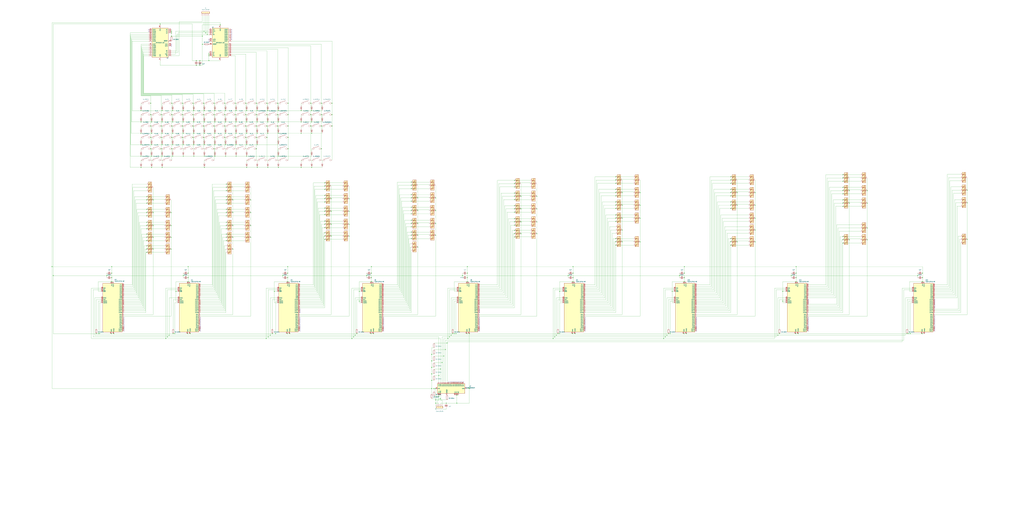
<source format=kicad_sch>
(kicad_sch (version 20211123) (generator eeschema)
  (paper "User" 1600 799.998)
  (junction (at 239.395 352.425))
  (junction (at 803.91 365.125))
  (junction (at 838.835 326.39))
  (junction (at 803.91 292.1))
  (junction (at 517.525 350.52))
  (junction (at 174.625 440.055))
  (junction (at 549.91 528.955))
  (junction (at 1247.14 521.335))
  (junction (at 1141.73 281.305))
  (junction (at 642.62 349.25))
  (junction (at 962.025 276.225))
  (junction (at 323.85 53.975))
  (junction (at 400.685 214.63))
  (junction (at 688.34 622.935))
  (junction (at 502.285 196.85))
  (junction (at 1327.15 317.5))
  (junction (at 895.35 416.56))
  (junction (at 1000.125 377.825))
  (junction (at 385.445 226.06))
  (junction (at 252.095 232.41))
  (junction (at 229.235 292.735))
  (junction (at 507.365 310.515))
  (junction (at 898.525 521.335))
  (junction (at 417.195 161.29))
  (junction (at 1243.965 433.705))
  (junction (at 253.365 261.62))
  (junction (at 334.645 232.41))
  (junction (at 1316.99 283.21))
  (junction (at 1141.73 377.825))
  (junction (at 803.91 360.045))
  (junction (at 507.365 295.91))
  (junction (at 220.345 208.28))
  (junction (at 693.42 556.26))
  (junction (at 236.855 243.84))
  (junction (at 1141.73 315.595))
  (junction (at 235.585 196.85))
  (junction (at 434.975 172.72))
  (junction (at 680.72 328.93))
  (junction (at 1039.495 526.415))
  (junction (at 425.45 521.335))
  (junction (at 385.445 208.28))
  (junction (at 270.51 521.335))
  (junction (at 174.625 416.56))
  (junction (at 1179.83 377.825))
  (junction (at 302.895 172.72))
  (junction (at 704.85 523.875))
  (junction (at 487.045 190.5))
  (junction (at 730.25 416.56))
  (junction (at 229.235 375.92))
  (junction (at 316.23 69.215))
  (junction (at 273.05 521.335))
  (junction (at 652.78 309.245))
  (junction (at 470.535 172.72))
  (junction (at 642.62 372.745))
  (junction (at 385.445 172.72))
  (junction (at 319.405 243.84))
  (junction (at 642.62 354.33))
  (junction (at 1511.3 316.865))
  (junction (at 297.18 521.335))
  (junction (at 367.665 196.85))
  (junction (at 449.58 433.705))
  (junction (at 1000.125 300.99))
  (junction (at 368.935 208.28))
  (junction (at 485.775 161.29))
  (junction (at 267.335 389.255))
  (junction (at 1223.01 455.295))
  (junction (at 507.365 290.83))
  (junction (at 334.645 161.29))
  (junction (at 962.025 286.385))
  (junction (at 1422.4 521.335))
  (junction (at 391.795 352.425))
  (junction (at 699.77 528.955))
  (junction (at 267.335 332.105))
  (junction (at 352.425 190.5))
  (junction (at 450.215 232.41))
  (junction (at 326.39 94.615))
  (junction (at 1151.89 377.825))
  (junction (at 259.08 528.955))
  (junction (at 680.72 367.665))
  (junction (at 502.285 161.29))
  (junction (at 318.135 196.85))
  (junction (at 335.915 243.84))
  (junction (at 1316.99 374.65))
  (junction (at 319.405 226.06))
  (junction (at 267.335 352.425))
  (junction (at 803.91 301.625))
  (junction (at 235.585 179.07))
  (junction (at 253.365 243.84))
  (junction (at 962.025 346.075))
  (junction (at 864.235 528.955))
  (junction (at 518.795 179.07))
  (junction (at 306.705 102.235))
  (junction (at 334.645 214.63))
  (junction (at 353.695 352.425))
  (junction (at 448.945 521.335))
  (junction (at 1069.34 440.055))
  (junction (at 803.91 281.94))
  (junction (at 312.42 102.235))
  (junction (at 294.005 433.705))
  (junction (at 1069.34 426.72))
  (junction (at 253.365 226.06))
  (junction (at 353.695 292.735))
  (junction (at 351.155 161.29))
  (junction (at 871.855 521.335))
  (junction (at 301.625 196.85))
  (junction (at 267.97 56.515))
  (junction (at 418.465 190.5))
  (junction (at 312.42 94.615))
  (junction (at 685.8 619.125))
  (junction (at 642.62 314.325))
  (junction (at 487.045 172.72))
  (junction (at 1141.73 300.99))
  (junction (at 545.465 368.935))
  (junction (at 286.385 226.06))
  (junction (at 680.72 309.245))
  (junction (at 674.37 553.72))
  (junction (at 1050.29 455.295))
  (junction (at 729.615 521.335))
  (junction (at 302.895 226.06))
  (junction (at 561.34 470.535))
  (junction (at 220.345 226.06))
  (junction (at 174.625 426.72))
  (junction (at 552.45 526.415))
  (junction (at 81.28 416.56))
  (junction (at 428.625 455.295))
  (junction (at 385.445 190.5))
  (junction (at 1069.34 416.56))
  (junction (at 803.91 341.63))
  (junction (at 285.115 179.07))
  (junction (at 487.045 261.62))
  (junction (at 236.855 226.06))
  (junction (at 401.955 190.5))
  (junction (at 400.685 232.41))
  (junction (at 326.39 86.995))
  (junction (at 418.465 208.28))
  (junction (at 335.915 172.72))
  (junction (at 229.235 327.025))
  (junction (at 417.195 196.85))
  (junction (at 229.235 347.345))
  (junction (at 1141.73 320.675))
  (junction (at 400.685 196.85))
  (junction (at 962.025 295.91))
  (junction (at 177.8 521.335))
  (junction (at 712.47 521.335))
  (junction (at 580.39 416.56))
  (junction (at 545.465 330.2))
  (junction (at 301.625 214.63))
  (junction (at 642.62 328.93))
  (junction (at 229.235 317.5))
  (junction (at 367.665 214.63))
  (junction (at 417.195 214.63))
  (junction (at 155.575 521.335))
  (junction (at 400.685 161.29))
  (junction (at 351.155 214.63))
  (junction (at 814.07 326.39))
  (junction (at 485.775 179.07))
  (junction (at 803.91 346.71))
  (junction (at 1441.45 433.705))
  (junction (at 326.39 84.455))
  (junction (at 351.155 179.07))
  (junction (at 220.345 190.5))
  (junction (at 887.73 430.53))
  (junction (at 674.37 574.04))
  (junction (at 334.645 179.07))
  (junction (at 557.53 521.335))
  (junction (at 707.39 521.335))
  (junction (at 417.195 179.07))
  (junction (at 229.235 307.34))
  (junction (at 344.17 38.735))
  (junction (at 220.345 172.72))
  (junction (at 1243.33 521.335))
  (junction (at 507.365 285.75))
  (junction (at 642.62 309.245))
  (junction (at 294.005 416.56))
  (junction (at 229.235 389.255))
  (junction (at 335.915 208.28))
  (junction (at 1433.83 430.53))
  (junction (at 1355.09 317.5))
  (junction (at 652.78 349.25))
  (junction (at 268.605 196.85))
  (junction (at 1047.115 521.335))
  (junction (at 1151.89 300.99))
  (junction (at 1440.815 521.335))
  (junction (at 803.91 370.205))
  (junction (at 363.855 332.105))
  (junction (at 285.115 196.85))
  (junction (at 517.525 330.2))
  (junction (at 434.975 208.28))
  (junction (at 1072.515 521.335))
  (junction (at 697.23 629.92))
  (junction (at 229.235 370.84))
  (junction (at 652.78 367.665))
  (junction (at 384.175 179.07))
  (junction (at 419.1 526.415))
  (junction (at 434.975 190.5))
  (junction (at 678.18 607.06))
  (junction (at 229.235 365.76))
  (junction (at 363.855 389.255))
  (junction (at 353.695 337.185))
  (junction (at 680.72 629.92))
  (junction (at 268.605 161.29))
  (junction (at 368.935 226.06))
  (junction (at 267.335 370.84))
  (junction (at 674.37 594.36))
  (junction (at 239.395 332.105))
  (junction (at 363.855 370.84))
  (junction (at 269.875 172.72))
  (junction (at 1441.45 440.055))
  (junction (at 838.835 306.705))
  (junction (at 507.365 315.595))
  (junction (at 722.63 430.53))
  (junction (at 688.34 576.58))
  (junction (at 507.365 374.015))
  (junction (at 814.07 346.71))
  (junction (at 1355.09 374.65))
  (junction (at 502.285 179.07))
  (junction (at 1151.89 320.675))
  (junction (at 1243.965 416.56))
  (junction (at 353.695 307.34))
  (junction (at 866.775 526.415))
  (junction (at 838.835 346.71))
  (junction (at 962.025 325.755))
  (junction (at 353.695 375.92))
  (junction (at 1417.32 521.335))
  (junction (at 368.935 172.72))
  (junction (at 1141.73 286.385))
  (junction (at 545.465 350.52))
  (junction (at 895.35 426.72))
  (junction (at 1355.09 356.235))
  (junction (at 229.235 384.175))
  (junction (at 487.045 208.28))
  (junction (at 252.095 179.07))
  (junction (at 286.385 208.28))
  (junction (at 962.025 335.915))
  (junction (at 642.62 334.01))
  (junction (at 286.385 190.5))
  (junction (at 385.445 243.84))
  (junction (at 1511.3 297.18))
  (junction (at 518.795 196.85))
  (junction (at 838.835 365.125))
  (junction (at 252.095 196.85))
  (junction (at 1223.01 470.535))
  (junction (at 268.605 179.07))
  (junction (at 434.975 243.84))
  (junction (at 1069.34 433.705))
  (junction (at 1327.15 374.65))
  (junction (at 895.35 433.705))
  (junction (at 400.685 179.07))
  (junction (at 285.115 214.63))
  (junction (at 962.025 372.745))
  (junction (at 698.5 535.94))
  (junction (at 352.425 226.06))
  (junction (at 452.755 521.335))
  (junction (at 368.935 190.5))
  (junction (at 415.925 528.955))
  (junction (at 972.185 377.825))
  (junction (at 814.07 306.705))
  (junction (at 1441.45 426.72))
  (junction (at 1141.73 325.755))
  (junction (at 316.23 56.515))
  (junction (at 294.005 440.055))
  (junction (at 730.25 433.705))
  (junction (at 384.175 161.29))
  (junction (at 1042.035 523.875))
  (junction (at 368.935 243.84))
  (junction (at 353.695 297.815))
  (junction (at 449.58 426.72))
  (junction (at 1217.93 521.335))
  (junction (at 642.62 362.585))
  (junction (at 962.025 382.905))
  (junction (at 470.535 261.62))
  (junction (at 642.62 304.165))
  (junction (at 401.955 172.72))
  (junction (at 1316.99 379.73))
  (junction (at 318.135 161.29))
  (junction (at 302.895 208.28))
  (junction (at 253.365 208.28))
  (junction (at 235.585 232.41))
  (junction (at 253.365 172.72))
  (junction (at 450.215 214.63))
  (junction (at 1316.99 312.42))
  (junction (at 674.37 607.06))
  (junction (at 269.875 226.06))
  (junction (at 450.215 161.29))
  (junction (at 235.585 161.29))
  (junction (at 874.395 455.295))
  (junction (at 1044.575 521.335))
  (junction (at 384.175 196.85))
  (junction (at 1068.705 521.335))
  (junction (at 507.365 350.52))
  (junction (at 391.795 370.84))
  (junction (at 1316.99 369.57))
  (junction (at 1316.99 322.58))
  (junction (at 385.445 261.62))
  (junction (at 353.695 370.84))
  (junction (at 229.235 352.425))
  (junction (at 1179.83 300.99))
  (junction (at 353.695 357.505))
  (junction (at 579.755 521.335))
  (junction (at 1179.83 359.41))
  (junction (at 572.77 430.53))
  (junction (at 274.955 455.295))
  (junction (at 517.525 368.935))
  (junction (at 353.695 365.76))
  (junction (at 261.62 526.415))
  (junction (at 268.605 214.63))
  (junction (at 401.955 208.28))
  (junction (at 335.915 226.06))
  (junction (at 286.385 430.53))
  (junction (at 353.695 347.345))
  (junction (at 250.19 37.465))
  (junction (at 306.705 94.615))
  (junction (at 545.465 310.515))
  (junction (at 1316.99 278.13))
  (junction (at 1511.3 374.015))
  (junction (at 150.495 521.335))
  (junction (at 433.705 161.29))
  (junction (at 318.135 214.63))
  (junction (at 642.62 289.56))
  (junction (at 391.795 312.42))
  (junction (at 239.395 370.84))
  (junction (at 803.91 351.79))
  (junction (at 353.695 287.655))
  (junction (at 803.91 306.705))
  (junction (at 507.365 368.935))
  (junction (at 239.395 389.255))
  (junction (at 1316.99 273.05))
  (junction (at 680.72 349.25))
  (junction (at 1141.73 276.225))
  (junction (at 1316.99 317.5))
  (junction (at 1243.965 440.055))
  (junction (at 418.465 172.72))
  (junction (at 433.705 179.07))
  (junction (at 286.385 243.84))
  (junction (at 352.425 172.72))
  (junction (at 962.025 340.995))
  (junction (at 583.565 521.335))
  (junction (at 1061.72 430.53))
  (junction (at 1215.39 523.875))
  (junction (at 293.37 521.335))
  (junction (at 507.365 335.28))
  (junction (at 733.425 521.335))
  (junction (at 652.78 386.08))
  (junction (at 229.235 394.335))
  (junction (at 1316.99 302.895))
  (junction (at 680.72 624.84))
  (junction (at 730.25 440.055))
  (junction (at 363.855 352.425))
  (junction (at 418.465 261.62))
  (junction (at 507.365 325.12))
  (junction (at 730.25 426.72))
  (junction (at 286.385 172.72))
  (junction (at 803.91 331.47))
  (junction (at 972.185 359.41))
  (junction (at 1327.15 297.815))
  (junction (at 220.345 261.62))
  (junction (at 236.855 261.62))
  (junction (at 239.395 312.42))
  (junction (at 507.365 355.6))
  (junction (at 450.215 196.85))
  (junction (at 450.215 179.07))
  (junction (at 470.535 190.5))
  (junction (at 433.705 196.85))
  (junction (at 1316.99 297.815))
  (junction (at 1179.83 340.995))
  (junction (at 685.8 586.74))
  (junction (at 642.62 294.64))
  (junction (at 642.62 367.665))
  (junction (at 642.62 323.85))
  (junction (at 962.025 300.99))
  (junction (at 334.645 196.85))
  (junction (at 674.37 584.2))
  (junction (at 269.875 208.28))
  (junction (at 709.93 521.335))
  (junction (at 1419.86 521.335))
  (junction (at 318.135 179.07))
  (junction (at 517.525 310.515))
  (junction (at 803.91 321.31))
  (junction (at 803.91 326.39))
  (junction (at 253.365 190.5))
  (junction (at 702.31 526.415))
  (junction (at 470.535 208.28))
  (junction (at 153.67 521.335))
  (junction (at 1141.73 372.745))
  (junction (at 803.91 311.785))
  (junction (at 353.695 312.42))
  (junction (at 972.185 340.995))
  (junction (at 502.285 232.41))
  (junction (at 507.365 330.2))
  (junction (at 430.53 521.335))
  (junction (at 507.365 345.44))
  (junction (at 267.97 51.435))
  (junction (at 814.07 365.125))
  (junction (at 554.99 523.875))
  (junction (at 319.405 172.72))
  (junction (at 680.72 607.06))
  (junction (at 690.88 566.42))
  (junction (at 174.625 433.705))
  (junction (at 874.395 521.335))
  (junction (at 1036.955 528.955))
  (junction (at 1355.09 297.815))
  (junction (at 1000.125 340.995))
  (junction (at 561.34 455.295))
  (junction (at 733.425 607.06))
  (junction (at 301.625 161.29))
  (junction (at 972.185 300.99))
  (junction (at 449.58 416.56))
  (junction (at 1179.83 320.675))
  (junction (at 302.895 190.5))
  (junction (at 301.625 179.07))
  (junction (at 869.315 523.875))
  (junction (at 894.715 521.335))
  (junction (at 962.025 377.825))
  (junction (at 1141.73 295.91))
  (junction (at 803.91 287.02))
  (junction (at 485.775 196.85))
  (junction (at 713.74 629.92))
  (junction (at 401.955 226.06))
  (junction (at 580.39 433.705))
  (junction (at 352.425 208.28))
  (junction (at 319.405 261.62))
  (junction (at 1243.965 426.72))
  (junction (at 507.365 305.435))
  (junction (at 252.095 214.63))
  (junction (at 229.235 337.185))
  (junction (at 441.96 430.53))
  (junction (at 353.695 317.5))
  (junction (at 518.795 161.29))
  (junction (at 236.855 190.5))
  (junction (at 285.115 161.29))
  (junction (at 335.915 190.5))
  (junction (at 507.365 363.855))
  (junction (at 401.955 261.62))
  (junction (at 1236.345 430.53))
  (junction (at 351.155 196.85))
  (junction (at 294.005 426.72))
  (junction (at 229.235 312.42))
  (junction (at 353.695 327.025))
  (junction (at 319.405 190.5))
  (junction (at 353.695 332.105))
  (junction (at 713.74 617.22))
  (junction (at 1316.99 292.735))
  (junction (at 302.895 243.84))
  (junction (at 83.185 430.53))
  (junction (at 363.855 312.42))
  (junction (at 220.345 243.84))
  (junction (at 422.275 523.875))
  (junction (at 264.16 523.875))
  (junction (at 235.585 214.63))
  (junction (at 962.025 315.595))
  (junction (at 1141.73 382.905))
  (junction (at 173.99 521.335))
  (junction (at 384.175 214.63))
  (junction (at 434.975 261.62))
  (junction (at 167.005 430.53))
  (junction (at 352.425 243.84))
  (junction (at 580.39 426.72))
  (junction (at 229.235 357.505))
  (junction (at 268.605 232.41))
  (junction (at 1141.73 306.07))
  (junction (at 321.31 51.435))
  (junction (at 674.37 563.88))
  (junction (at 319.405 208.28))
  (junction (at 391.795 332.105))
  (junction (at 962.025 281.305))
  (junction (at 449.58 440.055))
  (junction (at 962.025 306.07))
  (junction (at 236.855 208.28))
  (junction (at 652.78 328.93))
  (junction (at 642.62 344.17))
  (junction (at 367.665 161.29))
  (junction (at 269.875 243.84))
  (junction (at 1000.125 320.675))
  (junction (at 972.185 320.675))
  (junction (at 267.97 48.895))
  (junction (at 580.39 440.055))
  (junction (at 642.62 284.48))
  (junction (at 367.665 179.07))
  (junction (at 229.235 332.105))
  (junction (at 269.875 190.5))
  (junction (at 695.96 546.1))
  (junction (at 962.025 320.675))
  (junction (at 318.77 48.895))
  (junction (at 895.35 440.055))
  (no_connect (at 193.675 496.57))
  (no_connect (at 468.63 485.775))
  (no_connect (at 1088.39 499.11))
  (no_connect (at 326.39 61.595))
  (no_connect (at 1088.39 496.57))
  (no_connect (at 361.95 53.975))
  (no_connect (at 749.3 483.235))
  (no_connect (at 1460.5 478.155))
  (no_connect (at 1460.5 475.615))
  (no_connect (at 1460.5 473.075))
  (no_connect (at 1460.5 470.535))
  (no_connect (at 1460.5 467.995))
  (no_connect (at 1460.5 480.695))
  (no_connect (at 361.95 56.515))
  (no_connect (at 361.95 46.355))
  (no_connect (at 914.4 499.11))
  (no_connect (at 361.95 48.895))
  (no_connect (at 361.95 59.055))
  (no_connect (at 1263.015 499.11))
  (no_connect (at 468.63 483.235))
  (no_connect (at 749.3 496.57))
  (no_connect (at 599.44 499.11))
  (no_connect (at 326.39 64.135))
  (no_connect (at 468.63 496.57))
  (no_connect (at 361.95 51.435))
  (no_connect (at 267.97 71.755))
  (no_connect (at 1460.5 494.03))
  (no_connect (at 749.3 499.11))
  (no_connect (at 232.41 48.895))
  (no_connect (at 599.44 496.57))
  (no_connect (at 914.4 496.57))
  (no_connect (at 267.97 69.215))
  (no_connect (at 749.3 485.775))
  (no_connect (at 193.675 499.11))
  (no_connect (at 313.055 496.57))
  (no_connect (at 313.055 499.11))
  (no_connect (at 1263.015 473.075))
  (no_connect (at 1263.015 470.535))
  (no_connect (at 1263.015 467.995))
  (no_connect (at 1460.5 499.11))
  (no_connect (at 361.95 61.595))
  (no_connect (at 708.66 596.9))
  (no_connect (at 701.04 596.9))
  (no_connect (at 703.58 596.9))
  (no_connect (at 706.12 596.9))
  (no_connect (at 711.2 596.9))
  (no_connect (at 716.28 596.9))
  (no_connect (at 718.82 596.9))
  (no_connect (at 721.36 596.9))
  (no_connect (at 723.9 596.9))
  (no_connect (at 713.74 596.9))
  (no_connect (at 468.63 499.11))
  (no_connect (at 1263.015 496.57))
  (no_connect (at 749.3 488.315))
  (no_connect (at 232.41 46.355))
  (no_connect (at 313.055 504.19))
  (no_connect (at 1088.39 501.65))
  (no_connect (at 1088.39 504.19))
  (no_connect (at 1088.39 506.73))
  (no_connect (at 1088.39 509.27))
  (no_connect (at 1088.39 511.81))
  (no_connect (at 1088.39 514.35))
  (no_connect (at 1088.39 516.89))
  (no_connect (at 1263.015 511.81))
  (no_connect (at 1263.015 514.35))
  (no_connect (at 1263.015 516.89))
  (no_connect (at 1263.015 501.65))
  (no_connect (at 1263.015 504.19))
  (no_connect (at 1263.015 506.73))
  (no_connect (at 1263.015 509.27))
  (no_connect (at 749.3 501.65))
  (no_connect (at 749.3 504.19))
  (no_connect (at 749.3 506.73))
  (no_connect (at 749.3 509.27))
  (no_connect (at 749.3 511.81))
  (no_connect (at 749.3 514.35))
  (no_connect (at 914.4 501.65))
  (no_connect (at 914.4 504.19))
  (no_connect (at 914.4 506.73))
  (no_connect (at 914.4 509.27))
  (no_connect (at 914.4 511.81))
  (no_connect (at 914.4 514.35))
  (no_connect (at 914.4 516.89))
  (no_connect (at 1460.5 509.27))
  (no_connect (at 1460.5 511.81))
  (no_connect (at 1460.5 514.35))
  (no_connect (at 1460.5 516.89))
  (no_connect (at 1460.5 506.73))
  (no_connect (at 1460.5 504.19))
  (no_connect (at 1460.5 501.65))
  (no_connect (at 193.675 514.35))
  (no_connect (at 193.675 511.81))
  (no_connect (at 193.675 509.27))
  (no_connect (at 193.675 506.73))
  (no_connect (at 193.675 504.19))
  (no_connect (at 193.675 501.65))
  (no_connect (at 193.675 516.89))
  (no_connect (at 313.055 506.73))
  (no_connect (at 313.055 509.27))
  (no_connect (at 313.055 511.81))
  (no_connect (at 313.055 514.35))
  (no_connect (at 313.055 516.89))
  (no_connect (at 468.63 501.65))
  (no_connect (at 468.63 504.19))
  (no_connect (at 468.63 506.73))
  (no_connect (at 313.055 501.65))
  (no_connect (at 468.63 509.27))
  (no_connect (at 468.63 511.81))
  (no_connect (at 468.63 514.35))
  (no_connect (at 468.63 516.89))
  (no_connect (at 599.44 514.35))
  (no_connect (at 599.44 516.89))
  (no_connect (at 599.44 509.27))
  (no_connect (at 599.44 511.81))
  (no_connect (at 599.44 501.65))
  (no_connect (at 599.44 504.19))
  (no_connect (at 599.44 506.73))
  (no_connect (at 749.3 516.89))
  (no_connect (at 468.63 488.315))
  (no_connect (at 1460.5 496.57))
  (wire (pts (xy 487.045 182.88) (xy 487.045 179.07)))
  (wire (pts (xy 561.34 440.055) (xy 580.39 440.055)))
  (wire (pts (xy 1483.995 450.215) (xy 1483.995 282.575)))
  (wire (pts (xy 838.835 494.03) (xy 749.3 494.03)))
  (wire (pts (xy 749.3 455.295) (xy 784.86 455.295)))
  (wire (pts (xy 507.365 310.515) (xy 494.665 310.515)))
  (wire (pts (xy 1141.73 319.405) (xy 1169.67 319.405)))
  (wire (pts (xy 232.41 61.595) (xy 205.74 61.595)))
  (wire (pts (xy 350.52 384.175) (xy 350.52 483.235)))
  (wire (pts (xy 1227.455 450.215) (xy 1210.31 450.215)))
  (wire (pts (xy 878.84 470.535) (xy 874.395 470.535)))
  (wire (pts (xy 452.755 521.335) (xy 557.53 521.335)))
  (wire (pts (xy 535.305 350.52) (xy 535.305 349.25)))
  (wire (pts (xy 501.015 345.44) (xy 501.015 467.995)))
  (wire (pts (xy 507.365 305.435) (xy 535.305 305.435)))
  (wire (pts (xy 652.78 491.49) (xy 599.44 491.49)))
  (wire (pts (xy 1179.83 281.305) (xy 1179.83 300.99)))
  (wire (pts (xy 229.235 370.84) (xy 222.885 370.84)))
  (wire (pts (xy 253.365 214.63) (xy 253.365 218.44)))
  (wire (pts (xy 1126.49 467.995) (xy 1126.49 335.915)))
  (wire (pts (xy 1179.83 359.41) (xy 1179.83 377.825)))
  (wire (pts (xy 1315.085 374.65) (xy 1315.085 485.775)))
  (wire (pts (xy 1292.225 447.675) (xy 1263.015 447.675)))
  (wire (pts (xy 803.91 360.045) (xy 800.1 360.045)))
  (wire (pts (xy 384.175 196.85) (xy 384.175 214.63)))
  (wire (pts (xy 335.915 208.28) (xy 352.425 208.28)))
  (wire (pts (xy 385.445 243.84) (xy 434.975 243.84)))
  (wire (pts (xy 713.74 452.755) (xy 702.31 452.755)))
  (wire (pts (xy 1115.06 295.91) (xy 1141.73 295.91)))
  (wire (pts (xy 914.4 480.695) (xy 956.31 480.695)))
  (wire (pts (xy 937.26 455.295) (xy 937.26 300.99)))
  (wire (pts (xy 626.11 455.295) (xy 626.11 309.245)))
  (wire (pts (xy 688.34 617.22) (xy 688.34 622.935)))
  (wire (pts (xy 353.695 307.34) (xy 335.28 307.34)))
  (wire (pts (xy 1316.99 317.5) (xy 1316.99 316.23)))
  (wire (pts (xy 779.145 287.02) (xy 779.145 447.675)))
  (wire (pts (xy 1316.99 278.13) (xy 1292.225 278.13)))
  (wire (pts (xy 503.555 196.85) (xy 503.555 200.66)))
  (wire (pts (xy 1297.94 297.815) (xy 1316.99 297.815)))
  (wire (pts (xy 235.585 232.41) (xy 235.585 250.19)))
  (wire (pts (xy 232.41 64.135) (xy 206.375 64.135)))
  (wire (pts (xy 352.425 165.1) (xy 352.425 161.29)))
  (wire (pts (xy 400.685 196.85) (xy 400.685 214.63)))
  (wire (pts (xy 800.1 360.045) (xy 800.1 475.615)))
  (wire (pts (xy 494.665 310.515) (xy 494.665 455.295)))
  (wire (pts (xy 250.19 102.235) (xy 306.705 102.235)))
  (wire (pts (xy 316.23 24.765) (xy 316.23 33.655)))
  (wire (pts (xy 257.175 327.025) (xy 229.235 327.025)))
  (wire (pts (xy 400.685 179.07) (xy 400.685 196.85)))
  (wire (pts (xy 323.85 24.765) (xy 323.85 53.975)))
  (wire (pts (xy 142.875 528.955) (xy 259.08 528.955)))
  (wire (pts (xy 302.895 226.06) (xy 319.405 226.06)))
  (wire (pts (xy 1316.99 374.65) (xy 1315.085 374.65)))
  (wire (pts (xy 517.525 491.49) (xy 468.63 491.49)))
  (wire (pts (xy 688.34 631.19) (xy 688.34 629.92)))
  (wire (pts (xy 652.78 349.25) (xy 652.78 328.93)))
  (wire (pts (xy 236.855 226.06) (xy 253.365 226.06)))
  (wire (pts (xy 670.56 334.01) (xy 642.62 334.01)))
  (wire (pts (xy 733.425 607.06) (xy 733.425 521.335)))
  (wire (pts (xy 722.63 430.53) (xy 722.63 426.72)))
  (wire (pts (xy 914.4 460.375) (xy 941.07 460.375)))
  (wire (pts (xy 220.345 226.06) (xy 236.855 226.06)))
  (wire (pts (xy 1069.34 416.56) (xy 1069.34 426.72)))
  (wire (pts (xy 1355.09 374.65) (xy 1355.09 356.235)))
  (wire (pts (xy 1263.015 460.375) (xy 1301.75 460.375)))
  (wire (pts (xy 1355.09 297.815) (xy 1355.09 317.5)))
  (wire (pts (xy 1263.015 445.135) (xy 1290.32 445.135)))
  (wire (pts (xy 433.07 473.075) (xy 428.625 473.075)))
  (wire (pts (xy 216.535 465.455) (xy 193.675 465.455)))
  (wire (pts (xy 784.86 455.295) (xy 784.86 306.705)))
  (wire (pts (xy 239.395 292.735) (xy 239.395 312.42)))
  (wire (pts (xy 685.8 631.19) (xy 685.8 629.92)))
  (wire (pts (xy 704.85 465.455) (xy 704.85 523.875)))
  (wire (pts (xy 887.73 426.72) (xy 887.73 430.53)))
  (wire (pts (xy 518.795 64.135) (xy 361.95 64.135)))
  (wire (pts (xy 1344.93 373.38) (xy 1316.99 373.38)))
  (wire (pts (xy 580.39 416.56) (xy 730.25 416.56)))
  (wire (pts (xy 554.99 465.455) (xy 554.99 523.875)))
  (wire (pts (xy 368.935 232.41) (xy 368.935 236.22)))
  (wire (pts (xy 336.55 312.42) (xy 336.55 455.295)))
  (wire (pts (xy 713.74 629.92) (xy 733.425 629.92)))
  (wire (pts (xy 277.495 465.455) (xy 264.16 465.455)))
  (wire (pts (xy 220.345 208.28) (xy 236.855 208.28)))
  (wire (pts (xy 956.31 364.49) (xy 962.025 364.49)))
  (wire (pts (xy 1215.39 523.875) (xy 1414.78 523.875)))
  (wire (pts (xy 253.365 208.28) (xy 269.875 208.28)))
  (wire (pts (xy 642.62 289.56) (xy 622.3 289.56)))
  (wire (pts (xy 391.795 292.735) (xy 391.795 312.42)))
  (wire (pts (xy 1124.585 465.455) (xy 1088.39 465.455)))
  (wire (pts (xy 332.74 292.735) (xy 332.74 447.675)))
  (wire (pts (xy 229.235 332.105) (xy 229.235 330.835)))
  (wire (pts (xy 391.795 312.42) (xy 391.795 332.105)))
  (wire (pts (xy 670.56 309.245) (xy 670.56 307.975)))
  (wire (pts (xy 229.235 357.505) (xy 257.175 357.505)))
  (wire (pts (xy 709.93 470.535) (xy 709.93 521.335)))
  (wire (pts (xy 229.235 389.255) (xy 226.695 389.255)))
  (wire (pts (xy 869.315 523.875) (xy 1042.035 523.875)))
  (wire (pts (xy 623.57 294.64) (xy 642.62 294.64)))
  (wire (pts (xy 642.62 344.17) (xy 632.46 344.17)))
  (wire (pts (xy 972.185 377.825) (xy 972.185 491.49)))
  (wire (pts (xy 401.955 172.72) (xy 418.465 172.72)))
  (wire (pts (xy 1151.89 377.825) (xy 1151.89 320.675)))
  (wire (pts (xy 250.19 37.465) (xy 83.185 37.465)))
  (wire (pts (xy 499.745 335.28) (xy 499.745 465.455)))
  (wire (pts (xy 1000.125 320.675) (xy 1000.125 340.995)))
  (wire (pts (xy 219.075 352.425) (xy 219.075 470.535)))
  (wire (pts (xy 319.405 236.22) (xy 319.405 232.41)))
  (wire (pts (xy 693.42 528.955) (xy 699.77 528.955)))
  (wire (pts (xy 1307.465 475.615) (xy 1263.015 475.615)))
  (wire (pts (xy 685.8 586.74) (xy 685.8 596.9)))
  (wire (pts (xy 221.615 74.295) (xy 232.41 74.295)))
  (wire (pts (xy 236.855 236.22) (xy 236.855 232.41)))
  (wire (pts (xy 344.17 38.735) (xy 344.17 35.56)))
  (wire (pts (xy 497.205 460.375) (xy 468.63 460.375)))
  (wire (pts (xy 1141.73 320.675) (xy 1141.73 319.405)))
  (wire (pts (xy 948.69 470.535) (xy 948.69 340.995)))
  (wire (pts (xy 670.56 328.93) (xy 670.56 327.66)))
  (wire (pts (xy 599.44 475.615) (xy 636.27 475.615)))
  (wire (pts (xy 220.345 473.075) (xy 193.675 473.075)))
  (wire (pts (xy 1495.425 321.945) (xy 1501.14 321.945)))
  (wire (pts (xy 147.955 523.875) (xy 264.16 523.875)))
  (wire (pts (xy 213.995 327.025) (xy 213.995 460.375)))
  (wire (pts (xy 802.005 365.125) (xy 803.91 365.125)))
  (wire (pts (xy 1424.94 470.535) (xy 1419.86 470.535)))
  (wire (pts (xy 652.78 328.93) (xy 652.78 309.245)))
  (wire (pts (xy 318.77 24.765) (xy 318.77 48.895)))
  (wire (pts (xy 450.215 161.29) (xy 450.215 179.07)))
  (wire (pts (xy 642.62 304.165) (xy 670.56 304.165)))
  (wire (pts (xy 503.555 473.075) (xy 468.63 473.075)))
  (wire (pts (xy 803.91 287.02) (xy 779.145 287.02)))
  (wire (pts (xy 637.54 367.665) (xy 637.54 478.155)))
  (wire (pts (xy 1316.99 273.05) (xy 1344.93 273.05)))
  (wire (pts (xy 1316.99 374.65) (xy 1316.99 373.38)))
  (wire (pts (xy 267.97 48.895) (xy 267.97 51.435)))
  (wire (pts (xy 1491.615 460.375) (xy 1491.615 311.785)))
  (wire (pts (xy 621.03 445.135) (xy 621.03 284.48)))
  (wire (pts (xy 1433.83 433.705) (xy 1433.83 430.53)))
  (wire (pts (xy 1223.01 470.535) (xy 1223.01 455.295)))
  (wire (pts (xy 1303.655 462.915) (xy 1263.015 462.915)))
  (wire (pts (xy 1141.73 325.755) (xy 1169.67 325.755)))
  (wire (pts (xy 425.45 521.335) (xy 430.53 521.335)))
  (wire (pts (xy 353.695 312.42) (xy 353.695 311.15)))
  (wire (pts (xy 1217.93 467.995) (xy 1217.93 513.715)))
  (wire (pts (xy 385.445 200.66) (xy 385.445 196.85)))
  (wire (pts (xy 326.39 86.995) (xy 326.39 94.615)))
  (wire (pts (xy 385.445 208.28) (xy 401.955 208.28)))
  (wire (pts (xy 674.37 543.56) (xy 678.18 543.56)))
  (wire (pts (xy 713.74 465.455) (xy 704.85 465.455)))
  (wire (pts (xy 434.975 190.5) (xy 470.535 190.5)))
  (wire (pts (xy 1309.37 356.235) (xy 1344.93 356.235)))
  (wire (pts (xy 685.8 619.125) (xy 685.8 625.475)))
  (wire (pts (xy 1179.83 377.825) (xy 1179.83 494.03)))
  (wire (pts (xy 1223.01 470.535) (xy 1223.01 473.075)))
  (wire (pts (xy 417.195 214.63) (xy 417.195 250.19)))
  (wire (pts (xy 253.365 232.41) (xy 253.365 236.22)))
  (wire (pts (xy 313.055 488.315) (xy 353.06 488.315)))
  (wire (pts (xy 627.38 457.835) (xy 599.44 457.835)))
  (wire (pts (xy 563.88 452.755) (xy 552.45 452.755)))
  (wire (pts (xy 385.445 254) (xy 385.445 250.19)))
  (wire (pts (xy 487.045 172.72) (xy 503.555 172.72)))
  (wire (pts (xy 729.615 521.335) (xy 733.425 521.335)))
  (wire (pts (xy 174.625 440.055) (xy 177.165 440.055)))
  (wire (pts (xy 401.955 261.62) (xy 385.445 261.62)))
  (wire (pts (xy 236.855 200.66) (xy 236.855 196.85)))
  (wire (pts (xy 1141.73 372.745) (xy 1137.92 372.745)))
  (wire (pts (xy 269.875 196.85) (xy 269.875 200.66)))
  (wire (pts (xy 788.67 460.375) (xy 788.67 321.31)))
  (wire (pts (xy 220.345 149.86) (xy 220.345 69.215)))
  (wire (pts (xy 1305.56 322.58) (xy 1316.99 322.58)))
  (wire (pts (xy 803.91 281.94) (xy 828.675 281.94)))
  (wire (pts (xy 433.705 179.07) (xy 433.705 196.85)))
  (wire (pts (xy 1109.345 445.135) (xy 1088.39 445.135)))
  (wire (pts (xy 1412.24 452.755) (xy 1412.24 531.495)))
  (wire (pts (xy 391.795 370.84) (xy 391.795 494.03)))
  (wire (pts (xy 828.675 326.39) (xy 828.675 325.12)))
  (wire (pts (xy 688.34 576.58) (xy 688.34 596.9)))
  (wire (pts (xy 1136.015 364.49) (xy 1136.015 480.695)))
  (wire (pts (xy 950.595 346.075) (xy 950.595 473.075)))
  (wire (pts (xy 253.365 261.62) (xy 236.855 261.62)))
  (wire (pts (xy 384.175 161.29) (xy 384.175 84.455)))
  (wire (pts (xy 674.37 553.72) (xy 678.18 553.72)))
  (wire (pts (xy 864.235 450.215) (xy 864.235 528.955)))
  (wire (pts (xy 417.195 179.07) (xy 417.195 196.85)))
  (wire (pts (xy 642.62 288.29) (xy 670.56 288.29)))
  (wire (pts (xy 334.645 179.07) (xy 334.645 196.85)))
  (wire (pts (xy 222.885 79.375) (xy 232.41 79.375)))
  (wire (pts (xy 713.74 450.215) (xy 699.77 450.215)))
  (wire (pts (xy 680.72 607.06) (xy 680.72 624.84)))
  (wire (pts (xy 962.025 315.595) (xy 989.965 315.595)))
  (wire (pts (xy 674.37 594.36) (xy 678.18 594.36)))
  (wire (pts (xy 803.91 365.125) (xy 803.91 363.855)))
  (wire (pts (xy 150.495 467.995) (xy 150.495 513.715)))
  (wire (pts (xy 353.695 375.92) (xy 349.25 375.92)))
  (wire (pts (xy 895.35 440.055) (xy 897.89 440.055)))
  (wire (pts (xy 803.91 346.71) (xy 803.91 345.44)))
  (wire (pts (xy 153.67 440.055) (xy 174.625 440.055)))
  (wire (pts (xy 1052.83 450.215) (xy 1036.955 450.215)))
  (wire (pts (xy 368.935 226.06) (xy 385.445 226.06)))
  (wire (pts (xy 941.07 315.595) (xy 962.025 315.595)))
  (wire (pts (xy 674.37 584.2) (xy 674.37 574.04)))
  (wire (pts (xy 929.64 276.225) (xy 962.025 276.225)))
  (wire (pts (xy 252.095 250.19) (xy 252.095 232.41)))
  (wire (pts (xy 334.645 196.85) (xy 334.645 214.63)))
  (wire (pts (xy 236.855 190.5) (xy 253.365 190.5)))
  (wire (pts (xy 1044.575 521.335) (xy 1047.115 521.335)))
  (wire (pts (xy 318.135 214.63) (xy 318.135 232.41)))
  (wire (pts (xy 150.495 521.335) (xy 153.67 521.335)))
  (wire (pts (xy 1433.83 430.53) (xy 1433.83 426.72)))
  (wire (pts (xy 670.56 372.745) (xy 642.62 372.745)))
  (wire (pts (xy 1223.01 455.295) (xy 1223.01 440.055)))
  (wire (pts (xy 318.135 146.685) (xy 223.52 146.685)))
  (wire (pts (xy 450.215 196.85) (xy 450.215 214.63)))
  (wire (pts (xy 274.955 440.055) (xy 294.005 440.055)))
  (wire (pts (xy 670.56 289.56) (xy 670.56 288.29)))
  (wire (pts (xy 319.405 190.5) (xy 335.915 190.5)))
  (wire (pts (xy 450.215 214.63) (xy 450.215 232.41)))
  (wire (pts (xy 506.095 368.935) (xy 506.095 478.155)))
  (wire (pts (xy 712.47 473.075) (xy 712.47 521.335)))
  (wire (pts (xy 507.365 363.855) (xy 504.825 363.855)))
  (wire (pts (xy 221.615 475.615) (xy 193.675 475.615)))
  (wire (pts (xy 1052.83 467.995) (xy 1044.575 467.995)))
  (wire (pts (xy 306.705 94.615) (xy 300.355 94.615)))
  (wire (pts (xy 1088.39 447.675) (xy 1111.25 447.675)))
  (wire (pts (xy 962.025 488.315) (xy 914.4 488.315)))
  (wire (pts (xy 485.775 196.85) (xy 485.775 250.19)))
  (wire (pts (xy 368.935 190.5) (xy 385.445 190.5)))
  (wire (pts (xy 507.365 363.855) (xy 535.305 363.855)))
  (wire (pts (xy 507.365 345.44) (xy 501.015 345.44)))
  (wire (pts (xy 267.97 56.515) (xy 316.23 56.515)))
  (wire (pts (xy 944.88 325.755) (xy 962.025 325.755)))
  (wire (pts (xy 341.63 337.185) (xy 341.63 465.455)))
  (wire (pts (xy 1069.34 440.055) (xy 1071.88 440.055)))
  (wire (pts (xy 1501.14 368.935) (xy 1497.33 368.935)))
  (wire (pts (xy 430.53 470.535) (xy 430.53 521.335)))
  (wire (pts (xy 683.26 625.475) (xy 685.8 625.475)))
  (wire (pts (xy 1179.83 300.99) (xy 1179.83 320.675)))
  (wire (pts (xy 678.18 619.125) (xy 685.8 619.125)))
  (wire (pts (xy 368.935 161.29) (xy 368.935 165.1)))
  (wire (pts (xy 627.38 314.325) (xy 627.38 457.835)))
  (wire (pts (xy 503.555 261.62) (xy 487.045 261.62)))
  (wire (pts (xy 552.45 526.415) (xy 685.8 526.415)))
  (wire (pts (xy 401.955 214.63) (xy 401.955 218.44)))
  (wire (pts (xy 1460.5 450.215) (xy 1483.995 450.215)))
  (wire (pts (xy 415.925 450.215) (xy 415.925 528.955)))
  (wire (pts (xy 385.445 165.1) (xy 385.445 161.29)))
  (wire (pts (xy 417.195 196.85) (xy 417.195 214.63)))
  (wire (pts (xy 914.4 455.295) (xy 937.26 455.295)))
  (wire (pts (xy 1088.39 452.755) (xy 1115.06 452.755)))
  (wire (pts (xy 212.725 317.5) (xy 212.725 457.835)))
  (wire (pts (xy 962.025 320.675) (xy 942.975 320.675)))
  (wire (pts (xy 229.235 297.815) (xy 208.915 297.815)))
  (wire (pts (xy 352.425 172.72) (xy 368.935 172.72)))
  (wire (pts (xy 252.095 149.225) (xy 220.98 149.225)))
  (wire (pts (xy 268.605 232.41) (xy 268.605 250.19)))
  (wire (pts (xy 680.72 494.03) (xy 599.44 494.03)))
  (wire (pts (xy 733.425 521.335) (xy 871.855 521.335)))
  (wire (pts (xy 217.805 467.995) (xy 193.675 467.995)))
  (wire (pts (xy 828.675 287.02) (xy 828.675 285.75)))
  (wire (pts (xy 749.3 445.135) (xy 777.24 445.135)))
  (wire (pts (xy 313.055 483.235) (xy 350.52 483.235)))
  (wire (pts (xy 229.235 332.105) (xy 215.265 332.105)))
  (wire (pts (xy 535.305 349.25) (xy 507.365 349.25)))
  (wire (pts (xy 599.44 465.455) (xy 631.19 465.455)))
  (wire (pts (xy 400.685 161.29) (xy 400.685 81.915)))
  (wire (pts (xy 229.235 369.57) (xy 257.175 369.57)))
  (wire (pts (xy 1297.94 455.295) (xy 1297.94 297.815)))
  (wire (pts (xy 962.025 335.915) (xy 946.785 335.915)))
  (wire (pts (xy 1316.99 317.5) (xy 1303.655 317.5)))
  (wire (pts (xy 749.3 473.075) (xy 798.195 473.075)))
  (wire (pts (xy 301.625 214.63) (xy 301.625 232.41)))
  (wire (pts (xy 319.405 254) (xy 319.405 250.19)))
  (wire (pts (xy 518.795 161.29) (xy 518.795 179.07)))
  (wire (pts (xy 1292.225 278.13) (xy 1292.225 447.675)))
  (wire (pts (xy 507.365 368.935) (xy 506.095 368.935)))
  (wire (pts (xy 301.625 179.07) (xy 301.625 196.85)))
  (wire (pts (xy 1499.235 485.775) (xy 1460.5 485.775)))
  (wire (pts (xy 267.335 312.42) (xy 267.335 332.105)))
  (wire (pts (xy 545.465 368.935) (xy 545.465 494.03)))
  (wire (pts (xy 167.005 430.53) (xy 286.385 430.53)))
  (wire (pts (xy 699.77 528.955) (xy 864.235 528.955)))
  (wire (pts (xy 549.91 528.955) (xy 688.34 528.955)))
  (wire (pts (xy 580.39 426.72) (xy 580.39 433.705)))
  (wire (pts (xy 956.31 480.695) (xy 956.31 364.49)))
  (wire (pts (xy 441.96 430.53) (xy 441.96 426.72)))
  (wire (pts (xy 690.88 566.42) (xy 690.88 526.415)))
  (wire (pts (xy 642.62 314.325) (xy 627.38 314.325)))
  (wire (pts (xy 391.795 332.105) (xy 391.795 352.425)))
  (wire (pts (xy 433.07 465.455) (xy 422.275 465.455)))
  (wire (pts (xy 828.675 365.125) (xy 828.675 363.855)))
  (wire (pts (xy 517.525 310.515) (xy 517.525 290.83)))
  (wire (pts (xy 220.345 357.505) (xy 220.345 473.075)))
  (wire (pts (xy 274.955 455.295) (xy 274.955 440.055)))
  (wire (pts (xy 507.365 315.595) (xy 535.305 315.595)))
  (wire (pts (xy 1050.29 455.295) (xy 1050.29 440.055)))
  (wire (pts (xy 391.795 370.84) (xy 391.795 352.425)))
  (wire (pts (xy 368.935 214.63) (xy 368.935 218.44)))
  (wire (pts (xy 257.175 347.345) (xy 229.235 347.345)))
  (wire (pts (xy 448.945 521.335) (xy 452.755 521.335)))
  (wire (pts (xy 316.23 56.515) (xy 316.23 69.215)))
  (wire (pts (xy 449.58 426.72) (xy 449.58 433.705)))
  (wire (pts (xy 695.96 531.495) (xy 695.96 546.1)))
  (wire (pts (xy 685.8 526.415) (xy 685.8 586.74)))
  (wire (pts (xy 353.695 394.335) (xy 353.06 394.335)))
  (wire (pts (xy 226.695 485.775) (xy 193.675 485.775)))
  (wire (pts (xy 777.24 445.135) (xy 777.24 281.94)))
  (wire (pts (xy 497.205 325.12) (xy 497.205 460.375)))
  (wire (pts (xy 713.74 455.295) (xy 709.93 455.295)))
  (wire (pts (xy 353.695 312.42) (xy 336.55 312.42)))
  (wire (pts (xy 259.08 450.215) (xy 259.08 528.955)))
  (wire (pts (xy 730.25 416.56) (xy 895.35 416.56)))
  (wire (pts (xy 285.115 214.63) (xy 285.115 232.41)))
  (wire (pts (xy 487.045 208.28) (xy 503.555 208.28)))
  (wire (pts (xy 878.84 467.995) (xy 871.855 467.995)))
  (wire (pts (xy 878.84 452.755) (xy 866.775 452.755)))
  (wire (pts (xy 1139.825 377.825) (xy 1141.73 377.825)))
  (wire (pts (xy 678.18 607.06) (xy 678.18 611.505)))
  (wire (pts (xy 1511.3 297.18) (xy 1511.3 277.495)))
  (wire (pts (xy 470.535 179.07) (xy 470.535 182.88)))
  (wire (pts (xy 319.405 218.44) (xy 319.405 214.63)))
  (wire (pts (xy 1355.09 278.13) (xy 1355.09 297.815)))
  (wire (pts (xy 1068.705 521.335) (xy 1072.515 521.335)))
  (wire (pts (xy 545.465 350.52) (xy 545.465 368.935)))
  (wire (pts (xy 713.74 617.22) (xy 716.28 617.22)))
  (wire (pts (xy 220.345 165.1) (xy 220.345 161.29)))
  (wire (pts (xy 1424.94 473.075) (xy 1422.4 473.075)))
  (wire (pts (xy 417.195 161.29) (xy 417.195 79.375)))
  (wire (pts (xy 962.025 346.075) (xy 950.595 346.075)))
  (wire (pts (xy 470.535 261.62) (xy 487.045 261.62)))
  (wire (pts (xy 211.455 312.42) (xy 211.455 455.295)))
  (wire (pts (xy 629.92 328.93) (xy 629.92 462.915)))
  (wire (pts (xy 814.07 491.49) (xy 749.3 491.49)))
  (wire (pts (xy 253.365 226.06) (xy 269.875 226.06)))
  (wire (pts (xy 353.695 352.425) (xy 344.17 352.425)))
  (wire (pts (xy 1311.275 480.695) (xy 1263.015 480.695)))
  (wire (pts (xy 221.615 148.59) (xy 221.615 74.295)))
  (wire (pts (xy 1128.395 470.535) (xy 1088.39 470.535)))
  (wire (pts (xy 674.37 563.88) (xy 674.37 553.72)))
  (wire (pts (xy 800.1 475.615) (xy 749.3 475.615)))
  (wire (pts (xy 1134.11 359.41) (xy 1169.67 359.41)))
  (wire (pts (xy 495.935 457.835) (xy 468.63 457.835)))
  (wire (pts (xy 224.79 86.995) (xy 232.41 86.995)))
  (wire (pts (xy 1344.93 374.65) (xy 1344.93 373.38)))
  (wire (pts (xy 1412.24 531.495) (xy 695.96 531.495)))
  (wire (pts (xy 1511.3 316.865) (xy 1511.3 297.18)))
  (wire (pts (xy 1424.94 452.755) (xy 1412.24 452.755)))
  (wire (pts (xy 306.705 102.235) (xy 312.42 102.235)))
  (wire (pts (xy 269.875 161.29) (xy 269.875 165.1)))
  (wire (pts (xy 286.385 226.06) (xy 302.895 226.06)))
  (wire (pts (xy 504.825 363.855) (xy 504.825 475.615)))
  (wire (pts (xy 563.88 467.995) (xy 557.53 467.995)))
  (wire (pts (xy 418.465 208.28) (xy 434.975 208.28)))
  (wire (pts (xy 174.625 416.56) (xy 81.28 416.56)))
  (wire (pts (xy 914.4 465.455) (xy 944.88 465.455)))
  (wire (pts (xy 351.79 389.255) (xy 351.79 485.775)))
  (wire (pts (xy 268.605 179.07) (xy 268.605 196.85)))
  (wire (pts (xy 363.855 312.42) (xy 363.855 332.105)))
  (wire (pts (xy 962.025 280.035) (xy 989.965 280.035)))
  (wire (pts (xy 232.41 51.435) (xy 203.2 51.435)))
  (wire (pts (xy 685.8 629.92) (xy 680.72 629.92)))
  (wire (pts (xy 798.195 351.79) (xy 803.91 351.79)))
  (wire (pts (xy 302.895 232.41) (xy 302.895 236.22)))
  (wire (pts (xy 1305.56 465.455) (xy 1305.56 322.58)))
  (wire (pts (xy 803.91 351.79) (xy 828.675 351.79)))
  (wire (pts (xy 385.445 182.88) (xy 385.445 179.07)))
  (wire (pts (xy 1424.94 450.215) (xy 1409.7 450.215)))
  (wire (pts (xy 363.855 312.42) (xy 363.855 292.735)))
  (wire (pts (xy 208.915 297.815) (xy 208.915 450.215)))
  (wire (pts (xy 269.875 208.28) (xy 286.385 208.28)))
  (wire (pts (xy 507.365 367.665) (xy 535.305 367.665)))
  (wire (pts (xy 1243.965 426.72) (xy 1243.965 433.705)))
  (wire (pts (xy 1141.73 286.385) (xy 1113.155 286.385)))
  (wire (pts (xy 485.775 161.29) (xy 485.775 179.07)))
  (wire (pts (xy 433.705 76.835) (xy 361.95 76.835)))
  (wire (pts (xy 814.07 326.39) (xy 814.07 306.705)))
  (wire (pts (xy 313.055 455.295) (xy 336.55 455.295)))
  (wire (pts (xy 381.635 311.15) (xy 353.695 311.15)))
  (wire (pts (xy 313.055 457.835) (xy 337.82 457.835)))
  (wire (pts (xy 226.695 389.255) (xy 226.695 485.775)))
  (wire (pts (xy 487.045 200.66) (xy 487.045 196.85)))
  (wire (pts (xy 502.285 179.07) (xy 502.285 196.85)))
  (wire (pts (xy 1303.655 317.5) (xy 1303.655 462.915)))
  (wire (pts (xy 222.885 147.32) (xy 222.885 79.375)))
  (wire (pts (xy 344.17 35.56) (xy 81.28 35.56)))
  (wire (pts (xy 935.355 452.755) (xy 914.4 452.755)))
  (wire (pts (xy 302.895 190.5) (xy 319.405 190.5)))
  (wire (pts (xy 1124.585 325.755) (xy 1124.585 465.455)))
  (wire (pts (xy 220.345 236.22) (xy 220.345 232.41)))
  (wire (pts (xy 368.935 243.84) (xy 385.445 243.84)))
  (wire (pts (xy 507.365 345.44) (xy 535.305 345.44)))
  (wire (pts (xy 678.18 546.1) (xy 695.96 546.1)))
  (wire (pts (xy 1169.67 286.385) (xy 1141.73 286.385)))
  (wire (pts (xy 229.235 357.505) (xy 220.345 357.505)))
  (wire (pts (xy 599.44 455.295) (xy 626.11 455.295)))
  (wire (pts (xy 690.88 631.19) (xy 690.88 625.475)))
  (wire (pts (xy 878.84 450.215) (xy 864.235 450.215)))
  (wire (pts (xy 220.345 243.84) (xy 203.835 243.84)))
  (wire (pts (xy 1482.09 447.675) (xy 1460.5 447.675)))
  (wire (pts (xy 335.915 161.29) (xy 335.915 165.1)))
  (wire (pts (xy 418.465 182.88) (xy 418.465 179.07)))
  (wire (pts (xy 697.23 637.54) (xy 697.23 639.445)))
  (wire (pts (xy 628.65 460.375) (xy 628.65 323.85)))
  (wire (pts (xy 631.19 334.01) (xy 642.62 334.01)))
  (wire (pts (xy 285.115 161.29) (xy 285.115 179.07)))
  (wire (pts (xy 946.785 335.915) (xy 946.785 467.995)))
  (wire (pts (xy 174.625 426.72) (xy 174.625 433.705)))
  (wire (pts (xy 334.645 232.41) (xy 334.645 250.19)))
  (wire (pts (xy 220.345 226.06) (xy 204.47 226.06)))
  (wire (pts (xy 177.8 521.335) (xy 270.51 521.335)))
  (wire (pts (xy 323.85 53.975) (xy 326.39 53.975)))
  (wire (pts (xy 1130.3 473.075) (xy 1130.3 346.075)))
  (wire (pts (xy 353.695 365.76) (xy 381.635 365.76)))
  (wire (pts (xy 1311.275 361.315) (xy 1311.275 480.695)))
  (wire (pts (xy 313.055 447.675) (xy 332.74 447.675)))
  (wire (pts (xy 1263.015 488.315) (xy 1316.99 488.315)))
  (wire (pts (xy 312.42 94.615) (xy 306.705 94.615)))
  (wire (pts (xy 1313.18 369.57) (xy 1316.99 369.57)))
  (wire (pts (xy 417.195 79.375) (xy 361.95 79.375)))
  (wire (pts (xy 334.01 297.815) (xy 334.01 450.215)))
  (wire (pts (xy 433.705 161.29) (xy 433.705 179.07)))
  (wire (pts (xy 1316.99 276.86) (xy 1344.93 276.86)))
  (wire (pts (xy 269.875 190.5) (xy 286.385 190.5)))
  (wire (pts (xy 1422.4 473.075) (xy 1422.4 521.335)))
  (wire (pts (xy 642.62 391.16) (xy 642.62 488.315)))
  (wire (pts (xy 933.45 450.215) (xy 933.45 286.385)))
  (wire (pts (xy 385.445 261.62) (xy 319.405 261.62)))
  (wire (pts (xy 158.115 470.535) (xy 153.67 470.535)))
  (wire (pts (xy 642.62 328.93) (xy 629.92 328.93)))
  (wire (pts (xy 294.005 416.56) (xy 294.005 426.72)))
  (wire (pts (xy 680.72 624.84) (xy 698.5 624.84)))
  (wire (pts (xy 962.025 306.07) (xy 989.965 306.07)))
  (wire (pts (xy 267.97 86.995) (xy 280.035 86.995)))
  (wire (pts (xy 786.765 311.785) (xy 786.765 457.835)))
  (wire (pts (xy 642.62 289.56) (xy 642.62 288.29)))
  (wire (pts (xy 1141.73 280.035) (xy 1169.67 280.035)))
  (wire (pts (xy 400.685 161.29) (xy 400.685 179.07)))
  (wire (pts (xy 1460.5 460.375) (xy 1491.615 460.375)))
  (wire (pts (xy 313.055 465.455) (xy 341.63 465.455)))
  (wire (pts (xy 433.07 470.535) (xy 430.53 470.535)))
  (wire (pts (xy 319.405 200.66) (xy 319.405 196.85)))
  (wire (pts (xy 713.74 467.995) (xy 707.39 467.995)))
  (wire (pts (xy 1227.455 473.075) (xy 1223.01 473.075)))
  (wire (pts (xy 493.395 305.435) (xy 493.395 452.755)))
  (wire (pts (xy 286.385 433.705) (xy 286.385 430.53)))
  (wire (pts (xy 962.025 359.41) (xy 954.405 359.41)))
  (wire (pts (xy 286.385 218.44) (xy 286.385 214.63)))
  (wire (pts (xy 688.34 622.935) (xy 688.34 625.475)))
  (wire (pts (xy 1489.71 302.26) (xy 1489.71 457.835)))
  (wire (pts (xy 680.72 367.665) (xy 680.72 494.03)))
  (wire (pts (xy 433.07 455.295) (xy 428.625 455.295)))
  (wire (pts (xy 229.235 307.34) (xy 257.175 307.34)))
  (wire (pts (xy 220.345 208.28) (xy 205.105 208.28)))
  (wire (pts (xy 624.84 452.755) (xy 599.44 452.755)))
  (wire (pts (xy 487.045 232.41) (xy 487.045 236.22)))
  (wire (pts (xy 803.91 301.625) (xy 828.675 301.625)))
  (wire (pts (xy 319.405 172.72) (xy 335.915 172.72)))
  (wire (pts (xy 557.53 467.995) (xy 557.53 513.715)))
  (wire (pts (xy 989.965 377.825) (xy 989.965 376.555)))
  (wire (pts (xy 449.58 416.56) (xy 449.58 426.72)))
  (wire (pts (xy 335.28 307.34) (xy 335.28 452.755)))
  (wire (pts (xy 280.035 86.995) (xy 280.035 33.655)))
  (wire (pts (xy 506.095 478.155) (xy 468.63 478.155)))
  (wire (pts (xy 1069.34 426.72) (xy 1069.34 433.705)))
  (wire (pts (xy 688.34 528.955) (xy 688.34 576.58)))
  (wire (pts (xy 433.07 450.215) (xy 415.925 450.215)))
  (wire (pts (xy 803.91 321.31) (xy 828.675 321.31)))
  (wire (pts (xy 417.195 161.29) (xy 417.195 179.07)))
  (wire (pts (xy 1421.13 455.295) (xy 1421.13 440.055)))
  (wire (pts (xy 781.05 450.215) (xy 781.05 292.1)))
  (wire (pts (xy 313.055 478.155) (xy 347.98 478.155)))
  (wire (pts (xy 730.25 416.56) (xy 730.25 426.72)))
  (wire (pts (xy 640.08 483.235) (xy 599.44 483.235)))
  (wire (pts (xy 224.155 375.92) (xy 224.155 480.695)))
  (wire (pts (xy 678.18 535.94) (xy 698.5 535.94)))
  (wire (pts (xy 680.72 639.445) (xy 680.72 629.92)))
  (wire (pts (xy 1493.52 462.915) (xy 1460.5 462.915)))
  (wire (pts (xy 1316.99 297.815) (xy 1316.99 296.545)))
  (wire (pts (xy 1217.93 521.335) (xy 1243.33 521.335)))
  (wire (pts (xy 267.97 84.455) (xy 274.32 84.455)))
  (wire (pts (xy 1424.94 465.455) (xy 1414.78 465.455)))
  (wire (pts (xy 1141.73 300.99) (xy 1116.965 300.99)))
  (wire (pts (xy 253.365 196.85) (xy 253.365 200.66)))
  (wire (pts (xy 1299.845 457.835) (xy 1263.015 457.835)))
  (wire (pts (xy 492.125 450.215) (xy 468.63 450.215)))
  (wire (pts (xy 962.025 320.675) (xy 962.025 319.405)))
  (wire (pts (xy 1132.205 354.33) (xy 1132.205 475.615)))
  (wire (pts (xy 517.525 330.2) (xy 517.525 310.515)))
  (wire (pts (xy 557.53 521.335) (xy 579.755 521.335)))
  (wire (pts (xy 384.175 161.29) (xy 384.175 179.07)))
  (wire (pts (xy 935.355 295.91) (xy 935.355 452.755)))
  (wire (pts (xy 351.155 214.63) (xy 351.155 232.41)))
  (wire (pts (xy 803.91 360.045) (xy 828.675 360.045)))
  (wire (pts (xy 319.405 243.84) (xy 335.915 243.84)))
  (wire (pts (xy 301.625 147.32) (xy 222.885 147.32)))
  (wire (pts (xy 1223.01 455.295) (xy 1227.455 455.295)))
  (wire (pts (xy 300.355 37.465) (xy 300.355 94.615)))
  (wire (pts (xy 1126.49 335.915) (xy 1169.67 335.915)))
  (wire (pts (xy 220.345 261.62) (xy 203.2 261.62)))
  (wire (pts (xy 274.955 470.535) (xy 274.955 455.295)))
  (wire (pts (xy 942.975 462.915) (xy 914.4 462.915)))
  (wire (pts (xy 235.585 196.85) (xy 235.585 214.63)))
  (wire (pts (xy 1460.5 445.135) (xy 1480.185 445.135)))
  (wire (pts (xy 489.585 285.75) (xy 489.585 445.135)))
  (wire (pts (xy 989.965 346.075) (xy 962.025 346.075)))
  (wire (pts (xy 274.32 84.455) (xy 274.32 48.895)))
  (wire (pts (xy 642.62 354.33) (xy 635 354.33)))
  (wire (pts (xy 253.365 179.07) (xy 253.365 182.88)))
  (wire (pts (xy 507.365 290.83) (xy 490.855 290.83)))
  (wire (pts (xy 1263.015 450.215) (xy 1294.13 450.215)))
  (wire (pts (xy 494.665 455.295) (xy 468.63 455.295)))
  (wire (pts (xy 670.56 362.585) (xy 642.62 362.585)))
  (wire (pts (xy 208.915 450.215) (xy 193.675 450.215)))
  (wire (pts (xy 1483.995 282.575) (xy 1501.14 282.575)))
  (wire (pts (xy 683.26 631.19) (xy 683.26 625.475)))
  (wire (pts (xy 503.555 161.29) (xy 503.555 165.1)))
  (wire (pts (xy 225.425 384.175) (xy 225.425 483.235)))
  (wire (pts (xy 642.62 381) (xy 640.08 381)))
  (wire (pts (xy 286.385 165.1) (xy 286.385 161.29)))
  (wire (pts (xy 434.975 261.62) (xy 470.535 261.62)))
  (wire (pts (xy 962.025 372.745) (xy 958.215 372.745)))
  (wire (pts (xy 353.695 327.025) (xy 339.09 327.025)))
  (wire (pts (xy 158.115 467.995) (xy 150.495 467.995)))
  (wire (pts (xy 670.56 367.665) (xy 670.56 366.395)))
  (wire (pts (xy 962.025 281.305) (xy 962.025 280.035)))
  (wire (pts (xy 353.695 389.255) (xy 351.79 389.255)))
  (wire (pts (xy 81.28 35.56) (xy 81.28 416.56)))
  (wire (pts (xy 278.13 51.435) (xy 321.31 51.435)))
  (wire (pts (xy 814.07 306.705) (xy 814.07 287.02)))
  (wire (pts (xy 1000.125 494.03) (xy 914.4 494.03)))
  (wire (pts (xy 267.335 494.03) (xy 193.675 494.03)))
  (wire (pts (xy 1141.73 315.595) (xy 1120.775 315.595)))
  (wire (pts (xy 749.3 467.995) (xy 794.385 467.995)))
  (wire (pts (xy 155.575 521.335) (xy 173.99 521.335)))
  (wire (pts (xy 267.97 81.915) (xy 278.13 81.915)))
  (wire (pts (xy 828.675 346.71) (xy 828.675 345.44)))
  (wire (pts (xy 418.465 190.5) (xy 434.975 190.5)))
  (wire (pts (xy 626.11 309.245) (xy 642.62 309.245)))
  (wire (pts (xy 1169.67 354.33) (xy 1132.205 354.33)))
  (wire (pts (xy 1263.015 455.295) (xy 1297.94 455.295)))
  (wire (pts (xy 954.405 478.155) (xy 914.4 478.155)))
  (wire (pts (xy 1294.13 283.21) (xy 1316.99 283.21)))
  (wire (pts (xy 972.185 340.995) (xy 972.185 320.675)))
  (wire (pts (xy 313.055 445.135) (xy 331.47 445.135)))
  (wire (pts (xy 229.235 312.42) (xy 211.455 312.42)))
  (wire (pts (xy 636.27 475.615) (xy 636.27 362.585)))
  (wire (pts (xy 300.355 37.465) (xy 250.19 37.465)))
  (wire (pts (xy 503.555 250.19) (xy 503.555 254)))
  (wire (pts (xy 229.235 375.92) (xy 257.175 375.92)))
  (wire (pts (xy 1088.39 478.155) (xy 1134.11 478.155)))
  (wire (pts (xy 267.335 389.255) (xy 267.335 494.03)))
  (wire (pts (xy 792.48 331.47) (xy 792.48 465.455)))
  (wire (pts (xy 632.46 344.17) (xy 632.46 467.995)))
  (wire (pts (xy 1169.67 376.555) (xy 1141.73 376.555)))
  (wire (pts (xy 286.385 200.66) (xy 286.385 196.85)))
  (wire (pts (xy 158.115 473.075) (xy 155.575 473.075)))
  (wire (pts (xy 269.875 243.84) (xy 286.385 243.84)))
  (wire (pts (xy 989.965 339.725) (xy 962.025 339.725)))
  (wire (pts (xy 1296.035 292.735) (xy 1296.035 452.755)))
  (wire (pts (xy 363.855 352.425) (xy 363.855 332.105)))
  (wire (pts (xy 517.525 350.52) (xy 517.525 330.2)))
  (wire (pts (xy 428.625 455.295) (xy 428.625 440.055)))
  (wire (pts (xy 803.91 370.205) (xy 828.675 370.205)))
  (wire (pts (xy 224.155 84.455) (xy 232.41 84.455)))
  (wire (pts (xy 401.955 190.5) (xy 418.465 190.5)))
  (wire (pts (xy 507.365 355.6) (xy 503.555 355.6)))
  (wire (pts (xy 695.96 546.1) (xy 695.96 596.9)))
  (wire (pts (xy 1111.25 447.675) (xy 1111.25 281.305)))
  (wire (pts (xy 1137.92 372.745) (xy 1137.92 483.235)))
  (wire (pts (xy 1309.37 478.155) (xy 1309.37 356.235)))
  (wire (pts (xy 507.365 330.2) (xy 498.475 330.2)))
  (wire (pts (xy 561.34 470.535) (xy 561.34 473.075)))
  (wire (pts (xy 280.035 33.655) (xy 316.23 33.655)))
  (wire (pts (xy 633.73 349.25) (xy 642.62 349.25)))
  (wire (pts (xy 502.285 161.29) (xy 502.285 179.07)))
  (wire (pts (xy 802.005 478.155) (xy 802.005 365.125)))
  (wire (pts (xy 215.265 462.915) (xy 193.675 462.915)))
  (wire (pts (xy 1480.185 272.415) (xy 1501.14 272.415)))
  (wire (pts (xy 419.1 526.415) (xy 552.45 526.415)))
  (wire (pts (xy 353.695 317.5) (xy 337.82 317.5)))
  (wire (pts (xy 803.91 346.71) (xy 796.29 346.71)))
  (wire (pts (xy 313.055 460.375) (xy 339.09 460.375)))
  (wire (pts (xy 1169.67 372.745) (xy 1141.73 372.745)))
  (wire (pts (xy 334.645 146.05) (xy 224.155 146.05)))
  (wire (pts (xy 814.07 365.125) (xy 814.07 491.49)))
  (wire (pts (xy 1511.3 374.015) (xy 1511.3 316.865)))
  (wire (pts (xy 866.775 526.415) (xy 1039.495 526.415)))
  (wire (pts (xy 434.975 243.84) (xy 487.045 243.84)))
  (wire (pts (xy 713.74 470.535) (xy 709.93 470.535)))
  (wire (pts (xy 385.445 172.72) (xy 401.955 172.72)))
  (wire (pts (xy 158.115 452.755) (xy 145.415 452.755)))
  (wire (pts (xy 958.215 483.235) (xy 914.4 483.235)))
  (wire (pts (xy 353.695 330.835) (xy 381.635 330.835)))
  (wire (pts (xy 670.56 323.85) (xy 642.62 323.85)))
  (wire (pts (xy 1130.3 346.075) (xy 1169.67 346.075)))
  (wire (pts (xy 253.365 243.84) (xy 269.875 243.84)))
  (wire (pts (xy 229.235 387.985) (xy 229.235 389.255)))
  (wire (pts (xy 1052.83 452.755) (xy 1039.495 452.755)))
  (wire (pts (xy 229.235 394.335) (xy 227.965 394.335)))
  (wire (pts (xy 285.115 196.85) (xy 285.115 214.63)))
  (wire (pts (xy 276.225 53.975) (xy 276.225 79.375)))
  (wire (pts (xy 257.175 311.15) (xy 229.235 311.15)))
  (wire (pts (xy 353.695 347.345) (xy 381.635 347.345)))
  (wire (pts (xy 250.19 37.465) (xy 250.19 38.735)))
  (wire (pts (xy 803.91 301.625) (xy 782.955 301.625)))
  (wire (pts (xy 1215.39 465.455) (xy 1215.39 523.875)))
  (wire (pts (xy 1460.5 455.295) (xy 1487.805 455.295)))
  (wire (pts (xy 353.695 347.345) (xy 342.9 347.345)))
  (wire (pts (xy 441.96 430.53) (xy 572.77 430.53)))
  (wire (pts (xy 1141.73 281.305) (xy 1141.73 280.035)))
  (wire (pts (xy 353.695 352.425) (xy 353.695 351.155)))
  (wire (pts (xy 493.395 452.755) (xy 468.63 452.755)))
  (wire (pts (xy 782.955 452.755) (xy 749.3 452.755)))
  (wire (pts (xy 1316.99 316.23) (xy 1344.93 316.23)))
  (wire (pts (xy 782.955 301.625) (xy 782.955 452.755)))
  (wire (pts (xy 286.385 182.88) (xy 286.385 179.07)))
  (wire (pts (xy 1141.73 382.905) (xy 1141.73 488.315)))
  (wire (pts (xy 874.395 440.055) (xy 895.35 440.055)))
  (wire (pts (xy 221.615 365.76) (xy 221.615 475.615)))
  (wire (pts (xy 213.995 460.375) (xy 193.675 460.375)))
  (wire (pts (xy 335.915 190.5) (xy 352.425 190.5)))
  (wire (pts (xy 434.975 172.72) (xy 470.535 172.72)))
  (wire (pts (xy 1169.67 319.405) (xy 1169.67 320.675)))
  (wire (pts (xy 236.855 243.84) (xy 253.365 243.84)))
  (wire (pts (xy 1307.465 351.155) (xy 1307.465 475.615)))
  (wire (pts (xy 1120.775 315.595) (xy 1120.775 460.375)))
  (wire (pts (xy 274.32 48.895) (xy 318.77 48.895)))
  (wire (pts (xy 1151.89 300.99) (xy 1151.89 281.305)))
  (wire (pts (xy 972.185 300.99) (xy 972.185 281.305)))
  (wire (pts (xy 632.46 467.995) (xy 599.44 467.995)))
  (wire (pts (xy 838.835 365.125) (xy 838.835 494.03)))
  (wire (pts (xy 418.465 172.72) (xy 434.975 172.72)))
  (wire (pts (xy 1501.14 488.315) (xy 1501.14 379.095)))
  (wire (pts (xy 504.825 475.615) (xy 468.63 475.615)))
  (wire (pts (xy 730.25 440.055) (xy 732.79 440.055)))
  (wire (pts (xy 220.345 172.72) (xy 253.365 172.72)))
  (wire (pts (xy 313.055 494.03) (xy 391.795 494.03)))
  (wire (pts (xy 319.405 261.62) (xy 253.365 261.62)))
  (wire (pts (xy 1236.345 433.705) (xy 1236.345 430.53)))
  (wire (pts (xy 220.345 182.88) (xy 220.345 179.07)))
  (wire (pts (xy 294.005 416.56) (xy 449.58 416.56)))
  (wire (pts (xy 1487.805 297.18) (xy 1501.14 297.18)))
  (wire (pts (xy 1179.83 320.675) (xy 1179.83 340.995)))
  (wire (pts (xy 1072.515 521.335) (xy 1217.93 521.335)))
  (wire (pts (xy 962.025 382.905) (xy 962.025 488.315)))
  (wire (pts (xy 353.695 384.175) (xy 350.52 384.175)))
  (wire (pts (xy 1344.93 312.42) (xy 1316.99 312.42)))
  (wire (pts (xy 1000.125 281.305) (xy 1000.125 300.99)))
  (wire (pts (xy 507.365 355.6) (xy 535.305 355.6)))
  (wire (pts (xy 642.62 284.48) (xy 670.56 284.48)))
  (wire (pts (xy 803.91 326.39) (xy 803.91 325.12)))
  (wire (pts (xy 301.625 196.85) (xy 301.625 214.63)))
  (wire (pts (xy 1313.18 483.235) (xy 1313.18 369.57)))
  (wire (pts (xy 1511.3 491.49) (xy 1460.5 491.49)))
  (wire (pts (xy 1088.39 467.995) (xy 1126.49 467.995)))
  (wire (pts (xy 351.155 196.85) (xy 351.155 214.63)))
  (wire (pts (xy 227.965 488.315) (xy 193.675 488.315)))
  (wire (pts (xy 1440.815 521.335) (xy 1444.625 521.335)))
  (wire (pts (xy 730.25 433.705) (xy 730.25 440.055)))
  (wire (pts (xy 384.175 214.63) (xy 384.175 232.41)))
  (wire (pts (xy 898.525 521.335) (xy 1044.575 521.335)))
  (wire (pts (xy 962.025 377.825) (xy 962.025 376.555)))
  (wire (pts (xy 638.81 372.745) (xy 642.62 372.745)))
  (wire (pts (xy 674.37 594.36) (xy 674.37 584.2)))
  (wire (pts (xy 502.285 69.215) (xy 361.95 69.215)))
  (wire (pts (xy 334.645 214.63) (xy 334.645 232.41)))
  (wire (pts (xy 878.84 465.455) (xy 869.315 465.455)))
  (wire (pts (xy 253.365 172.72) (xy 269.875 172.72)))
  (wire (pts (xy 1137.92 483.235) (xy 1088.39 483.235)))
  (wire (pts (xy 381.635 297.815) (xy 353.695 297.815)))
  (wire (pts (xy 1263.015 478.155) (xy 1309.37 478.155)))
  (wire (pts (xy 636.27 362.585) (xy 642.62 362.585)))
  (wire (pts (xy 954.405 359.41) (xy 954.405 478.155)))
  (wire (pts (xy 368.935 172.72) (xy 385.445 172.72)))
  (wire (pts (xy 989.965 335.915) (xy 962.025 335.915)))
  (wire (pts (xy 1050.29 440.055) (xy 1069.34 440.055)))
  (wire (pts (xy 270.51 521.335) (xy 273.05 521.335)))
  (wire (pts (xy 1047.115 470.535) (xy 1047.115 521.335)))
  (wire (pts (xy 286.385 208.28) (xy 302.895 208.28)))
  (wire (pts (xy 1169.67 340.995) (xy 1128.395 340.995)))
  (wire (pts (xy 962.025 300.99) (xy 962.025 299.72)))
  (wire (pts (xy 353.695 332.105) (xy 353.695 330.835)))
  (wire (pts (xy 257.175 351.155) (xy 229.235 351.155)))
  (wire (pts (xy 1487.805 455.295) (xy 1487.805 297.18)))
  (wire (pts (xy 302.895 172.72) (xy 319.405 172.72)))
  (wire (pts (xy 401.955 208.28) (xy 418.465 208.28)))
  (wire (pts (xy 351.155 161.29) (xy 351.155 179.07)))
  (wire (pts (xy 1422.4 521.335) (xy 1440.815 521.335)))
  (wire (pts (xy 367.665 161.29) (xy 367.665 86.995)))
  (wire (pts (xy 960.12 377.825) (xy 962.025 377.825)))
  (wire (pts (xy 887.73 433.705) (xy 887.73 430.53)))
  (wire (pts (xy 1113.155 450.215) (xy 1088.39 450.215)))
  (wire (pts (xy 250.19 94.615) (xy 250.19 102.235)))
  (wire (pts (xy 232.41 53.975) (xy 203.835 53.975)))
  (wire (pts (xy 1050.29 455.295) (xy 1052.83 455.295)))
  (wire (pts (xy 485.775 161.29) (xy 485.775 71.755)))
  (wire (pts (xy 261.62 452.755) (xy 261.62 526.415)))
  (wire (pts (xy 572.77 433.705) (xy 572.77 430.53)))
  (wire (pts (xy 344.17 94.615) (xy 326.39 94.615)))
  (wire (pts (xy 1327.15 317.5) (xy 1327.15 297.815)))
  (wire (pts (xy 273.05 521.335) (xy 293.37 521.335)))
  (wire (pts (xy 206.375 172.72) (xy 206.375 64.135)))
  (wire (pts (xy 838.835 306.705) (xy 838.835 326.39)))
  (wire (pts (xy 1088.39 473.075) (xy 1130.3 473.075)))
  (wire (pts (xy 434.975 261.62) (xy 418.465 261.62)))
  (wire (pts (xy 563.88 470.535) (xy 561.34 470.535)))
  (wire (pts (xy 174.625 426.72) (xy 174.625 416.56)))
  (wire (pts (xy 507.365 330.2) (xy 507.365 328.93)))
  (wire (pts (xy 273.05 473.075) (xy 273.05 521.335)))
  (wire (pts (xy 1480.185 445.135) (xy 1480.185 272.415)))
  (wire (pts (xy 1294.13 450.215) (xy 1294.13 283.21)))
  (wire (pts (xy 318.135 161.29) (xy 318.135 179.07)))
  (wire (pts (xy 285.115 147.955) (xy 222.25 147.955)))
  (wire (pts (xy 1088.39 485.775) (xy 1139.825 485.775)))
  (wire (pts (xy 302.895 179.07) (xy 302.895 182.88)))
  (wire (pts (xy 205.74 190.5) (xy 205.74 61.595)))
  (wire (pts (xy 1050.29 473.075) (xy 1050.29 455.295)))
  (wire (pts (xy 229.235 337.185) (xy 216.535 337.185)))
  (wire (pts (xy 224.155 480.695) (xy 193.675 480.695)))
  (wire (pts (xy 335.915 226.06) (xy 352.425 226.06)))
  (wire (pts (xy 353.06 394.335) (xy 353.06 488.315)))
  (wire (pts (xy 545.465 310.515) (xy 545.465 330.2)))
  (wire (pts (xy 803.91 306.705) (xy 803.91 305.435)))
  (wire (pts (xy 1243.965 433.705) (xy 1243.965 440.055)))
  (wire (pts (xy 261.62 526.415) (xy 419.1 526.415)))
  (wire (pts (xy 678.18 607.06) (xy 680.72 607.06)))
  (wire (pts (xy 1485.9 292.1) (xy 1485.9 452.755)))
  (wire (pts (xy 331.47 287.655) (xy 353.695 287.655)))
  (wire (pts (xy 690.88 625.475) (xy 688.34 625.475)))
  (wire (pts (xy 637.54 478.155) (xy 599.44 478.155)))
  (wire (pts (xy 276.225 53.975) (xy 323.85 53.975)))
  (wire (pts (xy 1111.25 281.305) (xy 1141.73 281.305)))
  (wire (pts (xy 252.095 214.63) (xy 252.095 196.85)))
  (wire (pts (xy 640.08 381) (xy 640.08 483.235)))
  (wire (pts (xy 642.62 366.395) (xy 670.56 366.395)))
  (wire (pts (xy 267.335 332.105) (xy 267.335 352.425)))
  (wire (pts (xy 503.555 355.6) (xy 503.555 473.075)))
  (wire (pts (xy 507.365 289.56) (xy 535.305 289.56)))
  (wire (pts (xy 1210.31 450.215) (xy 1210.31 528.955)))
  (wire (pts (xy 1419.86 521.335) (xy 1422.4 521.335)))
  (wire (pts (xy 222.885 478.155) (xy 193.675 478.155)))
  (wire (pts (xy 518.795 179.07) (xy 518.795 196.85)))
  (wire (pts (xy 642.62 488.315) (xy 599.44 488.315)))
  (wire (pts (xy 1419.86 470.535) (xy 1419.86 521.335)))
  (wire (pts (xy 219.075 470.535) (xy 193.675 470.535)))
  (wire (pts (xy 428.625 473.075) (xy 428.625 455.295)))
  (wire (pts (xy 674.37 574.04) (xy 678.18 574.04)))
  (wire (pts (xy 1497.33 368.935) (xy 1497.33 483.235)))
  (wire (pts (xy 401.955 254) (xy 401.955 250.19)))
  (wire (pts (xy 286.385 430.53) (xy 441.96 430.53)))
  (wire (pts (xy 400.685 81.915) (xy 361.95 81.915)))
  (wire (pts (xy 331.47 287.655) (xy 331.47 445.135)))
  (wire (pts (xy 623.57 450.215) (xy 623.57 294.64)))
  (wire (pts (xy 1169.67 364.49) (xy 1136.015 364.49)))
  (wire (pts (xy 803.91 292.1) (xy 828.675 292.1)))
  (wire (pts (xy 1069.34 433.705) (xy 1069.34 440.055)))
  (wire (pts (xy 353.695 291.465) (xy 381.635 291.465)))
  (wire (pts (xy 210.185 307.34) (xy 210.185 452.755)))
  (wire (pts (xy 384.175 84.455) (xy 361.95 84.455)))
  (wire (pts (xy 563.88 465.455) (xy 554.99 465.455)))
  (wire (pts (xy 641.35 485.775) (xy 641.35 386.08)))
  (wire (pts (xy 631.19 465.455) (xy 631.19 334.01)))
  (wire (pts (xy 203.835 53.975) (xy 203.835 243.84)))
  (wire (pts (xy 147.955 465.455) (xy 147.955 523.875)))
  (wire (pts (xy 1316.99 278.13) (xy 1316.99 276.86)))
  (wire (pts (xy 1132.205 475.615) (xy 1088.39 475.615)))
  (wire (pts (xy 688.34 629.92) (xy 697.23 629.92)))
  (wire (pts (xy 428.625 440.055) (xy 449.58 440.055)))
  (wire (pts (xy 958.215 372.745) (xy 958.215 483.235)))
  (wire (pts (xy 206.375 445.135) (xy 193.675 445.135)))
  (wire (pts (xy 353.695 292.735) (xy 353.695 291.465)))
  (wire (pts (xy 642.62 309.245) (xy 642.62 307.975)))
  (wire (pts (xy 680.72 309.245) (xy 680.72 328.93)))
  (wire (pts (xy 253.365 161.29) (xy 253.365 165.1)))
  (wire (pts (xy 425.45 513.715) (xy 425.45 467.995)))
  (wire (pts (xy 704.85 523.875) (xy 869.315 523.875)))
  (wire (pts (xy 674.37 584.2) (xy 678.18 584.2)))
  (wire (pts (xy 713.74 473.075) (xy 712.47 473.075)))
  (wire (pts (xy 400.685 232.41) (xy 400.685 250.19)))
  (wire (pts (xy 326.39 84.455) (xy 326.39 86.995)))
  (wire (pts (xy 545.465 350.52) (xy 545.465 330.2)))
  (wire (pts (xy 430.53 521.335) (xy 448.945 521.335)))
  (wire (pts (xy 641.35 386.08) (xy 642.62 386.08)))
  (wire (pts (xy 335.915 172.72) (xy 352.425 172.72)))
  (wire (pts (xy 498.475 462.915) (xy 468.63 462.915)))
  (wire (pts (xy 1169.67 377.825) (xy 1169.67 376.555)))
  (wire (pts (xy 579.755 521.335) (xy 583.565 521.335)))
  (wire (pts (xy 642.62 304.165) (xy 624.84 304.165)))
  (wire (pts (xy 326.39 81.915) (xy 326.39 84.455)))
  (wire (pts (xy 145.415 526.415) (xy 261.62 526.415)))
  (wire (pts (xy 367.665 196.85) (xy 367.665 214.63)))
  (wire (pts (xy 224.155 146.05) (xy 224.155 84.455)))
  (wire (pts (xy 1441.45 440.055) (xy 1443.99 440.055)))
  (wire (pts (xy 1169.67 299.72) (xy 1141.73 299.72)))
  (wire (pts (xy 363.855 389.255) (xy 363.855 491.49)))
  (wire (pts (xy 709.93 455.295) (xy 709.93 440.055)))
  (wire (pts (xy 1344.93 361.315) (xy 1311.275 361.315)))
  (wire (pts (xy 1501.14 277.495) (xy 1482.09 277.495)))
  (wire (pts (xy 285.115 179.07) (xy 285.115 196.85)))
  (wire (pts (xy 798.195 473.075) (xy 798.195 351.79)))
  (wire (pts (xy 952.5 354.33) (xy 962.025 354.33)))
  (wire (pts (xy 401.955 226.06) (xy 434.975 226.06)))
  (wire (pts (xy 1141.73 382.905) (xy 1169.67 382.905)))
  (wire (pts (xy 205.105 59.055) (xy 205.105 208.28)))
  (wire (pts (xy 1151.89 320.675) (xy 1151.89 300.99)))
  (wire (pts (xy 794.385 341.63) (xy 803.91 341.63)))
  (wire (pts (xy 334.645 161.29) (xy 334.645 146.05)))
  (wire (pts (xy 301.625 161.29) (xy 301.625 147.32)))
  (wire (pts (xy 401.955 196.85) (xy 401.955 200.66)))
  (wire (pts (xy 507.365 325.12) (xy 497.205 325.12)))
  (wire (pts (xy 507.365 325.12) (xy 535.305 325.12)))
  (wire (pts (xy 1236.345 430.53) (xy 1236.345 426.72)))
  (wire (pts (xy 507.365 350.52) (xy 507.365 349.25)))
  (wire (pts (xy 674.37 607.06) (xy 674.37 594.36)))
  (wire (pts (xy 549.91 450.215) (xy 549.91 528.955)))
  (wire (pts (xy 874.395 521.335) (xy 894.715 521.335)))
  (wire (pts (xy 229.235 311.15) (xy 229.235 312.42)))
  (wire (pts (xy 781.05 292.1) (xy 803.91 292.1)))
  (wire (pts (xy 698.5 534.035) (xy 698.5 535.94)))
  (wire (pts (xy 173.99 521.335) (xy 177.8 521.335)))
  (wire (pts (xy 702.31 526.415) (xy 866.775 526.415)))
  (wire (pts (xy 363.855 389.255) (xy 363.855 370.84)))
  (wire (pts (xy 235.585 149.86) (xy 220.345 149.86)))
  (wire (pts (xy 353.695 292.735) (xy 332.74 292.735)))
  (wire (pts (xy 933.45 286.385) (xy 962.025 286.385)))
  (wire (pts (xy 352.425 182.88) (xy 352.425 179.07)))
  (wire (pts (xy 1036.955 450.215) (xy 1036.955 528.955)))
  (wire (pts (xy 1355.09 374.65) (xy 1355.09 494.03)))
  (wire (pts (xy 286.385 190.5) (xy 302.895 190.5)))
  (wire (pts (xy 313.055 473.075) (xy 345.44 473.075)))
  (wire (pts (xy 722.63 430.53) (xy 887.73 430.53)))
  (wire (pts (xy 874.395 455.295) (xy 874.395 440.055)))
  (wire (pts (xy 1000.125 377.825) (xy 1000.125 340.995)))
  (wire (pts (xy 690.88 596.9) (xy 690.88 566.42)))
  (wire (pts (xy 946.785 467.995) (xy 914.4 467.995)))
  (wire (pts (xy 670.56 314.325) (xy 642.62 314.325)))
  (wire (pts (xy 803.91 305.435) (xy 828.675 305.435)))
  (wire (pts (xy 1344.93 379.73) (xy 1316.99 379.73)))
  (wire (pts (xy 1441.45 433.705) (xy 1441.45 440.055)))
  (wire (pts (xy 989.965 320.675) (xy 989.965 319.405)))
  (wire (pts (xy 385.445 226.06) (xy 401.955 226.06)))
  (wire (pts (xy 535.305 310.515) (xy 535.305 309.245)))
  (wire (pts (xy 535.305 368.935) (xy 535.305 367.665)))
  (wire (pts (xy 229.235 384.175) (xy 257.175 384.175)))
  (wire (pts (xy 871.855 467.995) (xy 871.855 513.715)))
  (wire (pts (xy 693.42 596.9) (xy 693.42 556.26)))
  (wire (pts (xy 264.16 523.875) (xy 422.275 523.875)))
  (wire (pts (xy 470.535 190.5) (xy 487.045 190.5)))
  (wire (pts (xy 236.855 261.62) (xy 220.345 261.62)))
  (wire (pts (xy 485.775 71.755) (xy 361.95 71.755)))
  (wire (pts (xy 1243.965 440.055) (xy 1246.505 440.055)))
  (wire (pts (xy 302.895 214.63) (xy 302.895 218.44)))
  (wire (pts (xy 1122.68 320.675) (xy 1141.73 320.675)))
  (wire (pts (xy 257.175 332.105) (xy 257.175 330.835)))
  (wire (pts (xy 941.07 460.375) (xy 941.07 315.595)))
  (wire (pts (xy 680.72 629.92) (xy 680.72 624.84)))
  (wire (pts (xy 674.37 553.72) (xy 674.37 543.56)))
  (wire (pts (xy 257.175 312.42) (xy 257.175 311.15)))
  (wire (pts (xy 153.67 521.335) (xy 155.575 521.335)))
  (wire (pts (xy 1263.015 483.235) (xy 1313.18 483.235)))
  (wire (pts (xy 962.025 276.225) (xy 989.965 276.225)))
  (wire (pts (xy 206.375 287.655) (xy 206.375 445.135)))
  (wire (pts (xy 702.31 452.755) (xy 702.31 526.415)))
  (wire (pts (xy 158.115 455.295) (xy 153.67 455.295)))
  (wire (pts (xy 345.44 357.505) (xy 345.44 473.075)))
  (wire (pts (xy 229.235 365.76) (xy 221.615 365.76)))
  (wire (pts (xy 1460.5 465.455) (xy 1495.425 465.455)))
  (wire (pts (xy 1120.775 460.375) (xy 1088.39 460.375)))
  (wire (pts (xy 866.775 452.755) (xy 866.775 526.415)))
  (wire (pts (xy 749.3 460.375) (xy 788.67 460.375)))
  (wire (pts (xy 368.935 179.07) (xy 368.935 182.88)))
  (wire (pts (xy 363.855 370.84) (xy 363.855 352.425)))
  (wire (pts (xy 895.35 426.72) (xy 895.35 433.705)))
  (wire (pts (xy 418.465 200.66) (xy 418.465 196.85)))
  (wire (pts (xy 507.365 335.28) (xy 499.745 335.28)))
  (wire (pts (xy 142.875 450.215) (xy 142.875 528.955)))
  (wire (pts (xy 507.365 285.75) (xy 535.305 285.75)))
  (wire (pts (xy 1327.15 491.49) (xy 1263.015 491.49)))
  (wire (pts (xy 939.165 306.07) (xy 939.165 457.835)))
  (wire (pts (xy 498.475 330.2) (xy 498.475 462.915)))
  (wire (pts (xy 381.635 352.425) (xy 381.635 351.155)))
  (wire (pts (xy 270.51 513.715) (xy 270.51 467.995)))
  (wire (pts (xy 313.055 480.695) (xy 349.25 480.695)))
  (wire (pts (xy 1069.34 416.56) (xy 1243.965 416.56)))
  (wire (pts (xy 642.62 327.66) (xy 670.56 327.66)))
  (wire (pts (xy 561.34 455.295) (xy 563.88 455.295)))
  (wire (pts (xy 1344.93 278.13) (xy 1344.93 276.86)))
  (wire (pts (xy 316.23 69.215) (xy 316.23 102.235)))
  (wire (pts (xy 1236.345 430.53) (xy 1433.83 430.53)))
  (wire (pts (xy 229.235 337.185) (xy 257.175 337.185)))
  (wire (pts (xy 1122.68 462.915) (xy 1122.68 320.675)))
  (wire (pts (xy 638.81 480.695) (xy 638.81 372.745)))
  (wire (pts (xy 931.545 281.305) (xy 931.545 447.675)))
  (wire (pts (xy 1501.14 316.865) (xy 1493.52 316.865)))
  (wire (pts (xy 83.185 430.53) (xy 167.005 430.53)))
  (wire (pts (xy 670.56 294.64) (xy 642.62 294.64)))
  (wire (pts (xy 1355.09 356.235) (xy 1355.09 317.5)))
  (wire (pts (xy 507.365 315.595) (xy 495.935 315.595)))
  (wire (pts (xy 268.605 148.59) (xy 221.615 148.59)))
  (wire (pts (xy 1227.455 467.995) (xy 1217.93 467.995)))
  (wire (pts (xy 1263.015 465.455) (xy 1305.56 465.455)))
  (wire (pts (xy 1301.75 312.42) (xy 1316.99 312.42)))
  (wire (pts (xy 554.99 523.875) (xy 704.85 523.875)))
  (wire (pts (xy 434.975 161.29) (xy 434.975 165.1)))
  (wire (pts (xy 1169.67 315.595) (xy 1141.73 315.595)))
  (wire (pts (xy 1227.455 452.755) (xy 1212.85 452.755)))
  (wire (pts (xy 803.91 331.47) (xy 828.675 331.47)))
  (wire (pts (xy 353.695 337.185) (xy 341.63 337.185)))
  (wire (pts (xy 624.84 304.165) (xy 624.84 452.755)))
  (wire (pts (xy 347.98 370.84) (xy 347.98 478.155)))
  (wire (pts (xy 449.58 440.055) (xy 452.12 440.055)))
  (wire (pts (xy 652.78 367.665) (xy 652.78 349.25)))
  (wire (pts (xy 1141.73 377.825) (xy 1141.73 376.555)))
  (wire (pts (xy 599.44 445.135) (xy 621.03 445.135)))
  (wire (pts (xy 1044.575 467.995) (xy 1044.575 513.715)))
  (wire (pts (xy 470.535 172.72) (xy 487.045 172.72)))
  (wire (pts (xy 697.23 629.92) (xy 713.74 629.92)))
  (wire (pts (xy 433.705 161.29) (xy 433.705 76.835)))
  (wire (pts (xy 335.915 243.84) (xy 352.425 243.84)))
  (wire (pts (xy 561.34 470.535) (xy 561.34 455.295)))
  (wire (pts (xy 415.925 528.955) (xy 549.91 528.955)))
  (wire (pts (xy 277.495 470.535) (xy 274.955 470.535)))
  (wire (pts (xy 1344.93 369.57) (xy 1316.99 369.57)))
  (wire (pts (xy 321.31 24.765) (xy 321.31 51.435)))
  (wire (pts (xy 1047.115 521.335) (xy 1068.705 521.335)))
  (wire (pts (xy 229.235 287.655) (xy 206.375 287.655)))
  (wire (pts (xy 487.045 165.1) (xy 487.045 161.29)))
  (wire (pts (xy 229.235 307.34) (xy 210.185 307.34)))
  (wire (pts (xy 507.365 310.515) (xy 507.365 309.245)))
  (wire (pts (xy 319.405 182.88) (xy 319.405 179.07)))
  (wire (pts (xy 518.795 161.29) (xy 518.795 64.135)))
  (wire (pts (xy 1296.035 452.755) (xy 1263.015 452.755)))
  (wire (pts (xy 229.235 384.175) (xy 225.425 384.175)))
  (wire (pts (xy 674.37 607.06) (xy 674.37 615.315)))
  (wire (pts (xy 252.095 149.225) (xy 252.095 179.07)))
  (wire (pts (xy 418.465 165.1) (xy 418.465 161.29)))
  (wire (pts (xy 353.695 365.76) (xy 346.71 365.76)))
  (wire (pts (xy 286.385 243.84) (xy 302.895 243.84)))
  (wire (pts (xy 642.62 349.25) (xy 642.62 347.98)))
  (wire (pts (xy 507.365 285.75) (xy 489.585 285.75)))
  (wire (pts (xy 353.695 297.815) (xy 334.01 297.815)))
  (wire (pts (xy 1501.14 292.1) (xy 1485.9 292.1)))
  (wire (pts (xy 285.115 161.29) (xy 285.115 147.955)))
  (wire (pts (xy 796.29 346.71) (xy 796.29 470.535)))
  (wire (pts (xy 1247.14 521.335) (xy 1417.32 521.335)))
  (wire (pts (xy 989.965 281.305) (xy 989.965 280.035)))
  (wire (pts (xy 1109.345 276.225) (xy 1109.345 445.135)))
  (wire (pts (xy 381.635 351.155) (xy 353.695 351.155)))
  (wire (pts (xy 236.855 254) (xy 236.855 250.19)))
  (wire (pts (xy 960.12 485.775) (xy 960.12 377.825)))
  (wire (pts (xy 267.335 370.84) (xy 267.335 389.255)))
  (wire (pts (xy 418.465 254) (xy 418.465 250.19)))
  (wire (pts (xy 1495.425 465.455) (xy 1495.425 321.945)))
  (wire (pts (xy 1136.015 480.695) (xy 1088.39 480.695)))
  (wire (pts (xy 1501.14 302.26) (xy 1489.71 302.26)))
  (wire (pts (xy 293.37 521.335) (xy 297.18 521.335)))
  (wire (pts (xy 229.235 394.335) (xy 257.175 394.335)))
  (wire (pts (xy 545.465 290.83) (xy 545.465 310.515)))
  (wire (pts (xy 352.425 226.06) (xy 368.935 226.06)))
  (wire (pts (xy 712.47 521.335) (xy 729.615 521.335)))
  (wire (pts (xy 312.42 102.235) (xy 316.23 102.235)))
  (wire (pts (xy 344.17 352.425) (xy 344.17 470.535)))
  (wire (pts (xy 316.23 38.735) (xy 316.23 56.515)))
  (wire (pts (xy 950.595 473.075) (xy 914.4 473.075)))
  (wire (pts (xy 384.175 179.07) (xy 384.175 196.85)))
  (wire (pts (xy 563.88 450.215) (xy 549.91 450.215)))
  (wire (pts (xy 674.37 563.88) (xy 678.18 563.88)))
  (wire (pts (xy 1414.78 465.455) (xy 1414.78 523.875)))
  (wire (pts (xy 425.45 467.995) (xy 433.07 467.995)))
  (wire (pts (xy 502.285 350.52) (xy 502.285 470.535)))
  (wire (pts (xy 313.055 452.755) (xy 335.28 452.755)))
  (wire (pts (xy 670.56 307.975) (xy 642.62 307.975)))
  (wire (pts (xy 353.695 337.185) (xy 381.635 337.185)))
  (wire (pts (xy 1141.73 295.91) (xy 1169.67 295.91)))
  (wire (pts (xy 1141.73 488.315) (xy 1088.39 488.315)))
  (wire (pts (xy 507.365 328.93) (xy 535.305 328.93)))
  (wire (pts (xy 989.965 376.555) (xy 962.025 376.555)))
  (wire (pts (xy 642.62 328.93) (xy 642.62 327.66)))
  (wire (pts (xy 229.235 317.5) (xy 212.725 317.5)))
  (wire (pts (xy 441.96 433.705) (xy 441.96 430.53)))
  (wire (pts (xy 220.345 190.5) (xy 236.855 190.5)))
  (wire (pts (xy 962.025 281.305) (xy 931.545 281.305)))
  (wire (pts (xy 220.345 218.44) (xy 220.345 214.63)))
  (wire (pts (xy 353.695 317.5) (xy 381.635 317.5)))
  (wire (pts (xy 229.235 352.425) (xy 219.075 352.425)))
  (wire (pts (xy 989.965 372.745) (xy 962.025 372.745)))
  (wire (pts (xy 931.545 447.675) (xy 914.4 447.675)))
  (wire (pts (xy 490.855 447.675) (xy 468.63 447.675)))
  (wire (pts (xy 1344.93 283.21) (xy 1316.99 283.21)))
  (wire (pts (xy 535.305 295.91) (xy 507.365 295.91)))
  (wire (pts (xy 1052.83 470.535) (xy 1047.115 470.535)))
  (wire (pts (xy 1169.67 281.305) (xy 1169.67 280.035)))
  (wire (pts (xy 470.535 161.29) (xy 470.535 165.1)))
  (wire (pts (xy 319.405 165.1) (xy 319.405 161.29)))
  (wire (pts (xy 989.965 286.385) (xy 962.025 286.385)))
  (wire (pts (xy 633.73 470.535) (xy 633.73 349.25)))
  (wire (pts (xy 257.175 370.84) (xy 257.175 369.57)))
  (wire (pts (xy 239.395 352.425) (xy 239.395 370.84)))
  (wire (pts (xy 235.585 214.63) (xy 235.585 232.41)))
  (wire (pts (xy 652.78 289.56) (xy 652.78 309.245)))
  (wire (pts (xy 326.39 24.765) (xy 326.39 46.355)))
  (wire (pts (xy 269.875 179.07) (xy 269.875 182.88)))
  (wire (pts (xy 346.71 365.76) (xy 346.71 475.615)))
  (wire (pts (xy 400.685 214.63) (xy 400.685 232.41)))
  (wire (pts (xy 381.635 292.735) (xy 381.635 291.465)))
  (wire (pts (xy 270.51 467.995) (xy 277.495 467.995)))
  (wire (pts (xy 158.115 465.455) (xy 147.955 465.455)))
  (wire (pts (xy 235.585 161.29) (xy 235.585 179.07)))
  (wire (pts (xy 642.62 367.665) (xy 637.54 367.665)))
  (wire (pts (xy 1088.39 457.835) (xy 1118.87 457.835)))
  (wire (pts (xy 232.41 56.515) (xy 204.47 56.515)))
  (wire (pts (xy 674.37 607.06) (xy 678.18 607.06)))
  (wire (pts (xy 326.39 94.615) (xy 312.42 94.615)))
  (wire (pts (xy 276.225 79.375) (xy 267.97 79.375)))
  (wire (pts (xy 220.98 71.755) (xy 232.41 71.755)))
  (wire (pts (xy 895.35 416.56) (xy 895.35 426.72)))
  (wire (pts (xy 353.695 332.105) (xy 340.36 332.105)))
  (wire (pts (xy 294.005 433.705) (xy 294.005 440.055)))
  (wire (pts (xy 929.64 445.135) (xy 929.64 276.225)))
  (wire (pts (xy 155.575 473.075) (xy 155.575 521.335)))
  (wire (pts (xy 434.975 214.63) (xy 434.975 218.44)))
  (wire (pts (xy 962.025 382.905) (xy 989.965 382.905)))
  (wire (pts (xy 470.535 208.28) (xy 487.045 208.28)))
  (wire (pts (xy 786.765 457.835) (xy 749.3 457.835)))
  (wire (pts (xy 267.335 370.84) (xy 267.335 352.425)))
  (wire (pts (xy 1491.615 311.785) (xy 1501.14 311.785)))
  (wire (pts (xy 828.675 306.705) (xy 828.675 305.435)))
  (wire (pts (xy 803.91 370.205) (xy 803.91 480.695)))
  (wire (pts (xy 1263.015 494.03) (xy 1355.09 494.03)))
  (wire (pts (xy 229.235 292.735) (xy 207.645 292.735)))
  (wire (pts (xy 252.095 232.41) (xy 252.095 214.63)))
  (wire (pts (xy 434.975 179.07) (xy 434.975 182.88)))
  (wire (pts (xy 210.185 452.755) (xy 193.675 452.755)))
  (wire (pts (xy 914.4 485.775) (xy 960.12 485.775)))
  (wire (pts (xy 572.77 430.53) (xy 572.77 426.72)))
  (wire (pts (xy 267.97 51.435) (xy 267.97 56.515)))
  (wire (pts (xy 335.915 196.85) (xy 335.915 200.66)))
  (wire (pts (xy 942.975 320.675) (xy 942.975 462.915)))
  (wire (pts (xy 286.385 430.53) (xy 286.385 426.72)))
  (wire (pts (xy 220.345 254) (xy 220.345 250.19)))
  (wire (pts (xy 385.445 236.22) (xy 385.445 232.41)))
  (wire (pts (xy 229.235 375.92) (xy 224.155 375.92)))
  (wire (pts (xy 239.395 389.255) (xy 239.395 491.49)))
  (wire (pts (xy 972.185 491.49) (xy 914.4 491.49)))
  (wire (pts (xy 1327.15 374.65) (xy 1327.15 491.49)))
  (wire (pts (xy 269.875 226.06) (xy 286.385 226.06)))
  (wire (pts (xy 220.345 243.84) (xy 236.855 243.84)))
  (wire (pts (xy 434.975 232.41) (xy 434.975 236.22)))
  (wire (pts (xy 229.235 347.345) (xy 217.805 347.345)))
  (wire (pts (xy 268.605 196.85) (xy 268.605 214.63)))
  (wire (pts (xy 302.895 196.85) (xy 302.895 200.66)))
  (wire (pts (xy 334.645 161.29) (xy 334.645 179.07)))
  (wire (pts (xy 353.695 357.505) (xy 345.44 357.505)))
  (wire (pts (xy 269.875 214.63) (xy 269.875 218.44)))
  (wire (pts (xy 229.235 330.835) (xy 257.175 330.835)))
  (wire (pts (xy 351.155 161.29) (xy 351.155 145.415)))
  (wire (pts (xy 216.535 337.185) (xy 216.535 465.455)))
  (wire (pts (xy 367.665 214.63) (xy 367.665 232.41)))
  (wire (pts (xy 385.445 190.5) (xy 401.955 190.5)))
  (wire (pts (xy 316.23 69.215) (xy 318.77 69.215)))
  (wire (pts (xy 239.395 370.84) (xy 239.395 389.255)))
  (wire (pts (xy 229.235 370.84) (xy 229.235 369.57)))
  (wire (pts (xy 895.35 416.56) (xy 1069.34 416.56)))
  (wire (pts (xy 730.25 426.72) (xy 730.25 433.705)))
  (wire (pts (xy 353.695 369.57) (xy 381.635 369.57)))
  (wire (pts (xy 1042.035 465.455) (xy 1042.035 523.875)))
  (wire (pts (xy 507.365 350.52) (xy 502.285 350.52)))
  (wire (pts (xy 1223.01 440.055) (xy 1243.965 440.055)))
  (wire (pts (xy 580.39 433.705) (xy 580.39 440.055)))
  (wire (pts (xy 352.425 236.22) (xy 352.425 232.41)))
  (wire (pts (xy 1327.15 297.815) (xy 1327.15 278.13)))
  (wire (pts (xy 948.69 340.995) (xy 962.025 340.995)))
  (wire (pts (xy 803.91 311.785) (xy 786.765 311.785)))
  (wire (pts (xy 1344.93 322.58) (xy 1316.99 322.58)))
  (wire (pts (xy 1118.87 457.835) (xy 1118.87 306.07)))
  (wire (pts (xy 294.005 426.72) (xy 294.005 433.705)))
  (wire (pts (xy 937.26 300.99) (xy 962.025 300.99)))
  (wire (pts (xy 352.425 243.84) (xy 368.935 243.84)))
  (wire (pts (xy 1061.72 433.705) (xy 1061.72 430.53)))
  (wire (pts (xy 470.535 254) (xy 470.535 250.19)))
  (wire (pts (xy 268.605 214.63) (xy 268.605 232.41)))
  (wire (pts (xy 1409.7 450.215) (xy 1409.7 534.035)))
  (wire (pts (xy 367.665 86.995) (xy 361.95 86.995)))
  (wire (pts (xy 253.365 190.5) (xy 269.875 190.5)))
  (wire (pts (xy 174.625 416.56) (xy 294.005 416.56)))
  (wire (pts (xy 302.895 208.28) (xy 319.405 208.28)))
  (wire (pts (xy 450.215 74.295) (xy 361.95 74.295)))
  (wire (pts (xy 1036.955 528.955) (xy 1210.31 528.955)))
  (wire (pts (xy 972.185 377.825) (xy 972.185 359.41)))
  (wire (pts (xy 1134.11 478.155) (xy 1134.11 359.41)))
  (wire (pts (xy 1141.73 276.225) (xy 1169.67 276.225)))
  (wire (pts (xy 215.265 332.105) (xy 215.265 462.915)))
  (wire (pts (xy 353.695 287.655) (xy 381.635 287.655)))
  (wire (pts (xy 713.74 617.22) (xy 713.74 629.92)))
  (wire (pts (xy 1052.83 465.455) (xy 1042.035 465.455)))
  (wire (pts (xy 313.055 485.775) (xy 351.79 485.775)))
  (wire (pts (xy 335.915 214.63) (xy 335.915 218.44)))
  (wire (pts (xy 622.3 289.56) (xy 622.3 447.675)))
  (wire (pts (xy 874.395 473.075) (xy 874.395 521.335)))
  (wire (pts (xy 503.555 179.07) (xy 503.555 182.88)))
  (wire (pts (xy 599.44 485.775) (xy 641.35 485.775)))
  (wire (pts (xy 699.77 450.215) (xy 699.77 528.955)))
  (wire (pts (xy 321.31 51.435) (xy 326.39 51.435)))
  (wire (pts (xy 1493.52 316.865) (xy 1493.52 462.915)))
  (wire (pts (xy 635 473.075) (xy 599.44 473.075)))
  (wire (pts (xy 1327.15 317.5) (xy 1327.15 374.65)))
  (wire (pts (xy 81.28 607.06) (xy 674.37 607.06)))
  (wire (pts (xy 433.705 196.85) (xy 433.705 250.19)))
  (wire (pts (xy 711.2 617.22) (xy 713.74 617.22)))
  (wire (pts (xy 449.58 416.56) (xy 580.39 416.56)))
  (wire (pts (xy 507.365 368.935) (xy 507.365 367.665)))
  (wire (pts (xy 887.73 430.53) (xy 1061.72 430.53)))
  (wire (pts (xy 302.895 243.84) (xy 319.405 243.84)))
  (wire (pts (xy 652.78 386.08) (xy 652.78 491.49)))
  (wire (pts (xy 227.965 394.335) (xy 227.965 488.315)))
  (wire (pts (xy 490.855 290.83) (xy 490.855 447.675)))
  (wire (pts (xy 803.91 311.785) (xy 828.675 311.785)))
  (wire (pts (xy 470.535 196.85) (xy 470.535 200.66)))
  (wire (pts (xy 814.07 365.125) (xy 814.07 346.71)))
  (wire (pts (xy 368.935 196.85) (xy 368.935 200.66)))
  (wire (pts (xy 502.285 232.41) (xy 502.285 250.19)))
  (wire (pts (xy 962.025 340.995) (xy 962.025 339.725)))
  (wire (pts (xy 487.045 190.5) (xy 503.555 190.5)))
  (wire (pts (xy 1499.235 374.015) (xy 1499.235 485.775)))
  (wire (pts (xy 572.77 430.53) (xy 722.63 430.53)))
  (wire (pts (xy 207.645 292.735) (xy 207.645 447.675)))
  (wire (pts (xy 222.25 76.835) (xy 232.41 76.835)))
  (wire (pts (xy 518.795 196.85) (xy 518.795 250.19)))
  (wire (pts (xy 313.055 462.915) (xy 340.36 462.915)))
  (wire (pts (xy 502.285 161.29) (xy 502.285 69.215)))
  (wire (pts (xy 502.285 196.85) (xy 502.285 232.41)))
  (wire (pts (xy 267.97 46.355) (xy 267.97 48.895)))
  (wire (pts (xy 294.005 440.055) (xy 296.545 440.055)))
  (wire (pts (xy 1141.73 325.755) (xy 1124.585 325.755)))
  (wire (pts (xy 1316.99 292.735) (xy 1296.035 292.735)))
  (wire (pts (xy 972.185 359.41) (xy 972.185 340.995)))
  (wire (pts (xy 167.005 433.705) (xy 167.005 430.53)))
  (wire (pts (xy 220.98 149.225) (xy 220.98 71.755)))
  (wire (pts (xy 1344.93 317.5) (xy 1344.93 316.23)))
  (wire (pts (xy 803.91 287.02) (xy 803.91 285.75)))
  (wire (pts (xy 418.465 261.62) (xy 401.955 261.62)))
  (wire (pts (xy 874.395 470.535) (xy 874.395 455.295)))
  (wire (pts (xy 83.185 521.335) (xy 150.495 521.335)))
  (wire (pts (xy 401.955 179.07) (xy 401.955 182.88)))
  (wire (pts (xy 353.695 357.505) (xy 381.635 357.505)))
  (wire (pts (xy 1243.33 521.335) (xy 1247.14 521.335)))
  (wire (pts (xy 353.695 375.92) (xy 381.635 375.92)))
  (wire (pts (xy 501.015 467.995) (xy 468.63 467.995)))
  (wire (pts (xy 158.115 450.215) (xy 142.875 450.215)))
  (wire (pts (xy 220.345 69.215) (xy 232.41 69.215)))
  (wire (pts (xy 1141.73 276.225) (xy 1109.345 276.225)))
  (wire (pts (xy 989.965 299.72) (xy 962.025 299.72)))
  (wire (pts (xy 803.91 285.75) (xy 828.675 285.75)))
  (wire (pts (xy 401.955 161.29) (xy 401.955 165.1)))
  (wire (pts (xy 680.72 367.665) (xy 680.72 349.25)))
  (wire (pts (xy 803.91 345.44) (xy 828.675 345.44)))
  (wire (pts (xy 1151.89 377.825) (xy 1151.89 491.49)))
  (wire (pts (xy 274.955 455.295) (xy 277.495 455.295)))
  (wire (pts (xy 749.3 478.155) (xy 802.005 478.155)))
  (wire (pts (xy 268.605 161.29) (xy 268.605 148.59)))
  (wire (pts (xy 1344.93 297.815) (xy 1344.93 296.545)))
  (wire (pts (xy 1212.85 452.755) (xy 1212.85 526.415)))
  (wire (pts (xy 337.82 317.5) (xy 337.82 457.835)))
  (wire (pts (xy 1227.455 465.455) (xy 1215.39 465.455)))
  (wire (pts (xy 1042.035 523.875) (xy 1215.39 523.875)))
  (wire (pts (xy 302.895 161.29) (xy 302.895 165.1)))
  (wire (pts (xy 352.425 200.66) (xy 352.425 196.85)))
  (wire (pts (xy 83.185 430.53) (xy 83.185 521.335)))
  (wire (pts (xy 368.935 208.28) (xy 385.445 208.28)))
  (wire (pts (xy 622.3 447.675) (xy 599.44 447.675)))
  (wire (pts (xy 239.395 332.105) (xy 239.395 352.425)))
  (wire (pts (xy 1113.155 286.385) (xy 1113.155 450.215)))
  (wire (pts (xy 803.91 480.695) (xy 749.3 480.695)))
  (wire (pts (xy 803.91 363.855) (xy 828.675 363.855)))
  (wire (pts (xy 670.56 347.98) (xy 642.62 347.98)))
  (wire (pts (xy 561.34 455.295) (xy 561.34 440.055)))
  (wire (pts (xy 580.39 440.055) (xy 582.93 440.055)))
  (wire (pts (xy 232.41 59.055) (xy 205.105 59.055)))
  (wire (pts (xy 1482.09 277.495) (xy 1482.09 447.675)))
  (wire (pts (xy 301.625 161.29) (xy 301.625 179.07)))
  (wire (pts (xy 777.24 281.94) (xy 803.91 281.94)))
  (wire (pts (xy 1052.83 473.075) (xy 1050.29 473.075)))
  (wire (pts (xy 794.385 467.995) (xy 794.385 341.63)))
  (wire (pts (xy 874.395 455.295) (xy 878.84 455.295)))
  (wire (pts (xy 517.525 368.935) (xy 517.525 350.52)))
  (wire (pts (xy 353.695 327.025) (xy 381.635 327.025)))
  (wire (pts (xy 450.215 232.41) (xy 450.215 250.19)))
  (wire (pts (xy 487.045 254) (xy 487.045 250.19)))
  (wire (pts (xy 220.345 172.72) (xy 206.375 172.72)))
  (wire (pts (xy 351.155 145.415) (xy 224.79 145.415)))
  (wire (pts (xy 779.145 447.675) (xy 749.3 447.675)))
  (wire (pts (xy 257.175 389.255) (xy 257.175 387.985)))
  (wire (pts (xy 489.585 445.135) (xy 468.63 445.135)))
  (wire (pts (xy 1316.99 302.895) (xy 1344.93 302.895)))
  (wire (pts (xy 81.28 416.56) (xy 81.28 607.06)))
  (wire (pts (xy 507.365 295.91) (xy 492.125 295.91)))
  (wire (pts (xy 599.44 460.375) (xy 628.65 460.375)))
  (wire (pts (xy 674.37 622.935) (xy 688.34 622.935)))
  (wire (pts (xy 224.79 145.415) (xy 224.79 86.995)))
  (wire (pts (xy 257.175 352.425) (xy 257.175 351.155)))
  (wire (pts (xy 894.715 521.335) (xy 898.525 521.335)))
  (wire (pts (xy 697.23 639.445) (xy 680.72 639.445)))
  (wire (pts (xy 788.67 321.31) (xy 803.91 321.31)))
  (wire (pts (xy 678.18 586.74) (xy 685.8 586.74)))
  (wire (pts (xy 796.29 470.535) (xy 749.3 470.535)))
  (wire (pts (xy 339.09 327.025) (xy 339.09 460.375)))
  (wire (pts (xy 385.445 218.44) (xy 385.445 214.63)))
  (wire (pts (xy 507.365 480.695) (xy 468.63 480.695)))
  (wire (pts (xy 678.18 576.58) (xy 688.34 576.58)))
  (wire (pts (xy 318.135 196.85) (xy 318.135 214.63)))
  (wire (pts (xy 229.235 292.735) (xy 229.235 291.465)))
  (wire (pts (xy 1061.72 430.53) (xy 1061.72 426.72)))
  (wire (pts (xy 670.56 344.17) (xy 642.62 344.17)))
  (wire (pts (xy 253.365 254) (xy 253.365 250.19)))
  (wire (pts (xy 286.385 236.22) (xy 286.385 232.41)))
  (wire (pts (xy 507.365 290.83) (xy 507.365 289.56)))
  (wire (pts (xy 222.885 370.84) (xy 222.885 478.155)))
  (wire (pts (xy 599.44 470.535) (xy 633.73 470.535)))
  (wire (pts (xy 1499.235 374.015) (xy 1501.14 374.015)))
  (wire (pts (xy 222.25 147.955) (xy 222.25 76.835)))
  (wire (pts (xy 220.345 200.66) (xy 220.345 196.85)))
  (wire (pts (xy 914.4 470.535) (xy 948.69 470.535)))
  (wire (pts (xy 733.425 607.06) (xy 733.425 629.92)))
  (wire (pts (xy 153.67 455.295) (xy 153.67 440.055)))
  (wire (pts (xy 318.135 161.29) (xy 318.135 146.685)))
  (wire (pts (xy 239.395 491.49) (xy 193.675 491.49)))
  (wire (pts (xy 335.915 232.41) (xy 335.915 236.22)))
  (wire (pts (xy 174.625 433.705) (xy 174.625 440.055)))
  (wire (pts (xy 353.695 307.34) (xy 381.635 307.34)))
  (wire (pts (xy 962.025 319.405) (xy 989.965 319.405)))
  (wire (pts (xy 229.235 317.5) (xy 257.175 317.5)))
  (wire (pts (xy 952.5 475.615) (xy 952.5 354.33)))
  (wire (pts (xy 319.405 226.06) (xy 335.915 226.06)))
  (wire (pts (xy 225.425 483.235) (xy 193.675 483.235)))
  (wire (pts (xy 252.095 196.85) (xy 252.095 179.07)))
  (wire (pts (xy 259.08 528.955) (xy 415.925 528.955)))
  (wire (pts (xy 652.78 386.08) (xy 652.78 367.665)))
  (wire (pts (xy 229.235 351.155) (xy 229.235 352.425)))
  (wire (pts (xy 352.425 218.44) (xy 352.425 214.63)))
  (wire (pts (xy 814.07 346.71) (xy 814.07 326.39)))
  (wire (pts (xy 449.58 433.705) (xy 449.58 440.055)))
  (wire (pts (xy 1315.085 485.775) (xy 1263.015 485.775)))
  (wire (pts (xy 236.855 218.44) (xy 236.855 214.63)))
  (wire (pts (xy 790.575 462.915) (xy 749.3 462.915)))
  (wire (pts (xy 1141.73 300.99) (xy 1141.73 299.72)))
  (wire (pts (xy 914.4 450.215) (xy 933.45 450.215)))
  (wire (pts (xy 1088.39 462.915) (xy 1122.68 462.915)))
  (wire (pts (xy 1421.13 440.055) (xy 1441.45 440.055)))
  (wire (pts (xy 989.965 325.755) (xy 962.025 325.755)))
  (wire (pts (xy 563.88 473.075) (xy 561.34 473.075)))
  (wire (pts (xy 235.585 161.29) (xy 235.585 149.86)))
  (wire (pts (xy 495.935 315.595) (xy 495.935 457.835)))
  (wire (pts (xy 1417.32 521.335) (xy 1419.86 521.335)))
  (wire (pts (xy 1417.32 467.995) (xy 1417.32 513.715)))
  (wire (pts (xy 621.03 284.48) (xy 642.62 284.48)))
  (wire (pts (xy 939.165 457.835) (xy 914.4 457.835)))
  (wire (pts (xy 1151.89 491.49) (xy 1088.39 491.49)))
  (wire (pts (xy 277.495 473.075) (xy 273.05 473.075)))
  (wire (pts (xy 203.2 51.435) (xy 203.2 261.62)))
  (wire (pts (xy 599.44 480.695) (xy 638.81 480.695)))
  (wire (pts (xy 433.07 452.755) (xy 419.1 452.755)))
  (wire (pts (xy 313.055 467.995) (xy 342.9 467.995)))
  (wire (pts (xy 1139.825 485.775) (xy 1139.825 377.825)))
  (wire (pts (xy 545.465 494.03) (xy 468.63 494.03)))
  (wire (pts (xy 790.575 326.39) (xy 790.575 462.915)))
  (wire (pts (xy 552.45 452.755) (xy 552.45 526.415)))
  (wire (pts (xy 153.67 470.535) (xy 153.67 521.335)))
  (wire (pts (xy 313.055 491.49) (xy 363.855 491.49)))
  (wire (pts (xy 313.055 470.535) (xy 344.17 470.535)))
  (wire (pts (xy 792.48 465.455) (xy 749.3 465.455)))
  (wire (pts (xy 869.315 465.455) (xy 869.315 523.875)))
  (wire (pts (xy 535.305 309.245) (xy 507.365 309.245)))
  (wire (pts (xy 381.635 370.84) (xy 381.635 369.57)))
  (wire (pts (xy 492.125 295.91) (xy 492.125 450.215)))
  (wire (pts (xy 351.155 179.07) (xy 351.155 196.85)))
  (wire (pts (xy 535.305 330.2) (xy 535.305 328.93)))
  (wire (pts (xy 1290.32 445.135) (xy 1290.32 273.05)))
  (wire (pts (xy 838.835 346.71) (xy 838.835 365.125)))
  (wire (pts (xy 749.3 450.215) (xy 781.05 450.215)))
  (wire (pts (xy 381.635 312.42) (xy 381.635 311.15)))
  (wire (pts (xy 1039.495 452.755) (xy 1039.495 526.415)))
  (wire (pts (xy 207.645 447.675) (xy 193.675 447.675)))
  (wire (pts (xy 803.91 326.39) (xy 790.575 326.39)))
  (wire (pts (xy 1179.83 359.41) (xy 1179.83 340.995)))
  (wire (pts (xy 962.025 295.91) (xy 989.965 295.91)))
  (wire (pts (xy 535.305 290.83) (xy 535.305 289.56)))
  (wire (pts (xy 367.665 179.07) (xy 367.665 196.85)))
  (wire (pts (xy 229.235 327.025) (xy 213.995 327.025)))
  (wire (pts (xy 1116.965 455.295) (xy 1088.39 455.295)))
  (wire (pts (xy 319.405 208.28) (xy 335.915 208.28)))
  (wire (pts (xy 1169.67 306.07) (xy 1141.73 306.07)))
  (wire (pts (xy 434.975 196.85) (xy 434.975 200.66)))
  (wire (pts (xy 223.52 146.685) (xy 223.52 81.915)))
  (wire (pts (xy 419.1 452.755) (xy 419.1 526.415)))
  (wire (pts (xy 580.39 416.56) (xy 580.39 426.72)))
  (wire (pts (xy 1344.93 292.735) (xy 1316.99 292.735)))
  (wire (pts (xy 353.695 370.84) (xy 347.98 370.84)))
  (wire (pts (xy 871.855 521.335) (xy 874.395 521.335)))
  (wire (pts (xy 629.92 462.915) (xy 599.44 462.915)))
  (wire (pts (xy 517.525 368.935) (xy 517.525 491.49)))
  (wire (pts (xy 864.235 528.955) (xy 1036.955 528.955)))
  (wire (pts (xy 914.4 475.615) (xy 952.5 475.615)))
  (wire (pts (xy 268.605 161.29) (xy 268.605 179.07)))
  (wire (pts (xy 635 354.33) (xy 635 473.075)))
  (wire (pts (xy 1128.395 340.995) (xy 1128.395 470.535)))
  (wire (pts (xy 1227.455 470.535) (xy 1223.01 470.535)))
  (wire (pts (xy 367.665 161.29) (xy 367.665 179.07)))
  (wire (pts (xy 340.36 332.105) (xy 340.36 462.915)))
  (wire (pts (xy 599.44 450.215) (xy 623.57 450.215)))
  (wire (pts (xy 1316.99 488.315) (xy 1316.99 379.73)))
  (wire (pts (xy 989.965 340.995) (xy 989.965 339.725)))
  (wire (pts (xy 1116.965 300.99) (xy 1116.965 455.295)))
  (wire (pts (xy 1179.83 494.03) (xy 1088.39 494.03)))
  (wire (pts (xy 709.93 440.055) (xy 730.25 440.055)))
  (wire (pts (xy 1344.93 296.545) (xy 1316.99 296.545)))
  (wire (pts (xy 1118.87 306.07) (xy 1141.73 306.07)))
  (wire (pts (xy 1115.06 452.755) (xy 1115.06 295.91)))
  (wire (pts (xy 286.385 172.72) (xy 302.895 172.72)))
  (wire (pts (xy 434.975 250.19) (xy 434.975 254)))
  (wire (pts (xy 318.135 179.07) (xy 318.135 196.85)))
  (wire (pts (xy 838.835 287.02) (xy 838.835 306.705)))
  (wire (pts (xy 1485.9 452.755) (xy 1460.5 452.755)))
  (wire (pts (xy 670.56 349.25) (xy 670.56 347.98)))
  (wire (pts (xy 989.965 300.99) (xy 989.965 299.72)))
  (wire (pts (xy 1290.32 273.05) (xy 1316.99 273.05)))
  (wire (pts (xy 499.745 465.455) (xy 468.63 465.455)))
  (wire (pts (xy 628.65 323.85) (xy 642.62 323.85)))
  (wire (pts (xy 1424.94 455.295) (xy 1421.13 455.295)))
  (wire (pts (xy 335.915 179.07) (xy 335.915 182.88)))
  (wire (pts (xy 1299.845 302.895) (xy 1299.845 457.835)))
  (wire (pts (xy 670.56 354.33) (xy 642.62 354.33)))
  (wire (pts (xy 352.425 190.5) (xy 368.935 190.5)))
  (wire (pts (xy 313.055 475.615) (xy 346.71 475.615)))
  (wire (pts (xy 212.725 457.835) (xy 193.675 457.835)))
  (wire (pts (xy 709.93 521.335) (xy 712.47 521.335)))
  (wire (pts (xy 277.495 450.215) (xy 259.08 450.215)))
  (wire (pts (xy 1000.125 300.99) (xy 1000.125 320.675)))
  (wire (pts (xy 349.25 375.92) (xy 349.25 480.695)))
  (wire (pts (xy 236.855 208.28) (xy 253.365 208.28)))
  (wire (pts (xy 257.175 365.76) (xy 229.235 365.76)))
  (wire (pts (xy 269.875 172.72) (xy 286.385 172.72)))
  (wire (pts (xy 493.395 305.435) (xy 507.365 305.435)))
  (wire (pts (xy 1000.125 377.825) (xy 1000.125 494.03)))
  (wire (pts (xy 257.175 387.985) (xy 229.235 387.985)))
  (wire (pts (xy 838.835 326.39) (xy 838.835 346.71)))
  (wire (pts (xy 485.775 179.07) (xy 485.775 196.85)))
  (wire (pts (xy 680.72 328.93) (xy 680.72 349.25)))
  (wire (pts (xy 450.215 179.07) (xy 450.215 196.85)))
  (wire (pts (xy 223.52 81.915) (xy 232.41 81.915)))
  (wire (pts (xy 1489.71 457.835) (xy 1460.5 457.835)))
  (wire (pts (xy 167.005 430.53) (xy 167.005 426.72)))
  (wire (pts (xy 914.4 445.135) (xy 929.64 445.135)))
  (wire (pts (xy 1243.965 416.56) (xy 1441.45 416.56)))
  (wire (pts (xy 297.18 521.335) (xy 425.45 521.335)))
  (wire (pts (xy 422.275 465.455) (xy 422.275 523.875)))
  (wire (pts (xy 642.62 367.665) (xy 642.62 366.395)))
  (wire (pts (xy 236.855 182.88) (xy 236.855 179.07)))
  (wire (pts (xy 962.025 306.07) (xy 939.165 306.07)))
  (wire (pts (xy 1511.3 374.015) (xy 1511.3 491.49)))
  (wire (pts (xy 685.8 617.22) (xy 685.8 619.125)))
  (wire (pts (xy 803.91 341.63) (xy 828.675 341.63)))
  (wire (pts (xy 342.9 347.345) (xy 342.9 467.995)))
  (wire (pts (xy 962.025 295.91) (xy 935.355 295.91)))
  (wire (pts (xy 278.13 51.435) (xy 278.13 81.915)))
  (wire (pts (xy 680.72 289.56) (xy 680.72 309.245)))
  (wire (pts (xy 1409.7 534.035) (xy 698.5 534.035)))
  (wire (pts (xy 1424.94 467.995) (xy 1417.32 467.995)))
  (wire (pts (xy 895.35 433.705) (xy 895.35 440.055)))
  (wire (pts (xy 698.5 535.94) (xy 698.5 596.9)))
  (wire (pts (xy 972.185 320.675) (xy 972.185 300.99)))
  (wire (pts (xy 381.635 332.105) (xy 381.635 330.835)))
  (wire (pts (xy 450.215 161.29) (xy 450.215 74.295)))
  (wire (pts (xy 145.415 452.755) (xy 145.415 526.415)))
  (wire (pts (xy 83.185 37.465) (xy 83.185 430.53)))
  (wire (pts (xy 1460.5 483.235) (xy 1497.33 483.235)))
  (wire (pts (xy 316.23 38.735) (xy 344.17 38.735)))
  (wire (pts (xy 352.425 208.28) (xy 368.935 208.28)))
  (wire (pts (xy 277.495 452.755) (xy 261.62 452.755)))
  (wire (pts (xy 239.395 312.42) (xy 239.395 332.105)))
  (wire (pts (xy 204.47 56.515) (xy 204.47 226.06)))
  (wire (pts (xy 1169.67 300.99) (xy 1169.67 299.72)))
  (wire (pts (xy 1039.495 526.415) (xy 1212.85 526.415)))
  (wire (pts (xy 944.88 465.455) (xy 944.88 325.755)))
  (wire (pts (xy 674.37 574.04) (xy 674.37 563.88)))
  (wire (pts (xy 353.695 370.84) (xy 353.695 369.57)))
  (wire (pts (xy 217.805 347.345) (xy 217.805 467.995)))
  (wire (pts (xy 507.365 374.015) (xy 535.305 374.015)))
  (wire (pts (xy 784.86 306.705) (xy 803.91 306.705)))
  (wire (pts (xy 690.88 526.415) (xy 702.31 526.415)))
  (wire (pts (xy 693.42 556.26) (xy 693.42 528.955)))
  (wire (pts (xy 502.285 470.535) (xy 468.63 470.535)))
  (wire (pts (xy 318.77 48.895) (xy 326.39 48.895)))
  (wire (pts (xy 803.91 331.47) (xy 792.48 331.47)))
  (wire (pts (xy 707.39 467.995) (xy 707.39 513.715)))
  (wire (pts (xy 220.345 190.5) (xy 205.74 190.5)))
  (wire (pts (xy 434.975 208.28) (xy 470.535 208.28)))
  (wire (pts (xy 1441.45 426.72) (xy 1441.45 433.705)))
  (wire (pts (xy 707.39 521.335) (xy 709.93 521.335)))
  (wire (pts (xy 1441.45 416.56) (xy 1441.45 426.72)))
  (wire (pts (xy 211.455 455.295) (xy 193.675 455.295)))
  (wire (pts (xy 1243.965 416.56) (xy 1243.965 426.72)))
  (wire (pts (xy 722.63 433.705) (xy 722.63 430.53)))
  (wire (pts (xy 422.275 523.875) (xy 554.99 523.875)))
  (wire (pts (xy 269.875 232.41) (xy 269.875 236.22)))
  (wire (pts (xy 678.18 566.42) (xy 690.88 566.42)))
  (wire (pts (xy 507.365 335.28) (xy 535.305 335.28)))
  (wire (pts (xy 678.18 556.26) (xy 693.42 556.26)))
  (wire (pts (xy 803.91 325.12) (xy 828.675 325.12)))
  (wire (pts (xy 1460.5 488.315) (xy 1501.14 488.315)))
  (wire (pts (xy 728.98 607.06) (xy 733.425 607.06)))
  (wire (pts (xy 878.84 473.075) (xy 874.395 473.075)))
  (wire (pts (xy 507.365 374.015) (xy 507.365 480.695)))
  (wire (pts (xy 583.565 521.335) (xy 707.39 521.335)))
  (wire (pts (xy 235.585 179.07) (xy 235.585 196.85)))
  (wire (pts (xy 1301.75 460.375) (xy 1301.75 312.42)))
  (wire (pts (xy 313.055 450.215) (xy 334.01 450.215)))
  (wire (pts (xy 1316.99 302.895) (xy 1299.845 302.895)))
  (wire (pts (xy 264.16 465.455) (xy 264.16 523.875)))
  (wire (pts (xy 1344.93 351.155) (xy 1307.465 351.155)))
  (wire (pts (xy 1061.72 430.53) (xy 1236.345 430.53)))
  (symbol (lib_id "vakeyboard:KEYSW") (at 227.965 161.29 0) (unit 1)
    (property "Reference" "K_ESC1" (at 227.965 155.3718 0) (effects (font (size 1.524 1.524))))
    (property "Value" "Esc" (effects hide))
    (property "Footprint" "Footprints:CherryMX_PlateMount_HotSwap_1u" (effects hide))
    (property "Datasheet" "https://datasheet.lcsc.com/lcsc/2202281830_Kailh-CPG151101S11_C2803348.pdf" (effects hide))
    (property "Type" "SMD" (effects hide))
    (property "Description / Value" "SMD  Mechanical Keyboard Shaft ROHS" (effects hide))
    (property "LCSC" "C2803348" (effects hide))
    (property "Manufacturer" "Kailh" (effects hide))
    (property "Mfg Part #" "CPG151101S11" (effects hide))
    (property "Package/Footprint" "SMD" (effects hide))
  )
  (symbol (lib_id "vakeyboard:D") (at 220.345 168.91 90) (unit 1)
    (property "Reference" "D_ESC1" (effects hide))
    (property "Value" "D" (effects hide))
    (property "Footprint" "Diode_SMD:D_SOD-523" (effects hide))
    (property "Datasheet" "https://datasheet.lcsc.com/szlcsc/1908191708_MDD-Microdiode-Electronics-1N4148WT_C414017.pdf" (effects hide))
    (property "LCSC" "C414017" (effects hide))
    (property "Description / Value" "80V -55℃~+150℃@(Tj) 1.2V@100mA 4ns 100nA@80V 100mA SOD-523 Switching Diode ROHS" (effects hide))
    (property "Manufacturer" "MDD（Microdiode Electronics）" (effects hide))
    (property "Mfg Part #" "1N4148WT" (effects hide))
    (property "Package/Footprint" "SOD-523" (effects hide))
    (property "Type" "SMD" (effects hide))
  )
  (symbol (lib_id "vakeyboard:KEYSW") (at 260.985 161.29 0) (unit 1)
    (property "Reference" "K_F1" (at 260.985 155.3718 0) (effects (font (size 1.524 1.524))))
    (property "Value" "F1" (effects hide))
    (property "Footprint" "Footprints:CherryMX_PlateMount_HotSwap_1u" (effects hide))
    (property "Datasheet" "https://datasheet.lcsc.com/lcsc/2202281830_Kailh-CPG151101S11_C2803348.pdf" (effects hide))
    (property "Type" "SMD" (effects hide))
    (property "Description / Value" "SMD  Mechanical Keyboard Shaft ROHS" (effects hide))
    (property "LCSC" "C2803348" (effects hide))
    (property "Manufacturer" "Kailh" (effects hide))
    (property "Mfg Part #" "CPG151101S11" (effects hide))
    (property "Package/Footprint" "SMD" (effects hide))
  )
  (symbol (lib_id "vakeyboard:D") (at 253.365 168.91 90) (unit 1)
    (property "Reference" "D_F1" (effects hide))
    (property "Value" "D" (effects hide))
    (property "Footprint" "Diode_SMD:D_SOD-523" (effects hide))
    (property "Datasheet" "https://datasheet.lcsc.com/szlcsc/1908191708_MDD-Microdiode-Electronics-1N4148WT_C414017.pdf" (effects hide))
    (property "LCSC" "C414017" (effects hide))
    (property "Description / Value" "80V -55℃~+150℃@(Tj) 1.2V@100mA 4ns 100nA@80V 100mA SOD-523 Switching Diode ROHS" (effects hide))
    (property "Manufacturer" "MDD（Microdiode Electronics）" (effects hide))
    (property "Mfg Part #" "1N4148WT" (effects hide))
    (property "Package/Footprint" "SOD-523" (effects hide))
    (property "Type" "SMD" (effects hide))
  )
  (symbol (lib_id "vakeyboard:KEYSW") (at 277.495 161.29 0) (unit 1)
    (property "Reference" "K_F2" (at 277.495 155.3718 0) (effects (font (size 1.524 1.524))))
    (property "Value" "F2" (effects hide))
    (property "Footprint" "Footprints:CherryMX_PlateMount_HotSwap_1u" (effects hide))
    (property "Datasheet" "https://datasheet.lcsc.com/lcsc/2202281830_Kailh-CPG151101S11_C2803348.pdf" (effects hide))
    (property "Type" "SMD" (effects hide))
    (property "Description / Value" "SMD  Mechanical Keyboard Shaft ROHS" (effects hide))
    (property "LCSC" "C2803348" (effects hide))
    (property "Manufacturer" "Kailh" (effects hide))
    (property "Mfg Part #" "CPG151101S11" (effects hide))
    (property "Package/Footprint" "SMD" (effects hide))
  )
  (symbol (lib_id "vakeyboard:D") (at 269.875 168.91 90) (unit 1)
    (property "Reference" "D_F2" (effects hide))
    (property "Value" "D" (effects hide))
    (property "Footprint" "Diode_SMD:D_SOD-523" (effects hide))
    (property "Datasheet" "https://datasheet.lcsc.com/szlcsc/1908191708_MDD-Microdiode-Electronics-1N4148WT_C414017.pdf" (effects hide))
    (property "LCSC" "C414017" (effects hide))
    (property "Description / Value" "80V -55℃~+150℃@(Tj) 1.2V@100mA 4ns 100nA@80V 100mA SOD-523 Switching Diode ROHS" (effects hide))
    (property "Manufacturer" "MDD（Microdiode Electronics）" (effects hide))
    (property "Mfg Part #" "1N4148WT" (effects hide))
    (property "Package/Footprint" "SOD-523" (effects hide))
    (property "Type" "SMD" (effects hide))
  )
  (symbol (lib_id "vakeyboard:KEYSW") (at 294.005 161.29 0) (unit 1)
    (property "Reference" "K_F3" (at 294.005 155.3718 0) (effects (font (size 1.524 1.524))))
    (property "Value" "F3" (effects hide))
    (property "Footprint" "Footprints:CherryMX_PlateMount_HotSwap_1u" (effects hide))
    (property "Datasheet" "https://datasheet.lcsc.com/lcsc/2202281830_Kailh-CPG151101S11_C2803348.pdf" (effects hide))
    (property "Type" "SMD" (effects hide))
    (property "Description / Value" "SMD  Mechanical Keyboard Shaft ROHS" (effects hide))
    (property "LCSC" "C2803348" (effects hide))
    (property "Manufacturer" "Kailh" (effects hide))
    (property "Mfg Part #" "CPG151101S11" (effects hide))
    (property "Package/Footprint" "SMD" (effects hide))
  )
  (symbol (lib_id "vakeyboard:D") (at 286.385 168.91 90) (unit 1)
    (property "Reference" "D_F3" (effects hide))
    (property "Value" "D" (effects hide))
    (property "Footprint" "Diode_SMD:D_SOD-523" (effects hide))
    (property "Datasheet" "https://datasheet.lcsc.com/szlcsc/1908191708_MDD-Microdiode-Electronics-1N4148WT_C414017.pdf" (effects hide))
    (property "LCSC" "C414017" (effects hide))
    (property "Description / Value" "80V -55℃~+150℃@(Tj) 1.2V@100mA 4ns 100nA@80V 100mA SOD-523 Switching Diode ROHS" (effects hide))
    (property "Manufacturer" "MDD（Microdiode Electronics）" (effects hide))
    (property "Mfg Part #" "1N4148WT" (effects hide))
    (property "Package/Footprint" "SOD-523" (effects hide))
    (property "Type" "SMD" (effects hide))
  )
  (symbol (lib_id "vakeyboard:KEYSW") (at 310.515 161.29 0) (unit 1)
    (property "Reference" "K_F4" (at 310.515 155.3718 0) (effects (font (size 1.524 1.524))))
    (property "Value" "F4" (effects hide))
    (property "Footprint" "Footprints:CherryMX_PlateMount_HotSwap_1u" (effects hide))
    (property "Datasheet" "https://datasheet.lcsc.com/lcsc/2202281830_Kailh-CPG151101S11_C2803348.pdf" (effects hide))
    (property "Type" "SMD" (effects hide))
    (property "Description / Value" "SMD  Mechanical Keyboard Shaft ROHS" (effects hide))
    (property "LCSC" "C2803348" (effects hide))
    (property "Manufacturer" "Kailh" (effects hide))
    (property "Mfg Part #" "CPG151101S11" (effects hide))
    (property "Package/Footprint" "SMD" (effects hide))
  )
  (symbol (lib_id "vakeyboard:D") (at 302.895 168.91 90) (unit 1)
    (property "Reference" "D_F4" (effects hide))
    (property "Value" "D" (effects hide))
    (property "Footprint" "Diode_SMD:D_SOD-523" (effects hide))
    (property "Datasheet" "https://datasheet.lcsc.com/szlcsc/1908191708_MDD-Microdiode-Electronics-1N4148WT_C414017.pdf" (effects hide))
    (property "LCSC" "C414017" (effects hide))
    (property "Description / Value" "80V -55℃~+150℃@(Tj) 1.2V@100mA 4ns 100nA@80V 100mA SOD-523 Switching Diode ROHS" (effects hide))
    (property "Manufacturer" "MDD（Microdiode Electronics）" (effects hide))
    (property "Mfg Part #" "1N4148WT" (effects hide))
    (property "Package/Footprint" "SOD-523" (effects hide))
    (property "Type" "SMD" (effects hide))
  )
  (symbol (lib_id "vakeyboard:KEYSW") (at 327.025 161.29 0) (unit 1)
    (property "Reference" "K_F5" (at 327.025 155.3718 0) (effects (font (size 1.524 1.524))))
    (property "Value" "F5" (effects hide))
    (property "Footprint" "Footprints:CherryMX_PlateMount_HotSwap_1u" (effects hide))
    (property "Datasheet" "https://datasheet.lcsc.com/lcsc/2202281830_Kailh-CPG151101S11_C2803348.pdf" (effects hide))
    (property "Type" "SMD" (effects hide))
    (property "Description / Value" "SMD  Mechanical Keyboard Shaft ROHS" (effects hide))
    (property "LCSC" "C2803348" (effects hide))
    (property "Manufacturer" "Kailh" (effects hide))
    (property "Mfg Part #" "CPG151101S11" (effects hide))
    (property "Package/Footprint" "SMD" (effects hide))
  )
  (symbol (lib_id "vakeyboard:D") (at 319.405 168.91 90) (unit 1)
    (property "Reference" "D_F5" (effects hide))
    (property "Value" "D" (effects hide))
    (property "Footprint" "Diode_SMD:D_SOD-523" (effects hide))
    (property "Datasheet" "https://datasheet.lcsc.com/szlcsc/1908191708_MDD-Microdiode-Electronics-1N4148WT_C414017.pdf" (effects hide))
    (property "LCSC" "C414017" (effects hide))
    (property "Description / Value" "80V -55℃~+150℃@(Tj) 1.2V@100mA 4ns 100nA@80V 100mA SOD-523 Switching Diode ROHS" (effects hide))
    (property "Manufacturer" "MDD（Microdiode Electronics）" (effects hide))
    (property "Mfg Part #" "1N4148WT" (effects hide))
    (property "Package/Footprint" "SOD-523" (effects hide))
    (property "Type" "SMD" (effects hide))
  )
  (symbol (lib_id "vakeyboard:KEYSW") (at 343.535 161.29 0) (unit 1)
    (property "Reference" "K_F6" (at 343.535 155.3718 0) (effects (font (size 1.524 1.524))))
    (property "Value" "F6" (effects hide))
    (property "Footprint" "Footprints:CherryMX_PlateMount_HotSwap_1u" (effects hide))
    (property "Datasheet" "https://datasheet.lcsc.com/lcsc/2202281830_Kailh-CPG151101S11_C2803348.pdf" (effects hide))
    (property "Type" "SMD" (effects hide))
    (property "Description / Value" "SMD  Mechanical Keyboard Shaft ROHS" (effects hide))
    (property "LCSC" "C2803348" (effects hide))
    (property "Manufacturer" "Kailh" (effects hide))
    (property "Mfg Part #" "CPG151101S11" (effects hide))
    (property "Package/Footprint" "SMD" (effects hide))
  )
  (symbol (lib_id "vakeyboard:D") (at 335.915 168.91 90) (unit 1)
    (property "Reference" "D_F6" (effects hide))
    (property "Value" "D" (effects hide))
    (property "Footprint" "Diode_SMD:D_SOD-523" (effects hide))
    (property "Datasheet" "https://datasheet.lcsc.com/szlcsc/1908191708_MDD-Microdiode-Electronics-1N4148WT_C414017.pdf" (effects hide))
    (property "LCSC" "C414017" (effects hide))
    (property "Description / Value" "80V -55℃~+150℃@(Tj) 1.2V@100mA 4ns 100nA@80V 100mA SOD-523 Switching Diode ROHS" (effects hide))
    (property "Manufacturer" "MDD（Microdiode Electronics）" (effects hide))
    (property "Mfg Part #" "1N4148WT" (effects hide))
    (property "Package/Footprint" "SOD-523" (effects hide))
    (property "Type" "SMD" (effects hide))
  )
  (symbol (lib_id "vakeyboard:KEYSW") (at 360.045 161.29 0) (unit 1)
    (property "Reference" "K_F7" (at 360.045 155.3718 0) (effects (font (size 1.524 1.524))))
    (property "Value" "F7" (effects hide))
    (property "Footprint" "Footprints:CherryMX_PlateMount_HotSwap_1u" (effects hide))
    (property "Datasheet" "https://datasheet.lcsc.com/lcsc/2202281830_Kailh-CPG151101S11_C2803348.pdf" (effects hide))
    (property "Type" "SMD" (effects hide))
    (property "Description / Value" "SMD  Mechanical Keyboard Shaft ROHS" (effects hide))
    (property "LCSC" "C2803348" (effects hide))
    (property "Manufacturer" "Kailh" (effects hide))
    (property "Mfg Part #" "CPG151101S11" (effects hide))
    (property "Package/Footprint" "SMD" (effects hide))
  )
  (symbol (lib_id "vakeyboard:D") (at 352.425 168.91 90) (unit 1)
    (property "Reference" "D_F7" (effects hide))
    (property "Value" "D" (effects hide))
    (property "Footprint" "Diode_SMD:D_SOD-523" (effects hide))
    (property "Datasheet" "https://datasheet.lcsc.com/szlcsc/1908191708_MDD-Microdiode-Electronics-1N4148WT_C414017.pdf" (effects hide))
    (property "LCSC" "C414017" (effects hide))
    (property "Description / Value" "80V -55℃~+150℃@(Tj) 1.2V@100mA 4ns 100nA@80V 100mA SOD-523 Switching Diode ROHS" (effects hide))
    (property "Manufacturer" "MDD（Microdiode Electronics）" (effects hide))
    (property "Mfg Part #" "1N4148WT" (effects hide))
    (property "Package/Footprint" "SOD-523" (effects hide))
    (property "Type" "SMD" (effects hide))
  )
  (symbol (lib_id "vakeyboard:KEYSW") (at 376.555 161.29 0) (unit 1)
    (property "Reference" "K_F8" (at 376.555 155.3718 0) (effects (font (size 1.524 1.524))))
    (property "Value" "F8" (effects hide))
    (property "Footprint" "Footprints:CherryMX_PlateMount_HotSwap_1u" (effects hide))
    (property "Datasheet" "https://datasheet.lcsc.com/lcsc/2202281830_Kailh-CPG151101S11_C2803348.pdf" (effects hide))
    (property "Type" "SMD" (effects hide))
    (property "Description / Value" "SMD  Mechanical Keyboard Shaft ROHS" (effects hide))
    (property "LCSC" "C2803348" (effects hide))
    (property "Manufacturer" "Kailh" (effects hide))
    (property "Mfg Part #" "CPG151101S11" (effects hide))
    (property "Package/Footprint" "SMD" (effects hide))
  )
  (symbol (lib_id "vakeyboard:D") (at 368.935 168.91 90) (unit 1)
    (property "Reference" "D_F8" (effects hide))
    (property "Value" "D" (effects hide))
    (property "Footprint" "Diode_SMD:D_SOD-523" (effects hide))
    (property "Datasheet" "https://datasheet.lcsc.com/szlcsc/1908191708_MDD-Microdiode-Electronics-1N4148WT_C414017.pdf" (effects hide))
    (property "LCSC" "C414017" (effects hide))
    (property "Description / Value" "80V -55℃~+150℃@(Tj) 1.2V@100mA 4ns 100nA@80V 100mA SOD-523 Switching Diode ROHS" (effects hide))
    (property "Manufacturer" "MDD（Microdiode Electronics）" (effects hide))
    (property "Mfg Part #" "1N4148WT" (effects hide))
    (property "Package/Footprint" "SOD-523" (effects hide))
    (property "Type" "SMD" (effects hide))
  )
  (symbol (lib_id "vakeyboard:KEYSW") (at 409.575 161.29 0) (unit 1)
    (property "Reference" "K_F10" (at 409.575 155.3718 0) (effects (font (size 1.524 1.524))))
    (property "Value" "F10" (effects hide))
    (property "Footprint" "Footprints:CherryMX_PlateMount_HotSwap_1u" (effects hide))
    (property "Datasheet" "https://datasheet.lcsc.com/lcsc/2202281830_Kailh-CPG151101S11_C2803348.pdf" (effects hide))
    (property "Type" "SMD" (effects hide))
    (property "Description / Value" "SMD  Mechanical Keyboard Shaft ROHS" (effects hide))
    (property "LCSC" "C2803348" (effects hide))
    (property "Manufacturer" "Kailh" (effects hide))
    (property "Mfg Part #" "CPG151101S11" (effects hide))
    (property "Package/Footprint" "SMD" (effects hide))
  )
  (symbol (lib_id "vakeyboard:KEYSW") (at 426.085 161.29 0) (unit 1)
    (property "Reference" "K_F11" (at 426.085 155.3718 0) (effects (font (size 1.524 1.524))))
    (property "Value" "F11" (effects hide))
    (property "Footprint" "Footprints:CherryMX_PlateMount_HotSwap_1u" (effects hide))
    (property "Datasheet" "https://datasheet.lcsc.com/lcsc/2202281830_Kailh-CPG151101S11_C2803348.pdf" (effects hide))
    (property "Type" "SMD" (effects hide))
    (property "Description / Value" "SMD  Mechanical Keyboard Shaft ROHS" (effects hide))
    (property "LCSC" "C2803348" (effects hide))
    (property "Manufacturer" "Kailh" (effects hide))
    (property "Mfg Part #" "CPG151101S11" (effects hide))
    (property "Package/Footprint" "SMD" (effects hide))
  )
  (symbol (lib_id "vakeyboard:D") (at 418.465 168.91 90) (unit 1)
    (property "Reference" "D_F11" (effects hide))
    (property "Value" "D" (effects hide))
    (property "Footprint" "Diode_SMD:D_SOD-523" (effects hide))
    (property "Datasheet" "https://datasheet.lcsc.com/szlcsc/1908191708_MDD-Microdiode-Electronics-1N4148WT_C414017.pdf" (effects hide))
    (property "LCSC" "C414017" (effects hide))
    (property "Description / Value" "80V -55℃~+150℃@(Tj) 1.2V@100mA 4ns 100nA@80V 100mA SOD-523 Switching Diode ROHS" (effects hide))
    (property "Manufacturer" "MDD（Microdiode Electronics）" (effects hide))
    (property "Mfg Part #" "1N4148WT" (effects hide))
    (property "Package/Footprint" "SOD-523" (effects hide))
    (property "Type" "SMD" (effects hide))
  )
  (symbol (lib_id "vakeyboard:KEYSW") (at 442.595 161.29 0) (unit 1)
    (property "Reference" "K_F12" (at 442.595 155.3718 0) (effects (font (size 1.524 1.524))))
    (property "Value" "F12" (effects hide))
    (property "Footprint" "Footprints:CherryMX_PlateMount_HotSwap_1u" (effects hide))
    (property "Datasheet" "https://datasheet.lcsc.com/lcsc/2202281830_Kailh-CPG151101S11_C2803348.pdf" (effects hide))
    (property "Type" "SMD" (effects hide))
    (property "Description / Value" "SMD  Mechanical Keyboard Shaft ROHS" (effects hide))
    (property "LCSC" "C2803348" (effects hide))
    (property "Manufacturer" "Kailh" (effects hide))
    (property "Mfg Part #" "CPG151101S11" (effects hide))
    (property "Package/Footprint" "SMD" (effects hide))
  )
  (symbol (lib_id "vakeyboard:D") (at 434.975 168.91 90) (unit 1)
    (property "Reference" "D_F12" (effects hide))
    (property "Value" "D" (effects hide))
    (property "Footprint" "Diode_SMD:D_SOD-523" (effects hide))
    (property "Datasheet" "https://datasheet.lcsc.com/szlcsc/1908191708_MDD-Microdiode-Electronics-1N4148WT_C414017.pdf" (effects hide))
    (property "LCSC" "C414017" (effects hide))
    (property "Description / Value" "80V -55℃~+150℃@(Tj) 1.2V@100mA 4ns 100nA@80V 100mA SOD-523 Switching Diode ROHS" (effects hide))
    (property "Manufacturer" "MDD（Microdiode Electronics）" (effects hide))
    (property "Mfg Part #" "1N4148WT" (effects hide))
    (property "Package/Footprint" "SOD-523" (effects hide))
    (property "Type" "SMD" (effects hide))
  )
  (symbol (lib_id "vakeyboard:KEYSW") (at 478.155 161.29 0) (unit 1)
    (property "Reference" "K_PRNT1" (at 478.155 155.3718 0) (effects (font (size 1.524 1.524))))
    (property "Value" "Print Screen" (effects hide))
    (property "Footprint" "Footprints:CherryMX_PlateMount_HotSwap_1u" (effects hide))
    (property "Datasheet" "https://datasheet.lcsc.com/lcsc/2202281830_Kailh-CPG151101S11_C2803348.pdf" (effects hide))
    (property "Type" "SMD" (effects hide))
    (property "Description / Value" "SMD  Mechanical Keyboard Shaft ROHS" (effects hide))
    (property "LCSC" "C2803348" (effects hide))
    (property "Manufacturer" "Kailh" (effects hide))
    (property "Mfg Part #" "CPG151101S11" (effects hide))
    (property "Package/Footprint" "SMD" (effects hide))
  )
  (symbol (lib_id "vakeyboard:D") (at 470.535 168.91 90) (unit 1)
    (property "Reference" "D_PRNT1" (effects hide))
    (property "Value" "D" (effects hide))
    (property "Footprint" "Diode_SMD:D_SOD-523" (effects hide))
    (property "Datasheet" "https://datasheet.lcsc.com/szlcsc/1908191708_MDD-Microdiode-Electronics-1N4148WT_C414017.pdf" (effects hide))
    (property "LCSC" "C414017" (effects hide))
    (property "Description / Value" "80V -55℃~+150℃@(Tj) 1.2V@100mA 4ns 100nA@80V 100mA SOD-523 Switching Diode ROHS" (effects hide))
    (property "Manufacturer" "MDD（Microdiode Electronics）" (effects hide))
    (property "Mfg Part #" "1N4148WT" (effects hide))
    (property "Package/Footprint" "SOD-523" (effects hide))
    (property "Type" "SMD" (effects hide))
  )
  (symbol (lib_id "vakeyboard:KEYSW") (at 494.665 161.29 0) (unit 1)
    (property "Reference" "K_SCRL1" (at 494.665 155.3718 0) (effects (font (size 1.524 1.524))))
    (property "Value" "Scroll Lock" (effects hide))
    (property "Footprint" "Footprints:CherryMX_PlateMount_HotSwap_1u" (effects hide))
    (property "Datasheet" "https://datasheet.lcsc.com/lcsc/2202281830_Kailh-CPG151101S11_C2803348.pdf" (effects hide))
    (property "Type" "SMD" (effects hide))
    (property "Description / Value" "SMD  Mechanical Keyboard Shaft ROHS" (effects hide))
    (property "LCSC" "C2803348" (effects hide))
    (property "Manufacturer" "Kailh" (effects hide))
    (property "Mfg Part #" "CPG151101S11" (effects hide))
    (property "Package/Footprint" "SMD" (effects hide))
  )
  (symbol (lib_id "vakeyboard:D") (at 487.045 168.91 90) (unit 1)
    (property "Reference" "D_SCRL1" (effects hide))
    (property "Value" "D" (effects hide))
    (property "Footprint" "Diode_SMD:D_SOD-523" (effects hide))
    (property "Datasheet" "https://datasheet.lcsc.com/szlcsc/1908191708_MDD-Microdiode-Electronics-1N4148WT_C414017.pdf" (effects hide))
    (property "LCSC" "C414017" (effects hide))
    (property "Description / Value" "80V -55℃~+150℃@(Tj) 1.2V@100mA 4ns 100nA@80V 100mA SOD-523 Switching Diode ROHS" (effects hide))
    (property "Manufacturer" "MDD（Microdiode Electronics）" (effects hide))
    (property "Mfg Part #" "1N4148WT" (effects hide))
    (property "Package/Footprint" "SOD-523" (effects hide))
    (property "Type" "SMD" (effects hide))
  )
  (symbol (lib_id "vakeyboard:D") (at 401.955 168.91 90) (unit 1)
    (property "Reference" "D_F10" (effects hide))
    (property "Value" "D" (effects hide))
    (property "Footprint" "Diode_SMD:D_SOD-523" (effects hide))
    (property "Datasheet" "https://datasheet.lcsc.com/szlcsc/1908191708_MDD-Microdiode-Electronics-1N4148WT_C414017.pdf" (effects hide))
    (property "LCSC" "C414017" (effects hide))
    (property "Description / Value" "80V -55℃~+150℃@(Tj) 1.2V@100mA 4ns 100nA@80V 100mA SOD-523 Switching Diode ROHS" (effects hide))
    (property "Manufacturer" "MDD（Microdiode Electronics）" (effects hide))
    (property "Mfg Part #" "1N4148WT" (effects hide))
    (property "Package/Footprint" "SOD-523" (effects hide))
    (property "Type" "SMD" (effects hide))
  )
  (symbol (lib_id "vakeyboard:D") (at 385.445 168.91 90) (unit 1)
    (property "Reference" "D_F9" (effects hide))
    (property "Value" "D" (effects hide))
    (property "Footprint" "Diode_SMD:D_SOD-523" (effects hide))
    (property "Datasheet" "https://datasheet.lcsc.com/szlcsc/1908191708_MDD-Microdiode-Electronics-1N4148WT_C414017.pdf" (effects hide))
    (property "LCSC" "C414017" (effects hide))
    (property "Description / Value" "80V -55℃~+150℃@(Tj) 1.2V@100mA 4ns 100nA@80V 100mA SOD-523 Switching Diode ROHS" (effects hide))
    (property "Manufacturer" "MDD（Microdiode Electronics）" (effects hide))
    (property "Mfg Part #" "1N4148WT" (effects hide))
    (property "Package/Footprint" "SOD-523" (effects hide))
    (property "Type" "SMD" (effects hide))
  )
  (symbol (lib_id "vakeyboard:KEYSW") (at 393.065 161.29 0) (unit 1)
    (property "Reference" "K_F9" (at 393.065 155.3718 0) (effects (font (size 1.524 1.524))))
    (property "Value" "F9" (effects hide))
    (property "Footprint" "Footprints:CherryMX_PlateMount_HotSwap_1u" (effects hide))
    (property "Datasheet" "https://datasheet.lcsc.com/lcsc/2202281830_Kailh-CPG151101S11_C2803348.pdf" (effects hide))
    (property "Type" "SMD" (effects hide))
    (property "Description / Value" "SMD  Mechanical Keyboard Shaft ROHS" (effects hide))
    (property "LCSC" "C2803348" (effects hide))
    (property "Manufacturer" "Kailh" (effects hide))
    (property "Mfg Part #" "CPG151101S11" (effects hide))
    (property "Package/Footprint" "SMD" (effects hide))
  )
  (symbol (lib_id "vakeyboard:KEYSW") (at 227.965 179.07 0) (unit 1)
    (property "Reference" "K_TILDA1" (at 227.965 173.1518 0) (effects (font (size 1.524 1.524))))
    (property "Value" "`" (effects hide))
    (property "Footprint" "Footprints:CherryMX_PlateMount_HotSwap_1u" (effects hide))
    (property "Datasheet" "https://datasheet.lcsc.com/lcsc/2202281830_Kailh-CPG151101S11_C2803348.pdf" (effects hide))
    (property "Type" "SMD" (effects hide))
    (property "Description / Value" "SMD  Mechanical Keyboard Shaft ROHS" (effects hide))
    (property "LCSC" "C2803348" (effects hide))
    (property "Manufacturer" "Kailh" (effects hide))
    (property "Mfg Part #" "CPG151101S11" (effects hide))
    (property "Package/Footprint" "SMD" (effects hide))
  )
  (symbol (lib_id "vakeyboard:D") (at 220.345 186.69 90) (unit 1)
    (property "Reference" "D_TILDA1" (effects hide))
    (property "Value" "D" (effects hide))
    (property "Footprint" "Diode_SMD:D_SOD-523" (effects hide))
    (property "Datasheet" "https://datasheet.lcsc.com/szlcsc/1908191708_MDD-Microdiode-Electronics-1N4148WT_C414017.pdf" (effects hide))
    (property "LCSC" "C414017" (effects hide))
    (property "Description / Value" "80V -55℃~+150℃@(Tj) 1.2V@100mA 4ns 100nA@80V 100mA SOD-523 Switching Diode ROHS" (effects hide))
    (property "Manufacturer" "MDD（Microdiode Electronics）" (effects hide))
    (property "Mfg Part #" "1N4148WT" (effects hide))
    (property "Package/Footprint" "SOD-523" (effects hide))
    (property "Type" "SMD" (effects hide))
  )
  (symbol (lib_id "vakeyboard:KEYSW") (at 244.475 179.07 0) (unit 1)
    (property "Reference" "K_1" (at 244.475 173.1518 0) (effects (font (size 1.524 1.524))))
    (property "Value" "1" (effects hide))
    (property "Footprint" "Footprints:CherryMX_PlateMount_HotSwap_1u" (effects hide))
    (property "Datasheet" "https://datasheet.lcsc.com/lcsc/2202281830_Kailh-CPG151101S11_C2803348.pdf" (effects hide))
    (property "Type" "SMD" (effects hide))
    (property "Description / Value" "SMD  Mechanical Keyboard Shaft ROHS" (effects hide))
    (property "LCSC" "C2803348" (effects hide))
    (property "Manufacturer" "Kailh" (effects hide))
    (property "Mfg Part #" "CPG151101S11" (effects hide))
    (property "Package/Footprint" "SMD" (effects hide))
  )
  (symbol (lib_id "vakeyboard:D") (at 236.855 186.69 90) (unit 1)
    (property "Reference" "D_1" (effects hide))
    (property "Value" "D" (effects hide))
    (property "Footprint" "Diode_SMD:D_SOD-523" (effects hide))
    (property "Datasheet" "https://datasheet.lcsc.com/szlcsc/1908191708_MDD-Microdiode-Electronics-1N4148WT_C414017.pdf" (effects hide))
    (property "LCSC" "C414017" (effects hide))
    (property "Description / Value" "80V -55℃~+150℃@(Tj) 1.2V@100mA 4ns 100nA@80V 100mA SOD-523 Switching Diode ROHS" (effects hide))
    (property "Manufacturer" "MDD（Microdiode Electronics）" (effects hide))
    (property "Mfg Part #" "1N4148WT" (effects hide))
    (property "Package/Footprint" "SOD-523" (effects hide))
    (property "Type" "SMD" (effects hide))
  )
  (symbol (lib_id "vakeyboard:KEYSW") (at 277.495 179.07 0) (unit 1)
    (property "Reference" "K_3" (at 277.495 173.1518 0) (effects (font (size 1.524 1.524))))
    (property "Value" "3" (effects hide))
    (property "Footprint" "Footprints:CherryMX_PlateMount_HotSwap_1u" (effects hide))
    (property "Datasheet" "https://datasheet.lcsc.com/lcsc/2202281830_Kailh-CPG151101S11_C2803348.pdf" (effects hide))
    (property "Type" "SMD" (effects hide))
    (property "Description / Value" "SMD  Mechanical Keyboard Shaft ROHS" (effects hide))
    (property "LCSC" "C2803348" (effects hide))
    (property "Manufacturer" "Kailh" (effects hide))
    (property "Mfg Part #" "CPG151101S11" (effects hide))
    (property "Package/Footprint" "SMD" (effects hide))
  )
  (symbol (lib_id "vakeyboard:KEYSW") (at 294.005 179.07 0) (unit 1)
    (property "Reference" "K_4" (at 294.005 173.1518 0) (effects (font (size 1.524 1.524))))
    (property "Value" "4" (effects hide))
    (property "Footprint" "Footprints:CherryMX_PlateMount_HotSwap_1u" (effects hide))
    (property "Datasheet" "https://datasheet.lcsc.com/lcsc/2202281830_Kailh-CPG151101S11_C2803348.pdf" (effects hide))
    (property "Type" "SMD" (effects hide))
    (property "Description / Value" "SMD  Mechanical Keyboard Shaft ROHS" (effects hide))
    (property "LCSC" "C2803348" (effects hide))
    (property "Manufacturer" "Kailh" (effects hide))
    (property "Mfg Part #" "CPG151101S11" (effects hide))
    (property "Package/Footprint" "SMD" (effects hide))
  )
  (symbol (lib_id "vakeyboard:D") (at 286.385 186.69 90) (unit 1)
    (property "Reference" "D_4" (effects hide))
    (property "Value" "D" (effects hide))
    (property "Footprint" "Diode_SMD:D_SOD-523" (effects hide))
    (property "Datasheet" "https://datasheet.lcsc.com/szlcsc/1908191708_MDD-Microdiode-Electronics-1N4148WT_C414017.pdf" (effects hide))
    (property "LCSC" "C414017" (effects hide))
    (property "Description / Value" "80V -55℃~+150℃@(Tj) 1.2V@100mA 4ns 100nA@80V 100mA SOD-523 Switching Diode ROHS" (effects hide))
    (property "Manufacturer" "MDD（Microdiode Electronics）" (effects hide))
    (property "Mfg Part #" "1N4148WT" (effects hide))
    (property "Package/Footprint" "SOD-523" (effects hide))
    (property "Type" "SMD" (effects hide))
  )
  (symbol (lib_id "vakeyboard:KEYSW") (at 310.515 179.07 0) (unit 1)
    (property "Reference" "K_5" (at 310.515 173.1518 0) (effects (font (size 1.524 1.524))))
    (property "Value" "5" (effects hide))
    (property "Footprint" "Footprints:CherryMX_PlateMount_HotSwap_1u" (effects hide))
    (property "Datasheet" "https://datasheet.lcsc.com/lcsc/2202281830_Kailh-CPG151101S11_C2803348.pdf" (effects hide))
    (property "Type" "SMD" (effects hide))
    (property "Description / Value" "SMD  Mechanical Keyboard Shaft ROHS" (effects hide))
    (property "LCSC" "C2803348" (effects hide))
    (property "Manufacturer" "Kailh" (effects hide))
    (property "Mfg Part #" "CPG151101S11" (effects hide))
    (property "Package/Footprint" "SMD" (effects hide))
  )
  (symbol (lib_id "vakeyboard:D") (at 302.895 186.69 90) (unit 1)
    (property "Reference" "D_5" (effects hide))
    (property "Value" "D" (effects hide))
    (property "Footprint" "Diode_SMD:D_SOD-523" (effects hide))
    (property "Datasheet" "https://datasheet.lcsc.com/szlcsc/1908191708_MDD-Microdiode-Electronics-1N4148WT_C414017.pdf" (effects hide))
    (property "LCSC" "C414017" (effects hide))
    (property "Description / Value" "80V -55℃~+150℃@(Tj) 1.2V@100mA 4ns 100nA@80V 100mA SOD-523 Switching Diode ROHS" (effects hide))
    (property "Manufacturer" "MDD（Microdiode Electronics）" (effects hide))
    (property "Mfg Part #" "1N4148WT" (effects hide))
    (property "Package/Footprint" "SOD-523" (effects hide))
    (property "Type" "SMD" (effects hide))
  )
  (symbol (lib_id "vakeyboard:KEYSW") (at 327.025 179.07 0) (unit 1)
    (property "Reference" "K_6" (at 327.025 173.1518 0) (effects (font (size 1.524 1.524))))
    (property "Value" "6" (effects hide))
    (property "Footprint" "Footprints:CherryMX_PlateMount_HotSwap_1u" (effects hide))
    (property "Datasheet" "https://datasheet.lcsc.com/lcsc/2202281830_Kailh-CPG151101S11_C2803348.pdf" (effects hide))
    (property "Type" "SMD" (effects hide))
    (property "Description / Value" "SMD  Mechanical Keyboard Shaft ROHS" (effects hide))
    (property "LCSC" "C2803348" (effects hide))
    (property "Manufacturer" "Kailh" (effects hide))
    (property "Mfg Part #" "CPG151101S11" (effects hide))
    (property "Package/Footprint" "SMD" (effects hide))
  )
  (symbol (lib_id "vakeyboard:D") (at 319.405 186.69 90) (unit 1)
    (property "Reference" "D_6" (effects hide))
    (property "Value" "D" (effects hide))
    (property "Footprint" "Diode_SMD:D_SOD-523" (effects hide))
    (property "Datasheet" "https://datasheet.lcsc.com/szlcsc/1908191708_MDD-Microdiode-Electronics-1N4148WT_C414017.pdf" (effects hide))
    (property "LCSC" "C414017" (effects hide))
    (property "Description / Value" "80V -55℃~+150℃@(Tj) 1.2V@100mA 4ns 100nA@80V 100mA SOD-523 Switching Diode ROHS" (effects hide))
    (property "Manufacturer" "MDD（Microdiode Electronics）" (effects hide))
    (property "Mfg Part #" "1N4148WT" (effects hide))
    (property "Package/Footprint" "SOD-523" (effects hide))
    (property "Type" "SMD" (effects hide))
  )
  (symbol (lib_id "vakeyboard:KEYSW") (at 343.535 179.07 0) (unit 1)
    (property "Reference" "K_7" (at 343.535 173.1518 0) (effects (font (size 1.524 1.524))))
    (property "Value" "7" (effects hide))
    (property "Footprint" "Footprints:CherryMX_PlateMount_HotSwap_1u" (effects hide))
    (property "Datasheet" "https://datasheet.lcsc.com/lcsc/2202281830_Kailh-CPG151101S11_C2803348.pdf" (effects hide))
    (property "Type" "SMD" (effects hide))
    (property "Description / Value" "SMD  Mechanical Keyboard Shaft ROHS" (effects hide))
    (property "LCSC" "C2803348" (effects hide))
    (property "Manufacturer" "Kailh" (effects hide))
    (property "Mfg Part #" "CPG151101S11" (effects hide))
    (property "Package/Footprint" "SMD" (effects hide))
  )
  (symbol (lib_id "vakeyboard:D") (at 335.915 186.69 90) (unit 1)
    (property "Reference" "D_7" (effects hide))
    (property "Value" "D" (effects hide))
    (property "Footprint" "Diode_SMD:D_SOD-523" (effects hide))
    (property "Datasheet" "https://datasheet.lcsc.com/szlcsc/1908191708_MDD-Microdiode-Electronics-1N4148WT_C414017.pdf" (effects hide))
    (property "LCSC" "C414017" (effects hide))
    (property "Description / Value" "80V -55℃~+150℃@(Tj) 1.2V@100mA 4ns 100nA@80V 100mA SOD-523 Switching Diode ROHS" (effects hide))
    (property "Manufacturer" "MDD（Microdiode Electronics）" (effects hide))
    (property "Mfg Part #" "1N4148WT" (effects hide))
    (property "Package/Footprint" "SOD-523" (effects hide))
    (property "Type" "SMD" (effects hide))
  )
  (symbol (lib_id "vakeyboard:D") (at 269.875 186.69 90) (unit 1)
    (property "Reference" "D_3" (effects hide))
    (property "Value" "D" (effects hide))
    (property "Footprint" "Diode_SMD:D_SOD-523" (effects hide))
    (property "Datasheet" "https://datasheet.lcsc.com/szlcsc/1908191708_MDD-Microdiode-Electronics-1N4148WT_C414017.pdf" (effects hide))
    (property "LCSC" "C414017" (effects hide))
    (property "Description / Value" "80V -55℃~+150℃@(Tj) 1.2V@100mA 4ns 100nA@80V 100mA SOD-523 Switching Diode ROHS" (effects hide))
    (property "Manufacturer" "MDD（Microdiode Electronics）" (effects hide))
    (property "Mfg Part #" "1N4148WT" (effects hide))
    (property "Package/Footprint" "SOD-523" (effects hide))
    (property "Type" "SMD" (effects hide))
  )
  (symbol (lib_id "vakeyboard:D") (at 253.365 186.69 90) (unit 1)
    (property "Reference" "D_2" (effects hide))
    (property "Value" "D" (effects hide))
    (property "Footprint" "Diode_SMD:D_SOD-523" (effects hide))
    (property "Datasheet" "https://datasheet.lcsc.com/szlcsc/1908191708_MDD-Microdiode-Electronics-1N4148WT_C414017.pdf" (effects hide))
    (property "LCSC" "C414017" (effects hide))
    (property "Description / Value" "80V -55℃~+150℃@(Tj) 1.2V@100mA 4ns 100nA@80V 100mA SOD-523 Switching Diode ROHS" (effects hide))
    (property "Manufacturer" "MDD（Microdiode Electronics）" (effects hide))
    (property "Mfg Part #" "1N4148WT" (effects hide))
    (property "Package/Footprint" "SOD-523" (effects hide))
    (property "Type" "SMD" (effects hide))
  )
  (symbol (lib_id "vakeyboard:KEYSW") (at 260.985 179.07 0) (unit 1)
    (property "Reference" "K_2" (at 260.985 173.1518 0) (effects (font (size 1.524 1.524))))
    (property "Value" "2" (effects hide))
    (property "Footprint" "Footprints:CherryMX_PlateMount_HotSwap_1u" (effects hide))
    (property "Datasheet" "https://datasheet.lcsc.com/lcsc/2202281830_Kailh-CPG151101S11_C2803348.pdf" (effects hide))
    (property "Type" "SMD" (effects hide))
    (property "Description / Value" "SMD  Mechanical Keyboard Shaft ROHS" (effects hide))
    (property "LCSC" "C2803348" (effects hide))
    (property "Manufacturer" "Kailh" (effects hide))
    (property "Mfg Part #" "CPG151101S11" (effects hide))
    (property "Package/Footprint" "SMD" (effects hide))
  )
  (symbol (lib_id "vakeyboard:KEYSW") (at 360.045 179.07 0) (unit 1)
    (property "Reference" "K_8" (at 360.045 173.1518 0) (effects (font (size 1.524 1.524))))
    (property "Value" "8" (effects hide))
    (property "Footprint" "Footprints:CherryMX_PlateMount_HotSwap_1u" (effects hide))
    (property "Datasheet" "https://datasheet.lcsc.com/lcsc/2202281830_Kailh-CPG151101S11_C2803348.pdf" (effects hide))
    (property "Type" "SMD" (effects hide))
    (property "Description / Value" "SMD  Mechanical Keyboard Shaft ROHS" (effects hide))
    (property "LCSC" "C2803348" (effects hide))
    (property "Manufacturer" "Kailh" (effects hide))
    (property "Mfg Part #" "CPG151101S11" (effects hide))
    (property "Package/Footprint" "SMD" (effects hide))
  )
  (symbol (lib_id "vakeyboard:D") (at 352.425 186.69 90) (unit 1)
    (property "Reference" "D_8" (effects hide))
    (property "Value" "D" (effects hide))
    (property "Footprint" "Diode_SMD:D_SOD-523" (effects hide))
    (property "Datasheet" "https://datasheet.lcsc.com/szlcsc/1908191708_MDD-Microdiode-Electronics-1N4148WT_C414017.pdf" (effects hide))
    (property "LCSC" "C414017" (effects hide))
    (property "Description / Value" "80V -55℃~+150℃@(Tj) 1.2V@100mA 4ns 100nA@80V 100mA SOD-523 Switching Diode ROHS" (effects hide))
    (property "Manufacturer" "MDD（Microdiode Electronics）" (effects hide))
    (property "Mfg Part #" "1N4148WT" (effects hide))
    (property "Package/Footprint" "SOD-523" (effects hide))
    (property "Type" "SMD" (effects hide))
  )
  (symbol (lib_id "vakeyboard:KEYSW") (at 376.555 179.07 0) (unit 1)
    (property "Reference" "K_9" (at 376.555 173.1518 0) (effects (font (size 1.524 1.524))))
    (property "Value" "9" (effects hide))
    (property "Footprint" "Footprints:CherryMX_PlateMount_HotSwap_1u" (effects hide))
    (property "Datasheet" "https://datasheet.lcsc.com/lcsc/2202281830_Kailh-CPG151101S11_C2803348.pdf" (effects hide))
    (property "Type" "SMD" (effects hide))
    (property "Description / Value" "SMD  Mechanical Keyboard Shaft ROHS" (effects hide))
    (property "LCSC" "C2803348" (effects hide))
    (property "Manufacturer" "Kailh" (effects hide))
    (property "Mfg Part #" "CPG151101S11" (effects hide))
    (property "Package/Footprint" "SMD" (effects hide))
  )
  (symbol (lib_id "vakeyboard:D") (at 368.935 186.69 90) (unit 1)
    (property "Reference" "D_9" (effects hide))
    (property "Value" "D" (effects hide))
    (property "Footprint" "Diode_SMD:D_SOD-523" (effects hide))
    (property "Datasheet" "https://datasheet.lcsc.com/szlcsc/1908191708_MDD-Microdiode-Electronics-1N4148WT_C414017.pdf" (effects hide))
    (property "LCSC" "C414017" (effects hide))
    (property "Description / Value" "80V -55℃~+150℃@(Tj) 1.2V@100mA 4ns 100nA@80V 100mA SOD-523 Switching Diode ROHS" (effects hide))
    (property "Manufacturer" "MDD（Microdiode Electronics）" (effects hide))
    (property "Mfg Part #" "1N4148WT" (effects hide))
    (property "Package/Footprint" "SOD-523" (effects hide))
    (property "Type" "SMD" (effects hide))
  )
  (symbol (lib_id "vakeyboard:KEYSW") (at 409.575 179.07 0) (unit 1)
    (property "Reference" "K_MINUS1" (at 409.575 173.1518 0) (effects (font (size 1.524 1.524))))
    (property "Value" "-" (effects hide))
    (property "Footprint" "Footprints:CherryMX_PlateMount_HotSwap_1u" (effects hide))
    (property "Datasheet" "https://datasheet.lcsc.com/lcsc/2202281830_Kailh-CPG151101S11_C2803348.pdf" (effects hide))
    (property "Type" "SMD" (effects hide))
    (property "Description / Value" "SMD  Mechanical Keyboard Shaft ROHS" (effects hide))
    (property "LCSC" "C2803348" (effects hide))
    (property "Manufacturer" "Kailh" (effects hide))
    (property "Mfg Part #" "CPG151101S11" (effects hide))
    (property "Package/Footprint" "SMD" (effects hide))
  )
  (symbol (lib_id "vakeyboard:KEYSW") (at 426.085 179.07 0) (unit 1)
    (property "Reference" "K_EQUAL1" (at 426.085 173.1518 0) (effects (font (size 1.524 1.524))))
    (property "Value" "=" (effects hide))
    (property "Footprint" "Footprints:CherryMX_PlateMount_HotSwap_1u" (effects hide))
    (property "Datasheet" "https://datasheet.lcsc.com/lcsc/2202281830_Kailh-CPG151101S11_C2803348.pdf" (effects hide))
    (property "Type" "SMD" (effects hide))
    (property "Description / Value" "SMD  Mechanical Keyboard Shaft ROHS" (effects hide))
    (property "LCSC" "C2803348" (effects hide))
    (property "Manufacturer" "Kailh" (effects hide))
    (property "Mfg Part #" "CPG151101S11" (effects hide))
    (property "Package/Footprint" "SMD" (effects hide))
  )
  (symbol (lib_id "vakeyboard:D") (at 418.465 186.69 90) (unit 1)
    (property "Reference" "D_EQUAL1" (effects hide))
    (property "Value" "D" (effects hide))
    (property "Footprint" "Diode_SMD:D_SOD-523" (effects hide))
    (property "Datasheet" "https://datasheet.lcsc.com/szlcsc/1908191708_MDD-Microdiode-Electronics-1N4148WT_C414017.pdf" (effects hide))
    (property "LCSC" "C414017" (effects hide))
    (property "Description / Value" "80V -55℃~+150℃@(Tj) 1.2V@100mA 4ns 100nA@80V 100mA SOD-523 Switching Diode ROHS" (effects hide))
    (property "Manufacturer" "MDD（Microdiode Electronics）" (effects hide))
    (property "Mfg Part #" "1N4148WT" (effects hide))
    (property "Package/Footprint" "SOD-523" (effects hide))
    (property "Type" "SMD" (effects hide))
  )
  (symbol (lib_id "vakeyboard:KEYSW") (at 442.595 179.07 0) (unit 1)
    (property "Reference" "K_BCKSP1" (at 442.595 173.1518 0) (effects (font (size 1.524 1.524))))
    (property "Value" "Backspace" (effects hide))
    (property "Footprint" "Footprints:CherryMX_PlateMount_HotSwap_2u" (effects hide))
    (property "Datasheet" "https://datasheet.lcsc.com/lcsc/2202281830_Kailh-CPG151101S11_C2803348.pdf" (effects hide))
    (property "Type" "SMD" (effects hide))
    (property "Description / Value" "SMD  Mechanical Keyboard Shaft ROHS" (effects hide))
    (property "LCSC" "C2803348" (effects hide))
    (property "Manufacturer" "Kailh" (effects hide))
    (property "Mfg Part #" "CPG151101S11" (effects hide))
    (property "Package/Footprint" "SMD" (effects hide))
  )
  (symbol (lib_id "vakeyboard:D") (at 434.975 186.69 90) (unit 1)
    (property "Reference" "D_BCKSP1" (effects hide))
    (property "Value" "D" (effects hide))
    (property "Footprint" "Diode_SMD:D_SOD-523" (effects hide))
    (property "Datasheet" "https://datasheet.lcsc.com/szlcsc/1908191708_MDD-Microdiode-Electronics-1N4148WT_C414017.pdf" (effects hide))
    (property "LCSC" "C414017" (effects hide))
    (property "Description / Value" "80V -55℃~+150℃@(Tj) 1.2V@100mA 4ns 100nA@80V 100mA SOD-523 Switching Diode ROHS" (effects hide))
    (property "Manufacturer" "MDD（Microdiode Electronics）" (effects hide))
    (property "Mfg Part #" "1N4148WT" (effects hide))
    (property "Package/Footprint" "SOD-523" (effects hide))
    (property "Type" "SMD" (effects hide))
  )
  (symbol (lib_id "vakeyboard:KEYSW") (at 478.155 179.07 0) (unit 1)
    (property "Reference" "K_INS1" (at 478.155 173.1518 0) (effects (font (size 1.524 1.524))))
    (property "Value" "Insert" (effects hide))
    (property "Footprint" "Footprints:CherryMX_PlateMount_HotSwap_1u" (effects hide))
    (property "Datasheet" "https://datasheet.lcsc.com/lcsc/2202281830_Kailh-CPG151101S11_C2803348.pdf" (effects hide))
    (property "Type" "SMD" (effects hide))
    (property "Description / Value" "SMD  Mechanical Keyboard Shaft ROHS" (effects hide))
    (property "LCSC" "C2803348" (effects hide))
    (property "Manufacturer" "Kailh" (effects hide))
    (property "Mfg Part #" "CPG151101S11" (effects hide))
    (property "Package/Footprint" "SMD" (effects hide))
  )
  (symbol (lib_id "vakeyboard:D") (at 470.535 186.69 90) (unit 1)
    (property "Reference" "D_INS1" (effects hide))
    (property "Value" "D" (effects hide))
    (property "Footprint" "Diode_SMD:D_SOD-523" (effects hide))
    (property "Datasheet" "https://datasheet.lcsc.com/szlcsc/1908191708_MDD-Microdiode-Electronics-1N4148WT_C414017.pdf" (effects hide))
    (property "LCSC" "C414017" (effects hide))
    (property "Description / Value" "80V -55℃~+150℃@(Tj) 1.2V@100mA 4ns 100nA@80V 100mA SOD-523 Switching Diode ROHS" (effects hide))
    (property "Manufacturer" "MDD（Microdiode Electronics）" (effects hide))
    (property "Mfg Part #" "1N4148WT" (effects hide))
    (property "Package/Footprint" "SOD-523" (effects hide))
    (property "Type" "SMD" (effects hide))
  )
  (symbol (lib_id "vakeyboard:KEYSW") (at 494.665 179.07 0) (unit 1)
    (property "Reference" "K_HOME1" (at 494.665 173.1518 0) (effects (font (size 1.524 1.524))))
    (property "Value" "Home" (effects hide))
    (property "Footprint" "Footprints:CherryMX_PlateMount_HotSwap_1u" (effects hide))
    (property "Datasheet" "https://datasheet.lcsc.com/lcsc/2202281830_Kailh-CPG151101S11_C2803348.pdf" (effects hide))
    (property "Type" "SMD" (effects hide))
    (property "Description / Value" "SMD  Mechanical Keyboard Shaft ROHS" (effects hide))
    (property "LCSC" "C2803348" (effects hide))
    (property "Manufacturer" "Kailh" (effects hide))
    (property "Mfg Part #" "CPG151101S11" (effects hide))
    (property "Package/Footprint" "SMD" (effects hide))
  )
  (symbol (lib_id "vakeyboard:D") (at 487.045 186.69 90) (unit 1)
    (property "Reference" "D_HOME1" (effects hide))
    (property "Value" "D" (effects hide))
    (property "Footprint" "Diode_SMD:D_SOD-523" (effects hide))
    (property "Datasheet" "https://datasheet.lcsc.com/szlcsc/1908191708_MDD-Microdiode-Electronics-1N4148WT_C414017.pdf" (effects hide))
    (property "LCSC" "C414017" (effects hide))
    (property "Description / Value" "80V -55℃~+150℃@(Tj) 1.2V@100mA 4ns 100nA@80V 100mA SOD-523 Switching Diode ROHS" (effects hide))
    (property "Manufacturer" "MDD（Microdiode Electronics）" (effects hide))
    (property "Mfg Part #" "1N4148WT" (effects hide))
    (property "Package/Footprint" "SOD-523" (effects hide))
    (property "Type" "SMD" (effects hide))
  )
  (symbol (lib_id "vakeyboard:D") (at 401.955 186.69 90) (unit 1)
    (property "Reference" "D_MINUS1" (effects hide))
    (property "Value" "D" (effects hide))
    (property "Footprint" "Diode_SMD:D_SOD-523" (effects hide))
    (property "Datasheet" "https://datasheet.lcsc.com/szlcsc/1908191708_MDD-Microdiode-Electronics-1N4148WT_C414017.pdf" (effects hide))
    (property "LCSC" "C414017" (effects hide))
    (property "Description / Value" "80V -55℃~+150℃@(Tj) 1.2V@100mA 4ns 100nA@80V 100mA SOD-523 Switching Diode ROHS" (effects hide))
    (property "Manufacturer" "MDD（Microdiode Electronics）" (effects hide))
    (property "Mfg Part #" "1N4148WT" (effects hide))
    (property "Package/Footprint" "SOD-523" (effects hide))
    (property "Type" "SMD" (effects hide))
  )
  (symbol (lib_id "vakeyboard:D") (at 385.445 186.69 90) (unit 1)
    (property "Reference" "D_10" (effects hide))
    (property "Value" "D" (effects hide))
    (property "Footprint" "Diode_SMD:D_SOD-523" (effects hide))
    (property "Datasheet" "https://datasheet.lcsc.com/szlcsc/1908191708_MDD-Microdiode-Electronics-1N4148WT_C414017.pdf" (effects hide))
    (property "LCSC" "C414017" (effects hide))
    (property "Description / Value" "80V -55℃~+150℃@(Tj) 1.2V@100mA 4ns 100nA@80V 100mA SOD-523 Switching Diode ROHS" (effects hide))
    (property "Manufacturer" "MDD（Microdiode Electronics）" (effects hide))
    (property "Mfg Part #" "1N4148WT" (effects hide))
    (property "Package/Footprint" "SOD-523" (effects hide))
    (property "Type" "SMD" (effects hide))
  )
  (symbol (lib_id "vakeyboard:KEYSW") (at 393.065 179.07 0) (unit 1)
    (property "Reference" "K_0" (at 393.065 173.1518 0) (effects (font (size 1.524 1.524))))
    (property "Value" "0" (effects hide))
    (property "Footprint" "Footprints:CherryMX_PlateMount_HotSwap_1u" (effects hide))
    (property "Datasheet" "https://datasheet.lcsc.com/lcsc/2202281830_Kailh-CPG151101S11_C2803348.pdf" (effects hide))
    (property "Type" "SMD" (effects hide))
    (property "Description / Value" "SMD  Mechanical Keyboard Shaft ROHS" (effects hide))
    (property "LCSC" "C2803348" (effects hide))
    (property "Manufacturer" "Kailh" (effects hide))
    (property "Mfg Part #" "CPG151101S11" (effects hide))
    (property "Package/Footprint" "SMD" (effects hide))
  )
  (symbol (lib_id "vakeyboard:KEYSW") (at 227.965 196.85 0) (unit 1)
    (property "Reference" "K_TAB1" (at 227.965 190.9318 0) (effects (font (size 1.524 1.524))))
    (property "Value" "Tab" (effects hide))
    (property "Footprint" "Footprints:CherryMX_PlateMount_HotSwap_1.5u" (effects hide))
    (property "Datasheet" "https://datasheet.lcsc.com/lcsc/2202281830_Kailh-CPG151101S11_C2803348.pdf" (effects hide))
    (property "Type" "SMD" (effects hide))
    (property "Description / Value" "SMD  Mechanical Keyboard Shaft ROHS" (effects hide))
    (property "LCSC" "C2803348" (effects hide))
    (property "Manufacturer" "Kailh" (effects hide))
    (property "Mfg Part #" "CPG151101S11" (effects hide))
    (property "Package/Footprint" "SMD" (effects hide))
  )
  (symbol (lib_id "vakeyboard:D") (at 220.345 204.47 90) (unit 1)
    (property "Reference" "D_TAB1" (effects hide))
    (property "Value" "D" (effects hide))
    (property "Footprint" "Diode_SMD:D_SOD-523" (effects hide))
    (property "Datasheet" "https://datasheet.lcsc.com/szlcsc/1908191708_MDD-Microdiode-Electronics-1N4148WT_C414017.pdf" (effects hide))
    (property "LCSC" "C414017" (effects hide))
    (property "Description / Value" "80V -55℃~+150℃@(Tj) 1.2V@100mA 4ns 100nA@80V 100mA SOD-523 Switching Diode ROHS" (effects hide))
    (property "Manufacturer" "MDD（Microdiode Electronics）" (effects hide))
    (property "Mfg Part #" "1N4148WT" (effects hide))
    (property "Package/Footprint" "SOD-523" (effects hide))
    (property "Type" "SMD" (effects hide))
  )
  (symbol (lib_id "vakeyboard:KEYSW") (at 244.475 196.85 0) (unit 1)
    (property "Reference" "K_Q1" (at 244.475 190.9318 0) (effects (font (size 1.524 1.524))))
    (property "Value" "Q" (effects hide))
    (property "Footprint" "Footprints:CherryMX_PlateMount_HotSwap_1u" (effects hide))
    (property "Datasheet" "https://datasheet.lcsc.com/lcsc/2202281830_Kailh-CPG151101S11_C2803348.pdf" (effects hide))
    (property "Type" "SMD" (effects hide))
    (property "Description / Value" "SMD  Mechanical Keyboard Shaft ROHS" (effects hide))
    (property "LCSC" "C2803348" (effects hide))
    (property "Manufacturer" "Kailh" (effects hide))
    (property "Mfg Part #" "CPG151101S11" (effects hide))
    (property "Package/Footprint" "SMD" (effects hide))
  )
  (symbol (lib_id "vakeyboard:D") (at 236.855 204.47 90) (unit 1)
    (property "Reference" "D_Q1" (effects hide))
    (property "Value" "D" (effects hide))
    (property "Footprint" "Diode_SMD:D_SOD-523" (effects hide))
    (property "Datasheet" "https://datasheet.lcsc.com/szlcsc/1908191708_MDD-Microdiode-Electronics-1N4148WT_C414017.pdf" (effects hide))
    (property "LCSC" "C414017" (effects hide))
    (property "Description / Value" "80V -55℃~+150℃@(Tj) 1.2V@100mA 4ns 100nA@80V 100mA SOD-523 Switching Diode ROHS" (effects hide))
    (property "Manufacturer" "MDD（Microdiode Electronics）" (effects hide))
    (property "Mfg Part #" "1N4148WT" (effects hide))
    (property "Package/Footprint" "SOD-523" (effects hide))
    (property "Type" "SMD" (effects hide))
  )
  (symbol (lib_id "vakeyboard:KEYSW") (at 277.495 196.85 0) (unit 1)
    (property "Reference" "K_E1" (at 277.495 190.9318 0) (effects (font (size 1.524 1.524))))
    (property "Value" "E" (effects hide))
    (property "Footprint" "Footprints:CherryMX_PlateMount_HotSwap_1u" (effects hide))
    (property "Datasheet" "https://datasheet.lcsc.com/lcsc/2202281830_Kailh-CPG151101S11_C2803348.pdf" (effects hide))
    (property "Type" "SMD" (effects hide))
    (property "Description / Value" "SMD  Mechanical Keyboard Shaft ROHS" (effects hide))
    (property "LCSC" "C2803348" (effects hide))
    (property "Manufacturer" "Kailh" (effects hide))
    (property "Mfg Part #" "CPG151101S11" (effects hide))
    (property "Package/Footprint" "SMD" (effects hide))
  )
  (symbol (lib_id "vakeyboard:KEYSW") (at 294.005 196.85 0) (unit 1)
    (property "Reference" "K_R1" (at 294.005 190.9318 0) (effects (font (size 1.524 1.524))))
    (property "Value" "R" (effects hide))
    (property "Footprint" "Footprints:CherryMX_PlateMount_HotSwap_1u" (effects hide))
    (property "Datasheet" "https://datasheet.lcsc.com/lcsc/2202281830_Kailh-CPG151101S11_C2803348.pdf" (effects hide))
    (property "Type" "SMD" (effects hide))
    (property "Description / Value" "SMD  Mechanical Keyboard Shaft ROHS" (effects hide))
    (property "LCSC" "C2803348" (effects hide))
    (property "Manufacturer" "Kailh" (effects hide))
    (property "Mfg Part #" "CPG151101S11" (effects hide))
    (property "Package/Footprint" "SMD" (effects hide))
  )
  (symbol (lib_id "vakeyboard:D") (at 286.385 204.47 90) (unit 1)
    (property "Reference" "D_R1" (effects hide))
    (property "Value" "D" (effects hide))
    (property "Footprint" "Diode_SMD:D_SOD-523" (effects hide))
    (property "Datasheet" "https://datasheet.lcsc.com/szlcsc/1908191708_MDD-Microdiode-Electronics-1N4148WT_C414017.pdf" (effects hide))
    (property "LCSC" "C414017" (effects hide))
    (property "Description / Value" "80V -55℃~+150℃@(Tj) 1.2V@100mA 4ns 100nA@80V 100mA SOD-523 Switching Diode ROHS" (effects hide))
    (property "Manufacturer" "MDD（Microdiode Electronics）" (effects hide))
    (property "Mfg Part #" "1N4148WT" (effects hide))
    (property "Package/Footprint" "SOD-523" (effects hide))
    (property "Type" "SMD" (effects hide))
  )
  (symbol (lib_id "vakeyboard:KEYSW") (at 310.515 196.85 0) (unit 1)
    (property "Reference" "K_T1" (at 310.515 190.9318 0) (effects (font (size 1.524 1.524))))
    (property "Value" "T" (effects hide))
    (property "Footprint" "Footprints:CherryMX_PlateMount_HotSwap_1u" (effects hide))
    (property "Datasheet" "https://datasheet.lcsc.com/lcsc/2202281830_Kailh-CPG151101S11_C2803348.pdf" (effects hide))
    (property "Type" "SMD" (effects hide))
    (property "Description / Value" "SMD  Mechanical Keyboard Shaft ROHS" (effects hide))
    (property "LCSC" "C2803348" (effects hide))
    (property "Manufacturer" "Kailh" (effects hide))
    (property "Mfg Part #" "CPG151101S11" (effects hide))
    (property "Package/Footprint" "SMD" (effects hide))
  )
  (symbol (lib_id "vakeyboard:D") (at 302.895 204.47 90) (unit 1)
    (property "Reference" "D_T1" (effects hide))
    (property "Value" "D" (effects hide))
    (property "Footprint" "Diode_SMD:D_SOD-523" (effects hide))
    (property "Datasheet" "https://datasheet.lcsc.com/szlcsc/1908191708_MDD-Microdiode-Electronics-1N4148WT_C414017.pdf" (effects hide))
    (property "LCSC" "C414017" (effects hide))
    (property "Description / Value" "80V -55℃~+150℃@(Tj) 1.2V@100mA 4ns 100nA@80V 100mA SOD-523 Switching Diode ROHS" (effects hide))
    (property "Manufacturer" "MDD（Microdiode Electronics）" (effects hide))
    (property "Mfg Part #" "1N4148WT" (effects hide))
    (property "Package/Footprint" "SOD-523" (effects hide))
    (property "Type" "SMD" (effects hide))
  )
  (symbol (lib_id "vakeyboard:KEYSW") (at 327.025 196.85 0) (unit 1)
    (property "Reference" "K_Y1" (at 327.025 190.9318 0) (effects (font (size 1.524 1.524))))
    (property "Value" "Y" (effects hide))
    (property "Footprint" "Footprints:CherryMX_PlateMount_HotSwap_1u" (effects hide))
    (property "Datasheet" "https://datasheet.lcsc.com/lcsc/2202281830_Kailh-CPG151101S11_C2803348.pdf" (effects hide))
    (property "Type" "SMD" (effects hide))
    (property "Description / Value" "SMD  Mechanical Keyboard Shaft ROHS" (effects hide))
    (property "LCSC" "C2803348" (effects hide))
    (property "Manufacturer" "Kailh" (effects hide))
    (property "Mfg Part #" "CPG151101S11" (effects hide))
    (property "Package/Footprint" "SMD" (effects hide))
  )
  (symbol (lib_id "vakeyboard:D") (at 319.405 204.47 90) (unit 1)
    (property "Reference" "D_Y1" (effects hide))
    (property "Value" "D" (effects hide))
    (property "Footprint" "Diode_SMD:D_SOD-523" (effects hide))
    (property "Datasheet" "https://datasheet.lcsc.com/szlcsc/1908191708_MDD-Microdiode-Electronics-1N4148WT_C414017.pdf" (effects hide))
    (property "LCSC" "C414017" (effects hide))
    (property "Description / Value" "80V -55℃~+150℃@(Tj) 1.2V@100mA 4ns 100nA@80V 100mA SOD-523 Switching Diode ROHS" (effects hide))
    (property "Manufacturer" "MDD（Microdiode Electronics）" (effects hide))
    (property "Mfg Part #" "1N4148WT" (effects hide))
    (property "Package/Footprint" "SOD-523" (effects hide))
    (property "Type" "SMD" (effects hide))
  )
  (symbol (lib_id "vakeyboard:KEYSW") (at 343.535 196.85 0) (unit 1)
    (property "Reference" "K_U1" (at 343.535 190.9318 0) (effects (font (size 1.524 1.524))))
    (property "Value" "U" (effects hide))
    (property "Footprint" "Footprints:CherryMX_PlateMount_HotSwap_1u" (effects hide))
    (property "Datasheet" "https://datasheet.lcsc.com/lcsc/2202281830_Kailh-CPG151101S11_C2803348.pdf" (effects hide))
    (property "Type" "SMD" (effects hide))
    (property "Description / Value" "SMD  Mechanical Keyboard Shaft ROHS" (effects hide))
    (property "LCSC" "C2803348" (effects hide))
    (property "Manufacturer" "Kailh" (effects hide))
    (property "Mfg Part #" "CPG151101S11" (effects hide))
    (property "Package/Footprint" "SMD" (effects hide))
  )
  (symbol (lib_id "vakeyboard:D") (at 335.915 204.47 90) (unit 1)
    (property "Reference" "D_U1" (effects hide))
    (property "Value" "D" (effects hide))
    (property "Footprint" "Diode_SMD:D_SOD-523" (effects hide))
    (property "Datasheet" "https://datasheet.lcsc.com/szlcsc/1908191708_MDD-Microdiode-Electronics-1N4148WT_C414017.pdf" (effects hide))
    (property "LCSC" "C414017" (effects hide))
    (property "Description / Value" "80V -55℃~+150℃@(Tj) 1.2V@100mA 4ns 100nA@80V 100mA SOD-523 Switching Diode ROHS" (effects hide))
    (property "Manufacturer" "MDD（Microdiode Electronics）" (effects hide))
    (property "Mfg Part #" "1N4148WT" (effects hide))
    (property "Package/Footprint" "SOD-523" (effects hide))
    (property "Type" "SMD" (effects hide))
  )
  (symbol (lib_id "vakeyboard:D") (at 269.875 204.47 90) (unit 1)
    (property "Reference" "D_E1" (effects hide))
    (property "Value" "D" (effects hide))
    (property "Footprint" "Diode_SMD:D_SOD-523" (effects hide))
    (property "Datasheet" "https://datasheet.lcsc.com/szlcsc/1908191708_MDD-Microdiode-Electronics-1N4148WT_C414017.pdf" (effects hide))
    (property "LCSC" "C414017" (effects hide))
    (property "Description / Value" "80V -55℃~+150℃@(Tj) 1.2V@100mA 4ns 100nA@80V 100mA SOD-523 Switching Diode ROHS" (effects hide))
    (property "Manufacturer" "MDD（Microdiode Electronics）" (effects hide))
    (property "Mfg Part #" "1N4148WT" (effects hide))
    (property "Package/Footprint" "SOD-523" (effects hide))
    (property "Type" "SMD" (effects hide))
  )
  (symbol (lib_id "vakeyboard:D") (at 253.365 204.47 90) (unit 1)
    (property "Reference" "D_W1" (effects hide))
    (property "Value" "D" (effects hide))
    (property "Footprint" "Diode_SMD:D_SOD-523" (effects hide))
    (property "Datasheet" "https://datasheet.lcsc.com/szlcsc/1908191708_MDD-Microdiode-Electronics-1N4148WT_C414017.pdf" (effects hide))
    (property "LCSC" "C414017" (effects hide))
    (property "Description / Value" "80V -55℃~+150℃@(Tj) 1.2V@100mA 4ns 100nA@80V 100mA SOD-523 Switching Diode ROHS" (effects hide))
    (property "Manufacturer" "MDD（Microdiode Electronics）" (effects hide))
    (property "Mfg Part #" "1N4148WT" (effects hide))
    (property "Package/Footprint" "SOD-523" (effects hide))
    (property "Type" "SMD" (effects hide))
  )
  (symbol (lib_id "vakeyboard:KEYSW") (at 260.985 196.85 0) (unit 1)
    (property "Reference" "K_W1" (at 260.985 190.9318 0) (effects (font (size 1.524 1.524))))
    (property "Value" "W" (effects hide))
    (property "Footprint" "Footprints:CherryMX_PlateMount_HotSwap_1u" (effects hide))
    (property "Datasheet" "https://datasheet.lcsc.com/lcsc/2202281830_Kailh-CPG151101S11_C2803348.pdf" (effects hide))
    (property "Type" "SMD" (effects hide))
    (property "Description / Value" "SMD  Mechanical Keyboard Shaft ROHS" (effects hide))
    (property "LCSC" "C2803348" (effects hide))
    (property "Manufacturer" "Kailh" (effects hide))
    (property "Mfg Part #" "CPG151101S11" (effects hide))
    (property "Package/Footprint" "SMD" (effects hide))
  )
  (symbol (lib_id "vakeyboard:KEYSW") (at 360.045 196.85 0) (unit 1)
    (property "Reference" "K_I1" (at 360.045 190.9318 0) (effects (font (size 1.524 1.524))))
    (property "Value" "|" (effects hide))
    (property "Footprint" "Footprints:CherryMX_PlateMount_HotSwap_1u" (effects hide))
    (property "Datasheet" "https://datasheet.lcsc.com/lcsc/2202281830_Kailh-CPG151101S11_C2803348.pdf" (effects hide))
    (property "Type" "SMD" (effects hide))
    (property "Description / Value" "SMD  Mechanical Keyboard Shaft ROHS" (effects hide))
    (property "LCSC" "C2803348" (effects hide))
    (property "Manufacturer" "Kailh" (effects hide))
    (property "Mfg Part #" "CPG151101S11" (effects hide))
    (property "Package/Footprint" "SMD" (effects hide))
  )
  (symbol (lib_id "vakeyboard:D") (at 352.425 204.47 90) (unit 1)
    (property "Reference" "D_I1" (effects hide))
    (property "Value" "D" (effects hide))
    (property "Footprint" "Diode_SMD:D_SOD-523" (effects hide))
    (property "Datasheet" "https://datasheet.lcsc.com/szlcsc/1908191708_MDD-Microdiode-Electronics-1N4148WT_C414017.pdf" (effects hide))
    (property "LCSC" "C414017" (effects hide))
    (property "Description / Value" "80V -55℃~+150℃@(Tj) 1.2V@100mA 4ns 100nA@80V 100mA SOD-523 Switching Diode ROHS" (effects hide))
    (property "Manufacturer" "MDD（Microdiode Electronics）" (effects hide))
    (property "Mfg Part #" "1N4148WT" (effects hide))
    (property "Package/Footprint" "SOD-523" (effects hide))
    (property "Type" "SMD" (effects hide))
  )
  (symbol (lib_id "vakeyboard:KEYSW") (at 376.555 196.85 0) (unit 1)
    (property "Reference" "K_O1" (at 376.555 190.9318 0) (effects (font (size 1.524 1.524))))
    (property "Value" "O" (effects hide))
    (property "Footprint" "Footprints:CherryMX_PlateMount_HotSwap_1u" (effects hide))
    (property "Datasheet" "https://datasheet.lcsc.com/lcsc/2202281830_Kailh-CPG151101S11_C2803348.pdf" (effects hide))
    (property "Type" "SMD" (effects hide))
    (property "Description / Value" "SMD  Mechanical Keyboard Shaft ROHS" (effects hide))
    (property "LCSC" "C2803348" (effects hide))
    (property "Manufacturer" "Kailh" (effects hide))
    (property "Mfg Part #" "CPG151101S11" (effects hide))
    (property "Package/Footprint" "SMD" (effects hide))
  )
  (symbol (lib_id "vakeyboard:D") (at 368.935 204.47 90) (unit 1)
    (property "Reference" "D_O1" (effects hide))
    (property "Value" "D" (effects hide))
    (property "Footprint" "Diode_SMD:D_SOD-523" (effects hide))
    (property "Datasheet" "https://datasheet.lcsc.com/szlcsc/1908191708_MDD-Microdiode-Electronics-1N4148WT_C414017.pdf" (effects hide))
    (property "LCSC" "C414017" (effects hide))
    (property "Description / Value" "80V -55℃~+150℃@(Tj) 1.2V@100mA 4ns 100nA@80V 100mA SOD-523 Switching Diode ROHS" (effects hide))
    (property "Manufacturer" "MDD（Microdiode Electronics）" (effects hide))
    (property "Mfg Part #" "1N4148WT" (effects hide))
    (property "Package/Footprint" "SOD-523" (effects hide))
    (property "Type" "SMD" (effects hide))
  )
  (symbol (lib_id "vakeyboard:KEYSW") (at 409.575 196.85 0) (unit 1)
    (property "Reference" "K_[1" (at 409.575 190.9318 0) (effects (font (size 1.524 1.524))))
    (property "Value" "[" (effects hide))
    (property "Footprint" "Footprints:CherryMX_PlateMount_HotSwap_1u" (effects hide))
    (property "Datasheet" "https://datasheet.lcsc.com/lcsc/2202281830_Kailh-CPG151101S11_C2803348.pdf" (effects hide))
    (property "Type" "SMD" (effects hide))
    (property "Description / Value" "SMD  Mechanical Keyboard Shaft ROHS" (effects hide))
    (property "LCSC" "C2803348" (effects hide))
    (property "Manufacturer" "Kailh" (effects hide))
    (property "Mfg Part #" "CPG151101S11" (effects hide))
    (property "Package/Footprint" "SMD" (effects hide))
  )
  (symbol (lib_id "vakeyboard:KEYSW") (at 426.085 196.85 0) (unit 1)
    (property "Reference" "K_]1" (at 426.085 190.9318 0) (effects (font (size 1.524 1.524))))
    (property "Value" "]" (effects hide))
    (property "Footprint" "Footprints:CherryMX_PlateMount_HotSwap_1u" (effects hide))
    (property "Datasheet" "https://datasheet.lcsc.com/lcsc/2202281830_Kailh-CPG151101S11_C2803348.pdf" (effects hide))
    (property "Type" "SMD" (effects hide))
    (property "Description / Value" "SMD  Mechanical Keyboard Shaft ROHS" (effects hide))
    (property "LCSC" "C2803348" (effects hide))
    (property "Manufacturer" "Kailh" (effects hide))
    (property "Mfg Part #" "CPG151101S11" (effects hide))
    (property "Package/Footprint" "SMD" (effects hide))
  )
  (symbol (lib_id "vakeyboard:D") (at 418.465 204.47 90) (unit 1)
    (property "Reference" "D_]1" (effects hide))
    (property "Value" "D" (effects hide))
    (property "Footprint" "Diode_SMD:D_SOD-523" (effects hide))
    (property "Datasheet" "https://datasheet.lcsc.com/szlcsc/1908191708_MDD-Microdiode-Electronics-1N4148WT_C414017.pdf" (effects hide))
    (property "LCSC" "C414017" (effects hide))
    (property "Description / Value" "80V -55℃~+150℃@(Tj) 1.2V@100mA 4ns 100nA@80V 100mA SOD-523 Switching Diode ROHS" (effects hide))
    (property "Manufacturer" "MDD（Microdiode Electronics）" (effects hide))
    (property "Mfg Part #" "1N4148WT" (effects hide))
    (property "Package/Footprint" "SOD-523" (effects hide))
    (property "Type" "SMD" (effects hide))
  )
  (symbol (lib_id "vakeyboard:KEYSW") (at 442.595 196.85 0) (unit 1)
    (property "Reference" "K_\\1" (at 442.595 190.9318 0) (effects (font (size 1.524 1.524))))
    (property "Value" "\\" (effects hide))
    (property "Footprint" "Footprints:CherryMX_PlateMount_HotSwap_1.5u" (effects hide))
    (property "Datasheet" "https://datasheet.lcsc.com/lcsc/2202281830_Kailh-CPG151101S11_C2803348.pdf" (effects hide))
    (property "Type" "SMD" (effects hide))
    (property "Description / Value" "SMD  Mechanical Keyboard Shaft ROHS" (effects hide))
    (property "LCSC" "C2803348" (effects hide))
    (property "Manufacturer" "Kailh" (effects hide))
    (property "Mfg Part #" "CPG151101S11" (effects hide))
    (property "Package/Footprint" "SMD" (effects hide))
  )
  (symbol (lib_id "vakeyboard:D") (at 434.975 204.47 90) (unit 1)
    (property "Reference" "D_\\1" (effects hide))
    (property "Value" "D" (effects hide))
    (property "Footprint" "Diode_SMD:D_SOD-523" (effects hide))
    (property "Datasheet" "https://datasheet.lcsc.com/szlcsc/1908191708_MDD-Microdiode-Electronics-1N4148WT_C414017.pdf" (effects hide))
    (property "LCSC" "C414017" (effects hide))
    (property "Description / Value" "80V -55℃~+150℃@(Tj) 1.2V@100mA 4ns 100nA@80V 100mA SOD-523 Switching Diode ROHS" (effects hide))
    (property "Manufacturer" "MDD（Microdiode Electronics）" (effects hide))
    (property "Mfg Part #" "1N4148WT" (effects hide))
    (property "Package/Footprint" "SOD-523" (effects hide))
    (property "Type" "SMD" (effects hide))
  )
  (symbol (lib_id "vakeyboard:KEYSW") (at 478.155 196.85 0) (unit 1)
    (property "Reference" "K_DEL1" (at 478.155 190.9318 0) (effects (font (size 1.524 1.524))))
    (property "Value" "Delete" (effects hide))
    (property "Footprint" "Footprints:CherryMX_PlateMount_HotSwap_1u" (effects hide))
    (property "Datasheet" "https://datasheet.lcsc.com/lcsc/2202281830_Kailh-CPG151101S11_C2803348.pdf" (effects hide))
    (property "Type" "SMD" (effects hide))
    (property "Description / Value" "SMD  Mechanical Keyboard Shaft ROHS" (effects hide))
    (property "LCSC" "C2803348" (effects hide))
    (property "Manufacturer" "Kailh" (effects hide))
    (property "Mfg Part #" "CPG151101S11" (effects hide))
    (property "Package/Footprint" "SMD" (effects hide))
  )
  (symbol (lib_id "vakeyboard:D") (at 470.535 204.47 90) (unit 1)
    (property "Reference" "D_DEL1" (effects hide))
    (property "Value" "D" (effects hide))
    (property "Footprint" "Diode_SMD:D_SOD-523" (effects hide))
    (property "Datasheet" "https://datasheet.lcsc.com/szlcsc/1908191708_MDD-Microdiode-Electronics-1N4148WT_C414017.pdf" (effects hide))
    (property "LCSC" "C414017" (effects hide))
    (property "Description / Value" "80V -55℃~+150℃@(Tj) 1.2V@100mA 4ns 100nA@80V 100mA SOD-523 Switching Diode ROHS" (effects hide))
    (property "Manufacturer" "MDD（Microdiode Electronics）" (effects hide))
    (property "Mfg Part #" "1N4148WT" (effects hide))
    (property "Package/Footprint" "SOD-523" (effects hide))
    (property "Type" "SMD" (effects hide))
  )
  (symbol (lib_id "vakeyboard:KEYSW") (at 494.665 196.85 0) (unit 1)
    (property "Reference" "K_END1" (at 494.665 190.9318 0) (effects (font (size 1.524 1.524))))
    (property "Value" "End" (effects hide))
    (property "Footprint" "Footprints:CherryMX_PlateMount_HotSwap_1u" (effects hide))
    (property "Datasheet" "https://datasheet.lcsc.com/lcsc/2202281830_Kailh-CPG151101S11_C2803348.pdf" (effects hide))
    (property "Type" "SMD" (effects hide))
    (property "Description / Value" "SMD  Mechanical Keyboard Shaft ROHS" (effects hide))
    (property "LCSC" "C2803348" (effects hide))
    (property "Manufacturer" "Kailh" (effects hide))
    (property "Mfg Part #" "CPG151101S11" (effects hide))
    (property "Package/Footprint" "SMD" (effects hide))
  )
  (symbol (lib_id "vakeyboard:D") (at 487.045 204.47 90) (unit 1)
    (property "Reference" "D_END1" (effects hide))
    (property "Value" "D" (effects hide))
    (property "Footprint" "Diode_SMD:D_SOD-523" (effects hide))
    (property "Datasheet" "https://datasheet.lcsc.com/szlcsc/1908191708_MDD-Microdiode-Electronics-1N4148WT_C414017.pdf" (effects hide))
    (property "LCSC" "C414017" (effects hide))
    (property "Description / Value" "80V -55℃~+150℃@(Tj) 1.2V@100mA 4ns 100nA@80V 100mA SOD-523 Switching Diode ROHS" (effects hide))
    (property "Manufacturer" "MDD（Microdiode Electronics）" (effects hide))
    (property "Mfg Part #" "1N4148WT" (effects hide))
    (property "Package/Footprint" "SOD-523" (effects hide))
    (property "Type" "SMD" (effects hide))
  )
  (symbol (lib_id "vakeyboard:D") (at 401.955 204.47 90) (unit 1)
    (property "Reference" "D_[1" (effects hide))
    (property "Value" "D" (effects hide))
    (property "Footprint" "Diode_SMD:D_SOD-523" (effects hide))
    (property "Datasheet" "https://datasheet.lcsc.com/szlcsc/1908191708_MDD-Microdiode-Electronics-1N4148WT_C414017.pdf" (effects hide))
    (property "LCSC" "C414017" (effects hide))
    (property "Description / Value" "80V -55℃~+150℃@(Tj) 1.2V@100mA 4ns 100nA@80V 100mA SOD-523 Switching Diode ROHS" (effects hide))
    (property "Manufacturer" "MDD（Microdiode Electronics）" (effects hide))
    (property "Mfg Part #" "1N4148WT" (effects hide))
    (property "Package/Footprint" "SOD-523" (effects hide))
    (property "Type" "SMD" (effects hide))
  )
  (symbol (lib_id "vakeyboard:D") (at 385.445 204.47 90) (unit 1)
    (property "Reference" "D_P1" (effects hide))
    (property "Value" "D" (effects hide))
    (property "Footprint" "Diode_SMD:D_SOD-523" (effects hide))
    (property "Datasheet" "https://datasheet.lcsc.com/szlcsc/1908191708_MDD-Microdiode-Electronics-1N4148WT_C414017.pdf" (effects hide))
    (property "LCSC" "C414017" (effects hide))
    (property "Description / Value" "80V -55℃~+150℃@(Tj) 1.2V@100mA 4ns 100nA@80V 100mA SOD-523 Switching Diode ROHS" (effects hide))
    (property "Manufacturer" "MDD（Microdiode Electronics）" (effects hide))
    (property "Mfg Part #" "1N4148WT" (effects hide))
    (property "Package/Footprint" "SOD-523" (effects hide))
    (property "Type" "SMD" (effects hide))
  )
  (symbol (lib_id "vakeyboard:KEYSW") (at 393.065 196.85 0) (unit 1)
    (property "Reference" "K_P1" (at 393.065 190.9318 0) (effects (font (size 1.524 1.524))))
    (property "Value" "P" (effects hide))
    (property "Footprint" "Footprints:CherryMX_PlateMount_HotSwap_1u" (effects hide))
    (property "Datasheet" "https://datasheet.lcsc.com/lcsc/2202281830_Kailh-CPG151101S11_C2803348.pdf" (effects hide))
    (property "Type" "SMD" (effects hide))
    (property "Description / Value" "SMD  Mechanical Keyboard Shaft ROHS" (effects hide))
    (property "LCSC" "C2803348" (effects hide))
    (property "Manufacturer" "Kailh" (effects hide))
    (property "Mfg Part #" "CPG151101S11" (effects hide))
    (property "Package/Footprint" "SMD" (effects hide))
  )
  (symbol (lib_id "vakeyboard:KEYSW") (at 227.965 214.63 0) (unit 1)
    (property "Reference" "K_CAPSL1" (at 227.965 208.7118 0) (effects (font (size 1.524 1.524))))
    (property "Value" "CapsLock" (effects hide))
    (property "Footprint" "Footprints:CherryMX_PlateMount_HotSwap_1.75u" (effects hide))
    (property "Datasheet" "https://datasheet.lcsc.com/lcsc/2202281830_Kailh-CPG151101S11_C2803348.pdf" (effects hide))
    (property "Type" "SMD" (effects hide))
    (property "Description / Value" "SMD  Mechanical Keyboard Shaft ROHS" (effects hide))
    (property "LCSC" "C2803348" (effects hide))
    (property "Manufacturer" "Kailh" (effects hide))
    (property "Mfg Part #" "CPG151101S11" (effects hide))
    (property "Package/Footprint" "SMD" (effects hide))
  )
  (symbol (lib_id "vakeyboard:D") (at 220.345 222.25 90) (unit 1)
    (property "Reference" "D_CAPSL1" (effects hide))
    (property "Value" "D" (effects hide))
    (property "Footprint" "Diode_SMD:D_SOD-523" (effects hide))
    (property "Datasheet" "https://datasheet.lcsc.com/szlcsc/1908191708_MDD-Microdiode-Electronics-1N4148WT_C414017.pdf" (effects hide))
    (property "LCSC" "C414017" (effects hide))
    (property "Description / Value" "80V -55℃~+150℃@(Tj) 1.2V@100mA 4ns 100nA@80V 100mA SOD-523 Switching Diode ROHS" (effects hide))
    (property "Manufacturer" "MDD（Microdiode Electronics）" (effects hide))
    (property "Mfg Part #" "1N4148WT" (effects hide))
    (property "Package/Footprint" "SOD-523" (effects hide))
    (property "Type" "SMD" (effects hide))
  )
  (symbol (lib_id "vakeyboard:KEYSW") (at 244.475 214.63 0) (unit 1)
    (property "Reference" "K_A1" (at 244.475 208.7118 0) (effects (font (size 1.524 1.524))))
    (property "Value" "A" (effects hide))
    (property "Footprint" "Footprints:CherryMX_PlateMount_HotSwap_1u" (effects hide))
    (property "Datasheet" "https://datasheet.lcsc.com/lcsc/2202281830_Kailh-CPG151101S11_C2803348.pdf" (effects hide))
    (property "Type" "SMD" (effects hide))
    (property "Description / Value" "SMD  Mechanical Keyboard Shaft ROHS" (effects hide))
    (property "LCSC" "C2803348" (effects hide))
    (property "Manufacturer" "Kailh" (effects hide))
    (property "Mfg Part #" "CPG151101S11" (effects hide))
    (property "Package/Footprint" "SMD" (effects hide))
  )
  (symbol (lib_id "vakeyboard:D") (at 236.855 222.25 90) (unit 1)
    (property "Reference" "D_A1" (effects hide))
    (property "Value" "D" (effects hide))
    (property "Footprint" "Diode_SMD:D_SOD-523" (effects hide))
    (property "Datasheet" "https://datasheet.lcsc.com/szlcsc/1908191708_MDD-Microdiode-Electronics-1N4148WT_C414017.pdf" (effects hide))
    (property "LCSC" "C414017" (effects hide))
    (property "Description / Value" "80V -55℃~+150℃@(Tj) 1.2V@100mA 4ns 100nA@80V 100mA SOD-523 Switching Diode ROHS" (effects hide))
    (property "Manufacturer" "MDD（Microdiode Electronics）" (effects hide))
    (property "Mfg Part #" "1N4148WT" (effects hide))
    (property "Package/Footprint" "SOD-523" (effects hide))
    (property "Type" "SMD" (effects hide))
  )
  (symbol (lib_id "vakeyboard:KEYSW") (at 277.495 214.63 0) (unit 1)
    (property "Reference" "K_D1" (at 277.495 208.7118 0) (effects (font (size 1.524 1.524))))
    (property "Value" "D" (effects hide))
    (property "Footprint" "Footprints:CherryMX_PlateMount_HotSwap_1u" (effects hide))
    (property "Datasheet" "https://datasheet.lcsc.com/lcsc/2202281830_Kailh-CPG151101S11_C2803348.pdf" (effects hide))
    (property "Type" "SMD" (effects hide))
    (property "Description / Value" "SMD  Mechanical Keyboard Shaft ROHS" (effects hide))
    (property "LCSC" "C2803348" (effects hide))
    (property "Manufacturer" "Kailh" (effects hide))
    (property "Mfg Part #" "CPG151101S11" (effects hide))
    (property "Package/Footprint" "SMD" (effects hide))
  )
  (symbol (lib_id "vakeyboard:KEYSW") (at 294.005 214.63 0) (unit 1)
    (property "Reference" "K_F_1" (at 294.005 208.7118 0) (effects (font (size 1.524 1.524))))
    (property "Value" "F" (effects hide))
    (property "Footprint" "Footprints:CherryMX_PlateMount_HotSwap_1u" (effects hide))
    (property "Datasheet" "https://datasheet.lcsc.com/lcsc/2202281830_Kailh-CPG151101S11_C2803348.pdf" (effects hide))
    (property "Type" "SMD" (effects hide))
    (property "Description / Value" "SMD  Mechanical Keyboard Shaft ROHS" (effects hide))
    (property "LCSC" "C2803348" (effects hide))
    (property "Manufacturer" "Kailh" (effects hide))
    (property "Mfg Part #" "CPG151101S11" (effects hide))
    (property "Package/Footprint" "SMD" (effects hide))
  )
  (symbol (lib_id "vakeyboard:D") (at 286.385 222.25 90) (unit 1)
    (property "Reference" "D_F_1" (effects hide))
    (property "Value" "D" (effects hide))
    (property "Footprint" "Diode_SMD:D_SOD-523" (effects hide))
    (property "Datasheet" "https://datasheet.lcsc.com/szlcsc/1908191708_MDD-Microdiode-Electronics-1N4148WT_C414017.pdf" (effects hide))
    (property "LCSC" "C414017" (effects hide))
    (property "Description / Value" "80V -55℃~+150℃@(Tj) 1.2V@100mA 4ns 100nA@80V 100mA SOD-523 Switching Diode ROHS" (effects hide))
    (property "Manufacturer" "MDD（Microdiode Electronics）" (effects hide))
    (property "Mfg Part #" "1N4148WT" (effects hide))
    (property "Package/Footprint" "SOD-523" (effects hide))
    (property "Type" "SMD" (effects hide))
  )
  (symbol (lib_id "vakeyboard:KEYSW") (at 310.515 214.63 0) (unit 1)
    (property "Reference" "K_G1" (at 310.515 208.7118 0) (effects (font (size 1.524 1.524))))
    (property "Value" "G" (effects hide))
    (property "Footprint" "Footprints:CherryMX_PlateMount_HotSwap_1u" (effects hide))
    (property "Datasheet" "https://datasheet.lcsc.com/lcsc/2202281830_Kailh-CPG151101S11_C2803348.pdf" (effects hide))
    (property "Type" "SMD" (effects hide))
    (property "Description / Value" "SMD  Mechanical Keyboard Shaft ROHS" (effects hide))
    (property "LCSC" "C2803348" (effects hide))
    (property "Manufacturer" "Kailh" (effects hide))
    (property "Mfg Part #" "CPG151101S11" (effects hide))
    (property "Package/Footprint" "SMD" (effects hide))
  )
  (symbol (lib_id "vakeyboard:D") (at 302.895 222.25 90) (unit 1)
    (property "Reference" "D_G1" (effects hide))
    (property "Value" "D" (effects hide))
    (property "Footprint" "Diode_SMD:D_SOD-523" (effects hide))
    (property "Datasheet" "https://datasheet.lcsc.com/szlcsc/1908191708_MDD-Microdiode-Electronics-1N4148WT_C414017.pdf" (effects hide))
    (property "LCSC" "C414017" (effects hide))
    (property "Description / Value" "80V -55℃~+150℃@(Tj) 1.2V@100mA 4ns 100nA@80V 100mA SOD-523 Switching Diode ROHS" (effects hide))
    (property "Manufacturer" "MDD（Microdiode Electronics）" (effects hide))
    (property "Mfg Part #" "1N4148WT" (effects hide))
    (property "Package/Footprint" "SOD-523" (effects hide))
    (property "Type" "SMD" (effects hide))
  )
  (symbol (lib_id "vakeyboard:KEYSW") (at 327.025 214.63 0) (unit 1)
    (property "Reference" "K_H1" (at 327.025 208.7118 0) (effects (font (size 1.524 1.524))))
    (property "Value" "H" (effects hide))
    (property "Footprint" "Footprints:CherryMX_PlateMount_HotSwap_1u" (effects hide))
    (property "Datasheet" "https://datasheet.lcsc.com/lcsc/2202281830_Kailh-CPG151101S11_C2803348.pdf" (effects hide))
    (property "Type" "SMD" (effects hide))
    (property "Description / Value" "SMD  Mechanical Keyboard Shaft ROHS" (effects hide))
    (property "LCSC" "C2803348" (effects hide))
    (property "Manufacturer" "Kailh" (effects hide))
    (property "Mfg Part #" "CPG151101S11" (effects hide))
    (property "Package/Footprint" "SMD" (effects hide))
  )
  (symbol (lib_id "vakeyboard:D") (at 319.405 222.25 90) (unit 1)
    (property "Reference" "D_H1" (effects hide))
    (property "Value" "D" (effects hide))
    (property "Footprint" "Diode_SMD:D_SOD-523" (effects hide))
    (property "Datasheet" "https://datasheet.lcsc.com/szlcsc/1908191708_MDD-Microdiode-Electronics-1N4148WT_C414017.pdf" (effects hide))
    (property "LCSC" "C414017" (effects hide))
    (property "Description / Value" "80V -55℃~+150℃@(Tj) 1.2V@100mA 4ns 100nA@80V 100mA SOD-523 Switching Diode ROHS" (effects hide))
    (property "Manufacturer" "MDD（Microdiode Electronics）" (effects hide))
    (property "Mfg Part #" "1N4148WT" (effects hide))
    (property "Package/Footprint" "SOD-523" (effects hide))
    (property "Type" "SMD" (effects hide))
  )
  (symbol (lib_id "vakeyboard:KEYSW") (at 343.535 214.63 0) (unit 1)
    (property "Reference" "K_J1" (at 343.535 208.7118 0) (effects (font (size 1.524 1.524))))
    (property "Value" "J" (effects hide))
    (property "Footprint" "Footprints:CherryMX_PlateMount_HotSwap_1u" (effects hide))
    (property "Datasheet" "https://datasheet.lcsc.com/lcsc/2202281830_Kailh-CPG151101S11_C2803348.pdf" (effects hide))
    (property "Type" "SMD" (effects hide))
    (property "Description / Value" "SMD  Mechanical Keyboard Shaft ROHS" (effects hide))
    (property "LCSC" "C2803348" (effects hide))
    (property "Manufacturer" "Kailh" (effects hide))
    (property "Mfg Part #" "CPG151101S11" (effects hide))
    (property "Package/Footprint" "SMD" (effects hide))
  )
  (symbol (lib_id "vakeyboard:D") (at 335.915 222.25 90) (unit 1)
    (property "Reference" "D_J1" (effects hide))
    (property "Value" "D" (effects hide))
    (property "Footprint" "Diode_SMD:D_SOD-523" (effects hide))
    (property "Datasheet" "https://datasheet.lcsc.com/szlcsc/1908191708_MDD-Microdiode-Electronics-1N4148WT_C414017.pdf" (effects hide))
    (property "LCSC" "C414017" (effects hide))
    (property "Description / Value" "80V -55℃~+150℃@(Tj) 1.2V@100mA 4ns 100nA@80V 100mA SOD-523 Switching Diode ROHS" (effects hide))
    (property "Manufacturer" "MDD（Microdiode Electronics）" (effects hide))
    (property "Mfg Part #" "1N4148WT" (effects hide))
    (property "Package/Footprint" "SOD-523" (effects hide))
    (property "Type" "SMD" (effects hide))
  )
  (symbol (lib_id "vakeyboard:D") (at 269.875 222.25 90) (unit 1)
    (property "Reference" "D_D1" (effects hide))
    (property "Value" "D" (effects hide))
    (property "Footprint" "Diode_SMD:D_SOD-523" (effects hide))
    (property "Datasheet" "https://datasheet.lcsc.com/szlcsc/1908191708_MDD-Microdiode-Electronics-1N4148WT_C414017.pdf" (effects hide))
    (property "LCSC" "C414017" (effects hide))
    (property "Description / Value" "80V -55℃~+150℃@(Tj) 1.2V@100mA 4ns 100nA@80V 100mA SOD-523 Switching Diode ROHS" (effects hide))
    (property "Manufacturer" "MDD（Microdiode Electronics）" (effects hide))
    (property "Mfg Part #" "1N4148WT" (effects hide))
    (property "Package/Footprint" "SOD-523" (effects hide))
    (property "Type" "SMD" (effects hide))
  )
  (symbol (lib_id "vakeyboard:D") (at 253.365 222.25 90) (unit 1)
    (property "Reference" "D_S1" (effects hide))
    (property "Value" "D" (effects hide))
    (property "Footprint" "Diode_SMD:D_SOD-523" (effects hide))
    (property "Datasheet" "https://datasheet.lcsc.com/szlcsc/1908191708_MDD-Microdiode-Electronics-1N4148WT_C414017.pdf" (effects hide))
    (property "LCSC" "C414017" (effects hide))
    (property "Description / Value" "80V -55℃~+150℃@(Tj) 1.2V@100mA 4ns 100nA@80V 100mA SOD-523 Switching Diode ROHS" (effects hide))
    (property "Manufacturer" "MDD（Microdiode Electronics）" (effects hide))
    (property "Mfg Part #" "1N4148WT" (effects hide))
    (property "Package/Footprint" "SOD-523" (effects hide))
    (property "Type" "SMD" (effects hide))
  )
  (symbol (lib_id "vakeyboard:KEYSW") (at 260.985 214.63 0) (unit 1)
    (property "Reference" "K_S1" (at 260.985 208.7118 0) (effects (font (size 1.524 1.524))))
    (property "Value" "S" (effects hide))
    (property "Footprint" "Footprints:CherryMX_PlateMount_HotSwap_1u" (effects hide))
    (property "Datasheet" "https://datasheet.lcsc.com/lcsc/2202281830_Kailh-CPG151101S11_C2803348.pdf" (effects hide))
    (property "Type" "SMD" (effects hide))
    (property "Description / Value" "SMD  Mechanical Keyboard Shaft ROHS" (effects hide))
    (property "LCSC" "C2803348" (effects hide))
    (property "Manufacturer" "Kailh" (effects hide))
    (property "Mfg Part #" "CPG151101S11" (effects hide))
    (property "Package/Footprint" "SMD" (effects hide))
  )
  (symbol (lib_id "vakeyboard:KEYSW") (at 360.045 214.63 0) (unit 1)
    (property "Reference" "K_K1" (at 360.045 208.7118 0) (effects (font (size 1.524 1.524))))
    (property "Value" "K" (effects hide))
    (property "Footprint" "Footprints:CherryMX_PlateMount_HotSwap_1u" (effects hide))
    (property "Datasheet" "https://datasheet.lcsc.com/lcsc/2202281830_Kailh-CPG151101S11_C2803348.pdf" (effects hide))
    (property "Type" "SMD" (effects hide))
    (property "Description / Value" "SMD  Mechanical Keyboard Shaft ROHS" (effects hide))
    (property "LCSC" "C2803348" (effects hide))
    (property "Manufacturer" "Kailh" (effects hide))
    (property "Mfg Part #" "CPG151101S11" (effects hide))
    (property "Package/Footprint" "SMD" (effects hide))
  )
  (symbol (lib_id "vakeyboard:D") (at 352.425 222.25 90) (unit 1)
    (property "Reference" "D_K1" (effects hide))
    (property "Value" "D" (effects hide))
    (property "Footprint" "Diode_SMD:D_SOD-523" (effects hide))
    (property "Datasheet" "https://datasheet.lcsc.com/szlcsc/1908191708_MDD-Microdiode-Electronics-1N4148WT_C414017.pdf" (effects hide))
    (property "LCSC" "C414017" (effects hide))
    (property "Description / Value" "80V -55℃~+150℃@(Tj) 1.2V@100mA 4ns 100nA@80V 100mA SOD-523 Switching Diode ROHS" (effects hide))
    (property "Manufacturer" "MDD（Microdiode Electronics）" (effects hide))
    (property "Mfg Part #" "1N4148WT" (effects hide))
    (property "Package/Footprint" "SOD-523" (effects hide))
    (property "Type" "SMD" (effects hide))
  )
  (symbol (lib_id "vakeyboard:KEYSW") (at 376.555 214.63 0) (unit 1)
    (property "Reference" "K_L1" (at 376.555 208.7118 0) (effects (font (size 1.524 1.524))))
    (property "Value" "L" (effects hide))
    (property "Footprint" "Footprints:CherryMX_PlateMount_HotSwap_1u" (effects hide))
    (property "Datasheet" "https://datasheet.lcsc.com/lcsc/2202281830_Kailh-CPG151101S11_C2803348.pdf" (effects hide))
    (property "Type" "SMD" (effects hide))
    (property "Description / Value" "SMD  Mechanical Keyboard Shaft ROHS" (effects hide))
    (property "LCSC" "C2803348" (effects hide))
    (property "Manufacturer" "Kailh" (effects hide))
    (property "Mfg Part #" "CPG151101S11" (effects hide))
    (property "Package/Footprint" "SMD" (effects hide))
  )
  (symbol (lib_id "vakeyboard:D") (at 368.935 222.25 90) (unit 1)
    (property "Reference" "D_L1" (effects hide))
    (property "Value" "D" (effects hide))
    (property "Footprint" "Diode_SMD:D_SOD-523" (effects hide))
    (property "Datasheet" "https://datasheet.lcsc.com/szlcsc/1908191708_MDD-Microdiode-Electronics-1N4148WT_C414017.pdf" (effects hide))
    (property "LCSC" "C414017" (effects hide))
    (property "Description / Value" "80V -55℃~+150℃@(Tj) 1.2V@100mA 4ns 100nA@80V 100mA SOD-523 Switching Diode ROHS" (effects hide))
    (property "Manufacturer" "MDD（Microdiode Electronics）" (effects hide))
    (property "Mfg Part #" "1N4148WT" (effects hide))
    (property "Package/Footprint" "SOD-523" (effects hide))
    (property "Type" "SMD" (effects hide))
  )
  (symbol (lib_id "vakeyboard:KEYSW") (at 409.575 214.63 0) (unit 1)
    (property "Reference" "K_'1" (at 409.575 208.7118 0) (effects (font (size 1.524 1.524))))
    (property "Value" "'" (effects hide))
    (property "Footprint" "Footprints:CherryMX_PlateMount_HotSwap_1u" (effects hide))
    (property "Datasheet" "https://datasheet.lcsc.com/lcsc/2202281830_Kailh-CPG151101S11_C2803348.pdf" (effects hide))
    (property "Type" "SMD" (effects hide))
    (property "Description / Value" "SMD  Mechanical Keyboard Shaft ROHS" (effects hide))
    (property "LCSC" "C2803348" (effects hide))
    (property "Manufacturer" "Kailh" (effects hide))
    (property "Mfg Part #" "CPG151101S11" (effects hide))
    (property "Package/Footprint" "SMD" (effects hide))
  )
  (symbol (lib_id "vakeyboard:KEYSW") (at 442.595 214.63 0) (unit 1)
    (property "Reference" "K_ENTER1" (at 442.595 208.7118 0) (effects (font (size 1.524 1.524))))
    (property "Value" "Enter" (effects hide))
    (property "Footprint" "Footprints:CherryMX_PlateMount_HotSwap_2.25u" (effects hide))
    (property "Datasheet" "https://datasheet.lcsc.com/lcsc/2202281830_Kailh-CPG151101S11_C2803348.pdf" (effects hide))
    (property "Type" "SMD" (effects hide))
    (property "Description / Value" "SMD  Mechanical Keyboard Shaft ROHS" (effects hide))
    (property "LCSC" "C2803348" (effects hide))
    (property "Manufacturer" "Kailh" (effects hide))
    (property "Mfg Part #" "CPG151101S11" (effects hide))
    (property "Package/Footprint" "SMD" (effects hide))
  )
  (symbol (lib_id "vakeyboard:D") (at 434.975 222.25 90) (unit 1)
    (property "Reference" "D_ENTER1" (effects hide))
    (property "Value" "D" (effects hide))
    (property "Footprint" "Diode_SMD:D_SOD-523" (effects hide))
    (property "Datasheet" "https://datasheet.lcsc.com/szlcsc/1908191708_MDD-Microdiode-Electronics-1N4148WT_C414017.pdf" (effects hide))
    (property "LCSC" "C414017" (effects hide))
    (property "Description / Value" "80V -55℃~+150℃@(Tj) 1.2V@100mA 4ns 100nA@80V 100mA SOD-523 Switching Diode ROHS" (effects hide))
    (property "Manufacturer" "MDD（Microdiode Electronics）" (effects hide))
    (property "Mfg Part #" "1N4148WT" (effects hide))
    (property "Package/Footprint" "SOD-523" (effects hide))
    (property "Type" "SMD" (effects hide))
  )
  (symbol (lib_id "vakeyboard:D") (at 401.955 222.25 90) (unit 1)
    (property "Reference" "D_'1" (effects hide))
    (property "Value" "D" (effects hide))
    (property "Footprint" "Diode_SMD:D_SOD-523" (effects hide))
    (property "Datasheet" "https://datasheet.lcsc.com/szlcsc/1908191708_MDD-Microdiode-Electronics-1N4148WT_C414017.pdf" (effects hide))
    (property "LCSC" "C414017" (effects hide))
    (property "Description / Value" "80V -55℃~+150℃@(Tj) 1.2V@100mA 4ns 100nA@80V 100mA SOD-523 Switching Diode ROHS" (effects hide))
    (property "Manufacturer" "MDD（Microdiode Electronics）" (effects hide))
    (property "Mfg Part #" "1N4148WT" (effects hide))
    (property "Package/Footprint" "SOD-523" (effects hide))
    (property "Type" "SMD" (effects hide))
  )
  (symbol (lib_id "vakeyboard:D") (at 385.445 222.25 90) (unit 1)
    (property "Reference" "D_;1" (effects hide))
    (property "Value" "D" (effects hide))
    (property "Footprint" "Diode_SMD:D_SOD-523" (effects hide))
    (property "Datasheet" "https://datasheet.lcsc.com/szlcsc/1908191708_MDD-Microdiode-Electronics-1N4148WT_C414017.pdf" (effects hide))
    (property "LCSC" "C414017" (effects hide))
    (property "Description / Value" "80V -55℃~+150℃@(Tj) 1.2V@100mA 4ns 100nA@80V 100mA SOD-523 Switching Diode ROHS" (effects hide))
    (property "Manufacturer" "MDD（Microdiode Electronics）" (effects hide))
    (property "Mfg Part #" "1N4148WT" (effects hide))
    (property "Package/Footprint" "SOD-523" (effects hide))
    (property "Type" "SMD" (effects hide))
  )
  (symbol (lib_id "vakeyboard:KEYSW") (at 393.065 214.63 0) (unit 1)
    (property "Reference" "K_;1" (at 393.065 208.7118 0) (effects (font (size 1.524 1.524))))
    (property "Value" ";" (effects hide))
    (property "Footprint" "Footprints:CherryMX_PlateMount_HotSwap_1u" (effects hide))
    (property "Datasheet" "https://datasheet.lcsc.com/lcsc/2202281830_Kailh-CPG151101S11_C2803348.pdf" (effects hide))
    (property "Type" "SMD" (effects hide))
    (property "Description / Value" "SMD  Mechanical Keyboard Shaft ROHS" (effects hide))
    (property "LCSC" "C2803348" (effects hide))
    (property "Manufacturer" "Kailh" (effects hide))
    (property "Mfg Part #" "CPG151101S11" (effects hide))
    (property "Package/Footprint" "SMD" (effects hide))
  )
  (symbol (lib_name "MCP23S17_SO_1") (lib_id "vakeyboard:MCP23S17_SO") (at 344.17 66.675 0) (unit 1)
    (property "Reference" "U1" (at 332.74 42.545 0))
    (property "Value" "MCP23S17_SO" (at 344.17 66.675 0))
    (property "Footprint" "Package_SO:SOIC-28W_7.5x17.9mm_P1.27mm" (effects hide))
    (property "Datasheet" "http://ww1.microchip.com/downloads/en/DeviceDoc/20001952C.pdf" (effects hide))
    (property "LCSC" "C47023" (effects hide))
    (property "Description / Value" "10MHz 16 POR SPI SOIC-28_300mil  I/O Expanders ROHS" (effects hide))
    (property "Manufacturer" "Microchip Tech" (effects hide))
    (property "Mfg Part #" "MCP23S17T-E/SO" (effects hide))
    (property "Package/Footprint" "SOIC-28_7.5x17.9x1.27P" (effects hide))
    (property "Type" "SMD" (effects hide))
  )
  (symbol (lib_id "vakeyboard:KEYSW") (at 227.965 232.41 0) (unit 1)
    (property "Reference" "K_LSHIFT1" (at 227.965 226.4918 0) (effects (font (size 1.524 1.524))))
    (property "Value" "Left Shift" (effects hide))
    (property "Footprint" "Footprints:CherryMX_PlateMount_HotSwap_2.25u" (effects hide))
    (property "Datasheet" "https://datasheet.lcsc.com/lcsc/2202281830_Kailh-CPG151101S11_C2803348.pdf" (effects hide))
    (property "Type" "SMD" (effects hide))
    (property "Description / Value" "SMD  Mechanical Keyboard Shaft ROHS" (effects hide))
    (property "LCSC" "C2803348" (effects hide))
    (property "Manufacturer" "Kailh" (effects hide))
    (property "Mfg Part #" "CPG151101S11" (effects hide))
    (property "Package/Footprint" "SMD" (effects hide))
  )
  (symbol (lib_id "vakeyboard:D") (at 220.345 240.03 90) (unit 1)
    (property "Reference" "D_LSHIFT1" (effects hide))
    (property "Value" "D" (effects hide))
    (property "Footprint" "Diode_SMD:D_SOD-523" (effects hide))
    (property "Datasheet" "https://datasheet.lcsc.com/szlcsc/1908191708_MDD-Microdiode-Electronics-1N4148WT_C414017.pdf" (effects hide))
    (property "LCSC" "C414017" (effects hide))
    (property "Description / Value" "80V -55℃~+150℃@(Tj) 1.2V@100mA 4ns 100nA@80V 100mA SOD-523 Switching Diode ROHS" (effects hide))
    (property "Manufacturer" "MDD（Microdiode Electronics）" (effects hide))
    (property "Mfg Part #" "1N4148WT" (effects hide))
    (property "Package/Footprint" "SOD-523" (effects hide))
    (property "Type" "SMD" (effects hide))
  )
  (symbol (lib_id "vakeyboard:KEYSW") (at 244.475 232.41 0) (unit 1)
    (property "Reference" "K_Z1" (at 244.475 226.4918 0) (effects (font (size 1.524 1.524))))
    (property "Value" "Z" (effects hide))
    (property "Footprint" "Footprints:CherryMX_PlateMount_HotSwap_1u" (effects hide))
    (property "Datasheet" "https://datasheet.lcsc.com/lcsc/2202281830_Kailh-CPG151101S11_C2803348.pdf" (effects hide))
    (property "Type" "SMD" (effects hide))
    (property "Description / Value" "SMD  Mechanical Keyboard Shaft ROHS" (effects hide))
    (property "LCSC" "C2803348" (effects hide))
    (property "Manufacturer" "Kailh" (effects hide))
    (property "Mfg Part #" "CPG151101S11" (effects hide))
    (property "Package/Footprint" "SMD" (effects hide))
  )
  (symbol (lib_id "vakeyboard:D") (at 236.855 240.03 90) (unit 1)
    (property "Reference" "D_Z1" (effects hide))
    (property "Value" "D" (effects hide))
    (property "Footprint" "Diode_SMD:D_SOD-523" (effects hide))
    (property "Datasheet" "https://datasheet.lcsc.com/szlcsc/1908191708_MDD-Microdiode-Electronics-1N4148WT_C414017.pdf" (effects hide))
    (property "LCSC" "C414017" (effects hide))
    (property "Description / Value" "80V -55℃~+150℃@(Tj) 1.2V@100mA 4ns 100nA@80V 100mA SOD-523 Switching Diode ROHS" (effects hide))
    (property "Manufacturer" "MDD（Microdiode Electronics）" (effects hide))
    (property "Mfg Part #" "1N4148WT" (effects hide))
    (property "Package/Footprint" "SOD-523" (effects hide))
    (property "Type" "SMD" (effects hide))
  )
  (symbol (lib_id "vakeyboard:KEYSW") (at 277.495 232.41 0) (unit 1)
    (property "Reference" "K_C1" (at 277.495 226.4918 0) (effects (font (size 1.524 1.524))))
    (property "Value" "C" (effects hide))
    (property "Footprint" "Footprints:CherryMX_PlateMount_HotSwap_1u" (effects hide))
    (property "Datasheet" "https://datasheet.lcsc.com/lcsc/2202281830_Kailh-CPG151101S11_C2803348.pdf" (effects hide))
    (property "Type" "SMD" (effects hide))
    (property "Description / Value" "SMD  Mechanical Keyboard Shaft ROHS" (effects hide))
    (property "LCSC" "C2803348" (effects hide))
    (property "Manufacturer" "Kailh" (effects hide))
    (property "Mfg Part #" "CPG151101S11" (effects hide))
    (property "Package/Footprint" "SMD" (effects hide))
  )
  (symbol (lib_id "vakeyboard:KEYSW") (at 294.005 232.41 0) (unit 1)
    (property "Reference" "K_V1" (at 294.005 226.4918 0) (effects (font (size 1.524 1.524))))
    (property "Value" "V" (effects hide))
    (property "Footprint" "Footprints:CherryMX_PlateMount_HotSwap_1u" (effects hide))
    (property "Datasheet" "https://datasheet.lcsc.com/lcsc/2202281830_Kailh-CPG151101S11_C2803348.pdf" (effects hide))
    (property "Type" "SMD" (effects hide))
    (property "Description / Value" "SMD  Mechanical Keyboard Shaft ROHS" (effects hide))
    (property "LCSC" "C2803348" (effects hide))
    (property "Manufacturer" "Kailh" (effects hide))
    (property "Mfg Part #" "CPG151101S11" (effects hide))
    (property "Package/Footprint" "SMD" (effects hide))
  )
  (symbol (lib_id "vakeyboard:D") (at 286.385 240.03 90) (unit 1)
    (property "Reference" "D_V1" (effects hide))
    (property "Value" "D" (effects hide))
    (property "Footprint" "Diode_SMD:D_SOD-523" (effects hide))
    (property "Datasheet" "https://datasheet.lcsc.com/szlcsc/1908191708_MDD-Microdiode-Electronics-1N4148WT_C414017.pdf" (effects hide))
    (property "LCSC" "C414017" (effects hide))
    (property "Description / Value" "80V -55℃~+150℃@(Tj) 1.2V@100mA 4ns 100nA@80V 100mA SOD-523 Switching Diode ROHS" (effects hide))
    (property "Manufacturer" "MDD（Microdiode Electronics）" (effects hide))
    (property "Mfg Part #" "1N4148WT" (effects hide))
    (property "Package/Footprint" "SOD-523" (effects hide))
    (property "Type" "SMD" (effects hide))
  )
  (symbol (lib_id "vakeyboard:KEYSW") (at 310.515 232.41 0) (unit 1)
    (property "Reference" "K_B1" (at 310.515 226.4918 0) (effects (font (size 1.524 1.524))))
    (property "Value" "B" (effects hide))
    (property "Footprint" "Footprints:CherryMX_PlateMount_HotSwap_1u" (effects hide))
    (property "Datasheet" "https://datasheet.lcsc.com/lcsc/2202281830_Kailh-CPG151101S11_C2803348.pdf" (effects hide))
    (property "Type" "SMD" (effects hide))
    (property "Description / Value" "SMD  Mechanical Keyboard Shaft ROHS" (effects hide))
    (property "LCSC" "C2803348" (effects hide))
    (property "Manufacturer" "Kailh" (effects hide))
    (property "Mfg Part #" "CPG151101S11" (effects hide))
    (property "Package/Footprint" "SMD" (effects hide))
  )
  (symbol (lib_id "vakeyboard:D") (at 302.895 240.03 90) (unit 1)
    (property "Reference" "D_B1" (effects hide))
    (property "Value" "D" (effects hide))
    (property "Footprint" "Diode_SMD:D_SOD-523" (effects hide))
    (property "Datasheet" "https://datasheet.lcsc.com/szlcsc/1908191708_MDD-Microdiode-Electronics-1N4148WT_C414017.pdf" (effects hide))
    (property "LCSC" "C414017" (effects hide))
    (property "Description / Value" "80V -55℃~+150℃@(Tj) 1.2V@100mA 4ns 100nA@80V 100mA SOD-523 Switching Diode ROHS" (effects hide))
    (property "Manufacturer" "MDD（Microdiode Electronics）" (effects hide))
    (property "Mfg Part #" "1N4148WT" (effects hide))
    (property "Package/Footprint" "SOD-523" (effects hide))
    (property "Type" "SMD" (effects hide))
  )
  (symbol (lib_id "vakeyboard:KEYSW") (at 327.025 232.41 0) (unit 1)
    (property "Reference" "K_N1" (at 327.025 226.4918 0) (effects (font (size 1.524 1.524))))
    (property "Value" "N" (effects hide))
    (property "Footprint" "Footprints:CherryMX_PlateMount_HotSwap_1u" (effects hide))
    (property "Datasheet" "https://datasheet.lcsc.com/lcsc/2202281830_Kailh-CPG151101S11_C2803348.pdf" (effects hide))
    (property "Type" "SMD" (effects hide))
    (property "Description / Value" "SMD  Mechanical Keyboard Shaft ROHS" (effects hide))
    (property "LCSC" "C2803348" (effects hide))
    (property "Manufacturer" "Kailh" (effects hide))
    (property "Mfg Part #" "CPG151101S11" (effects hide))
    (property "Package/Footprint" "SMD" (effects hide))
  )
  (symbol (lib_id "vakeyboard:D") (at 319.405 240.03 90) (unit 1)
    (property "Reference" "D_N1" (effects hide))
    (property "Value" "D" (effects hide))
    (property "Footprint" "Diode_SMD:D_SOD-523" (effects hide))
    (property "Datasheet" "https://datasheet.lcsc.com/szlcsc/1908191708_MDD-Microdiode-Electronics-1N4148WT_C414017.pdf" (effects hide))
    (property "LCSC" "C414017" (effects hide))
    (property "Description / Value" "80V -55℃~+150℃@(Tj) 1.2V@100mA 4ns 100nA@80V 100mA SOD-523 Switching Diode ROHS" (effects hide))
    (property "Manufacturer" "MDD（Microdiode Electronics）" (effects hide))
    (property "Mfg Part #" "1N4148WT" (effects hide))
    (property "Package/Footprint" "SOD-523" (effects hide))
    (property "Type" "SMD" (effects hide))
  )
  (symbol (lib_id "vakeyboard:KEYSW") (at 343.535 232.41 0) (unit 1)
    (property "Reference" "K_M1" (at 343.535 226.4918 0) (effects (font (size 1.524 1.524))))
    (property "Value" "M" (effects hide))
    (property "Footprint" "Footprints:CherryMX_PlateMount_HotSwap_1u" (effects hide))
    (property "Datasheet" "https://datasheet.lcsc.com/lcsc/2202281830_Kailh-CPG151101S11_C2803348.pdf" (effects hide))
    (property "Type" "SMD" (effects hide))
    (property "Description / Value" "SMD  Mechanical Keyboard Shaft ROHS" (effects hide))
    (property "LCSC" "C2803348" (effects hide))
    (property "Manufacturer" "Kailh" (effects hide))
    (property "Mfg Part #" "CPG151101S11" (effects hide))
    (property "Package/Footprint" "SMD" (effects hide))
  )
  (symbol (lib_id "vakeyboard:D") (at 335.915 240.03 90) (unit 1)
    (property "Reference" "D_M1" (effects hide))
    (property "Value" "D" (effects hide))
    (property "Footprint" "Diode_SMD:D_SOD-523" (effects hide))
    (property "Datasheet" "https://datasheet.lcsc.com/szlcsc/1908191708_MDD-Microdiode-Electronics-1N4148WT_C414017.pdf" (effects hide))
    (property "LCSC" "C414017" (effects hide))
    (property "Description / Value" "80V -55℃~+150℃@(Tj) 1.2V@100mA 4ns 100nA@80V 100mA SOD-523 Switching Diode ROHS" (effects hide))
    (property "Manufacturer" "MDD（Microdiode Electronics）" (effects hide))
    (property "Mfg Part #" "1N4148WT" (effects hide))
    (property "Package/Footprint" "SOD-523" (effects hide))
    (property "Type" "SMD" (effects hide))
  )
  (symbol (lib_id "vakeyboard:D") (at 269.875 240.03 90) (unit 1)
    (property "Reference" "D_C1" (effects hide))
    (property "Value" "D" (effects hide))
    (property "Footprint" "Diode_SMD:D_SOD-523" (effects hide))
    (property "Datasheet" "https://datasheet.lcsc.com/szlcsc/1908191708_MDD-Microdiode-Electronics-1N4148WT_C414017.pdf" (effects hide))
    (property "LCSC" "C414017" (effects hide))
    (property "Description / Value" "80V -55℃~+150℃@(Tj) 1.2V@100mA 4ns 100nA@80V 100mA SOD-523 Switching Diode ROHS" (effects hide))
    (property "Manufacturer" "MDD（Microdiode Electronics）" (effects hide))
    (property "Mfg Part #" "1N4148WT" (effects hide))
    (property "Package/Footprint" "SOD-523" (effects hide))
    (property "Type" "SMD" (effects hide))
  )
  (symbol (lib_id "vakeyboard:D") (at 253.365 240.03 90) (unit 1)
    (property "Reference" "D_X1" (effects hide))
    (property "Value" "D" (effects hide))
    (property "Footprint" "Diode_SMD:D_SOD-523" (effects hide))
    (property "Datasheet" "https://datasheet.lcsc.com/szlcsc/1908191708_MDD-Microdiode-Electronics-1N4148WT_C414017.pdf" (effects hide))
    (property "LCSC" "C414017" (effects hide))
    (property "Description / Value" "80V -55℃~+150℃@(Tj) 1.2V@100mA 4ns 100nA@80V 100mA SOD-523 Switching Diode ROHS" (effects hide))
    (property "Manufacturer" "MDD（Microdiode Electronics）" (effects hide))
    (property "Mfg Part #" "1N4148WT" (effects hide))
    (property "Package/Footprint" "SOD-523" (effects hide))
    (property "Type" "SMD" (effects hide))
  )
  (symbol (lib_id "vakeyboard:KEYSW") (at 260.985 232.41 0) (unit 1)
    (property "Reference" "K_X1" (at 260.985 226.4918 0) (effects (font (size 1.524 1.524))))
    (property "Value" "X" (effects hide))
    (property "Footprint" "Footprints:CherryMX_PlateMount_HotSwap_1u" (effects hide))
    (property "Datasheet" "https://datasheet.lcsc.com/lcsc/2202281830_Kailh-CPG151101S11_C2803348.pdf" (effects hide))
    (property "Type" "SMD" (effects hide))
    (property "Description / Value" "SMD  Mechanical Keyboard Shaft ROHS" (effects hide))
    (property "LCSC" "C2803348" (effects hide))
    (property "Manufacturer" "Kailh" (effects hide))
    (property "Mfg Part #" "CPG151101S11" (effects hide))
    (property "Package/Footprint" "SMD" (effects hide))
  )
  (symbol (lib_id "vakeyboard:KEYSW") (at 360.045 232.41 0) (unit 1)
    (property "Reference" "K_COMA1" (at 360.045 226.4918 0) (effects (font (size 1.524 1.524))))
    (property "Value" "," (effects hide))
    (property "Footprint" "Footprints:CherryMX_PlateMount_HotSwap_1u" (effects hide))
    (property "Datasheet" "https://datasheet.lcsc.com/lcsc/2202281830_Kailh-CPG151101S11_C2803348.pdf" (effects hide))
    (property "Type" "SMD" (effects hide))
    (property "Description / Value" "SMD  Mechanical Keyboard Shaft ROHS" (effects hide))
    (property "LCSC" "C2803348" (effects hide))
    (property "Manufacturer" "Kailh" (effects hide))
    (property "Mfg Part #" "CPG151101S11" (effects hide))
    (property "Package/Footprint" "SMD" (effects hide))
  )
  (symbol (lib_id "vakeyboard:D") (at 352.425 240.03 90) (unit 1)
    (property "Reference" "D_Coma1" (effects hide))
    (property "Value" "D" (effects hide))
    (property "Footprint" "Diode_SMD:D_SOD-523" (effects hide))
    (property "Datasheet" "https://datasheet.lcsc.com/szlcsc/1908191708_MDD-Microdiode-Electronics-1N4148WT_C414017.pdf" (effects hide))
    (property "LCSC" "C414017" (effects hide))
    (property "Description / Value" "80V -55℃~+150℃@(Tj) 1.2V@100mA 4ns 100nA@80V 100mA SOD-523 Switching Diode ROHS" (effects hide))
    (property "Manufacturer" "MDD（Microdiode Electronics）" (effects hide))
    (property "Mfg Part #" "1N4148WT" (effects hide))
    (property "Package/Footprint" "SOD-523" (effects hide))
    (property "Type" "SMD" (effects hide))
  )
  (symbol (lib_id "vakeyboard:KEYSW") (at 376.555 232.41 0) (unit 1)
    (property "Reference" "K_.1" (at 376.555 226.4918 0) (effects (font (size 1.524 1.524))))
    (property "Value" "." (effects hide))
    (property "Footprint" "Footprints:CherryMX_PlateMount_HotSwap_1u" (effects hide))
    (property "Datasheet" "https://datasheet.lcsc.com/lcsc/2202281830_Kailh-CPG151101S11_C2803348.pdf" (effects hide))
    (property "Type" "SMD" (effects hide))
    (property "Description / Value" "SMD  Mechanical Keyboard Shaft ROHS" (effects hide))
    (property "LCSC" "C2803348" (effects hide))
    (property "Manufacturer" "Kailh" (effects hide))
    (property "Mfg Part #" "CPG151101S11" (effects hide))
    (property "Package/Footprint" "SMD" (effects hide))
  )
  (symbol (lib_id "vakeyboard:D") (at 368.935 240.03 90) (unit 1)
    (property "Reference" "D_.1" (effects hide))
    (property "Value" "D" (effects hide))
    (property "Footprint" "Diode_SMD:D_SOD-523" (effects hide))
    (property "Datasheet" "https://datasheet.lcsc.com/szlcsc/1908191708_MDD-Microdiode-Electronics-1N4148WT_C414017.pdf" (effects hide))
    (property "LCSC" "C414017" (effects hide))
    (property "Description / Value" "80V -55℃~+150℃@(Tj) 1.2V@100mA 4ns 100nA@80V 100mA SOD-523 Switching Diode ROHS" (effects hide))
    (property "Manufacturer" "MDD（Microdiode Electronics）" (effects hide))
    (property "Mfg Part #" "1N4148WT" (effects hide))
    (property "Package/Footprint" "SOD-523" (effects hide))
    (property "Type" "SMD" (effects hide))
  )
  (symbol (lib_id "vakeyboard:KEYSW") (at 442.595 232.41 0) (unit 1)
    (property "Reference" "K_RSHIFT1" (at 442.595 226.4918 0) (effects (font (size 1.524 1.524))))
    (property "Value" "Right Shift" (effects hide))
    (property "Footprint" "Footprints:CherryMX_PlateMount_HotSwap_2.75u" (effects hide))
    (property "Datasheet" "https://datasheet.lcsc.com/lcsc/2202281830_Kailh-CPG151101S11_C2803348.pdf" (effects hide))
    (property "Type" "SMD" (effects hide))
    (property "Description / Value" "SMD  Mechanical Keyboard Shaft ROHS" (effects hide))
    (property "LCSC" "C2803348" (effects hide))
    (property "Manufacturer" "Kailh" (effects hide))
    (property "Mfg Part #" "CPG151101S11" (effects hide))
    (property "Package/Footprint" "SMD" (effects hide))
  )
  (symbol (lib_id "vakeyboard:D") (at 434.975 240.03 90) (unit 1)
    (property "Reference" "D_RSHIFT1" (effects hide))
    (property "Value" "D" (effects hide))
    (property "Footprint" "Diode_SMD:D_SOD-523" (effects hide))
    (property "Datasheet" "https://datasheet.lcsc.com/szlcsc/1908191708_MDD-Microdiode-Electronics-1N4148WT_C414017.pdf" (effects hide))
    (property "LCSC" "C414017" (effects hide))
    (property "Description / Value" "80V -55℃~+150℃@(Tj) 1.2V@100mA 4ns 100nA@80V 100mA SOD-523 Switching Diode ROHS" (effects hide))
    (property "Manufacturer" "MDD（Microdiode Electronics）" (effects hide))
    (property "Mfg Part #" "1N4148WT" (effects hide))
    (property "Package/Footprint" "SOD-523" (effects hide))
    (property "Type" "SMD" (effects hide))
  )
  (symbol (lib_id "vakeyboard:KEYSW") (at 494.665 232.41 0) (unit 1)
    (property "Reference" "K_UP1" (at 494.665 226.4918 0) (effects (font (size 1.524 1.524))))
    (property "Value" "Up" (effects hide))
    (property "Footprint" "Footprints:CherryMX_PlateMount_HotSwap_1u" (effects hide))
    (property "Datasheet" "https://datasheet.lcsc.com/lcsc/2202281830_Kailh-CPG151101S11_C2803348.pdf" (effects hide))
    (property "Type" "SMD" (effects hide))
    (property "Description / Value" "SMD  Mechanical Keyboard Shaft ROHS" (effects hide))
    (property "LCSC" "C2803348" (effects hide))
    (property "Manufacturer" "Kailh" (effects hide))
    (property "Mfg Part #" "CPG151101S11" (effects hide))
    (property "Package/Footprint" "SMD" (effects hide))
  )
  (symbol (lib_id "vakeyboard:D") (at 487.045 240.03 90) (unit 1)
    (property "Reference" "D_UP1" (effects hide))
    (property "Value" "D" (effects hide))
    (property "Footprint" "Diode_SMD:D_SOD-523" (effects hide))
    (property "Datasheet" "https://datasheet.lcsc.com/szlcsc/1908191708_MDD-Microdiode-Electronics-1N4148WT_C414017.pdf" (effects hide))
    (property "LCSC" "C414017" (effects hide))
    (property "Description / Value" "80V -55℃~+150℃@(Tj) 1.2V@100mA 4ns 100nA@80V 100mA SOD-523 Switching Diode ROHS" (effects hide))
    (property "Manufacturer" "MDD（Microdiode Electronics）" (effects hide))
    (property "Mfg Part #" "1N4148WT" (effects hide))
    (property "Package/Footprint" "SOD-523" (effects hide))
    (property "Type" "SMD" (effects hide))
  )
  (symbol (lib_id "vakeyboard:D") (at 385.445 240.03 90) (unit 1)
    (property "Reference" "D_/1" (effects hide))
    (property "Value" "D" (effects hide))
    (property "Footprint" "Diode_SMD:D_SOD-523" (effects hide))
    (property "Datasheet" "https://datasheet.lcsc.com/szlcsc/1908191708_MDD-Microdiode-Electronics-1N4148WT_C414017.pdf" (effects hide))
    (property "LCSC" "C414017" (effects hide))
    (property "Description / Value" "80V -55℃~+150℃@(Tj) 1.2V@100mA 4ns 100nA@80V 100mA SOD-523 Switching Diode ROHS" (effects hide))
    (property "Manufacturer" "MDD（Microdiode Electronics）" (effects hide))
    (property "Mfg Part #" "1N4148WT" (effects hide))
    (property "Package/Footprint" "SOD-523" (effects hide))
    (property "Type" "SMD" (effects hide))
  )
  (symbol (lib_id "vakeyboard:KEYSW") (at 393.065 232.41 0) (unit 1)
    (property "Reference" "K_/1" (at 393.065 226.4918 0) (effects (font (size 1.524 1.524))))
    (property "Value" "/" (effects hide))
    (property "Footprint" "Footprints:CherryMX_PlateMount_HotSwap_1u" (effects hide))
    (property "Datasheet" "https://datasheet.lcsc.com/lcsc/2202281830_Kailh-CPG151101S11_C2803348.pdf" (effects hide))
    (property "Type" "SMD" (effects hide))
    (property "Description / Value" "SMD  Mechanical Keyboard Shaft ROHS" (effects hide))
    (property "LCSC" "C2803348" (effects hide))
    (property "Manufacturer" "Kailh" (effects hide))
    (property "Mfg Part #" "CPG151101S11" (effects hide))
    (property "Package/Footprint" "SMD" (effects hide))
  )
  (symbol (lib_id "vakeyboard:KEYSW") (at 227.965 250.19 0) (unit 1)
    (property "Reference" "K_LCTRL1" (at 227.965 244.2718 0) (effects (font (size 1.524 1.524))))
    (property "Value" "Left Control" (effects hide))
    (property "Footprint" "Footprints:CherryMX_PlateMount_HotSwap_1.25u" (effects hide))
    (property "Datasheet" "https://datasheet.lcsc.com/lcsc/2202281830_Kailh-CPG151101S11_C2803348.pdf" (effects hide))
    (property "Type" "SMD" (effects hide))
    (property "Description / Value" "SMD  Mechanical Keyboard Shaft ROHS" (effects hide))
    (property "LCSC" "C2803348" (effects hide))
    (property "Manufacturer" "Kailh" (effects hide))
    (property "Mfg Part #" "CPG151101S11" (effects hide))
    (property "Package/Footprint" "SMD" (effects hide))
  )
  (symbol (lib_id "vakeyboard:D") (at 220.345 257.81 90) (unit 1)
    (property "Reference" "D_LCTRL1" (effects hide))
    (property "Value" "D" (effects hide))
    (property "Footprint" "Diode_SMD:D_SOD-523" (effects hide))
    (property "Datasheet" "https://datasheet.lcsc.com/szlcsc/1908191708_MDD-Microdiode-Electronics-1N4148WT_C414017.pdf" (effects hide))
    (property "LCSC" "C414017" (effects hide))
    (property "Description / Value" "80V -55℃~+150℃@(Tj) 1.2V@100mA 4ns 100nA@80V 100mA SOD-523 Switching Diode ROHS" (effects hide))
    (property "Manufacturer" "MDD（Microdiode Electronics）" (effects hide))
    (property "Mfg Part #" "1N4148WT" (effects hide))
    (property "Package/Footprint" "SOD-523" (effects hide))
    (property "Type" "SMD" (effects hide))
  )
  (symbol (lib_id "vakeyboard:KEYSW") (at 244.475 250.19 0) (unit 1)
    (property "Reference" "K_LALT1" (at 244.475 244.2718 0) (effects (font (size 1.524 1.524))))
    (property "Value" "Left Alt" (effects hide))
    (property "Footprint" "Footprints:CherryMX_PlateMount_HotSwap_1.25u" (effects hide))
    (property "Datasheet" "https://datasheet.lcsc.com/lcsc/2202281830_Kailh-CPG151101S11_C2803348.pdf" (effects hide))
    (property "Type" "SMD" (effects hide))
    (property "Description / Value" "SMD  Mechanical Keyboard Shaft ROHS" (effects hide))
    (property "LCSC" "C2803348" (effects hide))
    (property "Manufacturer" "Kailh" (effects hide))
    (property "Mfg Part #" "CPG151101S11" (effects hide))
    (property "Package/Footprint" "SMD" (effects hide))
  )
  (symbol (lib_id "vakeyboard:D") (at 236.855 257.81 90) (unit 1)
    (property "Reference" "D_LALT1" (effects hide))
    (property "Value" "D" (effects hide))
    (property "Footprint" "Diode_SMD:D_SOD-523" (effects hide))
    (property "Datasheet" "https://datasheet.lcsc.com/szlcsc/1908191708_MDD-Microdiode-Electronics-1N4148WT_C414017.pdf" (effects hide))
    (property "LCSC" "C414017" (effects hide))
    (property "Description / Value" "80V -55℃~+150℃@(Tj) 1.2V@100mA 4ns 100nA@80V 100mA SOD-523 Switching Diode ROHS" (effects hide))
    (property "Manufacturer" "MDD（Microdiode Electronics）" (effects hide))
    (property "Mfg Part #" "1N4148WT" (effects hide))
    (property "Package/Footprint" "SOD-523" (effects hide))
    (property "Type" "SMD" (effects hide))
  )
  (symbol (lib_id "vakeyboard:KEYSW") (at 327.025 250.19 0) (unit 1)
    (property "Reference" "K_SPACE1" (at 327.025 244.2718 0) (effects (font (size 1.524 1.524))))
    (property "Value" "Space" (effects hide))
    (property "Footprint" "Footprints:CherryMX_PlateMount_HotSwap_6.25u" (effects hide))
    (property "Datasheet" "https://datasheet.lcsc.com/lcsc/2202281830_Kailh-CPG151101S11_C2803348.pdf" (effects hide))
    (property "Type" "SMD" (effects hide))
    (property "Description / Value" "SMD  Mechanical Keyboard Shaft ROHS" (effects hide))
    (property "LCSC" "C2803348" (effects hide))
    (property "Manufacturer" "Kailh" (effects hide))
    (property "Mfg Part #" "CPG151101S11" (effects hide))
    (property "Package/Footprint" "SMD" (effects hide))
  )
  (symbol (lib_id "vakeyboard:D") (at 319.405 257.81 90) (unit 1)
    (property "Reference" "D_SPACE1" (effects hide))
    (property "Value" "D" (effects hide))
    (property "Footprint" "Diode_SMD:D_SOD-523" (effects hide))
    (property "Datasheet" "https://datasheet.lcsc.com/szlcsc/1908191708_MDD-Microdiode-Electronics-1N4148WT_C414017.pdf" (effects hide))
    (property "LCSC" "C414017" (effects hide))
    (property "Description / Value" "80V -55℃~+150℃@(Tj) 1.2V@100mA 4ns 100nA@80V 100mA SOD-523 Switching Diode ROHS" (effects hide))
    (property "Manufacturer" "MDD（Microdiode Electronics）" (effects hide))
    (property "Mfg Part #" "1N4148WT" (effects hide))
    (property "Package/Footprint" "SOD-523" (effects hide))
    (property "Type" "SMD" (effects hide))
  )
  (symbol (lib_id "vakeyboard:D") (at 253.365 257.81 90) (unit 1)
    (property "Reference" "D_LWIN1" (effects hide))
    (property "Value" "D" (effects hide))
    (property "Footprint" "Diode_SMD:D_SOD-523" (effects hide))
    (property "Datasheet" "https://datasheet.lcsc.com/szlcsc/1908191708_MDD-Microdiode-Electronics-1N4148WT_C414017.pdf" (effects hide))
    (property "LCSC" "C414017" (effects hide))
    (property "Description / Value" "80V -55℃~+150℃@(Tj) 1.2V@100mA 4ns 100nA@80V 100mA SOD-523 Switching Diode ROHS" (effects hide))
    (property "Manufacturer" "MDD（Microdiode Electronics）" (effects hide))
    (property "Mfg Part #" "1N4148WT" (effects hide))
    (property "Package/Footprint" "SOD-523" (effects hide))
    (property "Type" "SMD" (effects hide))
  )
  (symbol (lib_id "vakeyboard:KEYSW") (at 260.985 250.19 0) (unit 1)
    (property "Reference" "K_LWIN1" (at 260.985 244.2718 0) (effects (font (size 1.524 1.524))))
    (property "Value" "Left Win" (effects hide))
    (property "Footprint" "Footprints:CherryMX_PlateMount_HotSwap_1.25u" (effects hide))
    (property "Datasheet" "https://datasheet.lcsc.com/lcsc/2202281830_Kailh-CPG151101S11_C2803348.pdf" (effects hide))
    (property "Type" "SMD" (effects hide))
    (property "Description / Value" "SMD  Mechanical Keyboard Shaft ROHS" (effects hide))
    (property "LCSC" "C2803348" (effects hide))
    (property "Manufacturer" "Kailh" (effects hide))
    (property "Mfg Part #" "CPG151101S11" (effects hide))
    (property "Package/Footprint" "SMD" (effects hide))
  )
  (symbol (lib_id "vakeyboard:KEYSW") (at 409.575 250.19 0) (unit 1)
    (property "Reference" "K_RALT1" (at 409.575 244.2718 0) (effects (font (size 1.524 1.524))))
    (property "Value" "Right Alt" (effects hide))
    (property "Footprint" "Footprints:CherryMX_PlateMount_HotSwap_1.25u" (effects hide))
    (property "Datasheet" "https://datasheet.lcsc.com/lcsc/2202281830_Kailh-CPG151101S11_C2803348.pdf" (effects hide))
    (property "Type" "SMD" (effects hide))
    (property "Description / Value" "SMD  Mechanical Keyboard Shaft ROHS" (effects hide))
    (property "LCSC" "C2803348" (effects hide))
    (property "Manufacturer" "Kailh" (effects hide))
    (property "Mfg Part #" "CPG151101S11" (effects hide))
    (property "Package/Footprint" "SMD" (effects hide))
  )
  (symbol (lib_id "vakeyboard:KEYSW") (at 426.085 250.19 0) (unit 1)
    (property "Reference" "K_FN1" (at 426.085 244.2718 0) (effects (font (size 1.524 1.524))))
    (property "Value" "FN" (effects hide))
    (property "Footprint" "Footprints:CherryMX_PlateMount_HotSwap_1.25u" (effects hide))
    (property "Datasheet" "https://datasheet.lcsc.com/lcsc/2202281830_Kailh-CPG151101S11_C2803348.pdf" (effects hide))
    (property "Type" "SMD" (effects hide))
    (property "Description / Value" "SMD  Mechanical Keyboard Shaft ROHS" (effects hide))
    (property "LCSC" "C2803348" (effects hide))
    (property "Manufacturer" "Kailh" (effects hide))
    (property "Mfg Part #" "CPG151101S11" (effects hide))
    (property "Package/Footprint" "SMD" (effects hide))
  )
  (symbol (lib_id "vakeyboard:D") (at 418.465 257.81 90) (unit 1)
    (property "Reference" "D_FN1" (effects hide))
    (property "Value" "D" (effects hide))
    (property "Footprint" "Diode_SMD:D_SOD-523" (effects hide))
    (property "Datasheet" "https://datasheet.lcsc.com/szlcsc/1908191708_MDD-Microdiode-Electronics-1N4148WT_C414017.pdf" (effects hide))
    (property "LCSC" "C414017" (effects hide))
    (property "Description / Value" "80V -55℃~+150℃@(Tj) 1.2V@100mA 4ns 100nA@80V 100mA SOD-523 Switching Diode ROHS" (effects hide))
    (property "Manufacturer" "MDD（Microdiode Electronics）" (effects hide))
    (property "Mfg Part #" "1N4148WT" (effects hide))
    (property "Package/Footprint" "SOD-523" (effects hide))
    (property "Type" "SMD" (effects hide))
  )
  (symbol (lib_id "vakeyboard:KEYSW") (at 442.595 250.19 0) (unit 1)
    (property "Reference" "K_RCTRL1" (at 442.595 244.2718 0) (effects (font (size 1.524 1.524))))
    (property "Value" "Right Control" (effects hide))
    (property "Footprint" "Footprints:CherryMX_PlateMount_HotSwap_1.25u" (effects hide))
    (property "Datasheet" "https://datasheet.lcsc.com/lcsc/2202281830_Kailh-CPG151101S11_C2803348.pdf" (effects hide))
    (property "Type" "SMD" (effects hide))
    (property "Description / Value" "SMD  Mechanical Keyboard Shaft ROHS" (effects hide))
    (property "LCSC" "C2803348" (effects hide))
    (property "Manufacturer" "Kailh" (effects hide))
    (property "Mfg Part #" "CPG151101S11" (effects hide))
    (property "Package/Footprint" "SMD" (effects hide))
  )
  (symbol (lib_id "vakeyboard:D") (at 434.975 257.81 90) (unit 1)
    (property "Reference" "D_RCTRL1" (effects hide))
    (property "Value" "D" (effects hide))
    (property "Footprint" "Diode_SMD:D_SOD-523" (effects hide))
    (property "Datasheet" "https://datasheet.lcsc.com/szlcsc/1908191708_MDD-Microdiode-Electronics-1N4148WT_C414017.pdf" (effects hide))
    (property "LCSC" "C414017" (effects hide))
    (property "Description / Value" "80V -55℃~+150℃@(Tj) 1.2V@100mA 4ns 100nA@80V 100mA SOD-523 Switching Diode ROHS" (effects hide))
    (property "Manufacturer" "MDD（Microdiode Electronics）" (effects hide))
    (property "Mfg Part #" "1N4148WT" (effects hide))
    (property "Package/Footprint" "SOD-523" (effects hide))
    (property "Type" "SMD" (effects hide))
  )
  (symbol (lib_id "vakeyboard:KEYSW") (at 478.155 250.19 0) (unit 1)
    (property "Reference" "K_LEFT1" (at 478.155 244.2718 0) (effects (font (size 1.524 1.524))))
    (property "Value" "Left" (effects hide))
    (property "Footprint" "Footprints:CherryMX_PlateMount_HotSwap_1u" (effects hide))
    (property "Datasheet" "https://datasheet.lcsc.com/lcsc/2202281830_Kailh-CPG151101S11_C2803348.pdf" (effects hide))
    (property "Type" "SMD" (effects hide))
    (property "Description / Value" "SMD  Mechanical Keyboard Shaft ROHS" (effects hide))
    (property "LCSC" "C2803348" (effects hide))
    (property "Manufacturer" "Kailh" (effects hide))
    (property "Mfg Part #" "CPG151101S11" (effects hide))
    (property "Package/Footprint" "SMD" (effects hide))
  )
  (symbol (lib_id "vakeyboard:D") (at 470.535 257.81 90) (unit 1)
    (property "Reference" "D_LEFT1" (effects hide))
    (property "Value" "D" (effects hide))
    (property "Footprint" "Diode_SMD:D_SOD-523" (effects hide))
    (property "Datasheet" "https://datasheet.lcsc.com/szlcsc/1908191708_MDD-Microdiode-Electronics-1N4148WT_C414017.pdf" (effects hide))
    (property "LCSC" "C414017" (effects hide))
    (property "Description / Value" "80V -55℃~+150℃@(Tj) 1.2V@100mA 4ns 100nA@80V 100mA SOD-523 Switching Diode ROHS" (effects hide))
    (property "Manufacturer" "MDD（Microdiode Electronics）" (effects hide))
    (property "Mfg Part #" "1N4148WT" (effects hide))
    (property "Package/Footprint" "SOD-523" (effects hide))
    (property "Type" "SMD" (effects hide))
  )
  (symbol (lib_id "vakeyboard:KEYSW") (at 494.665 250.19 0) (unit 1)
    (property "Reference" "K_DOWN1" (at 494.665 244.2718 0) (effects (font (size 1.524 1.524))))
    (property "Value" "Down" (effects hide))
    (property "Footprint" "Footprints:CherryMX_PlateMount_HotSwap_1u" (effects hide))
    (property "Datasheet" "https://datasheet.lcsc.com/lcsc/2202281830_Kailh-CPG151101S11_C2803348.pdf" (effects hide))
    (property "Type" "SMD" (effects hide))
    (property "Description / Value" "SMD  Mechanical Keyboard Shaft ROHS" (effects hide))
    (property "LCSC" "C2803348" (effects hide))
    (property "Manufacturer" "Kailh" (effects hide))
    (property "Mfg Part #" "CPG151101S11" (effects hide))
    (property "Package/Footprint" "SMD" (effects hide))
  )
  (symbol (lib_id "vakeyboard:D") (at 487.045 257.81 90) (unit 1)
    (property "Reference" "D_DOWN1" (effects hide))
    (property "Value" "D" (effects hide))
    (property "Footprint" "Diode_SMD:D_SOD-523" (effects hide))
    (property "Datasheet" "https://datasheet.lcsc.com/szlcsc/1908191708_MDD-Microdiode-Electronics-1N4148WT_C414017.pdf" (effects hide))
    (property "LCSC" "C414017" (effects hide))
    (property "Description / Value" "80V -55℃~+150℃@(Tj) 1.2V@100mA 4ns 100nA@80V 100mA SOD-523 Switching Diode ROHS" (effects hide))
    (property "Manufacturer" "MDD（Microdiode Electronics）" (effects hide))
    (property "Mfg Part #" "1N4148WT" (effects hide))
    (property "Package/Footprint" "SOD-523" (effects hide))
    (property "Type" "SMD" (effects hide))
  )
  (symbol (lib_id "vakeyboard:D") (at 401.955 257.81 90) (unit 1)
    (property "Reference" "D_RALT1" (effects hide))
    (property "Value" "D" (effects hide))
    (property "Footprint" "Diode_SMD:D_SOD-523" (effects hide))
    (property "Datasheet" "https://datasheet.lcsc.com/szlcsc/1908191708_MDD-Microdiode-Electronics-1N4148WT_C414017.pdf" (effects hide))
    (property "LCSC" "C414017" (effects hide))
    (property "Description / Value" "80V -55℃~+150℃@(Tj) 1.2V@100mA 4ns 100nA@80V 100mA SOD-523 Switching Diode ROHS" (effects hide))
    (property "Manufacturer" "MDD（Microdiode Electronics）" (effects hide))
    (property "Mfg Part #" "1N4148WT" (effects hide))
    (property "Package/Footprint" "SOD-523" (effects hide))
    (property "Type" "SMD" (effects hide))
  )
  (symbol (lib_id "vakeyboard:D") (at 385.445 257.81 90) (unit 1)
    (property "Reference" "D_RWIN1" (effects hide))
    (property "Value" "D" (effects hide))
    (property "Footprint" "Diode_SMD:D_SOD-523" (effects hide))
    (property "Datasheet" "https://datasheet.lcsc.com/szlcsc/1908191708_MDD-Microdiode-Electronics-1N4148WT_C414017.pdf" (effects hide))
    (property "LCSC" "C414017" (effects hide))
    (property "Description / Value" "80V -55℃~+150℃@(Tj) 1.2V@100mA 4ns 100nA@80V 100mA SOD-523 Switching Diode ROHS" (effects hide))
    (property "Manufacturer" "MDD（Microdiode Electronics）" (effects hide))
    (property "Mfg Part #" "1N4148WT" (effects hide))
    (property "Package/Footprint" "SOD-523" (effects hide))
    (property "Type" "SMD" (effects hide))
  )
  (symbol (lib_id "vakeyboard:KEYSW") (at 393.065 250.19 0) (unit 1)
    (property "Reference" "K_RWIN1" (at 393.065 244.2718 0) (effects (font (size 1.524 1.524))))
    (property "Value" "Right Win" (effects hide))
    (property "Footprint" "Footprints:CherryMX_PlateMount_HotSwap_1.25u" (effects hide))
    (property "Datasheet" "https://datasheet.lcsc.com/lcsc/2202281830_Kailh-CPG151101S11_C2803348.pdf" (effects hide))
    (property "Type" "SMD" (effects hide))
    (property "Description / Value" "SMD  Mechanical Keyboard Shaft ROHS" (effects hide))
    (property "LCSC" "C2803348" (effects hide))
    (property "Manufacturer" "Kailh" (effects hide))
    (property "Mfg Part #" "CPG151101S11" (effects hide))
    (property "Package/Footprint" "SMD" (effects hide))
  )
  (symbol (lib_id "vakeyboard:KEYSW") (at 511.175 161.29 0) (unit 1)
    (property "Reference" "K_PAUSE1" (at 511.175 155.3718 0) (effects (font (size 1.524 1.524))))
    (property "Value" "Pause" (effects hide))
    (property "Footprint" "Footprints:CherryMX_PlateMount_HotSwap_1u" (effects hide))
    (property "Datasheet" "https://datasheet.lcsc.com/lcsc/2202281830_Kailh-CPG151101S11_C2803348.pdf" (effects hide))
    (property "Type" "SMD" (effects hide))
    (property "Description / Value" "SMD  Mechanical Keyboard Shaft ROHS" (effects hide))
    (property "LCSC" "C2803348" (effects hide))
    (property "Manufacturer" "Kailh" (effects hide))
    (property "Mfg Part #" "CPG151101S11" (effects hide))
    (property "Package/Footprint" "SMD" (effects hide))
  )
  (symbol (lib_id "vakeyboard:D") (at 503.555 168.91 90) (unit 1)
    (property "Reference" "D_PAUSE1" (effects hide))
    (property "Value" "D" (effects hide))
    (property "Footprint" "Diode_SMD:D_SOD-523" (effects hide))
    (property "Datasheet" "https://datasheet.lcsc.com/szlcsc/1908191708_MDD-Microdiode-Electronics-1N4148WT_C414017.pdf" (effects hide))
    (property "LCSC" "C414017" (effects hide))
    (property "Description / Value" "80V -55℃~+150℃@(Tj) 1.2V@100mA 4ns 100nA@80V 100mA SOD-523 Switching Diode ROHS" (effects hide))
    (property "Manufacturer" "MDD（Microdiode Electronics）" (effects hide))
    (property "Mfg Part #" "1N4148WT" (effects hide))
    (property "Package/Footprint" "SOD-523" (effects hide))
    (property "Type" "SMD" (effects hide))
  )
  (symbol (lib_id "vakeyboard:KEYSW") (at 511.175 179.07 0) (unit 1)
    (property "Reference" "K_PGUP1" (at 511.175 173.1518 0) (effects (font (size 1.524 1.524))))
    (property "Value" "Page Up" (effects hide))
    (property "Footprint" "Footprints:CherryMX_PlateMount_HotSwap_1u" (effects hide))
    (property "Datasheet" "https://datasheet.lcsc.com/lcsc/2202281830_Kailh-CPG151101S11_C2803348.pdf" (effects hide))
    (property "Type" "SMD" (effects hide))
    (property "Description / Value" "SMD  Mechanical Keyboard Shaft ROHS" (effects hide))
    (property "LCSC" "C2803348" (effects hide))
    (property "Manufacturer" "Kailh" (effects hide))
    (property "Mfg Part #" "CPG151101S11" (effects hide))
    (property "Package/Footprint" "SMD" (effects hide))
  )
  (symbol (lib_id "vakeyboard:D") (at 503.555 186.69 90) (unit 1)
    (property "Reference" "D_PGUP1" (effects hide))
    (property "Value" "D" (effects hide))
    (property "Footprint" "Diode_SMD:D_SOD-523" (effects hide))
    (property "Datasheet" "https://datasheet.lcsc.com/szlcsc/1908191708_MDD-Microdiode-Electronics-1N4148WT_C414017.pdf" (effects hide))
    (property "LCSC" "C414017" (effects hide))
    (property "Description / Value" "80V -55℃~+150℃@(Tj) 1.2V@100mA 4ns 100nA@80V 100mA SOD-523 Switching Diode ROHS" (effects hide))
    (property "Manufacturer" "MDD（Microdiode Electronics）" (effects hide))
    (property "Mfg Part #" "1N4148WT" (effects hide))
    (property "Package/Footprint" "SOD-523" (effects hide))
    (property "Type" "SMD" (effects hide))
  )
  (symbol (lib_id "vakeyboard:KEYSW") (at 511.175 196.85 0) (unit 1)
    (property "Reference" "K_PGDOWN1" (at 511.175 190.9318 0) (effects (font (size 1.524 1.524))))
    (property "Value" "Page Down" (effects hide))
    (property "Footprint" "Footprints:CherryMX_PlateMount_HotSwap_1u" (effects hide))
    (property "Datasheet" "https://datasheet.lcsc.com/lcsc/2202281830_Kailh-CPG151101S11_C2803348.pdf" (effects hide))
    (property "Type" "SMD" (effects hide))
    (property "Description / Value" "SMD  Mechanical Keyboard Shaft ROHS" (effects hide))
    (property "LCSC" "C2803348" (effects hide))
    (property "Manufacturer" "Kailh" (effects hide))
    (property "Mfg Part #" "CPG151101S11" (effects hide))
    (property "Package/Footprint" "SMD" (effects hide))
  )
  (symbol (lib_id "vakeyboard:D") (at 503.555 204.47 90) (unit 1)
    (property "Reference" "D_PGDOWN1" (effects hide))
    (property "Value" "D" (effects hide))
    (property "Footprint" "Diode_SMD:D_SOD-523" (effects hide))
    (property "Datasheet" "https://datasheet.lcsc.com/szlcsc/1908191708_MDD-Microdiode-Electronics-1N4148WT_C414017.pdf" (effects hide))
    (property "LCSC" "C414017" (effects hide))
    (property "Description / Value" "80V -55℃~+150℃@(Tj) 1.2V@100mA 4ns 100nA@80V 100mA SOD-523 Switching Diode ROHS" (effects hide))
    (property "Manufacturer" "MDD（Microdiode Electronics）" (effects hide))
    (property "Mfg Part #" "1N4148WT" (effects hide))
    (property "Package/Footprint" "SOD-523" (effects hide))
    (property "Type" "SMD" (effects hide))
  )
  (symbol (lib_id "vakeyboard:KEYSW") (at 511.175 250.19 0) (unit 1)
    (property "Reference" "K_RIGHT1" (at 511.175 244.2718 0) (effects (font (size 1.524 1.524))))
    (property "Value" "Right" (effects hide))
    (property "Footprint" "Footprints:CherryMX_PlateMount_HotSwap_1u" (effects hide))
    (property "Datasheet" "https://datasheet.lcsc.com/lcsc/2202281830_Kailh-CPG151101S11_C2803348.pdf" (effects hide))
    (property "Type" "SMD" (effects hide))
    (property "Description / Value" "SMD  Mechanical Keyboard Shaft ROHS" (effects hide))
    (property "LCSC" "C2803348" (effects hide))
    (property "Manufacturer" "Kailh" (effects hide))
    (property "Mfg Part #" "CPG151101S11" (effects hide))
    (property "Package/Footprint" "SMD" (effects hide))
  )
  (symbol (lib_id "vakeyboard:D") (at 503.555 257.81 90) (unit 1)
    (property "Reference" "D_RIGHT1" (effects hide))
    (property "Value" "D" (effects hide))
    (property "Footprint" "Diode_SMD:D_SOD-523" (effects hide))
    (property "Datasheet" "https://datasheet.lcsc.com/szlcsc/1908191708_MDD-Microdiode-Electronics-1N4148WT_C414017.pdf" (effects hide))
    (property "LCSC" "C414017" (effects hide))
    (property "Description / Value" "80V -55℃~+150℃@(Tj) 1.2V@100mA 4ns 100nA@80V 100mA SOD-523 Switching Diode ROHS" (effects hide))
    (property "Manufacturer" "MDD（Microdiode Electronics）" (effects hide))
    (property "Mfg Part #" "1N4148WT" (effects hide))
    (property "Package/Footprint" "SOD-523" (effects hide))
    (property "Type" "SMD" (effects hide))
  )
  (symbol (lib_id "Device:LED_BGAR") (at 234.315 292.735 0) (unit 1)
    (property "Reference" "RGB_ESC1" (effects hide))
    (property "Value" "ARGB_LED" (effects hide))
    (property "Footprint" "Footprints:19-237" (effects hide))
    (property "Datasheet" "https://datasheet.lcsc.com/szlcsc/2010222107_Everlight-Elec-19-237-R6GHBHC-A04-2T_C883183.pdf" (effects hide))
    (property "LCSC" "C883183" (effects hide))
    (property "Description / Value" "5mA Colorless transparence -40℃~+85℃ Common anode RGB 120° -  Light Emitting Diodes (LED) ROHS" (effects hide))
    (property "Manufacturer" "Everlight Elec" (effects hide))
    (property "Mfg Part #" "19-237/R6GHBHC-A04/2T" (effects hide))
    (property "Package/Footprint" "19-237" (effects hide))
    (property "Type" "SMD" (effects hide))
  )
  (symbol (lib_id "Device:LED_BGAR") (at 234.315 312.42 0) (unit 1)
    (property "Reference" "RGB_TILDA1" (effects hide))
    (property "Value" "ARGB_LED" (effects hide))
    (property "Footprint" "Footprints:19-237" (effects hide))
    (property "Datasheet" "https://datasheet.lcsc.com/szlcsc/2010222107_Everlight-Elec-19-237-R6GHBHC-A04-2T_C883183.pdf" (effects hide))
    (property "LCSC" "C883183" (effects hide))
    (property "Description / Value" "5mA Colorless transparence -40℃~+85℃ Common anode RGB 120° -  Light Emitting Diodes (LED) ROHS" (effects hide))
    (property "Manufacturer" "Everlight Elec" (effects hide))
    (property "Mfg Part #" "19-237/R6GHBHC-A04/2T" (effects hide))
    (property "Package/Footprint" "19-237" (effects hide))
    (property "Type" "SMD" (effects hide))
  )
  (symbol (lib_id "Device:LED_BGAR") (at 234.315 332.105 0) (unit 1)
    (property "Reference" "RGB_TAB1" (effects hide))
    (property "Value" "ARGB_LED" (effects hide))
    (property "Footprint" "Footprints:19-237" (effects hide))
    (property "Datasheet" "https://datasheet.lcsc.com/szlcsc/2010222107_Everlight-Elec-19-237-R6GHBHC-A04-2T_C883183.pdf" (effects hide))
    (property "LCSC" "C883183" (effects hide))
    (property "Description / Value" "5mA Colorless transparence -40℃~+85℃ Common anode RGB 120° -  Light Emitting Diodes (LED) ROHS" (effects hide))
    (property "Manufacturer" "Everlight Elec" (effects hide))
    (property "Mfg Part #" "19-237/R6GHBHC-A04/2T" (effects hide))
    (property "Package/Footprint" "19-237" (effects hide))
    (property "Type" "SMD" (effects hide))
  )
  (symbol (lib_id "Device:LED_BGAR") (at 234.315 352.425 0) (unit 1)
    (property "Reference" "RGB_CAPSL1" (effects hide))
    (property "Value" "ARGB_LED" (effects hide))
    (property "Footprint" "Footprints:19-237" (effects hide))
    (property "Datasheet" "https://datasheet.lcsc.com/szlcsc/2010222107_Everlight-Elec-19-237-R6GHBHC-A04-2T_C883183.pdf" (effects hide))
    (property "LCSC" "C883183" (effects hide))
    (property "Description / Value" "5mA Colorless transparence -40℃~+85℃ Common anode RGB 120° -  Light Emitting Diodes (LED) ROHS" (effects hide))
    (property "Manufacturer" "Everlight Elec" (effects hide))
    (property "Mfg Part #" "19-237/R6GHBHC-A04/2T" (effects hide))
    (property "Package/Footprint" "19-237" (effects hide))
    (property "Type" "SMD" (effects hide))
  )
  (symbol (lib_id "vakeyboard:MCP23S17_SO") (at 250.19 66.675 180) (unit 1)
    (property "Reference" "U2" (at 261.62 90.805 0))
    (property "Value" "MCP23S17_SO" (at 250.19 66.675 0))
    (property "Footprint" "Package_SO:SOIC-28W_7.5x17.9mm_P1.27mm" (effects hide))
    (property "Datasheet" "http://ww1.microchip.com/downloads/en/DeviceDoc/20001952C.pdf" (effects hide))
    (property "LCSC" "C47023" (effects hide))
    (property "Description / Value" "10MHz 16 POR SPI SOIC-28_300mil  I/O Expanders ROHS" (effects hide))
    (property "Manufacturer" "Microchip Tech" (effects hide))
    (property "Mfg Part #" "MCP23S17T-E/SO" (effects hide))
    (property "Package/Footprint" "SOIC-28_7.5x17.9x1.27P" (effects hide))
    (property "Type" "SMD" (effects hide))
  )
  (symbol (lib_id "Device:LED_BGAR") (at 234.315 370.84 0) (unit 1)
    (property "Reference" "RGB_LSHIFT1" (effects hide))
    (property "Value" "ARGB_LED" (effects hide))
    (property "Footprint" "Footprints:19-237" (effects hide))
    (property "Datasheet" "https://datasheet.lcsc.com/szlcsc/2010222107_Everlight-Elec-19-237-R6GHBHC-A04-2T_C883183.pdf" (effects hide))
    (property "LCSC" "C883183" (effects hide))
    (property "Description / Value" "5mA Colorless transparence -40℃~+85℃ Common anode RGB 120° -  Light Emitting Diodes (LED) ROHS" (effects hide))
    (property "Manufacturer" "Everlight Elec" (effects hide))
    (property "Mfg Part #" "19-237/R6GHBHC-A04/2T" (effects hide))
    (property "Package/Footprint" "19-237" (effects hide))
    (property "Type" "SMD" (effects hide))
  )
  (symbol (lib_id "Device:LED_BGAR") (at 234.315 389.255 0) (unit 1)
    (property "Reference" "RGB_LCTRL1" (effects hide))
    (property "Value" "ARGB_LED" (effects hide))
    (property "Footprint" "Footprints:19-237" (effects hide))
    (property "Datasheet" "https://datasheet.lcsc.com/szlcsc/2010222107_Everlight-Elec-19-237-R6GHBHC-A04-2T_C883183.pdf" (effects hide))
    (property "LCSC" "C883183" (effects hide))
    (property "Description / Value" "5mA Colorless transparence -40℃~+85℃ Common anode RGB 120° -  Light Emitting Diodes (LED) ROHS" (effects hide))
    (property "Manufacturer" "Everlight Elec" (effects hide))
    (property "Mfg Part #" "19-237/R6GHBHC-A04/2T" (effects hide))
    (property "Package/Footprint" "19-237" (effects hide))
    (property "Type" "SMD" (effects hide))
  )
  (symbol (lib_id "Device:LED_BGAR") (at 262.255 312.42 0) (unit 1)
    (property "Reference" "RGB_ONE1" (effects hide))
    (property "Value" "ARGB_LED" (effects hide))
    (property "Footprint" "Footprints:19-237" (effects hide))
    (property "Datasheet" "https://datasheet.lcsc.com/szlcsc/2010222107_Everlight-Elec-19-237-R6GHBHC-A04-2T_C883183.pdf" (effects hide))
    (property "LCSC" "C883183" (effects hide))
    (property "Description / Value" "5mA Colorless transparence -40℃~+85℃ Common anode RGB 120° -  Light Emitting Diodes (LED) ROHS" (effects hide))
    (property "Manufacturer" "Everlight Elec" (effects hide))
    (property "Mfg Part #" "19-237/R6GHBHC-A04/2T" (effects hide))
    (property "Package/Footprint" "19-237" (effects hide))
    (property "Type" "SMD" (effects hide))
  )
  (symbol (lib_id "Device:LED_BGAR") (at 262.255 332.105 0) (unit 1)
    (property "Reference" "RGB_Q1" (effects hide))
    (property "Value" "ARGB_LED" (effects hide))
    (property "Footprint" "Footprints:19-237" (effects hide))
    (property "Datasheet" "https://datasheet.lcsc.com/szlcsc/2010222107_Everlight-Elec-19-237-R6GHBHC-A04-2T_C883183.pdf" (effects hide))
    (property "LCSC" "C883183" (effects hide))
    (property "Description / Value" "5mA Colorless transparence -40℃~+85℃ Common anode RGB 120° -  Light Emitting Diodes (LED) ROHS" (effects hide))
    (property "Manufacturer" "Everlight Elec" (effects hide))
    (property "Mfg Part #" "19-237/R6GHBHC-A04/2T" (effects hide))
    (property "Package/Footprint" "19-237" (effects hide))
    (property "Type" "SMD" (effects hide))
  )
  (symbol (lib_id "Device:LED_BGAR") (at 262.255 352.425 0) (unit 1)
    (property "Reference" "RGB_A1" (effects hide))
    (property "Value" "ARGB_LED" (effects hide))
    (property "Footprint" "Footprints:19-237" (effects hide))
    (property "Datasheet" "https://datasheet.lcsc.com/szlcsc/2010222107_Everlight-Elec-19-237-R6GHBHC-A04-2T_C883183.pdf" (effects hide))
    (property "LCSC" "C883183" (effects hide))
    (property "Description / Value" "5mA Colorless transparence -40℃~+85℃ Common anode RGB 120° -  Light Emitting Diodes (LED) ROHS" (effects hide))
    (property "Manufacturer" "Everlight Elec" (effects hide))
    (property "Mfg Part #" "19-237/R6GHBHC-A04/2T" (effects hide))
    (property "Package/Footprint" "19-237" (effects hide))
    (property "Type" "SMD" (effects hide))
  )
  (symbol (lib_id "Device:LED_BGAR") (at 262.255 370.84 0) (unit 1)
    (property "Reference" "RGB_Z1" (effects hide))
    (property "Value" "ARGB_LED" (effects hide))
    (property "Footprint" "Footprints:19-237" (effects hide))
    (property "Datasheet" "https://datasheet.lcsc.com/szlcsc/2010222107_Everlight-Elec-19-237-R6GHBHC-A04-2T_C883183.pdf" (effects hide))
    (property "LCSC" "C883183" (effects hide))
    (property "Description / Value" "5mA Colorless transparence -40℃~+85℃ Common anode RGB 120° -  Light Emitting Diodes (LED) ROHS" (effects hide))
    (property "Manufacturer" "Everlight Elec" (effects hide))
    (property "Mfg Part #" "19-237/R6GHBHC-A04/2T" (effects hide))
    (property "Package/Footprint" "19-237" (effects hide))
    (property "Type" "SMD" (effects hide))
  )
  (symbol (lib_id "Device:LED_BGAR") (at 262.255 389.255 0) (unit 1)
    (property "Reference" "RGB_LALT1" (effects hide))
    (property "Value" "ARGB_LED" (effects hide))
    (property "Footprint" "Footprints:19-237" (effects hide))
    (property "Datasheet" "https://datasheet.lcsc.com/szlcsc/2010222107_Everlight-Elec-19-237-R6GHBHC-A04-2T_C883183.pdf" (effects hide))
    (property "LCSC" "C883183" (effects hide))
    (property "Description / Value" "5mA Colorless transparence -40℃~+85℃ Common anode RGB 120° -  Light Emitting Diodes (LED) ROHS" (effects hide))
    (property "Manufacturer" "Everlight Elec" (effects hide))
    (property "Mfg Part #" "19-237/R6GHBHC-A04/2T" (effects hide))
    (property "Package/Footprint" "19-237" (effects hide))
    (property "Type" "SMD" (effects hide))
  )
  (symbol (lib_id "Device:LED_BGAR") (at 358.775 292.735 0) (unit 1)
    (property "Reference" "RGB_F1" (effects hide))
    (property "Value" "ARGB_LED" (effects hide))
    (property "Footprint" "Footprints:19-237" (effects hide))
    (property "Datasheet" "https://datasheet.lcsc.com/szlcsc/2010222107_Everlight-Elec-19-237-R6GHBHC-A04-2T_C883183.pdf" (effects hide))
    (property "LCSC" "C883183" (effects hide))
    (property "Description / Value" "5mA Colorless transparence -40℃~+85℃ Common anode RGB 120° -  Light Emitting Diodes (LED) ROHS" (effects hide))
    (property "Manufacturer" "Everlight Elec" (effects hide))
    (property "Mfg Part #" "19-237/R6GHBHC-A04/2T" (effects hide))
    (property "Package/Footprint" "19-237" (effects hide))
    (property "Type" "SMD" (effects hide))
  )
  (symbol (lib_id "Device:LED_BGAR") (at 358.775 312.42 0) (unit 1)
    (property "Reference" "RGB_TWO1" (effects hide))
    (property "Value" "ARGB_LED" (effects hide))
    (property "Footprint" "Footprints:19-237" (effects hide))
    (property "Datasheet" "https://datasheet.lcsc.com/szlcsc/2010222107_Everlight-Elec-19-237-R6GHBHC-A04-2T_C883183.pdf" (effects hide))
    (property "LCSC" "C883183" (effects hide))
    (property "Description / Value" "5mA Colorless transparence -40℃~+85℃ Common anode RGB 120° -  Light Emitting Diodes (LED) ROHS" (effects hide))
    (property "Manufacturer" "Everlight Elec" (effects hide))
    (property "Mfg Part #" "19-237/R6GHBHC-A04/2T" (effects hide))
    (property "Package/Footprint" "19-237" (effects hide))
    (property "Type" "SMD" (effects hide))
  )
  (symbol (lib_id "Device:LED_BGAR") (at 358.775 332.105 0) (unit 1)
    (property "Reference" "RGB_W1" (effects hide))
    (property "Value" "ARGB_LED" (effects hide))
    (property "Footprint" "Footprints:19-237" (effects hide))
    (property "Datasheet" "https://datasheet.lcsc.com/szlcsc/2010222107_Everlight-Elec-19-237-R6GHBHC-A04-2T_C883183.pdf" (effects hide))
    (property "LCSC" "C883183" (effects hide))
    (property "Description / Value" "5mA Colorless transparence -40℃~+85℃ Common anode RGB 120° -  Light Emitting Diodes (LED) ROHS" (effects hide))
    (property "Manufacturer" "Everlight Elec" (effects hide))
    (property "Mfg Part #" "19-237/R6GHBHC-A04/2T" (effects hide))
    (property "Package/Footprint" "19-237" (effects hide))
    (property "Type" "SMD" (effects hide))
  )
  (symbol (lib_id "Device:LED_BGAR") (at 358.775 352.425 0) (unit 1)
    (property "Reference" "RGB_S1" (effects hide))
    (property "Value" "ARGB_LED" (effects hide))
    (property "Footprint" "Footprints:19-237" (effects hide))
    (property "Datasheet" "https://datasheet.lcsc.com/szlcsc/2010222107_Everlight-Elec-19-237-R6GHBHC-A04-2T_C883183.pdf" (effects hide))
    (property "LCSC" "C883183" (effects hide))
    (property "Description / Value" "5mA Colorless transparence -40℃~+85℃ Common anode RGB 120° -  Light Emitting Diodes (LED) ROHS" (effects hide))
    (property "Manufacturer" "Everlight Elec" (effects hide))
    (property "Mfg Part #" "19-237/R6GHBHC-A04/2T" (effects hide))
    (property "Package/Footprint" "19-237" (effects hide))
    (property "Type" "SMD" (effects hide))
  )
  (symbol (lib_id "Device:LED_BGAR") (at 358.775 370.84 0) (unit 1)
    (property "Reference" "RGB_X1" (effects hide))
    (property "Value" "ARGB_LED" (effects hide))
    (property "Footprint" "Footprints:19-237" (effects hide))
    (property "Datasheet" "https://datasheet.lcsc.com/szlcsc/2010222107_Everlight-Elec-19-237-R6GHBHC-A04-2T_C883183.pdf" (effects hide))
    (property "LCSC" "C883183" (effects hide))
    (property "Description / Value" "5mA Colorless transparence -40℃~+85℃ Common anode RGB 120° -  Light Emitting Diodes (LED) ROHS" (effects hide))
    (property "Manufacturer" "Everlight Elec" (effects hide))
    (property "Mfg Part #" "19-237/R6GHBHC-A04/2T" (effects hide))
    (property "Package/Footprint" "19-237" (effects hide))
    (property "Type" "SMD" (effects hide))
  )
  (symbol (lib_id "Device:LED_BGAR") (at 358.775 389.255 0) (unit 1)
    (property "Reference" "RGB_LWIN1" (effects hide))
    (property "Value" "ARGB_LED" (effects hide))
    (property "Footprint" "Footprints:19-237" (effects hide))
    (property "Datasheet" "https://datasheet.lcsc.com/szlcsc/2010222107_Everlight-Elec-19-237-R6GHBHC-A04-2T_C883183.pdf" (effects hide))
    (property "LCSC" "C883183" (effects hide))
    (property "Description / Value" "5mA Colorless transparence -40℃~+85℃ Common anode RGB 120° -  Light Emitting Diodes (LED) ROHS" (effects hide))
    (property "Manufacturer" "Everlight Elec" (effects hide))
    (property "Mfg Part #" "19-237/R6GHBHC-A04/2T" (effects hide))
    (property "Package/Footprint" "19-237" (effects hide))
    (property "Type" "SMD" (effects hide))
  )
  (symbol (lib_id "Device:LED_BGAR") (at 386.715 292.735 0) (unit 1)
    (property "Reference" "RGB_F2" (effects hide))
    (property "Value" "ARGB_LED" (effects hide))
    (property "Footprint" "Footprints:19-237" (effects hide))
    (property "Datasheet" "https://datasheet.lcsc.com/szlcsc/2010222107_Everlight-Elec-19-237-R6GHBHC-A04-2T_C883183.pdf" (effects hide))
    (property "LCSC" "C883183" (effects hide))
    (property "Description / Value" "5mA Colorless transparence -40℃~+85℃ Common anode RGB 120° -  Light Emitting Diodes (LED) ROHS" (effects hide))
    (property "Manufacturer" "Everlight Elec" (effects hide))
    (property "Mfg Part #" "19-237/R6GHBHC-A04/2T" (effects hide))
    (property "Package/Footprint" "19-237" (effects hide))
    (property "Type" "SMD" (effects hide))
  )
  (symbol (lib_id "Device:LED_BGAR") (at 386.715 312.42 0) (unit 1)
    (property "Reference" "RGB_THREE1" (effects hide))
    (property "Value" "ARGB_LED" (effects hide))
    (property "Footprint" "Footprints:19-237" (effects hide))
    (property "Datasheet" "https://datasheet.lcsc.com/szlcsc/2010222107_Everlight-Elec-19-237-R6GHBHC-A04-2T_C883183.pdf" (effects hide))
    (property "LCSC" "C883183" (effects hide))
    (property "Description / Value" "5mA Colorless transparence -40℃~+85℃ Common anode RGB 120° -  Light Emitting Diodes (LED) ROHS" (effects hide))
    (property "Manufacturer" "Everlight Elec" (effects hide))
    (property "Mfg Part #" "19-237/R6GHBHC-A04/2T" (effects hide))
    (property "Package/Footprint" "19-237" (effects hide))
    (property "Type" "SMD" (effects hide))
  )
  (symbol (lib_id "Device:LED_BGAR") (at 386.715 332.105 0) (unit 1)
    (property "Reference" "RGB_E1" (effects hide))
    (property "Value" "ARGB_LED" (effects hide))
    (property "Footprint" "Footprints:19-237" (effects hide))
    (property "Datasheet" "https://datasheet.lcsc.com/szlcsc/2010222107_Everlight-Elec-19-237-R6GHBHC-A04-2T_C883183.pdf" (effects hide))
    (property "LCSC" "C883183" (effects hide))
    (property "Description / Value" "5mA Colorless transparence -40℃~+85℃ Common anode RGB 120° -  Light Emitting Diodes (LED) ROHS" (effects hide))
    (property "Manufacturer" "Everlight Elec" (effects hide))
    (property "Mfg Part #" "19-237/R6GHBHC-A04/2T" (effects hide))
    (property "Package/Footprint" "19-237" (effects hide))
    (property "Type" "SMD" (effects hide))
  )
  (symbol (lib_id "Device:LED_BGAR") (at 386.715 352.425 0) (unit 1)
    (property "Reference" "RGB_D1" (effects hide))
    (property "Value" "ARGB_LED" (effects hide))
    (property "Footprint" "Footprints:19-237" (effects hide))
    (property "Datasheet" "https://datasheet.lcsc.com/szlcsc/2010222107_Everlight-Elec-19-237-R6GHBHC-A04-2T_C883183.pdf" (effects hide))
    (property "LCSC" "C883183" (effects hide))
    (property "Description / Value" "5mA Colorless transparence -40℃~+85℃ Common anode RGB 120° -  Light Emitting Diodes (LED) ROHS" (effects hide))
    (property "Manufacturer" "Everlight Elec" (effects hide))
    (property "Mfg Part #" "19-237/R6GHBHC-A04/2T" (effects hide))
    (property "Package/Footprint" "19-237" (effects hide))
    (property "Type" "SMD" (effects hide))
  )
  (symbol (lib_id "Device:LED_BGAR") (at 386.715 370.84 0) (unit 1)
    (property "Reference" "RGB_C1" (effects hide))
    (property "Value" "ARGB_LED" (effects hide))
    (property "Footprint" "Footprints:19-237" (effects hide))
    (property "Datasheet" "https://datasheet.lcsc.com/szlcsc/2010222107_Everlight-Elec-19-237-R6GHBHC-A04-2T_C883183.pdf" (effects hide))
    (property "LCSC" "C883183" (effects hide))
    (property "Description / Value" "5mA Colorless transparence -40℃~+85℃ Common anode RGB 120° -  Light Emitting Diodes (LED) ROHS" (effects hide))
    (property "Manufacturer" "Everlight Elec" (effects hide))
    (property "Mfg Part #" "19-237/R6GHBHC-A04/2T" (effects hide))
    (property "Package/Footprint" "19-237" (effects hide))
    (property "Type" "SMD" (effects hide))
  )
  (symbol (lib_id "Device:LED_BGAR") (at 512.445 290.83 0) (unit 1)
    (property "Reference" "RGB_F3" (effects hide))
    (property "Value" "ARGB_LED" (effects hide))
    (property "Footprint" "Footprints:19-237" (effects hide))
    (property "Datasheet" "https://datasheet.lcsc.com/szlcsc/2010222107_Everlight-Elec-19-237-R6GHBHC-A04-2T_C883183.pdf" (effects hide))
    (property "LCSC" "C883183" (effects hide))
    (property "Description / Value" "5mA Colorless transparence -40℃~+85℃ Common anode RGB 120° -  Light Emitting Diodes (LED) ROHS" (effects hide))
    (property "Manufacturer" "Everlight Elec" (effects hide))
    (property "Mfg Part #" "19-237/R6GHBHC-A04/2T" (effects hide))
    (property "Package/Footprint" "19-237" (effects hide))
    (property "Type" "SMD" (effects hide))
  )
  (symbol (lib_id "Device:LED_BGAR") (at 512.445 310.515 0) (unit 1)
    (property "Reference" "RGB_FOUR1" (effects hide))
    (property "Value" "ARGB_LED" (effects hide))
    (property "Footprint" "Footprints:19-237" (effects hide))
    (property "Datasheet" "https://datasheet.lcsc.com/szlcsc/2010222107_Everlight-Elec-19-237-R6GHBHC-A04-2T_C883183.pdf" (effects hide))
    (property "LCSC" "C883183" (effects hide))
    (property "Description / Value" "5mA Colorless transparence -40℃~+85℃ Common anode RGB 120° -  Light Emitting Diodes (LED) ROHS" (effects hide))
    (property "Manufacturer" "Everlight Elec" (effects hide))
    (property "Mfg Part #" "19-237/R6GHBHC-A04/2T" (effects hide))
    (property "Package/Footprint" "19-237" (effects hide))
    (property "Type" "SMD" (effects hide))
  )
  (symbol (lib_id "Device:LED_BGAR") (at 512.445 330.2 0) (unit 1)
    (property "Reference" "RGB_R1" (effects hide))
    (property "Value" "ARGB_LED" (effects hide))
    (property "Footprint" "Footprints:19-237" (effects hide))
    (property "Datasheet" "https://datasheet.lcsc.com/szlcsc/2010222107_Everlight-Elec-19-237-R6GHBHC-A04-2T_C883183.pdf" (effects hide))
    (property "LCSC" "C883183" (effects hide))
    (property "Description / Value" "5mA Colorless transparence -40℃~+85℃ Common anode RGB 120° -  Light Emitting Diodes (LED) ROHS" (effects hide))
    (property "Manufacturer" "Everlight Elec" (effects hide))
    (property "Mfg Part #" "19-237/R6GHBHC-A04/2T" (effects hide))
    (property "Package/Footprint" "19-237" (effects hide))
    (property "Type" "SMD" (effects hide))
  )
  (symbol (lib_id "Device:LED_BGAR") (at 512.445 350.52 0) (unit 1)
    (property "Reference" "RGB_F13" (effects hide))
    (property "Value" "ARGB_LED" (effects hide))
    (property "Footprint" "Footprints:19-237" (effects hide))
    (property "Datasheet" "https://datasheet.lcsc.com/szlcsc/2010222107_Everlight-Elec-19-237-R6GHBHC-A04-2T_C883183.pdf" (effects hide))
    (property "LCSC" "C883183" (effects hide))
    (property "Description / Value" "5mA Colorless transparence -40℃~+85℃ Common anode RGB 120° -  Light Emitting Diodes (LED) ROHS" (effects hide))
    (property "Manufacturer" "Everlight Elec" (effects hide))
    (property "Mfg Part #" "19-237/R6GHBHC-A04/2T" (effects hide))
    (property "Package/Footprint" "19-237" (effects hide))
    (property "Type" "SMD" (effects hide))
  )
  (symbol (lib_id "Device:LED_BGAR") (at 512.445 368.935 0) (unit 1)
    (property "Reference" "RGB_V1" (effects hide))
    (property "Value" "ARGB_LED" (effects hide))
    (property "Footprint" "Footprints:19-237" (effects hide))
    (property "Datasheet" "https://datasheet.lcsc.com/szlcsc/2010222107_Everlight-Elec-19-237-R6GHBHC-A04-2T_C883183.pdf" (effects hide))
    (property "LCSC" "C883183" (effects hide))
    (property "Description / Value" "5mA Colorless transparence -40℃~+85℃ Common anode RGB 120° -  Light Emitting Diodes (LED) ROHS" (effects hide))
    (property "Manufacturer" "Everlight Elec" (effects hide))
    (property "Mfg Part #" "19-237/R6GHBHC-A04/2T" (effects hide))
    (property "Package/Footprint" "19-237" (effects hide))
    (property "Type" "SMD" (effects hide))
  )
  (symbol (lib_id "Device:LED_BGAR") (at 540.385 290.83 0) (unit 1)
    (property "Reference" "RGB_F4" (effects hide))
    (property "Value" "ARGB_LED" (effects hide))
    (property "Footprint" "Footprints:19-237" (effects hide))
    (property "Datasheet" "https://datasheet.lcsc.com/szlcsc/2010222107_Everlight-Elec-19-237-R6GHBHC-A04-2T_C883183.pdf" (effects hide))
    (property "LCSC" "C883183" (effects hide))
    (property "Description / Value" "5mA Colorless transparence -40℃~+85℃ Common anode RGB 120° -  Light Emitting Diodes (LED) ROHS" (effects hide))
    (property "Manufacturer" "Everlight Elec" (effects hide))
    (property "Mfg Part #" "19-237/R6GHBHC-A04/2T" (effects hide))
    (property "Package/Footprint" "19-237" (effects hide))
    (property "Type" "SMD" (effects hide))
  )
  (symbol (lib_id "Device:LED_BGAR") (at 540.385 310.515 0) (unit 1)
    (property "Reference" "RGB_FIVE1" (effects hide))
    (property "Value" "ARGB_LED" (effects hide))
    (property "Footprint" "Footprints:19-237" (effects hide))
    (property "Datasheet" "https://datasheet.lcsc.com/szlcsc/2010222107_Everlight-Elec-19-237-R6GHBHC-A04-2T_C883183.pdf" (effects hide))
    (property "LCSC" "C883183" (effects hide))
    (property "Description / Value" "5mA Colorless transparence -40℃~+85℃ Common anode RGB 120° -  Light Emitting Diodes (LED) ROHS" (effects hide))
    (property "Manufacturer" "Everlight Elec" (effects hide))
    (property "Mfg Part #" "19-237/R6GHBHC-A04/2T" (effects hide))
    (property "Package/Footprint" "19-237" (effects hide))
    (property "Type" "SMD" (effects hide))
  )
  (symbol (lib_id "Device:LED_BGAR") (at 540.385 330.2 0) (unit 1)
    (property "Reference" "RGB_T1" (effects hide))
    (property "Value" "ARGB_LED" (effects hide))
    (property "Footprint" "Footprints:19-237" (effects hide))
    (property "Datasheet" "https://datasheet.lcsc.com/szlcsc/2010222107_Everlight-Elec-19-237-R6GHBHC-A04-2T_C883183.pdf" (effects hide))
    (property "LCSC" "C883183" (effects hide))
    (property "Description / Value" "5mA Colorless transparence -40℃~+85℃ Common anode RGB 120° -  Light Emitting Diodes (LED) ROHS" (effects hide))
    (property "Manufacturer" "Everlight Elec" (effects hide))
    (property "Mfg Part #" "19-237/R6GHBHC-A04/2T" (effects hide))
    (property "Package/Footprint" "19-237" (effects hide))
    (property "Type" "SMD" (effects hide))
  )
  (symbol (lib_id "Device:LED_BGAR") (at 540.385 350.52 0) (unit 1)
    (property "Reference" "RGB_G1" (effects hide))
    (property "Value" "ARGB_LED" (effects hide))
    (property "Footprint" "Footprints:19-237" (effects hide))
    (property "Datasheet" "https://datasheet.lcsc.com/szlcsc/2010222107_Everlight-Elec-19-237-R6GHBHC-A04-2T_C883183.pdf" (effects hide))
    (property "LCSC" "C883183" (effects hide))
    (property "Description / Value" "5mA Colorless transparence -40℃~+85℃ Common anode RGB 120° -  Light Emitting Diodes (LED) ROHS" (effects hide))
    (property "Manufacturer" "Everlight Elec" (effects hide))
    (property "Mfg Part #" "19-237/R6GHBHC-A04/2T" (effects hide))
    (property "Package/Footprint" "19-237" (effects hide))
    (property "Type" "SMD" (effects hide))
  )
  (symbol (lib_id "Device:LED_BGAR") (at 540.385 368.935 0) (unit 1)
    (property "Reference" "RGB_B1" (effects hide))
    (property "Value" "ARGB_LED" (effects hide))
    (property "Footprint" "Footprints:19-237" (effects hide))
    (property "Datasheet" "https://datasheet.lcsc.com/szlcsc/2010222107_Everlight-Elec-19-237-R6GHBHC-A04-2T_C883183.pdf" (effects hide))
    (property "LCSC" "C883183" (effects hide))
    (property "Description / Value" "5mA Colorless transparence -40℃~+85℃ Common anode RGB 120° -  Light Emitting Diodes (LED) ROHS" (effects hide))
    (property "Manufacturer" "Everlight Elec" (effects hide))
    (property "Mfg Part #" "19-237/R6GHBHC-A04/2T" (effects hide))
    (property "Package/Footprint" "19-237" (effects hide))
    (property "Type" "SMD" (effects hide))
  )
  (symbol (lib_id "Device:LED_BGAR") (at 647.7 289.56 0) (unit 1)
    (property "Reference" "RGB_F5" (effects hide))
    (property "Value" "ARGB_LED" (effects hide))
    (property "Footprint" "Footprints:19-237" (effects hide))
    (property "Datasheet" "https://datasheet.lcsc.com/szlcsc/2010222107_Everlight-Elec-19-237-R6GHBHC-A04-2T_C883183.pdf" (effects hide))
    (property "LCSC" "C883183" (effects hide))
    (property "Description / Value" "5mA Colorless transparence -40℃~+85℃ Common anode RGB 120° -  Light Emitting Diodes (LED) ROHS" (effects hide))
    (property "Manufacturer" "Everlight Elec" (effects hide))
    (property "Mfg Part #" "19-237/R6GHBHC-A04/2T" (effects hide))
    (property "Package/Footprint" "19-237" (effects hide))
    (property "Type" "SMD" (effects hide))
  )
  (symbol (lib_id "Device:LED_BGAR") (at 647.7 309.245 0) (unit 1)
    (property "Reference" "RGB_SIX1" (effects hide))
    (property "Value" "ARGB_LED" (effects hide))
    (property "Footprint" "Footprints:19-237" (effects hide))
    (property "Datasheet" "https://datasheet.lcsc.com/szlcsc/2010222107_Everlight-Elec-19-237-R6GHBHC-A04-2T_C883183.pdf" (effects hide))
    (property "LCSC" "C883183" (effects hide))
    (property "Description / Value" "5mA Colorless transparence -40℃~+85℃ Common anode RGB 120° -  Light Emitting Diodes (LED) ROHS" (effects hide))
    (property "Manufacturer" "Everlight Elec" (effects hide))
    (property "Mfg Part #" "19-237/R6GHBHC-A04/2T" (effects hide))
    (property "Package/Footprint" "19-237" (effects hide))
    (property "Type" "SMD" (effects hide))
  )
  (symbol (lib_id "Device:LED_BGAR") (at 647.7 328.93 0) (unit 1)
    (property "Reference" "RGB_Y1" (effects hide))
    (property "Value" "ARGB_LED" (effects hide))
    (property "Footprint" "Footprints:19-237" (effects hide))
    (property "Datasheet" "https://datasheet.lcsc.com/szlcsc/2010222107_Everlight-Elec-19-237-R6GHBHC-A04-2T_C883183.pdf" (effects hide))
    (property "LCSC" "C883183" (effects hide))
    (property "Description / Value" "5mA Colorless transparence -40℃~+85℃ Common anode RGB 120° -  Light Emitting Diodes (LED) ROHS" (effects hide))
    (property "Manufacturer" "Everlight Elec" (effects hide))
    (property "Mfg Part #" "19-237/R6GHBHC-A04/2T" (effects hide))
    (property "Package/Footprint" "19-237" (effects hide))
    (property "Type" "SMD" (effects hide))
  )
  (symbol (lib_id "Device:LED_BGAR") (at 647.7 349.25 0) (unit 1)
    (property "Reference" "RGB_H1" (effects hide))
    (property "Value" "ARGB_LED" (effects hide))
    (property "Footprint" "Footprints:19-237" (effects hide))
    (property "Datasheet" "https://datasheet.lcsc.com/szlcsc/2010222107_Everlight-Elec-19-237-R6GHBHC-A04-2T_C883183.pdf" (effects hide))
    (property "LCSC" "C883183" (effects hide))
    (property "Description / Value" "5mA Colorless transparence -40℃~+85℃ Common anode RGB 120° -  Light Emitting Diodes (LED) ROHS" (effects hide))
    (property "Manufacturer" "Everlight Elec" (effects hide))
    (property "Mfg Part #" "19-237/R6GHBHC-A04/2T" (effects hide))
    (property "Package/Footprint" "19-237" (effects hide))
    (property "Type" "SMD" (effects hide))
  )
  (symbol (lib_id "Device:LED_BGAR") (at 647.7 367.665 0) (unit 1)
    (property "Reference" "RGB_N1" (effects hide))
    (property "Value" "ARGB_LED" (effects hide))
    (property "Footprint" "Footprints:19-237" (effects hide))
    (property "Datasheet" "https://datasheet.lcsc.com/szlcsc/2010222107_Everlight-Elec-19-237-R6GHBHC-A04-2T_C883183.pdf" (effects hide))
    (property "LCSC" "C883183" (effects hide))
    (property "Description / Value" "5mA Colorless transparence -40℃~+85℃ Common anode RGB 120° -  Light Emitting Diodes (LED) ROHS" (effects hide))
    (property "Manufacturer" "Everlight Elec" (effects hide))
    (property "Mfg Part #" "19-237/R6GHBHC-A04/2T" (effects hide))
    (property "Package/Footprint" "19-237" (effects hide))
    (property "Type" "SMD" (effects hide))
  )
  (symbol (lib_id "Device:LED_BGAR") (at 647.7 386.08 0) (unit 1)
    (property "Reference" "RGB_SPACE1" (effects hide))
    (property "Value" "ARGB_LED" (effects hide))
    (property "Footprint" "Footprints:19-237" (effects hide))
    (property "Datasheet" "https://datasheet.lcsc.com/szlcsc/2010222107_Everlight-Elec-19-237-R6GHBHC-A04-2T_C883183.pdf" (effects hide))
    (property "LCSC" "C883183" (effects hide))
    (property "Description / Value" "5mA Colorless transparence -40℃~+85℃ Common anode RGB 120° -  Light Emitting Diodes (LED) ROHS" (effects hide))
    (property "Manufacturer" "Everlight Elec" (effects hide))
    (property "Mfg Part #" "19-237/R6GHBHC-A04/2T" (effects hide))
    (property "Package/Footprint" "19-237" (effects hide))
    (property "Type" "SMD" (effects hide))
  )
  (symbol (lib_id "Device:LED_BGAR") (at 675.64 289.56 0) (unit 1)
    (property "Reference" "RGB_F6" (effects hide))
    (property "Value" "ARGB_LED" (effects hide))
    (property "Footprint" "Footprints:19-237" (effects hide))
    (property "Datasheet" "https://datasheet.lcsc.com/szlcsc/2010222107_Everlight-Elec-19-237-R6GHBHC-A04-2T_C883183.pdf" (effects hide))
    (property "LCSC" "C883183" (effects hide))
    (property "Description / Value" "5mA Colorless transparence -40℃~+85℃ Common anode RGB 120° -  Light Emitting Diodes (LED) ROHS" (effects hide))
    (property "Manufacturer" "Everlight Elec" (effects hide))
    (property "Mfg Part #" "19-237/R6GHBHC-A04/2T" (effects hide))
    (property "Package/Footprint" "19-237" (effects hide))
    (property "Type" "SMD" (effects hide))
  )
  (symbol (lib_id "Device:LED_BGAR") (at 675.64 309.245 0) (unit 1)
    (property "Reference" "RGB_SEVEN1" (effects hide))
    (property "Value" "ARGB_LED" (effects hide))
    (property "Footprint" "Footprints:19-237" (effects hide))
    (property "Datasheet" "https://datasheet.lcsc.com/szlcsc/2010222107_Everlight-Elec-19-237-R6GHBHC-A04-2T_C883183.pdf" (effects hide))
    (property "LCSC" "C883183" (effects hide))
    (property "Description / Value" "5mA Colorless transparence -40℃~+85℃ Common anode RGB 120° -  Light Emitting Diodes (LED) ROHS" (effects hide))
    (property "Manufacturer" "Everlight Elec" (effects hide))
    (property "Mfg Part #" "19-237/R6GHBHC-A04/2T" (effects hide))
    (property "Package/Footprint" "19-237" (effects hide))
    (property "Type" "SMD" (effects hide))
  )
  (symbol (lib_id "Device:LED_BGAR") (at 675.64 328.93 0) (unit 1)
    (property "Reference" "RGB_U1" (effects hide))
    (property "Value" "ARGB_LED" (effects hide))
    (property "Footprint" "Footprints:19-237" (effects hide))
    (property "Datasheet" "https://datasheet.lcsc.com/szlcsc/2010222107_Everlight-Elec-19-237-R6GHBHC-A04-2T_C883183.pdf" (effects hide))
    (property "LCSC" "C883183" (effects hide))
    (property "Description / Value" "5mA Colorless transparence -40℃~+85℃ Common anode RGB 120° -  Light Emitting Diodes (LED) ROHS" (effects hide))
    (property "Manufacturer" "Everlight Elec" (effects hide))
    (property "Mfg Part #" "19-237/R6GHBHC-A04/2T" (effects hide))
    (property "Package/Footprint" "19-237" (effects hide))
    (property "Type" "SMD" (effects hide))
  )
  (symbol (lib_id "Device:LED_BGAR") (at 675.64 349.25 0) (unit 1)
    (property "Reference" "RGB_J1" (effects hide))
    (property "Value" "ARGB_LED" (effects hide))
    (property "Footprint" "Footprints:19-237" (effects hide))
    (property "Datasheet" "https://datasheet.lcsc.com/szlcsc/2010222107_Everlight-Elec-19-237-R6GHBHC-A04-2T_C883183.pdf" (effects hide))
    (property "LCSC" "C883183" (effects hide))
    (property "Description / Value" "5mA Colorless transparence -40℃~+85℃ Common anode RGB 120° -  Light Emitting Diodes (LED) ROHS" (effects hide))
    (property "Manufacturer" "Everlight Elec" (effects hide))
    (property "Mfg Part #" "19-237/R6GHBHC-A04/2T" (effects hide))
    (property "Package/Footprint" "19-237" (effects hide))
    (property "Type" "SMD" (effects hide))
  )
  (symbol (lib_id "Device:LED_BGAR") (at 675.64 367.665 0) (unit 1)
    (property "Reference" "RGB_M1" (effects hide))
    (property "Value" "ARGB_LED" (effects hide))
    (property "Footprint" "Footprints:19-237" (effects hide))
    (property "Datasheet" "https://datasheet.lcsc.com/szlcsc/2010222107_Everlight-Elec-19-237-R6GHBHC-A04-2T_C883183.pdf" (effects hide))
    (property "LCSC" "C883183" (effects hide))
    (property "Description / Value" "5mA Colorless transparence -40℃~+85℃ Common anode RGB 120° -  Light Emitting Diodes (LED) ROHS" (effects hide))
    (property "Manufacturer" "Everlight Elec" (effects hide))
    (property "Mfg Part #" "19-237/R6GHBHC-A04/2T" (effects hide))
    (property "Package/Footprint" "19-237" (effects hide))
    (property "Type" "SMD" (effects hide))
  )
  (symbol (lib_id "Device:LED_BGAR") (at 808.99 287.02 0) (unit 1)
    (property "Reference" "RGB_F7" (effects hide))
    (property "Value" "ARGB_LED" (effects hide))
    (property "Footprint" "Footprints:19-237" (effects hide))
    (property "Datasheet" "https://datasheet.lcsc.com/szlcsc/2010222107_Everlight-Elec-19-237-R6GHBHC-A04-2T_C883183.pdf" (effects hide))
    (property "LCSC" "C883183" (effects hide))
    (property "Description / Value" "5mA Colorless transparence -40℃~+85℃ Common anode RGB 120° -  Light Emitting Diodes (LED) ROHS" (effects hide))
    (property "Manufacturer" "Everlight Elec" (effects hide))
    (property "Mfg Part #" "19-237/R6GHBHC-A04/2T" (effects hide))
    (property "Package/Footprint" "19-237" (effects hide))
    (property "Type" "SMD" (effects hide))
  )
  (symbol (lib_id "Device:LED_BGAR") (at 808.99 306.705 0) (unit 1)
    (property "Reference" "RGB_EIGHT1" (effects hide))
    (property "Value" "ARGB_LED" (effects hide))
    (property "Footprint" "Footprints:19-237" (effects hide))
    (property "Datasheet" "https://datasheet.lcsc.com/szlcsc/2010222107_Everlight-Elec-19-237-R6GHBHC-A04-2T_C883183.pdf" (effects hide))
    (property "LCSC" "C883183" (effects hide))
    (property "Description / Value" "5mA Colorless transparence -40℃~+85℃ Common anode RGB 120° -  Light Emitting Diodes (LED) ROHS" (effects hide))
    (property "Manufacturer" "Everlight Elec" (effects hide))
    (property "Mfg Part #" "19-237/R6GHBHC-A04/2T" (effects hide))
    (property "Package/Footprint" "19-237" (effects hide))
    (property "Type" "SMD" (effects hide))
  )
  (symbol (lib_id "Device:LED_BGAR") (at 808.99 326.39 0) (unit 1)
    (property "Reference" "RGB_I1" (effects hide))
    (property "Value" "ARGB_LED" (effects hide))
    (property "Footprint" "Footprints:19-237" (effects hide))
    (property "Datasheet" "https://datasheet.lcsc.com/szlcsc/2010222107_Everlight-Elec-19-237-R6GHBHC-A04-2T_C883183.pdf" (effects hide))
    (property "LCSC" "C883183" (effects hide))
    (property "Description / Value" "5mA Colorless transparence -40℃~+85℃ Common anode RGB 120° -  Light Emitting Diodes (LED) ROHS" (effects hide))
    (property "Manufacturer" "Everlight Elec" (effects hide))
    (property "Mfg Part #" "19-237/R6GHBHC-A04/2T" (effects hide))
    (property "Package/Footprint" "19-237" (effects hide))
    (property "Type" "SMD" (effects hide))
  )
  (symbol (lib_id "Device:LED_BGAR") (at 808.99 346.71 0) (unit 1)
    (property "Reference" "RGB_K1" (effects hide))
    (property "Value" "ARGB_LED" (effects hide))
    (property "Footprint" "Footprints:19-237" (effects hide))
    (property "Datasheet" "https://datasheet.lcsc.com/szlcsc/2010222107_Everlight-Elec-19-237-R6GHBHC-A04-2T_C883183.pdf" (effects hide))
    (property "LCSC" "C883183" (effects hide))
    (property "Description / Value" "5mA Colorless transparence -40℃~+85℃ Common anode RGB 120° -  Light Emitting Diodes (LED) ROHS" (effects hide))
    (property "Manufacturer" "Everlight Elec" (effects hide))
    (property "Mfg Part #" "19-237/R6GHBHC-A04/2T" (effects hide))
    (property "Package/Footprint" "19-237" (effects hide))
    (property "Type" "SMD" (effects hide))
  )
  (symbol (lib_id "Device:LED_BGAR") (at 808.99 365.125 0) (unit 1)
    (property "Reference" "RGB_COMA1" (effects hide))
    (property "Value" "ARGB_LED" (effects hide))
    (property "Footprint" "Footprints:19-237" (effects hide))
    (property "Datasheet" "https://datasheet.lcsc.com/szlcsc/2010222107_Everlight-Elec-19-237-R6GHBHC-A04-2T_C883183.pdf" (effects hide))
    (property "LCSC" "C883183" (effects hide))
    (property "Description / Value" "5mA Colorless transparence -40℃~+85℃ Common anode RGB 120° -  Light Emitting Diodes (LED) ROHS" (effects hide))
    (property "Manufacturer" "Everlight Elec" (effects hide))
    (property "Mfg Part #" "19-237/R6GHBHC-A04/2T" (effects hide))
    (property "Package/Footprint" "19-237" (effects hide))
    (property "Type" "SMD" (effects hide))
  )
  (symbol (lib_id "Device:LED_BGAR") (at 833.755 287.02 0) (unit 1)
    (property "Reference" "RGB_F8" (effects hide))
    (property "Value" "ARGB_LED" (effects hide))
    (property "Footprint" "Footprints:19-237" (effects hide))
    (property "Datasheet" "https://datasheet.lcsc.com/szlcsc/2010222107_Everlight-Elec-19-237-R6GHBHC-A04-2T_C883183.pdf" (effects hide))
    (property "LCSC" "C883183" (effects hide))
    (property "Description / Value" "5mA Colorless transparence -40℃~+85℃ Common anode RGB 120° -  Light Emitting Diodes (LED) ROHS" (effects hide))
    (property "Manufacturer" "Everlight Elec" (effects hide))
    (property "Mfg Part #" "19-237/R6GHBHC-A04/2T" (effects hide))
    (property "Package/Footprint" "19-237" (effects hide))
    (property "Type" "SMD" (effects hide))
  )
  (symbol (lib_id "Device:LED_BGAR") (at 833.755 306.705 0) (unit 1)
    (property "Reference" "RGB_NINE1" (effects hide))
    (property "Value" "ARGB_LED" (effects hide))
    (property "Footprint" "Footprints:19-237" (effects hide))
    (property "Datasheet" "https://datasheet.lcsc.com/szlcsc/2010222107_Everlight-Elec-19-237-R6GHBHC-A04-2T_C883183.pdf" (effects hide))
    (property "LCSC" "C883183" (effects hide))
    (property "Description / Value" "5mA Colorless transparence -40℃~+85℃ Common anode RGB 120° -  Light Emitting Diodes (LED) ROHS" (effects hide))
    (property "Manufacturer" "Everlight Elec" (effects hide))
    (property "Mfg Part #" "19-237/R6GHBHC-A04/2T" (effects hide))
    (property "Package/Footprint" "19-237" (effects hide))
    (property "Type" "SMD" (effects hide))
  )
  (symbol (lib_id "Device:LED_BGAR") (at 833.755 326.39 0) (unit 1)
    (property "Reference" "RGB_O1" (effects hide))
    (property "Value" "ARGB_LED" (effects hide))
    (property "Footprint" "Footprints:19-237" (effects hide))
    (property "Datasheet" "https://datasheet.lcsc.com/szlcsc/2010222107_Everlight-Elec-19-237-R6GHBHC-A04-2T_C883183.pdf" (effects hide))
    (property "LCSC" "C883183" (effects hide))
    (property "Description / Value" "5mA Colorless transparence -40℃~+85℃ Common anode RGB 120° -  Light Emitting Diodes (LED) ROHS" (effects hide))
    (property "Manufacturer" "Everlight Elec" (effects hide))
    (property "Mfg Part #" "19-237/R6GHBHC-A04/2T" (effects hide))
    (property "Package/Footprint" "19-237" (effects hide))
    (property "Type" "SMD" (effects hide))
  )
  (symbol (lib_id "Device:LED_BGAR") (at 833.755 346.71 0) (unit 1)
    (property "Reference" "RGB_L1" (effects hide))
    (property "Value" "ARGB_LED" (effects hide))
    (property "Footprint" "Footprints:19-237" (effects hide))
    (property "Datasheet" "https://datasheet.lcsc.com/szlcsc/2010222107_Everlight-Elec-19-237-R6GHBHC-A04-2T_C883183.pdf" (effects hide))
    (property "LCSC" "C883183" (effects hide))
    (property "Description / Value" "5mA Colorless transparence -40℃~+85℃ Common anode RGB 120° -  Light Emitting Diodes (LED) ROHS" (effects hide))
    (property "Manufacturer" "Everlight Elec" (effects hide))
    (property "Mfg Part #" "19-237/R6GHBHC-A04/2T" (effects hide))
    (property "Package/Footprint" "19-237" (effects hide))
    (property "Type" "SMD" (effects hide))
  )
  (symbol (lib_id "Device:LED_BGAR") (at 833.755 365.125 0) (unit 1)
    (property "Reference" "RGB_.1" (effects hide))
    (property "Value" "ARGB_LED" (effects hide))
    (property "Footprint" "Footprints:19-237" (effects hide))
    (property "Datasheet" "https://datasheet.lcsc.com/szlcsc/2010222107_Everlight-Elec-19-237-R6GHBHC-A04-2T_C883183.pdf" (effects hide))
    (property "LCSC" "C883183" (effects hide))
    (property "Description / Value" "5mA Colorless transparence -40℃~+85℃ Common anode RGB 120° -  Light Emitting Diodes (LED) ROHS" (effects hide))
    (property "Manufacturer" "Everlight Elec" (effects hide))
    (property "Mfg Part #" "19-237/R6GHBHC-A04/2T" (effects hide))
    (property "Package/Footprint" "19-237" (effects hide))
    (property "Type" "SMD" (effects hide))
  )
  (symbol (lib_id "Device:LED_BGAR") (at 967.105 281.305 0) (unit 1)
    (property "Reference" "RGB_F9" (effects hide))
    (property "Value" "ARGB_LED" (effects hide))
    (property "Footprint" "Footprints:19-237" (effects hide))
    (property "Datasheet" "https://datasheet.lcsc.com/szlcsc/2010222107_Everlight-Elec-19-237-R6GHBHC-A04-2T_C883183.pdf" (effects hide))
    (property "LCSC" "C883183" (effects hide))
    (property "Description / Value" "5mA Colorless transparence -40℃~+85℃ Common anode RGB 120° -  Light Emitting Diodes (LED) ROHS" (effects hide))
    (property "Manufacturer" "Everlight Elec" (effects hide))
    (property "Mfg Part #" "19-237/R6GHBHC-A04/2T" (effects hide))
    (property "Package/Footprint" "19-237" (effects hide))
    (property "Type" "SMD" (effects hide))
  )
  (symbol (lib_id "Device:LED_BGAR") (at 967.105 300.99 0) (unit 1)
    (property "Reference" "RGB_ZERO1" (effects hide))
    (property "Value" "ARGB_LED" (effects hide))
    (property "Footprint" "Footprints:19-237" (effects hide))
    (property "Datasheet" "https://datasheet.lcsc.com/szlcsc/2010222107_Everlight-Elec-19-237-R6GHBHC-A04-2T_C883183.pdf" (effects hide))
    (property "LCSC" "C883183" (effects hide))
    (property "Description / Value" "5mA Colorless transparence -40℃~+85℃ Common anode RGB 120° -  Light Emitting Diodes (LED) ROHS" (effects hide))
    (property "Manufacturer" "Everlight Elec" (effects hide))
    (property "Mfg Part #" "19-237/R6GHBHC-A04/2T" (effects hide))
    (property "Package/Footprint" "19-237" (effects hide))
    (property "Type" "SMD" (effects hide))
  )
  (symbol (lib_id "Device:LED_BGAR") (at 967.105 320.675 0) (unit 1)
    (property "Reference" "RGB_P1" (effects hide))
    (property "Value" "ARGB_LED" (effects hide))
    (property "Footprint" "Footprints:19-237" (effects hide))
    (property "Datasheet" "https://datasheet.lcsc.com/szlcsc/2010222107_Everlight-Elec-19-237-R6GHBHC-A04-2T_C883183.pdf" (effects hide))
    (property "LCSC" "C883183" (effects hide))
    (property "Description / Value" "5mA Colorless transparence -40℃~+85℃ Common anode RGB 120° -  Light Emitting Diodes (LED) ROHS" (effects hide))
    (property "Manufacturer" "Everlight Elec" (effects hide))
    (property "Mfg Part #" "19-237/R6GHBHC-A04/2T" (effects hide))
    (property "Package/Footprint" "19-237" (effects hide))
    (property "Type" "SMD" (effects hide))
  )
  (symbol (lib_id "Device:LED_BGAR") (at 967.105 340.995 0) (unit 1)
    (property "Reference" "RGB_;1" (effects hide))
    (property "Value" "ARGB_LED" (effects hide))
    (property "Footprint" "Footprints:19-237" (effects hide))
    (property "Datasheet" "https://datasheet.lcsc.com/szlcsc/2010222107_Everlight-Elec-19-237-R6GHBHC-A04-2T_C883183.pdf" (effects hide))
    (property "LCSC" "C883183" (effects hide))
    (property "Description / Value" "5mA Colorless transparence -40℃~+85℃ Common anode RGB 120° -  Light Emitting Diodes (LED) ROHS" (effects hide))
    (property "Manufacturer" "Everlight Elec" (effects hide))
    (property "Mfg Part #" "19-237/R6GHBHC-A04/2T" (effects hide))
    (property "Package/Footprint" "19-237" (effects hide))
    (property "Type" "SMD" (effects hide))
  )
  (symbol (lib_id "Device:LED_BGAR") (at 967.105 359.41 0) (unit 1)
    (property "Reference" "RGB_/1" (effects hide))
    (property "Value" "ARGB_LED" (effects hide))
    (property "Footprint" "Footprints:19-237" (effects hide))
    (property "Datasheet" "https://datasheet.lcsc.com/szlcsc/2010222107_Everlight-Elec-19-237-R6GHBHC-A04-2T_C883183.pdf" (effects hide))
    (property "LCSC" "C883183" (effects hide))
    (property "Description / Value" "5mA Colorless transparence -40℃~+85℃ Common anode RGB 120° -  Light Emitting Diodes (LED) ROHS" (effects hide))
    (property "Manufacturer" "Everlight Elec" (effects hide))
    (property "Mfg Part #" "19-237/R6GHBHC-A04/2T" (effects hide))
    (property "Package/Footprint" "19-237" (effects hide))
    (property "Type" "SMD" (effects hide))
  )
  (symbol (lib_id "Device:LED_BGAR") (at 967.105 377.825 0) (unit 1)
    (property "Reference" "RGB_RWIN1" (effects hide))
    (property "Value" "ARGB_LED" (effects hide))
    (property "Footprint" "Footprints:19-237" (effects hide))
    (property "Datasheet" "https://datasheet.lcsc.com/szlcsc/2010222107_Everlight-Elec-19-237-R6GHBHC-A04-2T_C883183.pdf" (effects hide))
    (property "LCSC" "C883183" (effects hide))
    (property "Description / Value" "5mA Colorless transparence -40℃~+85℃ Common anode RGB 120° -  Light Emitting Diodes (LED) ROHS" (effects hide))
    (property "Manufacturer" "Everlight Elec" (effects hide))
    (property "Mfg Part #" "19-237/R6GHBHC-A04/2T" (effects hide))
    (property "Package/Footprint" "19-237" (effects hide))
    (property "Type" "SMD" (effects hide))
  )
  (symbol (lib_id "Device:LED_BGAR") (at 995.045 281.305 0) (unit 1)
    (property "Reference" "RGB_F10" (effects hide))
    (property "Value" "ARGB_LED" (effects hide))
    (property "Footprint" "Footprints:19-237" (effects hide))
    (property "Datasheet" "https://datasheet.lcsc.com/szlcsc/2010222107_Everlight-Elec-19-237-R6GHBHC-A04-2T_C883183.pdf" (effects hide))
    (property "LCSC" "C883183" (effects hide))
    (property "Description / Value" "5mA Colorless transparence -40℃~+85℃ Common anode RGB 120° -  Light Emitting Diodes (LED) ROHS" (effects hide))
    (property "Manufacturer" "Everlight Elec" (effects hide))
    (property "Mfg Part #" "19-237/R6GHBHC-A04/2T" (effects hide))
    (property "Package/Footprint" "19-237" (effects hide))
    (property "Type" "SMD" (effects hide))
  )
  (symbol (lib_id "Device:LED_BGAR") (at 995.045 300.99 0) (unit 1)
    (property "Reference" "RGB_MINUS1" (effects hide))
    (property "Value" "ARGB_LED" (effects hide))
    (property "Footprint" "Footprints:19-237" (effects hide))
    (property "Datasheet" "https://datasheet.lcsc.com/szlcsc/2010222107_Everlight-Elec-19-237-R6GHBHC-A04-2T_C883183.pdf" (effects hide))
    (property "LCSC" "C883183" (effects hide))
    (property "Description / Value" "5mA Colorless transparence -40℃~+85℃ Common anode RGB 120° -  Light Emitting Diodes (LED) ROHS" (effects hide))
    (property "Manufacturer" "Everlight Elec" (effects hide))
    (property "Mfg Part #" "19-237/R6GHBHC-A04/2T" (effects hide))
    (property "Package/Footprint" "19-237" (effects hide))
    (property "Type" "SMD" (effects hide))
  )
  (symbol (lib_id "Device:LED_BGAR") (at 995.045 320.675 0) (unit 1)
    (property "Reference" "RGB_[1" (effects hide))
    (property "Value" "ARGB_LED" (effects hide))
    (property "Footprint" "Footprints:19-237" (effects hide))
    (property "Datasheet" "https://datasheet.lcsc.com/szlcsc/2010222107_Everlight-Elec-19-237-R6GHBHC-A04-2T_C883183.pdf" (effects hide))
    (property "LCSC" "C883183" (effects hide))
    (property "Description / Value" "5mA Colorless transparence -40℃~+85℃ Common anode RGB 120° -  Light Emitting Diodes (LED) ROHS" (effects hide))
    (property "Manufacturer" "Everlight Elec" (effects hide))
    (property "Mfg Part #" "19-237/R6GHBHC-A04/2T" (effects hide))
    (property "Package/Footprint" "19-237" (effects hide))
    (property "Type" "SMD" (effects hide))
  )
  (symbol (lib_id "Device:LED_BGAR") (at 995.045 340.995 0) (unit 1)
    (property "Reference" "RGB_'1" (effects hide))
    (property "Value" "ARGB_LED" (effects hide))
    (property "Footprint" "Footprints:19-237" (effects hide))
    (property "Datasheet" "https://datasheet.lcsc.com/szlcsc/2010222107_Everlight-Elec-19-237-R6GHBHC-A04-2T_C883183.pdf" (effects hide))
    (property "LCSC" "C883183" (effects hide))
    (property "Description / Value" "5mA Colorless transparence -40℃~+85℃ Common anode RGB 120° -  Light Emitting Diodes (LED) ROHS" (effects hide))
    (property "Manufacturer" "Everlight Elec" (effects hide))
    (property "Mfg Part #" "19-237/R6GHBHC-A04/2T" (effects hide))
    (property "Package/Footprint" "19-237" (effects hide))
    (property "Type" "SMD" (effects hide))
  )
  (symbol (lib_id "Device:LED_BGAR") (at 995.045 377.825 0) (unit 1)
    (property "Reference" "RGB_RALT1" (effects hide))
    (property "Value" "ARGB_LED" (effects hide))
    (property "Footprint" "Footprints:19-237" (effects hide))
    (property "Datasheet" "https://datasheet.lcsc.com/szlcsc/2010222107_Everlight-Elec-19-237-R6GHBHC-A04-2T_C883183.pdf" (effects hide))
    (property "LCSC" "C883183" (effects hide))
    (property "Description / Value" "5mA Colorless transparence -40℃~+85℃ Common anode RGB 120° -  Light Emitting Diodes (LED) ROHS" (effects hide))
    (property "Manufacturer" "Everlight Elec" (effects hide))
    (property "Mfg Part #" "19-237/R6GHBHC-A04/2T" (effects hide))
    (property "Package/Footprint" "19-237" (effects hide))
    (property "Type" "SMD" (effects hide))
  )
  (symbol (lib_id "Device:LED_BGAR") (at 1146.81 281.305 0) (unit 1)
    (property "Reference" "RGB_F11" (effects hide))
    (property "Value" "ARGB_LED" (effects hide))
    (property "Footprint" "Footprints:19-237" (effects hide))
    (property "Datasheet" "https://datasheet.lcsc.com/szlcsc/2010222107_Everlight-Elec-19-237-R6GHBHC-A04-2T_C883183.pdf" (effects hide))
    (property "LCSC" "C883183" (effects hide))
    (property "Description / Value" "5mA Colorless transparence -40℃~+85℃ Common anode RGB 120° -  Light Emitting Diodes (LED) ROHS" (effects hide))
    (property "Manufacturer" "Everlight Elec" (effects hide))
    (property "Mfg Part #" "19-237/R6GHBHC-A04/2T" (effects hide))
    (property "Package/Footprint" "19-237" (effects hide))
    (property "Type" "SMD" (effects hide))
  )
  (symbol (lib_id "Device:LED_BGAR") (at 1146.81 300.99 0) (unit 1)
    (property "Reference" "RGB_EQUAL1" (effects hide))
    (property "Value" "ARGB_LED" (effects hide))
    (property "Footprint" "Footprints:19-237" (effects hide))
    (property "Datasheet" "https://datasheet.lcsc.com/szlcsc/2010222107_Everlight-Elec-19-237-R6GHBHC-A04-2T_C883183.pdf" (effects hide))
    (property "LCSC" "C883183" (effects hide))
    (property "Description / Value" "5mA Colorless transparence -40℃~+85℃ Common anode RGB 120° -  Light Emitting Diodes (LED) ROHS" (effects hide))
    (property "Manufacturer" "Everlight Elec" (effects hide))
    (property "Mfg Part #" "19-237/R6GHBHC-A04/2T" (effects hide))
    (property "Package/Footprint" "19-237" (effects hide))
    (property "Type" "SMD" (effects hide))
  )
  (symbol (lib_id "Device:LED_BGAR") (at 1146.81 320.675 0) (unit 1)
    (property "Reference" "RGB_]1" (effects hide))
    (property "Value" "ARGB_LED" (effects hide))
    (property "Footprint" "Footprints:19-237" (effects hide))
    (property "Datasheet" "https://datasheet.lcsc.com/szlcsc/2010222107_Everlight-Elec-19-237-R6GHBHC-A04-2T_C883183.pdf" (effects hide))
    (property "LCSC" "C883183" (effects hide))
    (property "Description / Value" "5mA Colorless transparence -40℃~+85℃ Common anode RGB 120° -  Light Emitting Diodes (LED) ROHS" (effects hide))
    (property "Manufacturer" "Everlight Elec" (effects hide))
    (property "Mfg Part #" "19-237/R6GHBHC-A04/2T" (effects hide))
    (property "Package/Footprint" "19-237" (effects hide))
    (property "Type" "SMD" (effects hide))
  )
  (symbol (lib_id "Device:LED_BGAR") (at 1146.81 377.825 0) (unit 1)
    (property "Reference" "RGB_FN1" (effects hide))
    (property "Value" "ARGB_LED" (effects hide))
    (property "Footprint" "Footprints:19-237" (effects hide))
    (property "Datasheet" "https://datasheet.lcsc.com/szlcsc/2010222107_Everlight-Elec-19-237-R6GHBHC-A04-2T_C883183.pdf" (effects hide))
    (property "LCSC" "C883183" (effects hide))
    (property "Description / Value" "5mA Colorless transparence -40℃~+85℃ Common anode RGB 120° -  Light Emitting Diodes (LED) ROHS" (effects hide))
    (property "Manufacturer" "Everlight Elec" (effects hide))
    (property "Mfg Part #" "19-237/R6GHBHC-A04/2T" (effects hide))
    (property "Package/Footprint" "19-237" (effects hide))
    (property "Type" "SMD" (effects hide))
  )
  (symbol (lib_id "Device:LED_BGAR") (at 1174.75 281.305 0) (unit 1)
    (property "Reference" "RGB_F12" (effects hide))
    (property "Value" "ARGB_LED" (effects hide))
    (property "Footprint" "Footprints:19-237" (effects hide))
    (property "Datasheet" "https://datasheet.lcsc.com/szlcsc/2010222107_Everlight-Elec-19-237-R6GHBHC-A04-2T_C883183.pdf" (effects hide))
    (property "LCSC" "C883183" (effects hide))
    (property "Description / Value" "5mA Colorless transparence -40℃~+85℃ Common anode RGB 120° -  Light Emitting Diodes (LED) ROHS" (effects hide))
    (property "Manufacturer" "Everlight Elec" (effects hide))
    (property "Mfg Part #" "19-237/R6GHBHC-A04/2T" (effects hide))
    (property "Package/Footprint" "19-237" (effects hide))
    (property "Type" "SMD" (effects hide))
  )
  (symbol (lib_id "Device:LED_BGAR") (at 1174.75 300.99 0) (unit 1)
    (property "Reference" "RGB_BCKSP1" (effects hide))
    (property "Value" "ARGB_LED" (effects hide))
    (property "Footprint" "Footprints:19-237" (effects hide))
    (property "Datasheet" "https://datasheet.lcsc.com/szlcsc/2010222107_Everlight-Elec-19-237-R6GHBHC-A04-2T_C883183.pdf" (effects hide))
    (property "LCSC" "C883183" (effects hide))
    (property "Description / Value" "5mA Colorless transparence -40℃~+85℃ Common anode RGB 120° -  Light Emitting Diodes (LED) ROHS" (effects hide))
    (property "Manufacturer" "Everlight Elec" (effects hide))
    (property "Mfg Part #" "19-237/R6GHBHC-A04/2T" (effects hide))
    (property "Package/Footprint" "19-237" (effects hide))
    (property "Type" "SMD" (effects hide))
  )
  (symbol (lib_id "Device:LED_BGAR") (at 1174.75 320.675 0) (unit 1)
    (property "Reference" "RGB_\\1" (effects hide))
    (property "Value" "ARGB_LED" (effects hide))
    (property "Footprint" "Footprints:19-237" (effects hide))
    (property "Datasheet" "https://datasheet.lcsc.com/szlcsc/2010222107_Everlight-Elec-19-237-R6GHBHC-A04-2T_C883183.pdf" (effects hide))
    (property "LCSC" "C883183" (effects hide))
    (property "Description / Value" "5mA Colorless transparence -40℃~+85℃ Common anode RGB 120° -  Light Emitting Diodes (LED) ROHS" (effects hide))
    (property "Manufacturer" "Everlight Elec" (effects hide))
    (property "Mfg Part #" "19-237/R6GHBHC-A04/2T" (effects hide))
    (property "Package/Footprint" "19-237" (effects hide))
    (property "Type" "SMD" (effects hide))
  )
  (symbol (lib_id "Device:LED_BGAR") (at 1174.75 340.995 0) (unit 1)
    (property "Reference" "RGB_ENTER1" (effects hide))
    (property "Value" "ARGB_LED" (effects hide))
    (property "Footprint" "Footprints:19-237" (effects hide))
    (property "Datasheet" "https://datasheet.lcsc.com/szlcsc/2010222107_Everlight-Elec-19-237-R6GHBHC-A04-2T_C883183.pdf" (effects hide))
    (property "LCSC" "C883183" (effects hide))
    (property "Description / Value" "5mA Colorless transparence -40℃~+85℃ Common anode RGB 120° -  Light Emitting Diodes (LED) ROHS" (effects hide))
    (property "Manufacturer" "Everlight Elec" (effects hide))
    (property "Mfg Part #" "19-237/R6GHBHC-A04/2T" (effects hide))
    (property "Package/Footprint" "19-237" (effects hide))
    (property "Type" "SMD" (effects hide))
  )
  (symbol (lib_id "Device:LED_BGAR") (at 1174.75 359.41 0) (unit 1)
    (property "Reference" "RGB_RSHIFT1" (effects hide))
    (property "Value" "ARGB_LED" (effects hide))
    (property "Footprint" "Footprints:19-237" (effects hide))
    (property "Datasheet" "https://datasheet.lcsc.com/szlcsc/2010222107_Everlight-Elec-19-237-R6GHBHC-A04-2T_C883183.pdf" (effects hide))
    (property "LCSC" "C883183" (effects hide))
    (property "Description / Value" "5mA Colorless transparence -40℃~+85℃ Common anode RGB 120° -  Light Emitting Diodes (LED) ROHS" (effects hide))
    (property "Manufacturer" "Everlight Elec" (effects hide))
    (property "Mfg Part #" "19-237/R6GHBHC-A04/2T" (effects hide))
    (property "Package/Footprint" "19-237" (effects hide))
    (property "Type" "SMD" (effects hide))
  )
  (symbol (lib_id "Device:LED_BGAR") (at 1174.75 377.825 0) (unit 1)
    (property "Reference" "RGB_RCTRL1" (effects hide))
    (property "Value" "ARGB_LED" (effects hide))
    (property "Footprint" "Footprints:19-237" (effects hide))
    (property "Datasheet" "https://datasheet.lcsc.com/szlcsc/2010222107_Everlight-Elec-19-237-R6GHBHC-A04-2T_C883183.pdf" (effects hide))
    (property "LCSC" "C883183" (effects hide))
    (property "Description / Value" "5mA Colorless transparence -40℃~+85℃ Common anode RGB 120° -  Light Emitting Diodes (LED) ROHS" (effects hide))
    (property "Manufacturer" "Everlight Elec" (effects hide))
    (property "Mfg Part #" "19-237/R6GHBHC-A04/2T" (effects hide))
    (property "Package/Footprint" "19-237" (effects hide))
    (property "Type" "SMD" (effects hide))
  )
  (symbol (lib_id "Device:LED_BGAR") (at 1322.07 278.13 0) (unit 1)
    (property "Reference" "RGB_PRNT1" (effects hide))
    (property "Value" "ARGB_LED" (effects hide))
    (property "Footprint" "Footprints:19-237" (effects hide))
    (property "Datasheet" "https://datasheet.lcsc.com/szlcsc/2010222107_Everlight-Elec-19-237-R6GHBHC-A04-2T_C883183.pdf" (effects hide))
    (property "LCSC" "C883183" (effects hide))
    (property "Description / Value" "5mA Colorless transparence -40℃~+85℃ Common anode RGB 120° -  Light Emitting Diodes (LED) ROHS" (effects hide))
    (property "Manufacturer" "Everlight Elec" (effects hide))
    (property "Mfg Part #" "19-237/R6GHBHC-A04/2T" (effects hide))
    (property "Package/Footprint" "19-237" (effects hide))
    (property "Type" "SMD" (effects hide))
  )
  (symbol (lib_id "Device:LED_BGAR") (at 1322.07 297.815 0) (unit 1)
    (property "Reference" "RGB_INS1" (effects hide))
    (property "Value" "ARGB_LED" (effects hide))
    (property "Footprint" "Footprints:19-237" (effects hide))
    (property "Datasheet" "https://datasheet.lcsc.com/szlcsc/2010222107_Everlight-Elec-19-237-R6GHBHC-A04-2T_C883183.pdf" (effects hide))
    (property "LCSC" "C883183" (effects hide))
    (property "Description / Value" "5mA Colorless transparence -40℃~+85℃ Common anode RGB 120° -  Light Emitting Diodes (LED) ROHS" (effects hide))
    (property "Manufacturer" "Everlight Elec" (effects hide))
    (property "Mfg Part #" "19-237/R6GHBHC-A04/2T" (effects hide))
    (property "Package/Footprint" "19-237" (effects hide))
    (property "Type" "SMD" (effects hide))
  )
  (symbol (lib_id "Device:LED_BGAR") (at 1322.07 317.5 0) (unit 1)
    (property "Reference" "RGB_DEL1" (effects hide))
    (property "Value" "ARGB_LED" (effects hide))
    (property "Footprint" "Footprints:19-237" (effects hide))
    (property "Datasheet" "https://datasheet.lcsc.com/szlcsc/2010222107_Everlight-Elec-19-237-R6GHBHC-A04-2T_C883183.pdf" (effects hide))
    (property "LCSC" "C883183" (effects hide))
    (property "Description / Value" "5mA Colorless transparence -40℃~+85℃ Common anode RGB 120° -  Light Emitting Diodes (LED) ROHS" (effects hide))
    (property "Manufacturer" "Everlight Elec" (effects hide))
    (property "Mfg Part #" "19-237/R6GHBHC-A04/2T" (effects hide))
    (property "Package/Footprint" "19-237" (effects hide))
    (property "Type" "SMD" (effects hide))
  )
  (symbol (lib_id "Device:LED_BGAR") (at 1322.07 374.65 0) (unit 1)
    (property "Reference" "RGB_LEFT1" (effects hide))
    (property "Value" "ARGB_LED" (effects hide))
    (property "Footprint" "Footprints:19-237" (effects hide))
    (property "Datasheet" "https://datasheet.lcsc.com/szlcsc/2010222107_Everlight-Elec-19-237-R6GHBHC-A04-2T_C883183.pdf" (effects hide))
    (property "LCSC" "C883183" (effects hide))
    (property "Description / Value" "5mA Colorless transparence -40℃~+85℃ Common anode RGB 120° -  Light Emitting Diodes (LED) ROHS" (effects hide))
    (property "Manufacturer" "Everlight Elec" (effects hide))
    (property "Mfg Part #" "19-237/R6GHBHC-A04/2T" (effects hide))
    (property "Package/Footprint" "19-237" (effects hide))
    (property "Type" "SMD" (effects hide))
  )
  (symbol (lib_id "Device:LED_BGAR") (at 1350.01 278.13 0) (unit 1)
    (property "Reference" "RGB_SCRL1" (effects hide))
    (property "Value" "ARGB_LED" (effects hide))
    (property "Footprint" "Footprints:19-237" (effects hide))
    (property "Datasheet" "https://datasheet.lcsc.com/szlcsc/2010222107_Everlight-Elec-19-237-R6GHBHC-A04-2T_C883183.pdf" (effects hide))
    (property "LCSC" "C883183" (effects hide))
    (property "Description / Value" "5mA Colorless transparence -40℃~+85℃ Common anode RGB 120° -  Light Emitting Diodes (LED) ROHS" (effects hide))
    (property "Manufacturer" "Everlight Elec" (effects hide))
    (property "Mfg Part #" "19-237/R6GHBHC-A04/2T" (effects hide))
    (property "Package/Footprint" "19-237" (effects hide))
    (property "Type" "SMD" (effects hide))
  )
  (symbol (lib_id "Device:LED_BGAR") (at 1350.01 297.815 0) (unit 1)
    (property "Reference" "RGB_HOME1" (effects hide))
    (property "Value" "ARGB_LED" (effects hide))
    (property "Footprint" "Footprints:19-237" (effects hide))
    (property "Datasheet" "https://datasheet.lcsc.com/szlcsc/2010222107_Everlight-Elec-19-237-R6GHBHC-A04-2T_C883183.pdf" (effects hide))
    (property "LCSC" "C883183" (effects hide))
    (property "Description / Value" "5mA Colorless transparence -40℃~+85℃ Common anode RGB 120° -  Light Emitting Diodes (LED) ROHS" (effects hide))
    (property "Manufacturer" "Everlight Elec" (effects hide))
    (property "Mfg Part #" "19-237/R6GHBHC-A04/2T" (effects hide))
    (property "Package/Footprint" "19-237" (effects hide))
    (property "Type" "SMD" (effects hide))
  )
  (symbol (lib_id "Device:LED_BGAR") (at 1350.01 317.5 0) (unit 1)
    (property "Reference" "RGB_END1" (effects hide))
    (property "Value" "ARGB_LED" (effects hide))
    (property "Footprint" "Footprints:19-237" (effects hide))
    (property "Datasheet" "https://datasheet.lcsc.com/szlcsc/2010222107_Everlight-Elec-19-237-R6GHBHC-A04-2T_C883183.pdf" (effects hide))
    (property "LCSC" "C883183" (effects hide))
    (property "Description / Value" "5mA Colorless transparence -40℃~+85℃ Common anode RGB 120° -  Light Emitting Diodes (LED) ROHS" (effects hide))
    (property "Manufacturer" "Everlight Elec" (effects hide))
    (property "Mfg Part #" "19-237/R6GHBHC-A04/2T" (effects hide))
    (property "Package/Footprint" "19-237" (effects hide))
    (property "Type" "SMD" (effects hide))
  )
  (symbol (lib_id "Device:LED_BGAR") (at 1350.01 356.235 0) (unit 1)
    (property "Reference" "RGB_UP1" (effects hide))
    (property "Value" "ARGB_LED" (effects hide))
    (property "Footprint" "Footprints:19-237" (effects hide))
    (property "Datasheet" "https://datasheet.lcsc.com/szlcsc/2010222107_Everlight-Elec-19-237-R6GHBHC-A04-2T_C883183.pdf" (effects hide))
    (property "LCSC" "C883183" (effects hide))
    (property "Description / Value" "5mA Colorless transparence -40℃~+85℃ Common anode RGB 120° -  Light Emitting Diodes (LED) ROHS" (effects hide))
    (property "Manufacturer" "Everlight Elec" (effects hide))
    (property "Mfg Part #" "19-237/R6GHBHC-A04/2T" (effects hide))
    (property "Package/Footprint" "19-237" (effects hide))
    (property "Type" "SMD" (effects hide))
  )
  (symbol (lib_id "Device:LED_BGAR") (at 1350.01 374.65 0) (unit 1)
    (property "Reference" "RGB_DOWN1" (effects hide))
    (property "Value" "ARGB_LED" (effects hide))
    (property "Footprint" "Footprints:19-237" (effects hide))
    (property "Datasheet" "https://datasheet.lcsc.com/szlcsc/2010222107_Everlight-Elec-19-237-R6GHBHC-A04-2T_C883183.pdf" (effects hide))
    (property "LCSC" "C883183" (effects hide))
    (property "Description / Value" "5mA Colorless transparence -40℃~+85℃ Common anode RGB 120° -  Light Emitting Diodes (LED) ROHS" (effects hide))
    (property "Manufacturer" "Everlight Elec" (effects hide))
    (property "Mfg Part #" "19-237/R6GHBHC-A04/2T" (effects hide))
    (property "Package/Footprint" "19-237" (effects hide))
    (property "Type" "SMD" (effects hide))
  )
  (symbol (lib_id "Device:LED_BGAR") (at 1506.22 277.495 0) (unit 1)
    (property "Reference" "RGB_PAUSE1" (effects hide))
    (property "Value" "ARGB_LED" (effects hide))
    (property "Footprint" "Footprints:19-237" (effects hide))
    (property "Datasheet" "https://datasheet.lcsc.com/szlcsc/2010222107_Everlight-Elec-19-237-R6GHBHC-A04-2T_C883183.pdf" (effects hide))
    (property "LCSC" "C883183" (effects hide))
    (property "Description / Value" "5mA Colorless transparence -40℃~+85℃ Common anode RGB 120° -  Light Emitting Diodes (LED) ROHS" (effects hide))
    (property "Manufacturer" "Everlight Elec" (effects hide))
    (property "Mfg Part #" "19-237/R6GHBHC-A04/2T" (effects hide))
    (property "Package/Footprint" "19-237" (effects hide))
    (property "Type" "SMD" (effects hide))
  )
  (symbol (lib_id "Device:LED_BGAR") (at 1506.22 297.18 0) (unit 1)
    (property "Reference" "RGB_PGUP1" (effects hide))
    (property "Value" "ARGB_LED" (effects hide))
    (property "Footprint" "Footprints:19-237" (effects hide))
    (property "Datasheet" "https://datasheet.lcsc.com/szlcsc/2010222107_Everlight-Elec-19-237-R6GHBHC-A04-2T_C883183.pdf" (effects hide))
    (property "LCSC" "C883183" (effects hide))
    (property "Description / Value" "5mA Colorless transparence -40℃~+85℃ Common anode RGB 120° -  Light Emitting Diodes (LED) ROHS" (effects hide))
    (property "Manufacturer" "Everlight Elec" (effects hide))
    (property "Mfg Part #" "19-237/R6GHBHC-A04/2T" (effects hide))
    (property "Package/Footprint" "19-237" (effects hide))
    (property "Type" "SMD" (effects hide))
  )
  (symbol (lib_id "Device:LED_BGAR") (at 1506.22 316.865 0) (unit 1)
    (property "Reference" "RGB_PGDOWN1" (effects hide))
    (property "Value" "ARGB_LED" (effects hide))
    (property "Footprint" "Footprints:19-237" (effects hide))
    (property "Datasheet" "https://datasheet.lcsc.com/szlcsc/2010222107_Everlight-Elec-19-237-R6GHBHC-A04-2T_C883183.pdf" (effects hide))
    (property "LCSC" "C883183" (effects hide))
    (property "Description / Value" "5mA Colorless transparence -40℃~+85℃ Common anode RGB 120° -  Light Emitting Diodes (LED) ROHS" (effects hide))
    (property "Manufacturer" "Everlight Elec" (effects hide))
    (property "Mfg Part #" "19-237/R6GHBHC-A04/2T" (effects hide))
    (property "Package/Footprint" "19-237" (effects hide))
    (property "Type" "SMD" (effects hide))
  )
  (symbol (lib_id "Device:LED_BGAR") (at 1506.22 374.015 0) (unit 1)
    (property "Reference" "RGB_RIGHT1" (effects hide))
    (property "Value" "ARGB_LED" (effects hide))
    (property "Footprint" "Footprints:19-237" (effects hide))
    (property "Datasheet" "https://datasheet.lcsc.com/szlcsc/2010222107_Everlight-Elec-19-237-R6GHBHC-A04-2T_C883183.pdf" (effects hide))
    (property "LCSC" "C883183" (effects hide))
    (property "Description / Value" "5mA Colorless transparence -40℃~+85℃ Common anode RGB 120° -  Light Emitting Diodes (LED) ROHS" (effects hide))
    (property "Manufacturer" "Everlight Elec" (effects hide))
    (property "Mfg Part #" "19-237/R6GHBHC-A04/2T" (effects hide))
    (property "Package/Footprint" "19-237" (effects hide))
    (property "Type" "SMD" (effects hide))
  )
  (symbol (lib_name "C_9") (lib_id "vakeyboard:C") (at 1065.53 426.72 90) (unit 1)
    (property "Reference" "C16" (effects hide))
    (property "Value" "1uF" (at 1065.53 421.64 90))
    (property "Footprint" "Footprints:C_0402_1005Metric" (effects hide))
    (property "Datasheet" "https://datasheet.lcsc.com/lcsc/1811091611_Samsung-Electro-Mechanics-CL05A105KA5NQNC_C52923.pdf" (effects hide))
    (property "Description / Value" "25V 1uF X5R ±10% 0402  Multilayer Ceramic Capacitors MLCC - SMD/SMT ROHS" (effects hide))
    (property "LCSC" "C52923" (effects hide))
    (property "Manufacturer" "Samsung Electro-Mechanics" (effects hide))
    (property "Mfg Part #" "CL05A105KA5NQNC" (effects hide))
    (property "Package/Footprint" "0402" (effects hide))
    (property "Type" "SMD" (effects hide))
  )
  (symbol (lib_name "C_3") (lib_id "vakeyboard:C") (at 891.54 433.705 90) (unit 1)
    (property "Reference" "C15" (effects hide))
    (property "Value" "0.1uF" (at 891.54 429.26 90))
    (property "Footprint" "Footprints:C_0402_1005Metric" (effects hide))
    (property "Datasheet" "https://datasheet.lcsc.com/lcsc/1810191219_Samsung-Electro-Mechanics-CL05B104KO5NNNC_C1525.pdf" (effects hide))
    (property "Package/Footprint" "0402" (effects hide))
    (property "Type" "SMD" (effects hide))
    (property "Description / Value" "16V 100nF X7R ±10% 0402  Multilayer Ceramic Capacitors MLCC - SMD/SMT ROHS" (effects hide))
    (property "LCSC" "C1525" (effects hide))
    (property "Manufacturer" "Samsung Electro-Mechanics" (effects hide))
    (property "Mfg Part #" "CL05B104KO5NNNC" (effects hide))
  )
  (symbol (lib_name "C_15") (lib_id "vakeyboard:C") (at 312.42 98.425 180) (unit 1)
    (property "Reference" "C6" (effects hide))
    (property "Value" "1uF" (at 316.23 99.6949 0) (effects (justify right)))
    (property "Footprint" "Footprints:C_0402_1005Metric" (effects hide))
    (property "Datasheet" "https://datasheet.lcsc.com/lcsc/1811091611_Samsung-Electro-Mechanics-CL05A105KA5NQNC_C52923.pdf" (effects hide))
    (property "Description / Value" "25V 1uF X5R ±10% 0402  Multilayer Ceramic Capacitors MLCC - SMD/SMT ROHS" (effects hide))
    (property "LCSC" "C52923" (effects hide))
    (property "Manufacturer" "Samsung Electro-Mechanics" (effects hide))
    (property "Mfg Part #" "CL05A105KA5NQNC" (effects hide))
    (property "Package/Footprint" "0402" (effects hide))
    (property "Type" "SMD" (effects hide))
  )
  (symbol (lib_name "R_10") (lib_id "vakeyboard:R") (at 678.18 549.91 180) (unit 1)
    (property "Reference" "R9" (effects hide))
    (property "Value" "10 kOhm" (at 680.72 551.1799 0) (effects (justify right)))
    (property "Footprint" "Footprints:R_0402_1005Metric" (effects hide))
    (property "Datasheet" "https://datasheet.lcsc.com/lcsc/2206010100_UNI-ROYAL-Uniroyal-Elec-0402WGF1002TCE_C25744.pdf" (effects hide))
    (property "Description / Value" "1/16W Thick Film Resistors 50V ±1% ±100ppm/℃ -55℃~+155℃ 10kΩ 0402  Chip Resistor - Surface Mount ROHS" (effects hide))
    (property "LCSC" "C25744" (effects hide))
    (property "Manufacturer" "UNI-ROYAL(Uniroyal Elec)" (effects hide))
    (property "Mfg Part #" "0402WGF1002TCE" (effects hide))
    (property "Package/Footprint" "0402" (effects hide))
    (property "Type" "SMD" (effects hide))
  )
  (symbol (lib_name "C_10") (lib_id "vakeyboard:C") (at 1437.64 433.705 90) (unit 1)
    (property "Reference" "C21" (effects hide))
    (property "Value" "0.1uF" (at 1437.64 429.26 90))
    (property "Footprint" "Footprints:C_0402_1005Metric" (effects hide))
    (property "Datasheet" "https://datasheet.lcsc.com/lcsc/1810191219_Samsung-Electro-Mechanics-CL05B104KO5NNNC_C1525.pdf" (effects hide))
    (property "Package/Footprint" "0402" (effects hide))
    (property "Type" "SMD" (effects hide))
    (property "Description / Value" "16V 100nF X7R ±10% 0402  Multilayer Ceramic Capacitors MLCC - SMD/SMT ROHS" (effects hide))
    (property "LCSC" "C1525" (effects hide))
    (property "Manufacturer" "Samsung Electro-Mechanics" (effects hide))
    (property "Mfg Part #" "CL05B104KO5NNNC" (effects hide))
  )
  (symbol (lib_name "R_16") (lib_id "vakeyboard:R") (at 270.51 517.525 180) (unit 1)
    (property "Reference" "R3" (effects hide))
    (property "Value" "10 kOhm" (at 273.05 518.7949 0) (effects (justify right)))
    (property "Footprint" "Footprints:R_0402_1005Metric" (effects hide))
    (property "Datasheet" "https://datasheet.lcsc.com/lcsc/2206010100_UNI-ROYAL-Uniroyal-Elec-0402WGF1002TCE_C25744.pdf" (effects hide))
    (property "Description / Value" "1/16W Thick Film Resistors 50V ±1% ±100ppm/℃ -55℃~+155℃ 10kΩ 0402  Chip Resistor - Surface Mount ROHS" (effects hide))
    (property "LCSC" "C25744" (effects hide))
    (property "Manufacturer" "UNI-ROYAL(Uniroyal Elec)" (effects hide))
    (property "Mfg Part #" "0402WGF1002TCE" (effects hide))
    (property "Package/Footprint" "0402" (effects hide))
    (property "Type" "SMD" (effects hide))
  )
  (symbol (lib_id "vakeyboard:IS31FL3743-QF") (at 1070.61 480.695 0) (unit 1)
    (property "Reference" "U10" (at 1073.8994 437.515 0) (effects (justify left)))
    (property "Value" "IS31FL3743-QF" (at 1073.8994 440.055 0) (effects (justify left)))
    (property "Footprint" "Footprints:QFN-40-1EP_5x5mm_P0.4mm_EP3.4x3.4mm" (effects hide))
    (property "Datasheet" "https://cz.mouser.com/datasheet/2/198/IS31FL3743A_DS-1949512.pdf" (effects hide))
    (property "Description / Value" "LED Lighting Drivers 18x11 Dot Matrix I2C (1MHz) LED Driver with Noise Reduction, 8-bit Current Adjust, QFN-40 (5.0mm x 5.0mm)" (effects hide))
    (property "LCSC" "C2678953" (effects hide))
    (property "Manufacturer" "Lumissil Microsystems" (effects hide))
    (property "Mfg Part #" "IS31FL3743A-QULS4-TR" (effects hide))
    (property "Package/Footprint" "QFN-40" (effects hide))
    (property "Type" "SMD" (effects hide))
  )
  (symbol (lib_name "R_17") (lib_id "vakeyboard:R") (at 267.97 60.325 180) (unit 1)
    (property "Reference" "R2" (effects hide))
    (property "Value" "10 kOhm" (at 270.51 61.5949 0) (effects (justify right)))
    (property "Footprint" "Footprints:R_0402_1005Metric" (effects hide))
    (property "Datasheet" "https://datasheet.lcsc.com/lcsc/2206010100_UNI-ROYAL-Uniroyal-Elec-0402WGF1002TCE_C25744.pdf" (effects hide))
    (property "Description / Value" "1/16W Thick Film Resistors 50V ±1% ±100ppm/℃ -55℃~+155℃ 10kΩ 0402  Chip Resistor - Surface Mount ROHS" (effects hide))
    (property "LCSC" "C25744" (effects hide))
    (property "Manufacturer" "UNI-ROYAL(Uniroyal Elec)" (effects hide))
    (property "Mfg Part #" "0402WGF1002TCE" (effects hide))
    (property "Package/Footprint" "0402" (effects hide))
    (property "Type" "SMD" (effects hide))
  )
  (symbol (lib_name "C_19") (lib_id "vakeyboard:C") (at 576.58 426.72 90) (unit 1)
    (property "Reference" "C9" (effects hide))
    (property "Value" "1uF" (at 576.58 421.64 90))
    (property "Footprint" "Footprints:C_0402_1005Metric" (effects hide))
    (property "Datasheet" "https://datasheet.lcsc.com/lcsc/1811091611_Samsung-Electro-Mechanics-CL05A105KA5NQNC_C52923.pdf" (effects hide))
    (property "Description / Value" "25V 1uF X5R ±10% 0402  Multilayer Ceramic Capacitors MLCC - SMD/SMT ROHS" (effects hide))
    (property "LCSC" "C52923" (effects hide))
    (property "Manufacturer" "Samsung Electro-Mechanics" (effects hide))
    (property "Mfg Part #" "CL05A105KA5NQNC" (effects hide))
    (property "Package/Footprint" "0402" (effects hide))
    (property "Type" "SMD" (effects hide))
  )
  (symbol (lib_name "C_4") (lib_id "vakeyboard:C") (at 697.23 633.73 180) (unit 1)
    (property "Reference" "C11" (effects hide))
    (property "Value" "1uF" (at 701.04 634.9999 0) (effects (justify right)))
    (property "Footprint" "Footprints:C_0402_1005Metric" (effects hide))
    (property "Datasheet" "https://datasheet.lcsc.com/lcsc/1811091611_Samsung-Electro-Mechanics-CL05A105KA5NQNC_C52923.pdf" (effects hide))
    (property "Description / Value" "25V 1uF X5R ±10% 0402  Multilayer Ceramic Capacitors MLCC - SMD/SMT ROHS" (effects hide))
    (property "LCSC" "C52923" (effects hide))
    (property "Manufacturer" "Samsung Electro-Mechanics" (effects hide))
    (property "Mfg Part #" "CL05A105KA5NQNC" (effects hide))
    (property "Package/Footprint" "0402" (effects hide))
    (property "Type" "SMD" (effects hide))
  )
  (symbol (lib_name "C_12") (lib_id "vakeyboard:C") (at 290.195 426.72 90) (unit 1)
    (property "Reference" "C3" (effects hide))
    (property "Value" "1uF" (at 290.195 421.64 90))
    (property "Footprint" "Footprints:C_0402_1005Metric" (effects hide))
    (property "Datasheet" "https://datasheet.lcsc.com/lcsc/1811091611_Samsung-Electro-Mechanics-CL05A105KA5NQNC_C52923.pdf" (effects hide))
    (property "Description / Value" "25V 1uF X5R ±10% 0402  Multilayer Ceramic Capacitors MLCC - SMD/SMT ROHS" (effects hide))
    (property "LCSC" "C52923" (effects hide))
    (property "Manufacturer" "Samsung Electro-Mechanics" (effects hide))
    (property "Mfg Part #" "CL05A105KA5NQNC" (effects hide))
    (property "Package/Footprint" "0402" (effects hide))
    (property "Type" "SMD" (effects hide))
  )
  (symbol (lib_name "C_11") (lib_id "vakeyboard:C") (at 1437.64 426.72 90) (unit 1)
    (property "Reference" "C20" (effects hide))
    (property "Value" "1uF" (at 1437.64 421.64 90))
    (property "Footprint" "Footprints:C_0402_1005Metric" (effects hide))
    (property "Datasheet" "https://datasheet.lcsc.com/lcsc/1811091611_Samsung-Electro-Mechanics-CL05A105KA5NQNC_C52923.pdf" (effects hide))
    (property "Description / Value" "25V 1uF X5R ±10% 0402  Multilayer Ceramic Capacitors MLCC - SMD/SMT ROHS" (effects hide))
    (property "LCSC" "C52923" (effects hide))
    (property "Manufacturer" "Samsung Electro-Mechanics" (effects hide))
    (property "Mfg Part #" "CL05A105KA5NQNC" (effects hide))
    (property "Package/Footprint" "0402" (effects hide))
    (property "Type" "SMD" (effects hide))
  )
  (symbol (lib_name "R_14") (lib_id "vakeyboard:R") (at 1417.32 517.525 180) (unit 1)
    (property "Reference" "R20" (effects hide))
    (property "Value" "10 kOhm" (at 1419.86 518.7949 0) (effects (justify right)))
    (property "Footprint" "Footprints:R_0402_1005Metric" (effects hide))
    (property "Datasheet" "https://datasheet.lcsc.com/lcsc/2206010100_UNI-ROYAL-Uniroyal-Elec-0402WGF1002TCE_C25744.pdf" (effects hide))
    (property "Description / Value" "1/16W Thick Film Resistors 50V ±1% ±100ppm/℃ -55℃~+155℃ 10kΩ 0402  Chip Resistor - Surface Mount ROHS" (effects hide))
    (property "LCSC" "C25744" (effects hide))
    (property "Manufacturer" "UNI-ROYAL(Uniroyal Elec)" (effects hide))
    (property "Mfg Part #" "0402WGF1002TCE" (effects hide))
    (property "Package/Footprint" "0402" (effects hide))
    (property "Type" "SMD" (effects hide))
  )
  (symbol (lib_id "vakeyboard:Conn_01x04") (at 688.34 636.27 270) (unit 1)
    (property "Reference" "J2" (at 680.72 638.81 90))
    (property "Value" "Conn_01x04" (at 687.07 642.62 90))
    (property "Footprint" "Connector_PinHeader_2.54mm:PinHeader_1x04_P2.54mm_Vertical" (effects hide))
    (property "Datasheet" "https://www.farnell.com/datasheets/2342920.pdf" (effects hide))
    (property "Type" "thru-hole" (effects hide))
    (property "Mfg Part #" "BG302-04-A-L-G" (effects hide))
    (property "Manufacturer" "GCT (GLOBAL CONNECTOR TECHNOLOGY)" (effects hide))
    (property "Description / Value" "2.54mm Board to Board Socket Connectors" (effects hide))
    (property "LCSC" "N/A" (effects hide))
    (property "Package/Footprint" "thru-hole" (effects hide))
    (property "Your Instructions / Notes" "Connector will be mounted from back of PCB. Please rotate in a way, that cable will be plugged from closer edge of PCB." (effects hide))
  )
  (symbol (lib_name "R_13") (lib_id "vakeyboard:R") (at 1217.93 517.525 180) (unit 1)
    (property "Reference" "R19" (effects hide))
    (property "Value" "10 kOhm" (at 1220.47 518.7949 0) (effects (justify right)))
    (property "Footprint" "Footprints:R_0402_1005Metric" (effects hide))
    (property "Datasheet" "https://datasheet.lcsc.com/lcsc/2206010100_UNI-ROYAL-Uniroyal-Elec-0402WGF1002TCE_C25744.pdf" (effects hide))
    (property "Description / Value" "1/16W Thick Film Resistors 50V ±1% ±100ppm/℃ -55℃~+155℃ 10kΩ 0402  Chip Resistor - Surface Mount ROHS" (effects hide))
    (property "LCSC" "C25744" (effects hide))
    (property "Manufacturer" "UNI-ROYAL(Uniroyal Elec)" (effects hide))
    (property "Mfg Part #" "0402WGF1002TCE" (effects hide))
    (property "Package/Footprint" "0402" (effects hide))
    (property "Type" "SMD" (effects hide))
  )
  (symbol (lib_name "R_5") (lib_id "vakeyboard:R") (at 674.37 619.125 180) (unit 1)
    (property "Reference" "R7" (effects hide))
    (property "Value" "10 kOhm" (at 676.91 620.3949 0) (effects (justify right)))
    (property "Footprint" "Footprints:R_0402_1005Metric" (effects hide))
    (property "Datasheet" "https://datasheet.lcsc.com/lcsc/2206010100_UNI-ROYAL-Uniroyal-Elec-0402WGF1002TCE_C25744.pdf" (effects hide))
    (property "Description / Value" "1/16W Thick Film Resistors 50V ±1% ±100ppm/℃ -55℃~+155℃ 10kΩ 0402  Chip Resistor - Surface Mount ROHS" (effects hide))
    (property "LCSC" "C25744" (effects hide))
    (property "Manufacturer" "UNI-ROYAL(Uniroyal Elec)" (effects hide))
    (property "Mfg Part #" "0402WGF1002TCE" (effects hide))
    (property "Package/Footprint" "0402" (effects hide))
    (property "Type" "SMD" (effects hide))
  )
  (symbol (lib_name "C_2") (lib_id "vakeyboard:C") (at 891.54 426.72 90) (unit 1)
    (property "Reference" "C14" (effects hide))
    (property "Value" "1uF" (at 891.54 421.64 90))
    (property "Footprint" "Footprints:C_0402_1005Metric" (effects hide))
    (property "Datasheet" "https://datasheet.lcsc.com/lcsc/1811091611_Samsung-Electro-Mechanics-CL05A105KA5NQNC_C52923.pdf" (effects hide))
    (property "Description / Value" "25V 1uF X5R ±10% 0402  Multilayer Ceramic Capacitors MLCC - SMD/SMT ROHS" (effects hide))
    (property "LCSC" "C52923" (effects hide))
    (property "Manufacturer" "Samsung Electro-Mechanics" (effects hide))
    (property "Mfg Part #" "CL05A105KA5NQNC" (effects hide))
    (property "Package/Footprint" "0402" (effects hide))
    (property "Type" "SMD" (effects hide))
  )
  (symbol (lib_name "R_9") (lib_id "vakeyboard:R") (at 678.18 560.07 180) (unit 1)
    (property "Reference" "R10" (effects hide))
    (property "Value" "10 kOhm" (at 680.72 561.3399 0) (effects (justify right)))
    (property "Footprint" "Footprints:R_0402_1005Metric" (effects hide))
    (property "Datasheet" "https://datasheet.lcsc.com/lcsc/2206010100_UNI-ROYAL-Uniroyal-Elec-0402WGF1002TCE_C25744.pdf" (effects hide))
    (property "Description / Value" "1/16W Thick Film Resistors 50V ±1% ±100ppm/℃ -55℃~+155℃ 10kΩ 0402  Chip Resistor - Surface Mount ROHS" (effects hide))
    (property "LCSC" "C25744" (effects hide))
    (property "Manufacturer" "UNI-ROYAL(Uniroyal Elec)" (effects hide))
    (property "Mfg Part #" "0402WGF1002TCE" (effects hide))
    (property "Package/Footprint" "0402" (effects hide))
    (property "Type" "SMD" (effects hide))
  )
  (symbol (lib_name "R_12") (lib_id "vakeyboard:R") (at 1044.575 517.525 180) (unit 1)
    (property "Reference" "R18" (effects hide))
    (property "Value" "10 kOhm" (at 1046.48 518.7949 0) (effects (justify right)))
    (property "Footprint" "Footprints:R_0402_1005Metric" (effects hide))
    (property "Datasheet" "https://datasheet.lcsc.com/lcsc/2206010100_UNI-ROYAL-Uniroyal-Elec-0402WGF1002TCE_C25744.pdf" (effects hide))
    (property "Description / Value" "1/16W Thick Film Resistors 50V ±1% ±100ppm/℃ -55℃~+155℃ 10kΩ 0402  Chip Resistor - Surface Mount ROHS" (effects hide))
    (property "LCSC" "C25744" (effects hide))
    (property "Manufacturer" "UNI-ROYAL(Uniroyal Elec)" (effects hide))
    (property "Mfg Part #" "0402WGF1002TCE" (effects hide))
    (property "Package/Footprint" "0402" (effects hide))
    (property "Type" "SMD" (effects hide))
  )
  (symbol (lib_id "vakeyboard:IS31FL3743-QF") (at 581.66 480.695 0) (unit 1)
    (property "Reference" "U6" (at 584.9494 437.515 0) (effects (justify left)))
    (property "Value" "IS31FL3743-QF" (at 584.9494 440.055 0) (effects (justify left)))
    (property "Footprint" "Footprints:QFN-40-1EP_5x5mm_P0.4mm_EP3.4x3.4mm" (effects hide))
    (property "Datasheet" "https://cz.mouser.com/datasheet/2/198/IS31FL3743A_DS-1949512.pdf" (effects hide))
    (property "Description / Value" "LED Lighting Drivers 18x11 Dot Matrix I2C (1MHz) LED Driver with Noise Reduction, 8-bit Current Adjust, QFN-40 (5.0mm x 5.0mm)" (effects hide))
    (property "LCSC" "C2678953" (effects hide))
    (property "Manufacturer" "Lumissil Microsystems" (effects hide))
    (property "Mfg Part #" "IS31FL3743A-QULS4-TR" (effects hide))
    (property "Package/Footprint" "QFN-40" (effects hide))
    (property "Type" "SMD" (effects hide))
  )
  (symbol (lib_id "vakeyboard:C") (at 445.77 433.705 90) (unit 1)
    (property "Reference" "C8" (effects hide))
    (property "Value" "0.1uF" (at 445.77 429.26 90))
    (property "Footprint" "Footprints:C_0402_1005Metric" (effects hide))
    (property "Datasheet" "https://datasheet.lcsc.com/lcsc/1810191219_Samsung-Electro-Mechanics-CL05B104KO5NNNC_C1525.pdf" (effects hide))
    (property "Package/Footprint" "0402" (effects hide))
    (property "Type" "SMD" (effects hide))
    (property "Description / Value" "16V 100nF X7R ±10% 0402  Multilayer Ceramic Capacitors MLCC - SMD/SMT ROHS" (effects hide))
    (property "LCSC" "C1525" (effects hide))
    (property "Manufacturer" "Samsung Electro-Mechanics" (effects hide))
    (property "Mfg Part #" "CL05B104KO5NNNC" (effects hide))
  )
  (symbol (lib_name "C_6") (lib_id "vakeyboard:C") (at 1240.155 426.72 90) (unit 1)
    (property "Reference" "C18" (effects hide))
    (property "Value" "1uF" (at 1240.155 421.64 90))
    (property "Footprint" "Footprints:C_0402_1005Metric" (effects hide))
    (property "Datasheet" "https://datasheet.lcsc.com/lcsc/1811091611_Samsung-Electro-Mechanics-CL05A105KA5NQNC_C52923.pdf" (effects hide))
    (property "Description / Value" "25V 1uF X5R ±10% 0402  Multilayer Ceramic Capacitors MLCC - SMD/SMT ROHS" (effects hide))
    (property "LCSC" "C52923" (effects hide))
    (property "Manufacturer" "Samsung Electro-Mechanics" (effects hide))
    (property "Mfg Part #" "CL05A105KA5NQNC" (effects hide))
    (property "Package/Footprint" "0402" (effects hide))
    (property "Type" "SMD" (effects hide))
  )
  (symbol (lib_name "C_13") (lib_id "vakeyboard:C") (at 290.195 433.705 90) (unit 1)
    (property "Reference" "C4" (effects hide))
    (property "Value" "0.1uF" (at 290.195 429.26 90))
    (property "Footprint" "Footprints:C_0402_1005Metric" (effects hide))
    (property "Datasheet" "https://datasheet.lcsc.com/lcsc/1810191219_Samsung-Electro-Mechanics-CL05B104KO5NNNC_C1525.pdf" (effects hide))
    (property "Package/Footprint" "0402" (effects hide))
    (property "Type" "SMD" (effects hide))
    (property "Description / Value" "16V 100nF X7R ±10% 0402  Multilayer Ceramic Capacitors MLCC - SMD/SMT ROHS" (effects hide))
    (property "LCSC" "C1525" (effects hide))
    (property "Manufacturer" "Samsung Electro-Mechanics" (effects hide))
    (property "Mfg Part #" "CL05B104KO5NNNC" (effects hide))
  )
  (symbol (lib_id "vakeyboard:IS31FL3743-QF") (at 731.52 480.695 0) (unit 1)
    (property "Reference" "U8" (at 734.8094 437.515 0) (effects (justify left)))
    (property "Value" "IS31FL3743-QF" (at 734.8094 440.055 0) (effects (justify left)))
    (property "Footprint" "Footprints:QFN-40-1EP_5x5mm_P0.4mm_EP3.4x3.4mm" (effects hide))
    (property "Datasheet" "https://cz.mouser.com/datasheet/2/198/IS31FL3743A_DS-1949512.pdf" (effects hide))
    (property "Description / Value" "LED Lighting Drivers 18x11 Dot Matrix I2C (1MHz) LED Driver with Noise Reduction, 8-bit Current Adjust, QFN-40 (5.0mm x 5.0mm)" (effects hide))
    (property "LCSC" "C2678953" (effects hide))
    (property "Manufacturer" "Lumissil Microsystems" (effects hide))
    (property "Mfg Part #" "IS31FL3743A-QULS4-TR" (effects hide))
    (property "Package/Footprint" "QFN-40" (effects hide))
    (property "Type" "SMD" (effects hide))
  )
  (symbol (lib_name "C_5") (lib_id "vakeyboard:C") (at 726.44 426.72 90) (unit 1)
    (property "Reference" "C12" (effects hide))
    (property "Value" "1uF" (at 726.44 421.64 90))
    (property "Footprint" "Footprints:C_0402_1005Metric" (effects hide))
    (property "Datasheet" "https://datasheet.lcsc.com/lcsc/1811091611_Samsung-Electro-Mechanics-CL05A105KA5NQNC_C52923.pdf" (effects hide))
    (property "Description / Value" "25V 1uF X5R ±10% 0402  Multilayer Ceramic Capacitors MLCC - SMD/SMT ROHS" (effects hide))
    (property "LCSC" "C52923" (effects hide))
    (property "Manufacturer" "Samsung Electro-Mechanics" (effects hide))
    (property "Mfg Part #" "CL05A105KA5NQNC" (effects hide))
    (property "Package/Footprint" "0402" (effects hide))
    (property "Type" "SMD" (effects hide))
  )
  (symbol (lib_name "C_17") (lib_id "vakeyboard:C") (at 170.815 433.705 90) (unit 1)
    (property "Reference" "C2" (effects hide))
    (property "Value" "0.1uF" (at 170.815 429.26 90))
    (property "Footprint" "Footprints:C_0402_1005Metric" (effects hide))
    (property "Datasheet" "https://datasheet.lcsc.com/lcsc/1810191219_Samsung-Electro-Mechanics-CL05B104KO5NNNC_C1525.pdf" (effects hide))
    (property "Package/Footprint" "0402" (effects hide))
    (property "Type" "SMD" (effects hide))
    (property "Description / Value" "16V 100nF X7R ±10% 0402  Multilayer Ceramic Capacitors MLCC - SMD/SMT ROHS" (effects hide))
    (property "LCSC" "C1525" (effects hide))
    (property "Manufacturer" "Samsung Electro-Mechanics" (effects hide))
    (property "Mfg Part #" "CL05B104KO5NNNC" (effects hide))
  )
  (symbol (lib_id "vakeyboard:IS31FL3743-QF") (at 295.275 480.695 0) (unit 1)
    (property "Reference" "U4" (at 298.5644 437.515 0) (effects (justify left)))
    (property "Value" "IS31FL3743-QF" (at 298.5644 440.055 0) (effects (justify left)))
    (property "Footprint" "Footprints:QFN-40-1EP_5x5mm_P0.4mm_EP3.4x3.4mm" (effects hide))
    (property "Datasheet" "https://cz.mouser.com/datasheet/2/198/IS31FL3743A_DS-1949512.pdf" (effects hide))
    (property "Description / Value" "LED Lighting Drivers 18x11 Dot Matrix I2C (1MHz) LED Driver with Noise Reduction, 8-bit Current Adjust, QFN-40 (5.0mm x 5.0mm)" (effects hide))
    (property "LCSC" "C2678953" (effects hide))
    (property "Manufacturer" "Lumissil Microsystems" (effects hide))
    (property "Mfg Part #" "IS31FL3743A-QULS4-TR" (effects hide))
    (property "Package/Footprint" "QFN-40" (effects hide))
    (property "Type" "SMD" (effects hide))
  )
  (symbol (lib_name "C_1") (lib_id "vakeyboard:C") (at 726.44 433.705 90) (unit 1)
    (property "Reference" "C13" (effects hide))
    (property "Value" "0.1uF" (at 721.995 433.705 90))
    (property "Footprint" "Footprints:C_0402_1005Metric" (effects hide))
    (property "Datasheet" "https://datasheet.lcsc.com/lcsc/1810191219_Samsung-Electro-Mechanics-CL05B104KO5NNNC_C1525.pdf" (effects hide))
    (property "Package/Footprint" "0402" (effects hide))
    (property "Type" "SMD" (effects hide))
    (property "Description / Value" "16V 100nF X7R ±10% 0402  Multilayer Ceramic Capacitors MLCC - SMD/SMT ROHS" (effects hide))
    (property "LCSC" "C1525" (effects hide))
    (property "Manufacturer" "Samsung Electro-Mechanics" (effects hide))
    (property "Mfg Part #" "CL05B104KO5NNNC" (effects hide))
  )
  (symbol (lib_name "C_14") (lib_id "vakeyboard:C") (at 170.815 426.72 90) (unit 1)
    (property "Reference" "C1" (effects hide))
    (property "Value" "1uF" (at 170.815 421.64 90))
    (property "Footprint" "Footprints:C_0402_1005Metric" (effects hide))
    (property "Datasheet" "https://datasheet.lcsc.com/lcsc/1811091611_Samsung-Electro-Mechanics-CL05A105KA5NQNC_C52923.pdf" (effects hide))
    (property "Description / Value" "25V 1uF X5R ±10% 0402  Multilayer Ceramic Capacitors MLCC - SMD/SMT ROHS" (effects hide))
    (property "LCSC" "C52923" (effects hide))
    (property "Manufacturer" "Samsung Electro-Mechanics" (effects hide))
    (property "Mfg Part #" "CL05A105KA5NQNC" (effects hide))
    (property "Package/Footprint" "0402" (effects hide))
    (property "Type" "SMD" (effects hide))
  )
  (symbol (lib_name "R_11") (lib_id "vakeyboard:R") (at 678.18 539.75 180) (unit 1)
    (property "Reference" "R8" (effects hide))
    (property "Value" "10 kOhm" (at 680.72 541.0199 0) (effects (justify right)))
    (property "Footprint" "Footprints:R_0402_1005Metric" (effects hide))
    (property "Datasheet" "https://datasheet.lcsc.com/lcsc/2206010100_UNI-ROYAL-Uniroyal-Elec-0402WGF1002TCE_C25744.pdf" (effects hide))
    (property "Description / Value" "1/16W Thick Film Resistors 50V ±1% ±100ppm/℃ -55℃~+155℃ 10kΩ 0402  Chip Resistor - Surface Mount ROHS" (effects hide))
    (property "LCSC" "C25744" (effects hide))
    (property "Manufacturer" "UNI-ROYAL(Uniroyal Elec)" (effects hide))
    (property "Mfg Part #" "0402WGF1002TCE" (effects hide))
    (property "Package/Footprint" "0402" (effects hide))
    (property "Type" "SMD" (effects hide))
  )
  (symbol (lib_name "IS31FL3743-QF_4") (lib_id "vakeyboard:IS31FL3743-QF") (at 1245.235 480.695 0) (unit 1)
    (property "Reference" "U11" (at 1248.5244 437.515 0) (effects (justify left)))
    (property "Value" "IS31FL3743-QF" (at 1248.5244 440.055 0) (effects (justify left)))
    (property "Footprint" "Footprints:QFN-40-1EP_5x5mm_P0.4mm_EP3.4x3.4mm" (effects hide))
    (property "Datasheet" "https://cz.mouser.com/datasheet/2/198/IS31FL3743A_DS-1949512.pdf" (effects hide))
    (property "Description / Value" "LED Lighting Drivers 18x11 Dot Matrix I2C (1MHz) LED Driver with Noise Reduction, 8-bit Current Adjust, QFN-40 (5.0mm x 5.0mm)" (effects hide))
    (property "LCSC" "C2678953" (effects hide))
    (property "Manufacturer" "Lumissil Microsystems" (effects hide))
    (property "Mfg Part #" "IS31FL3743A-QULS4-TR" (effects hide))
    (property "Package/Footprint" "QFN-40" (effects hide))
    (property "Type" "SMD" (effects hide))
  )
  (symbol (lib_id "vakeyboard:IS31FL3743-QF") (at 450.85 480.695 0) (unit 1)
    (property "Reference" "U5" (at 454.1394 437.515 0) (effects (justify left)))
    (property "Value" "IS31FL3743-QF" (at 454.1394 440.055 0) (effects (justify left)))
    (property "Footprint" "Footprints:QFN-40-1EP_5x5mm_P0.4mm_EP3.4x3.4mm" (effects hide))
    (property "Datasheet" "https://cz.mouser.com/datasheet/2/198/IS31FL3743A_DS-1949512.pdf" (effects hide))
    (property "Description / Value" "LED Lighting Drivers 18x11 Dot Matrix I2C (1MHz) LED Driver with Noise Reduction, 8-bit Current Adjust, QFN-40 (5.0mm x 5.0mm)" (effects hide))
    (property "LCSC" "C2678953" (effects hide))
    (property "Manufacturer" "Lumissil Microsystems" (effects hide))
    (property "Mfg Part #" "IS31FL3743A-QULS4-TR" (effects hide))
    (property "Package/Footprint" "QFN-40" (effects hide))
    (property "Type" "SMD" (effects hide))
  )
  (symbol (lib_id "vakeyboard:R") (at 557.53 517.525 180) (unit 1)
    (property "Reference" "R6" (effects hide))
    (property "Value" "10 kOhm" (at 560.07 518.7949 0) (effects (justify right)))
    (property "Footprint" "Footprints:R_0402_1005Metric" (effects hide))
    (property "Datasheet" "https://datasheet.lcsc.com/lcsc/2206010100_UNI-ROYAL-Uniroyal-Elec-0402WGF1002TCE_C25744.pdf" (effects hide))
    (property "Description / Value" "1/16W Thick Film Resistors 50V ±1% ±100ppm/℃ -55℃~+155℃ 10kΩ 0402  Chip Resistor - Surface Mount ROHS" (effects hide))
    (property "LCSC" "C25744" (effects hide))
    (property "Manufacturer" "UNI-ROYAL(Uniroyal Elec)" (effects hide))
    (property "Mfg Part #" "0402WGF1002TCE" (effects hide))
    (property "Package/Footprint" "0402" (effects hide))
    (property "Type" "SMD" (effects hide))
  )
  (symbol (lib_name "C_18") (lib_id "vakeyboard:C") (at 576.58 433.705 90) (unit 1)
    (property "Reference" "C10" (effects hide))
    (property "Value" "0.1uF" (at 576.58 429.26 90))
    (property "Footprint" "Footprints:C_0402_1005Metric" (effects hide))
    (property "Datasheet" "https://datasheet.lcsc.com/lcsc/1810191219_Samsung-Electro-Mechanics-CL05B104KO5NNNC_C1525.pdf" (effects hide))
    (property "Package/Footprint" "0402" (effects hide))
    (property "Type" "SMD" (effects hide))
    (property "Description / Value" "16V 100nF X7R ±10% 0402  Multilayer Ceramic Capacitors MLCC - SMD/SMT ROHS" (effects hide))
    (property "LCSC" "C1525" (effects hide))
    (property "Manufacturer" "Samsung Electro-Mechanics" (effects hide))
    (property "Mfg Part #" "CL05B104KO5NNNC" (effects hide))
  )
  (symbol (lib_id "Interface_Expansion:TCA9548ARGER") (at 703.58 607.06 90) (unit 1)
    (property "Reference" "U7" (at 734.695 603.4786 90))
    (property "Value" "TCA9548ARGER" (at 734.695 606.0186 90))
    (property "Footprint" "Package_DFN_QFN:Texas_RGE0024C_EP2.1x2.1mm" (effects hide))
    (property "Datasheet" "http://www.ti.com/lit/ds/symlink/tca9548a.pdf" (effects hide))
    (property "Description / Value" "VQFN-24  Signal Switches / Encoders & Decoders / Multiplexers ROHS" (effects hide))
    (property "LCSC" "C555456" (effects hide))
    (property "Manufacturer" "Texas Instruments" (effects hide))
    (property "Mfg Part #" "TCA9548ARGER" (effects hide))
    (property "Package/Footprint" "VQFN-24" (effects hide))
    (property "Type" "SMD" (effects hide))
  )
  (symbol (lib_name "R_15") (lib_id "vakeyboard:R") (at 425.45 517.525 180) (unit 1)
    (property "Reference" "R5" (effects hide))
    (property "Value" "10 kOhm" (at 427.99 518.7949 0) (effects (justify right)))
    (property "Footprint" "Footprints:R_0402_1005Metric" (effects hide))
    (property "Datasheet" "https://datasheet.lcsc.com/lcsc/2206010100_UNI-ROYAL-Uniroyal-Elec-0402WGF1002TCE_C25744.pdf" (effects hide))
    (property "Description / Value" "1/16W Thick Film Resistors 50V ±1% ±100ppm/℃ -55℃~+155℃ 10kΩ 0402  Chip Resistor - Surface Mount ROHS" (effects hide))
    (property "LCSC" "C25744" (effects hide))
    (property "Manufacturer" "UNI-ROYAL(Uniroyal Elec)" (effects hide))
    (property "Mfg Part #" "0402WGF1002TCE" (effects hide))
    (property "Package/Footprint" "0402" (effects hide))
    (property "Type" "SMD" (effects hide))
  )
  (symbol (lib_name "C_16") (lib_id "vakeyboard:C") (at 306.705 98.425 180) (unit 1)
    (property "Reference" "C5" (effects hide))
    (property "Value" "1uF" (at 310.515 99.6949 0) (effects (justify right)))
    (property "Footprint" "Footprints:C_0402_1005Metric" (effects hide))
    (property "Datasheet" "https://datasheet.lcsc.com/lcsc/1811091611_Samsung-Electro-Mechanics-CL05A105KA5NQNC_C52923.pdf" (effects hide))
    (property "Description / Value" "25V 1uF X5R ±10% 0402  Multilayer Ceramic Capacitors MLCC - SMD/SMT ROHS" (effects hide))
    (property "LCSC" "C52923" (effects hide))
    (property "Manufacturer" "Samsung Electro-Mechanics" (effects hide))
    (property "Mfg Part #" "CL05A105KA5NQNC" (effects hide))
    (property "Package/Footprint" "0402" (effects hide))
    (property "Type" "SMD" (effects hide))
  )
  (symbol (lib_name "R_4") (lib_id "vakeyboard:R") (at 678.18 580.39 180) (unit 1)
    (property "Reference" "R12" (effects hide))
    (property "Value" "10 kOhm" (at 680.72 581.6599 0) (effects (justify right)))
    (property "Footprint" "Footprints:R_0402_1005Metric" (effects hide))
    (property "Datasheet" "https://datasheet.lcsc.com/lcsc/2206010100_UNI-ROYAL-Uniroyal-Elec-0402WGF1002TCE_C25744.pdf" (effects hide))
    (property "Description / Value" "1/16W Thick Film Resistors 50V ±1% ±100ppm/℃ -55℃~+155℃ 10kΩ 0402  Chip Resistor - Surface Mount ROHS" (effects hide))
    (property "LCSC" "C25744" (effects hide))
    (property "Manufacturer" "UNI-ROYAL(Uniroyal Elec)" (effects hide))
    (property "Mfg Part #" "0402WGF1002TCE" (effects hide))
    (property "Package/Footprint" "0402" (effects hide))
    (property "Type" "SMD" (effects hide))
  )
  (symbol (lib_name "R_19") (lib_id "vakeyboard:R") (at 150.495 517.525 180) (unit 1)
    (property "Reference" "R1" (effects hide))
    (property "Value" "10 kOhm" (at 153.035 518.7949 0) (effects (justify right)))
    (property "Footprint" "Footprints:R_0402_1005Metric" (effects hide))
    (property "Datasheet" "https://datasheet.lcsc.com/lcsc/2206010100_UNI-ROYAL-Uniroyal-Elec-0402WGF1002TCE_C25744.pdf" (effects hide))
    (property "Description / Value" "1/16W Thick Film Resistors 50V ±1% ±100ppm/℃ -55℃~+155℃ 10kΩ 0402  Chip Resistor - Surface Mount ROHS" (effects hide))
    (property "LCSC" "C25744" (effects hide))
    (property "Manufacturer" "UNI-ROYAL(Uniroyal Elec)" (effects hide))
    (property "Mfg Part #" "0402WGF1002TCE" (effects hide))
    (property "Package/Footprint" "0402" (effects hide))
    (property "Type" "SMD" (effects hide))
  )
  (symbol (lib_name "R_8") (lib_id "vakeyboard:R") (at 678.18 570.23 180) (unit 1)
    (property "Reference" "R11" (effects hide))
    (property "Value" "10 kOhm" (at 680.72 571.4999 0) (effects (justify right)))
    (property "Footprint" "Footprints:R_0402_1005Metric" (effects hide))
    (property "Datasheet" "https://datasheet.lcsc.com/lcsc/2206010100_UNI-ROYAL-Uniroyal-Elec-0402WGF1002TCE_C25744.pdf" (effects hide))
    (property "Description / Value" "1/16W Thick Film Resistors 50V ±1% ±100ppm/℃ -55℃~+155℃ 10kΩ 0402  Chip Resistor - Surface Mount ROHS" (effects hide))
    (property "LCSC" "C25744" (effects hide))
    (property "Manufacturer" "UNI-ROYAL(Uniroyal Elec)" (effects hide))
    (property "Mfg Part #" "0402WGF1002TCE" (effects hide))
    (property "Package/Footprint" "0402" (effects hide))
    (property "Type" "SMD" (effects hide))
  )
  (symbol (lib_name "R_3") (lib_id "vakeyboard:R") (at 678.18 590.55 0) (unit 1)
    (property "Reference" "R13" (effects hide))
    (property "Value" "10 kOhm" (at 680.72 591.8199 0) (effects (justify left)))
    (property "Footprint" "Footprints:R_0402_1005Metric" (effects hide))
    (property "Datasheet" "https://datasheet.lcsc.com/lcsc/2206010100_UNI-ROYAL-Uniroyal-Elec-0402WGF1002TCE_C25744.pdf" (effects hide))
    (property "Description / Value" "1/16W Thick Film Resistors 50V ±1% ±100ppm/℃ -55℃~+155℃ 10kΩ 0402  Chip Resistor - Surface Mount ROHS" (effects hide))
    (property "LCSC" "C25744" (effects hide))
    (property "Manufacturer" "UNI-ROYAL(Uniroyal Elec)" (effects hide))
    (property "Mfg Part #" "0402WGF1002TCE" (effects hide))
    (property "Package/Footprint" "0402" (effects hide))
    (property "Type" "SMD" (effects hide))
  )
  (symbol (lib_id "vakeyboard:IS31FL3743-QF") (at 1442.72 480.695 0) (unit 1)
    (property "Reference" "U12" (at 1446.0094 437.515 0) (effects (justify left)))
    (property "Value" "IS31FL3743-QF" (at 1446.0094 440.055 0) (effects (justify left)))
    (property "Footprint" "Footprints:QFN-40-1EP_5x5mm_P0.4mm_EP3.4x3.4mm" (effects hide))
    (property "Datasheet" "https://cz.mouser.com/datasheet/2/198/IS31FL3743A_DS-1949512.pdf" (effects hide))
    (property "Description / Value" "LED Lighting Drivers 18x11 Dot Matrix I2C (1MHz) LED Driver with Noise Reduction, 8-bit Current Adjust, QFN-40 (5.0mm x 5.0mm)" (effects hide))
    (property "LCSC" "C2678953" (effects hide))
    (property "Manufacturer" "Lumissil Microsystems" (effects hide))
    (property "Mfg Part #" "IS31FL3743A-QULS4-TR" (effects hide))
    (property "Package/Footprint" "QFN-40" (effects hide))
    (property "Type" "SMD" (effects hide))
  )
  (symbol (lib_name "C_7") (lib_id "vakeyboard:C") (at 1240.155 433.705 90) (unit 1)
    (property "Reference" "C19" (effects hide))
    (property "Value" "0.1uF" (at 1240.155 429.26 90))
    (property "Footprint" "Footprints:C_0402_1005Metric" (effects hide))
    (property "Datasheet" "https://datasheet.lcsc.com/lcsc/1810191219_Samsung-Electro-Mechanics-CL05B104KO5NNNC_C1525.pdf" (effects hide))
    (property "Package/Footprint" "0402" (effects hide))
    (property "Type" "SMD" (effects hide))
    (property "Description / Value" "16V 100nF X7R ±10% 0402  Multilayer Ceramic Capacitors MLCC - SMD/SMT ROHS" (effects hide))
    (property "LCSC" "C1525" (effects hide))
    (property "Manufacturer" "Samsung Electro-Mechanics" (effects hide))
    (property "Mfg Part #" "CL05B104KO5NNNC" (effects hide))
  )
  (symbol (lib_id "vakeyboard:IS31FL3743-QF") (at 175.895 480.695 0) (unit 1)
    (property "Reference" "U3" (at 179.1844 436.88 0) (effects (justify left)))
    (property "Value" "IS31FL3743-QF" (at 179.1844 439.42 0) (effects (justify left)))
    (property "Footprint" "Footprints:QFN-40-1EP_5x5mm_P0.4mm_EP3.4x3.4mm" (effects hide))
    (property "Datasheet" "https://cz.mouser.com/datasheet/2/198/IS31FL3743A_DS-1949512.pdf" (effects hide))
    (property "Description / Value" "LED Lighting Drivers 18x11 Dot Matrix I2C (1MHz) LED Driver with Noise Reduction, 8-bit Current Adjust, QFN-40 (5.0mm x 5.0mm)" (effects hide))
    (property "LCSC" "C2678953" (effects hide))
    (property "Manufacturer" "Lumissil Microsystems" (effects hide))
    (property "Mfg Part #" "IS31FL3743A-QULS4-TR" (effects hide))
    (property "Package/Footprint" "QFN-40" (effects hide))
    (property "Type" "SMD" (effects hide))
  )
  (symbol (lib_name "R_18") (lib_id "vakeyboard:R") (at 322.58 69.215 270) (unit 1)
    (property "Reference" "R4" (effects hide))
    (property "Value" "10 kOhm" (at 322.58 66.04 90))
    (property "Footprint" "Footprints:R_0402_1005Metric" (effects hide))
    (property "Datasheet" "https://datasheet.lcsc.com/lcsc/2206010100_UNI-ROYAL-Uniroyal-Elec-0402WGF1002TCE_C25744.pdf" (effects hide))
    (property "Description / Value" "1/16W Thick Film Resistors 50V ±1% ±100ppm/℃ -55℃~+155℃ 10kΩ 0402  Chip Resistor - Surface Mount ROHS" (effects hide))
    (property "LCSC" "C25744" (effects hide))
    (property "Manufacturer" "UNI-ROYAL(Uniroyal Elec)" (effects hide))
    (property "Mfg Part #" "0402WGF1002TCE" (effects hide))
    (property "Package/Footprint" "0402" (effects hide))
    (property "Type" "SMD" (effects hide))
  )
  (symbol (lib_name "C_20") (lib_id "vakeyboard:C") (at 445.77 426.72 90) (unit 1)
    (property "Reference" "C7" (effects hide))
    (property "Value" "1uF" (at 445.77 421.64 90))
    (property "Footprint" "Footprints:C_0402_1005Metric" (effects hide))
    (property "Datasheet" "https://datasheet.lcsc.com/lcsc/1811091611_Samsung-Electro-Mechanics-CL05A105KA5NQNC_C52923.pdf" (effects hide))
    (property "Description / Value" "25V 1uF X5R ±10% 0402  Multilayer Ceramic Capacitors MLCC - SMD/SMT ROHS" (effects hide))
    (property "LCSC" "C52923" (effects hide))
    (property "Manufacturer" "Samsung Electro-Mechanics" (effects hide))
    (property "Mfg Part #" "CL05A105KA5NQNC" (effects hide))
    (property "Package/Footprint" "0402" (effects hide))
    (property "Type" "SMD" (effects hide))
  )
  (symbol (lib_name "R_6") (lib_id "vakeyboard:R") (at 678.18 615.315 0) (unit 1)
    (property "Reference" "R14" (effects hide))
    (property "Value" "10 kOhm" (at 680.72 616.5849 0) (effects (justify left)))
    (property "Footprint" "Footprints:R_0402_1005Metric" (effects hide))
    (property "Datasheet" "https://datasheet.lcsc.com/lcsc/2206010100_UNI-ROYAL-Uniroyal-Elec-0402WGF1002TCE_C25744.pdf" (effects hide))
    (property "Description / Value" "1/16W Thick Film Resistors 50V ±1% ±100ppm/℃ -55℃~+155℃ 10kΩ 0402  Chip Resistor - Surface Mount ROHS" (effects hide))
    (property "LCSC" "C25744" (effects hide))
    (property "Manufacturer" "UNI-ROYAL(Uniroyal Elec)" (effects hide))
    (property "Mfg Part #" "0402WGF1002TCE" (effects hide))
    (property "Package/Footprint" "0402" (effects hide))
    (property "Type" "SMD" (effects hide))
  )
  (symbol (lib_name "R_2") (lib_id "vakeyboard:R") (at 698.5 621.03 180) (unit 1)
    (property "Reference" "R15" (effects hide))
    (property "Value" "10 kOhm" (at 701.04 622.2999 0) (effects (justify right)))
    (property "Footprint" "Footprints:R_0402_1005Metric" (effects hide))
    (property "Datasheet" "https://datasheet.lcsc.com/lcsc/2206010100_UNI-ROYAL-Uniroyal-Elec-0402WGF1002TCE_C25744.pdf" (effects hide))
    (property "Description / Value" "1/16W Thick Film Resistors 50V ±1% ±100ppm/℃ -55℃~+155℃ 10kΩ 0402  Chip Resistor - Surface Mount ROHS" (effects hide))
    (property "LCSC" "C25744" (effects hide))
    (property "Manufacturer" "UNI-ROYAL(Uniroyal Elec)" (effects hide))
    (property "Mfg Part #" "0402WGF1002TCE" (effects hide))
    (property "Package/Footprint" "0402" (effects hide))
    (property "Type" "SMD" (effects hide))
  )
  (symbol (lib_name "R_1") (lib_id "vakeyboard:R") (at 871.855 517.525 180) (unit 1)
    (property "Reference" "R17" (effects hide))
    (property "Value" "10 kOhm" (at 873.76 518.7949 0) (effects (justify right)))
    (property "Footprint" "Footprints:R_0402_1005Metric" (effects hide))
    (property "Datasheet" "https://datasheet.lcsc.com/lcsc/2206010100_UNI-ROYAL-Uniroyal-Elec-0402WGF1002TCE_C25744.pdf" (effects hide))
    (property "Description / Value" "1/16W Thick Film Resistors 50V ±1% ±100ppm/℃ -55℃~+155℃ 10kΩ 0402  Chip Resistor - Surface Mount ROHS" (effects hide))
    (property "LCSC" "C25744" (effects hide))
    (property "Manufacturer" "UNI-ROYAL(Uniroyal Elec)" (effects hide))
    (property "Mfg Part #" "0402WGF1002TCE" (effects hide))
    (property "Package/Footprint" "0402" (effects hide))
    (property "Type" "SMD" (effects hide))
  )
  (symbol (lib_name "C_8") (lib_id "vakeyboard:C") (at 1065.53 433.705 90) (unit 1)
    (property "Reference" "C17" (effects hide))
    (property "Value" "0.1uF" (at 1065.53 429.26 90))
    (property "Footprint" "Footprints:C_0402_1005Metric" (effects hide))
    (property "Datasheet" "https://datasheet.lcsc.com/lcsc/1810191219_Samsung-Electro-Mechanics-CL05B104KO5NNNC_C1525.pdf" (effects hide))
    (property "Package/Footprint" "0402" (effects hide))
    (property "Type" "SMD" (effects hide))
    (property "Description / Value" "16V 100nF X7R ±10% 0402  Multilayer Ceramic Capacitors MLCC - SMD/SMT ROHS" (effects hide))
    (property "LCSC" "C1525" (effects hide))
    (property "Manufacturer" "Samsung Electro-Mechanics" (effects hide))
    (property "Mfg Part #" "CL05B104KO5NNNC" (effects hide))
  )
  (symbol (lib_name "R_7") (lib_id "vakeyboard:R") (at 707.39 517.525 180) (unit 1)
    (property "Reference" "R16" (effects hide))
    (property "Value" "10 kOhm" (at 709.93 518.7949 0) (effects (justify right)))
    (property "Footprint" "Footprints:R_0402_1005Metric" (effects hide))
    (property "Datasheet" "https://datasheet.lcsc.com/lcsc/2206010100_UNI-ROYAL-Uniroyal-Elec-0402WGF1002TCE_C25744.pdf" (effects hide))
    (property "Description / Value" "1/16W Thick Film Resistors 50V ±1% ±100ppm/℃ -55℃~+155℃ 10kΩ 0402  Chip Resistor - Surface Mount ROHS" (effects hide))
    (property "LCSC" "C25744" (effects hide))
    (property "Manufacturer" "UNI-ROYAL(Uniroyal Elec)" (effects hide))
    (property "Mfg Part #" "0402WGF1002TCE" (effects hide))
    (property "Package/Footprint" "0402" (effects hide))
    (property "Type" "SMD" (effects hide))
  )
  (symbol (lib_id "vakeyboard:IS31FL3743-QF") (at 896.62 480.695 0) (unit 1)
    (property "Reference" "U9" (at 899.9094 437.515 0) (effects (justify left)))
    (property "Value" "IS31FL3743-QF" (at 899.9094 440.055 0) (effects (justify left)))
    (property "Footprint" "Footprints:QFN-40-1EP_5x5mm_P0.4mm_EP3.4x3.4mm" (effects hide))
    (property "Datasheet" "https://cz.mouser.com/datasheet/2/198/IS31FL3743A_DS-1949512.pdf" (effects hide))
    (property "Description / Value" "LED Lighting Drivers 18x11 Dot Matrix I2C (1MHz) LED Driver with Noise Reduction, 8-bit Current Adjust, QFN-40 (5.0mm x 5.0mm)" (effects hide))
    (property "LCSC" "C2678953" (effects hide))
    (property "Manufacturer" "Lumissil Microsystems" (effects hide))
    (property "Mfg Part #" "IS31FL3743A-QULS4-TR" (effects hide))
    (property "Package/Footprint" "QFN-40" (effects hide))
    (property "Type" "SMD" (effects hide))
  )
  (symbol (lib_id "Connector_Generic:Conn_01x05") (at 321.31 19.685 90) (unit 1)
    (property "Reference" "J1" (at 321.31 12.7 90))
    (property "Value" "Conn_01x05" (at 321.31 15.24 90))
    (property "Footprint" "Connector_PinHeader_2.54mm:PinHeader_1x05_P2.54mm_Vertical" (effects hide))
    (property "Datasheet" "https://www.farnell.com/datasheets/2342920.pdf" (effects hide))
    (property "Type" "thru-hole" (effects hide))
    (property "Mfg Part #" "BG302-05-A-L-G" (effects hide))
    (property "Manufacturer" "GCT (GLOBAL CONNECTOR TECHNOLOGY)" (effects hide))
    (property "Description / Value" "2.54mm Board to Board Socket Connectors" (effects hide))
    (property "LCSC" "N/A" (effects hide))
    (property "Package/Footprint" "thru-hole" (effects hide))
    (property "Your Instructions / Notes" "Connector will be mounted from back of PCB. Please rotate in a way, that cable will be plugged from closer edge of PCB." (effects hide))
  )
)
</source>
